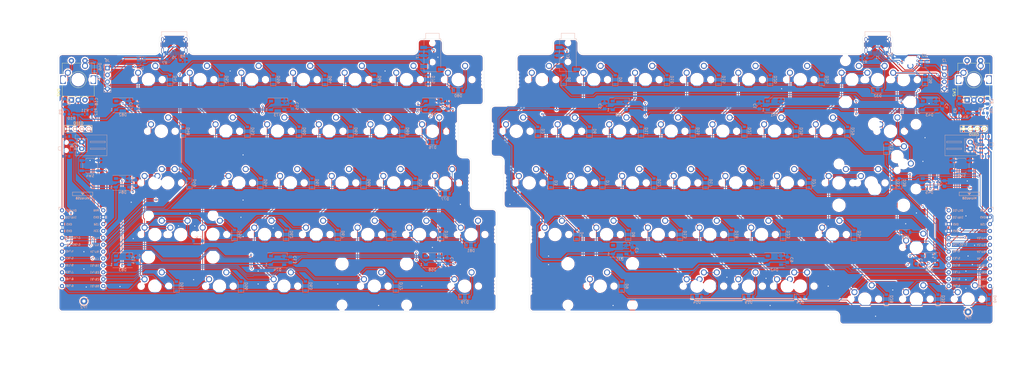
<source format=kicad_pcb>
(kicad_pcb (version 20171130) (host pcbnew "(5.1.9-0-10_14)")
  (layers (0 F.Cu signal) (31 B.Cu signal) (34 B.Paste user hide) (35 F.Paste user) (36 B.SilkS user) (37 F.SilkS user hide) (38 B.Mask user) (39 F.Mask user) (44 Edge.Cuts user))
  (net 0 "")
  (net 1 VCC)
  (net 2 GND)
  (net 3 ROT_A)
  (net 4 ROT_B)
  (net 5 "Net-(D1-Pad2)")
  (net 6 ROW0)
  (net 7 "Net-(D2-Pad2)")
  (net 8 ROW1)
  (net 9 "Net-(D3-Pad2)")
  (net 10 ROW2)
  (net 11 "Net-(D4-Pad2)")
  (net 12 ROW3)
  (net 13 "Net-(D5-Pad2)")
  (net 14 "Net-(D6-Pad2)")
  (net 15 "Net-(D7-Pad2)")
  (net 16 "Net-(D8-Pad2)")
  (net 17 "Net-(D9-Pad2)")
  (net 18 ROW4)
  (net 19 "Net-(D10-Pad2)")
  (net 20 "Net-(D11-Pad2)")
  (net 21 "Net-(D12-Pad2)")
  (net 22 "Net-(D13-Pad2)")
  (net 23 "Net-(D14-Pad2)")
  (net 24 "Net-(D15-Pad2)")
  (net 25 "Net-(D16-Pad2)")
  (net 26 "Net-(D17-Pad2)")
  (net 27 "Net-(D18-Pad2)")
  (net 28 "Net-(D19-Pad2)")
  (net 29 "Net-(D20-Pad2)")
  (net 30 "Net-(D21-Pad2)")
  (net 31 "Net-(D22-Pad2)")
  (net 32 "Net-(D23-Pad2)")
  (net 33 "Net-(D24-Pad2)")
  (net 34 "Net-(D25-Pad2)")
  (net 35 "Net-(D26-Pad2)")
  (net 36 "Net-(D27-Pad2)")
  (net 37 "Net-(D28-Pad2)")
  (net 38 "Net-(D29-Pad2)")
  (net 39 "Net-(D30-Pad2)")
  (net 40 LED_UNDERGLOW)
  (net 41 "Net-(D31-Pad2)")
  (net 42 "Net-(D31-Pad4)")
  (net 43 "Net-(D32-Pad2)")
  (net 44 "Net-(D33-Pad2)")
  (net 45 "Net-(D34-Pad2)")
  (net 46 "Net-(D35-Pad2)")
  (net 47 "Net-(D36-Pad2)")
  (net 48 "Net-(D37-Pad2)")
  (net 49 K_ENC_A)
  (net 50 "Net-(D39-Pad2)")
  (net 51 "Net-(D40-Pad2)")
  (net 52 "Net-(D41-Pad2)")
  (net 53 "Net-(D42-Pad4)")
  (net 54 "Net-(D43-Pad2)")
  (net 55 "Net-(D44-Pad4)")
  (net 56 COL7)
  (net 57 COL6)
  (net 58 VBUS)
  (net 59 "Net-(J1-PadB8)")
  (net 60 "Net-(J1-PadA5)")
  (net 61 connD-)
  (net 62 connD+)
  (net 63 "Net-(J1-PadA8)")
  (net 64 "Net-(J1-PadB5)")
  (net 65 D+)
  (net 66 D-)
  (net 67 DATA)
  (net 68 "Net-(J3-PadS)")
  (net 69 RAW_BAT)
  (net 70 COL2)
  (net 71 COL4)
  (net 72 COL3)
  (net 73 COL5)
  (net 74 COL0)
  (net 75 COL1)
  (net 76 SCL)
  (net 77 SDA)
  (net 78 RAW)
  (net 79 "Net-(SW1-Pad1)")
  (net 80 RESET)
  (net 81 "Net-(C6-Pad2)")
  (net 82 "Net-(C8-Pad2)")
  (net 83 "Net-(C16-Pad2)")
  (net 84 "Net-(C18-Pad2)")
  (net 85 L_ROW0)
  (net 86 "Net-(D47-Pad2)")
  (net 87 "Net-(D48-Pad2)")
  (net 88 L_ROW1)
  (net 89 "Net-(D49-Pad2)")
  (net 90 L_ROW2)
  (net 91 "Net-(D50-Pad2)")
  (net 92 L_ROW3)
  (net 93 "Net-(D51-Pad2)")
  (net 94 L_ROW4)
  (net 95 "Net-(D52-Pad2)")
  (net 96 "Net-(D53-Pad2)")
  (net 97 "Net-(D54-Pad2)")
  (net 98 "Net-(D55-Pad2)")
  (net 99 "Net-(D56-Pad2)")
  (net 100 "Net-(D57-Pad2)")
  (net 101 L_LED_UNDERGLOW)
  (net 102 "Net-(D58-Pad2)")
  (net 103 "Net-(D58-Pad4)")
  (net 104 "Net-(D59-Pad2)")
  (net 105 "Net-(D60-Pad2)")
  (net 106 "Net-(D61-Pad2)")
  (net 107 "Net-(D62-Pad2)")
  (net 108 "Net-(D63-Pad2)")
  (net 109 "Net-(D64-Pad2)")
  (net 110 "Net-(D65-Pad2)")
  (net 111 "Net-(D66-Pad2)")
  (net 112 "Net-(D67-Pad2)")
  (net 113 "Net-(D68-Pad2)")
  (net 114 "Net-(D69-Pad2)")
  (net 115 "Net-(D70-Pad2)")
  (net 116 "Net-(D71-Pad2)")
  (net 117 "Net-(D72-Pad2)")
  (net 118 "Net-(D73-Pad2)")
  (net 119 "Net-(D74-Pad4)")
  (net 120 "Net-(D75-Pad2)")
  (net 121 "Net-(D76-Pad2)")
  (net 122 "Net-(D77-Pad2)")
  (net 123 "Net-(D78-Pad2)")
  (net 124 "Net-(D79-Pad2)")
  (net 125 "Net-(D80-Pad2)")
  (net 126 "Net-(D81-Pad2)")
  (net 127 "Net-(D82-Pad2)")
  (net 128 "Net-(D83-Pad4)")
  (net 129 L_VBUS)
  (net 130 "Net-(J5-PadB8)")
  (net 131 "Net-(J5-PadA5)")
  (net 132 L_connD-)
  (net 133 L_connD+)
  (net 134 "Net-(J5-PadA8)")
  (net 135 "Net-(J5-PadB5)")
  (net 136 L_D+)
  (net 137 L_D-)
  (net 138 L_DATA)
  (net 139 "Net-(J7-PadS)")
  (net 140 L_RAW_BAT)
  (net 141 L_COL2)
  (net 142 L_COL3)
  (net 143 L_COL7)
  (net 144 L_COL5)
  (net 145 L_COL1)
  (net 146 L_COL4)
  (net 147 L_COL6)
  (net 148 L_SCL)
  (net 149 L_SDA)
  (net 150 L_ROT_A)
  (net 151 L_ROT_B)
  (net 152 L_RESET)
  (net 153 K_L_ENC_B)
  (net 154 K_L_ENC_A)
  (net 155 L_RAW)
  (net 156 "Net-(SW6-Pad1)")
  (module MX_Only:MXOnly-1U-NoLED (layer F.Cu) (at 115.50695 -90.067405)
    (fp_text reference K_T1)
    (fp_text value MX-NoLED)
    (pad "" np_thru_hole circle (at 5.08 0 48.0996) (size 1.75 1.75) (drill 1.75) (layers *.Cu *.Mask))
    (pad "" np_thru_hole circle (at -5.08 0 48.0996) (size 1.75 1.75) (drill 1.75) (layers *.Cu *.Mask))
    (pad 1 thru_hole circle (at -3.81 -2.54) (size 2.25 2.25) (drill 1.47) (layers *.Cu B.Mask) (net 147 L_COL6))
    (pad "" np_thru_hole circle (at 0 0) (size 3.9878 3.9878) (drill 3.9878) (layers *.Cu *.Mask))
    (pad 2 thru_hole circle (at 2.54 -5.08) (size 2.25 2.25) (drill 1.47) (layers *.Cu B.Mask) (net 121 "Net-(D76-Pad2)"))
  )
  (module MX_Only:MXOnly-ISO-ROTATED-ReversedStabilizers-NoLED (layer F.Cu) (at 286.956365 -80.704155)
    (fp_text reference ISO_ENTER1)
    (fp_text value MX-NoLED)
    (pad "" np_thru_hole circle (at -8.255 -11.938) (size 3.9878 3.9878) (drill 3.9878) (layers *.Cu *.Mask))
    (pad "" np_thru_hole circle (at -8.255 11.938) (size 3.9878 3.9878) (drill 3.9878) (layers *.Cu *.Mask))
    (pad "" np_thru_hole circle (at 6.985 -11.938) (size 3.048 3.048) (drill 3.048) (layers *.Cu *.Mask))
    (pad "" np_thru_hole circle (at 6.985 11.938) (size 3.048 3.048) (drill 3.048) (layers *.Cu *.Mask))
    (pad "" np_thru_hole circle (at 0 5.08 48.0996) (size 1.75 1.75) (drill 1.75) (layers *.Cu *.Mask))
    (pad "" np_thru_hole circle (at 0 -5.08 48.0996) (size 1.75 1.75) (drill 1.75) (layers *.Cu *.Mask))
    (pad 1 thru_hole circle (at 2.54 -3.81) (size 2.25 2.25) (drill 1.47) (layers *.Cu B.Mask) (net 56 COL7))
    (pad "" np_thru_hole circle (at 0 0) (size 3.9878 3.9878) (drill 3.9878) (layers *.Cu *.Mask))
    (pad 2 thru_hole circle (at 5.08 2.54) (size 2.25 2.25) (drill 1.47) (layers *.Cu B.Mask) (net 48 "Net-(D37-Pad2)"))
  )
  (module MX_Only:MXOnly-1U-NoLED (layer F.Cu) (at 160.7457 -51.960575)
    (fp_text reference K_N1)
    (fp_text value MX-NoLED)
    (pad 2 thru_hole circle (at 2.54 -5.08) (size 2.25 2.25) (drill 1.47) (layers *.Cu B.Mask) (net 11 "Net-(D4-Pad2)"))
    (pad "" np_thru_hole circle (at 0 0) (size 3.9878 3.9878) (drill 3.9878) (layers *.Cu *.Mask))
    (pad 1 thru_hole circle (at -3.81 -2.54) (size 2.25 2.25) (drill 1.47) (layers *.Cu B.Mask) (net 74 COL0))
    (pad "" np_thru_hole circle (at -5.08 0 48.0996) (size 1.75 1.75) (drill 1.75) (layers *.Cu *.Mask))
    (pad "" np_thru_hole circle (at 5.08 0 48.0996) (size 1.75 1.75) (drill 1.75) (layers *.Cu *.Mask))
  )
  (module MX_Only:MXOnly-2.25U-ReversedStabilizers-NoLED (layer F.Cu) (at 94.0757 -32.917405)
    (fp_text reference K_SPACE2)
    (fp_text value 2.25)
    (pad "" np_thru_hole circle (at 11.90625 -8.255) (size 3.9878 3.9878) (drill 3.9878) (layers *.Cu *.Mask))
    (pad "" np_thru_hole circle (at -11.90625 -8.255) (size 3.9878 3.9878) (drill 3.9878) (layers *.Cu *.Mask))
    (pad "" np_thru_hole circle (at 11.90625 6.985) (size 3.048 3.048) (drill 3.048) (layers *.Cu *.Mask))
    (pad "" np_thru_hole circle (at -11.90625 6.985) (size 3.048 3.048) (drill 3.048) (layers *.Cu *.Mask))
    (pad "" np_thru_hole circle (at 5.08 0 48.0996) (size 1.75 1.75) (drill 1.75) (layers *.Cu *.Mask))
    (pad "" np_thru_hole circle (at -5.08 0 48.0996) (size 1.75 1.75) (drill 1.75) (layers *.Cu *.Mask))
    (pad 1 thru_hole circle (at -3.81 -2.54) (size 2.25 2.25) (drill 1.47) (layers *.Cu B.Mask) (net 144 L_COL5))
    (pad "" np_thru_hole circle (at 0 0) (size 3.9878 3.9878) (drill 3.9878) (layers *.Cu *.Mask))
    (pad 2 thru_hole circle (at 2.54 -5.08) (size 2.25 2.25) (drill 1.47) (layers *.Cu B.Mask) (net 117 "Net-(D72-Pad2)"))
  )
  (module Button_Switch_SMD:SW_SPDT_PCM12 (layer B.Cu) (at -19.273635 -84.485405 90)
    (fp_text reference SW6 (at 0 3.2 90) (layer B.SilkS) (effects (justify mirror)))
    (fp_text value SW_DPDT_x2)
    (pad "" np_thru_hole circle (at -1.5 -0.33 90) (size 0.9 0.9) (drill 0.9) (layers *.Cu *.Mask))
    (pad "" np_thru_hole circle (at 1.5 -0.33 90) (size 0.9 0.9) (drill 0.9) (layers *.Cu *.Mask))
    (pad 1 smd rect (at -2.25 1.43 90) (size 0.7 1.5) (layers B.Cu B.Paste B.Mask) (net 156 "Net-(SW6-Pad1)"))
    (pad 2 smd rect (at 0.75 1.43 90) (size 0.7 1.5) (layers B.Cu B.Paste B.Mask) (net 155 L_RAW))
    (pad 3 smd rect (at 2.25 1.43 90) (size 0.7 1.5) (layers B.Cu B.Paste B.Mask) (net 140 L_RAW_BAT))
    (pad "" smd rect (at -3.65 -1.43 90) (size 1 0.8) (layers B.Cu B.Paste B.Mask))
    (pad "" smd rect (at 3.65 -1.43 90) (size 1 0.8) (layers B.Cu B.Paste B.Mask))
    (pad "" smd rect (at 3.65 0.78 90) (size 1 0.8) (layers B.Cu B.Paste B.Mask))
    (pad "" smd rect (at -3.65 0.78 90) (size 1 0.8) (layers B.Cu B.Paste B.Mask))
  )
  (module MX_Only:MXOnly-1.25U-NoLED (layer F.Cu) (at 127.4132 -32.917405)
    (fp_text reference K_FN2)
    (fp_text value MX-NoLED)
    (pad "" np_thru_hole circle (at 5.08 0 48.0996) (size 1.75 1.75) (drill 1.75) (layers *.Cu *.Mask))
    (pad "" np_thru_hole circle (at -5.08 0 48.0996) (size 1.75 1.75) (drill 1.75) (layers *.Cu *.Mask))
    (pad 1 thru_hole circle (at -3.81 -2.54) (size 2.25 2.25) (drill 1.47) (layers *.Cu B.Mask) (net 147 L_COL6))
    (pad "" np_thru_hole circle (at 0 0) (size 3.9878 3.9878) (drill 3.9878) (layers *.Cu *.Mask))
    (pad 2 thru_hole circle (at 2.54 -5.08) (size 2.25 2.25) (drill 1.47) (layers *.Cu B.Mask) (net 124 "Net-(D79-Pad2)"))
  )
  (module MX_Only:MXOnly-2.25U-NoLED (layer F.Cu) (at 22.6382 -51.967405)
    (fp_text reference K_LSHIFT1)
    (fp_text value 2.25)
    (pad "" np_thru_hole circle (at 11.90625 8.255) (size 3.9878 3.9878) (drill 3.9878) (layers *.Cu *.Mask))
    (pad "" np_thru_hole circle (at -11.90625 8.255) (size 3.9878 3.9878) (drill 3.9878) (layers *.Cu *.Mask))
    (pad "" np_thru_hole circle (at 11.90625 -6.985) (size 3.048 3.048) (drill 3.048) (layers *.Cu *.Mask))
    (pad "" np_thru_hole circle (at -11.90625 -6.985) (size 3.048 3.048) (drill 3.048) (layers *.Cu *.Mask))
    (pad "" np_thru_hole circle (at 5.08 0 48.0996) (size 1.75 1.75) (drill 1.75) (layers *.Cu *.Mask))
    (pad "" np_thru_hole circle (at -5.08 0 48.0996) (size 1.75 1.75) (drill 1.75) (layers *.Cu *.Mask))
    (pad 1 thru_hole circle (at -3.81 -2.54) (size 2.25 2.25) (drill 1.47) (layers *.Cu B.Mask) (net 145 L_COL1))
    (pad "" np_thru_hole circle (at 0 0) (size 3.9878 3.9878) (drill 3.9878) (layers *.Cu *.Mask))
    (pad 2 thru_hole circle (at 2.54 -5.08) (size 2.25 2.25) (drill 1.47) (layers *.Cu B.Mask) (net 91 "Net-(D50-Pad2)"))
  )
  (module Package_TO_SOT_SMD:SOT-23-6 (layer B.Cu) (at 8.09445 -116.042405)
    (fp_text reference U4 (at 0 2.9) (layer B.SilkS) (effects (justify mirror)))
    (fp_text value USBLC6-2SC6)
    (pad 1 smd rect (at -1.1 0.95) (size 1.06 0.65) (layers B.Cu B.Paste B.Mask) (net 136 L_D+))
    (pad 2 smd rect (at -1.1 0) (size 1.06 0.65) (layers B.Cu B.Paste B.Mask) (net 2 GND))
    (pad 3 smd rect (at -1.1 -0.95) (size 1.06 0.65) (layers B.Cu B.Paste B.Mask) (net 137 L_D-))
    (pad 4 smd rect (at 1.1 -0.95) (size 1.06 0.65) (layers B.Cu B.Paste B.Mask) (net 132 L_connD-))
    (pad 6 smd rect (at 1.1 0.95) (size 1.06 0.65) (layers B.Cu B.Paste B.Mask) (net 133 L_connD+))
    (pad 5 smd rect (at 1.1 0) (size 1.06 0.65) (layers B.Cu B.Paste B.Mask) (net 129 L_VBUS))
  )
  (module kbd:ProMicro_v3 (layer B.Cu) (at -13.542235 -46.407405 180)
    (fp_text reference U3 hide)
    (fp_text value ProMicro hide)
    (fp_text user MicroUSB (at -0.05 18.95) (layer B.SilkS) (effects (font (size 0.75 0.75) (thickness 0.12)) (justify mirror)))
    (fp_text user MicroUSB (at -0.05 18.95) (layer B.SilkS) (effects (font (size 0.75 0.75) (thickness 0.12)) (justify mirror)))
    (fp_text user B4/8 (at 4.705 -10.8 180 unlocked) (layer B.SilkS) (effects (font (size 0.75 0.67) (thickness 0.125)) (justify mirror)))
    (fp_text user D2/RX1 (at 4.155 11.9 180 unlocked) (layer B.SilkS) (effects (font (size 0.75 0.67) (thickness 0.125)) (justify mirror)))
    (fp_text user B5/9 (at 4.705 -13.3 180 unlocked) (layer B.SilkS) (effects (font (size 0.75 0.67) (thickness 0.125)) (justify mirror)))
    (fp_text user C6/5 (at 4.705 -3.15 180 unlocked) (layer B.SilkS) (effects (font (size 0.75 0.67) (thickness 0.125)) (justify mirror)))
    (fp_text user SCL/D0/3 (at 3.455 1.9 180 unlocked) (layer B.SilkS) (effects (font (size 0.75 0.67) (thickness 0.125)) (justify mirror)))
    (fp_text user SDA/D1/2 (at 3.455 4.4 180 unlocked) (layer B.SilkS) (effects (font (size 0.75 0.67) (thickness 0.125)) (justify mirror)))
    (fp_text user D4/4 (at 4.705 -0.6 180 unlocked) (layer B.SilkS) (effects (font (size 0.75 0.67) (thickness 0.125)) (justify mirror)))
    (fp_text user D3/TX0 (at 4.155 14.45 180 unlocked) (layer B.SilkS) (effects (font (size 0.75 0.67) (thickness 0.125)) (justify mirror)))
    (fp_text user GND (at 4.955 6.9 180 unlocked) (layer B.SilkS) (effects (font (size 0.75 0.67) (thickness 0.125)) (justify mirror)))
    (fp_text user GND (at 4.955 9.35 180 unlocked) (layer B.SilkS) (effects (font (size 0.75 0.67) (thickness 0.125)) (justify mirror)))
    (fp_text user D7/6 (at 4.705 -5.7 180 unlocked) (layer B.SilkS) (effects (font (size 0.75 0.67) (thickness 0.125)) (justify mirror)))
    (fp_text user E6/7 (at 4.705 -8.25 180 unlocked) (layer B.SilkS) (effects (font (size 0.75 0.67) (thickness 0.125)) (justify mirror)))
    (fp_text user 16/B2 (at -4.395 -10.95 180 unlocked) (layer B.SilkS) (effects (font (size 0.75 0.67) (thickness 0.125)) (justify mirror)))
    (fp_text user 10/B6 (at -4.395 -13.45 180 unlocked) (layer B.SilkS) (effects (font (size 0.75 0.67) (thickness 0.125)) (justify mirror)))
    (fp_text user 14/B3 (at -4.395 -8.4 180 unlocked) (layer B.SilkS) (effects (font (size 0.75 0.67) (thickness 0.125)) (justify mirror)))
    (fp_text user 15/B1 (at -4.395 -5.85 180 unlocked) (layer B.SilkS) (effects (font (size 0.75 0.67) (thickness 0.125)) (justify mirror)))
    (fp_text user A0/F7 (at -4.395 -3.3 180 unlocked) (layer B.SilkS) (effects (font (size 0.75 0.67) (thickness 0.125)) (justify mirror)))
    (fp_text user A1/F6 (at -4.395 -0.75 180 unlocked) (layer B.SilkS) (effects (font (size 0.75 0.67) (thickness 0.125)) (justify mirror)))
    (fp_text user A2/F5 (at -4.395 1.75 180 unlocked) (layer B.SilkS) (effects (font (size 0.75 0.67) (thickness 0.125)) (justify mirror)))
    (fp_text user A3/F4 (at -4.395 4.25 180 unlocked) (layer B.SilkS) (effects (font (size 0.75 0.67) (thickness 0.125)) (justify mirror)))
    (fp_text user VCC (at -4.995 6.95 180 unlocked) (layer B.SilkS) (effects (font (size 0.75 0.67) (thickness 0.125)) (justify mirror)))
    (fp_text user RST (at -4.995 9.4 180 unlocked) (layer B.SilkS) (effects (font (size 0.75 0.67) (thickness 0.125)) (justify mirror)))
    (fp_text user GND (at -4.995 11.95 180 unlocked) (layer B.SilkS) (effects (font (size 0.75 0.67) (thickness 0.125)) (justify mirror)))
    (fp_text user RAW (at -4.995 14.5 180 unlocked) (layer B.SilkS) (effects (font (size 0.75 0.67) (thickness 0.125)) (justify mirror)))
    (pad 1 thru_hole circle (at 7.6114 14.478 180) (size 1.524 1.524) (drill 0.8128) (layers *.Cu F.Mask) (net 153 K_L_ENC_B))
    (pad 2 thru_hole circle (at 7.6114 11.938 180) (size 1.524 1.524) (drill 0.8128) (layers *.Cu F.Mask) (net 138 L_DATA))
    (pad 3 thru_hole circle (at 7.6114 9.398 180) (size 1.524 1.524) (drill 0.8128) (layers *.Cu F.Mask) (net 2 GND))
    (pad 4 thru_hole circle (at 7.6114 6.858 180) (size 1.524 1.524) (drill 0.8128) (layers *.Cu F.Mask) (net 2 GND))
    (pad 5 thru_hole circle (at 7.6114 4.318 180) (size 1.524 1.524) (drill 0.8128) (layers *.Cu F.Mask) (net 149 L_SDA))
    (pad 6 thru_hole circle (at 7.6114 1.778 180) (size 1.524 1.524) (drill 0.8128) (layers *.Cu F.Mask) (net 148 L_SCL))
    (pad 7 thru_hole circle (at 7.6114 -0.762 180) (size 1.524 1.524) (drill 0.8128) (layers *.Cu F.Mask) (net 150 L_ROT_A))
    (pad 8 thru_hole circle (at 7.6114 -3.302 180) (size 1.524 1.524) (drill 0.8128) (layers *.Cu F.Mask) (net 151 L_ROT_B))
    (pad 9 thru_hole circle (at 7.6114 -5.842 180) (size 1.524 1.524) (drill 0.8128) (layers *.Cu F.Mask) (net 146 L_COL4))
    (pad 10 thru_hole circle (at 7.6114 -8.382 180) (size 1.524 1.524) (drill 0.8128) (layers *.Cu F.Mask) (net 144 L_COL5))
    (pad 11 thru_hole circle (at 7.6114 -10.922 180) (size 1.524 1.524) (drill 0.8128) (layers *.Cu F.Mask) (net 141 L_COL2))
    (pad 12 thru_hole circle (at 7.6114 -13.462 180) (size 1.524 1.524) (drill 0.8128) (layers *.Cu F.Mask) (net 94 L_ROW4))
    (pad 13 thru_hole circle (at -7.6086 -13.462 180) (size 1.524 1.524) (drill 0.8128) (layers *.Cu F.Mask) (net 145 L_COL1))
    (pad 14 thru_hole circle (at -7.6086 -10.922 180) (size 1.524 1.524) (drill 0.8128) (layers *.Cu F.Mask) (net 142 L_COL3))
    (pad 15 thru_hole circle (at -7.6086 -8.382 180) (size 1.524 1.524) (drill 0.8128) (layers *.Cu F.Mask) (net 147 L_COL6))
    (pad 16 thru_hole circle (at -7.6086 -5.842 180) (size 1.524 1.524) (drill 0.8128) (layers *.Cu F.Mask) (net 92 L_ROW3))
    (pad 17 thru_hole circle (at -7.6086 -3.302 180) (size 1.524 1.524) (drill 0.8128) (layers *.Cu F.Mask) (net 143 L_COL7))
    (pad 18 thru_hole circle (at -7.6086 -0.762 180) (size 1.524 1.524) (drill 0.8128) (layers *.Cu F.Mask) (net 90 L_ROW2))
    (pad 19 thru_hole circle (at -7.6086 1.778 180) (size 1.524 1.524) (drill 0.8128) (layers *.Cu F.Mask) (net 88 L_ROW1))
    (pad 20 thru_hole circle (at -7.6086 4.318 180) (size 1.524 1.524) (drill 0.8128) (layers *.Cu F.Mask) (net 85 L_ROW0))
    (pad 21 thru_hole circle (at -7.6086 6.858 180) (size 1.524 1.524) (drill 0.8128) (layers *.Cu F.Mask) (net 1 VCC))
    (pad 22 thru_hole circle (at -7.6086 9.398 180) (size 1.524 1.524) (drill 0.8128) (layers *.Cu F.Mask) (net 152 L_RESET))
    (pad 23 thru_hole circle (at -7.6086 11.938 180) (size 1.524 1.524) (drill 0.8128) (layers *.Cu F.Mask) (net 2 GND))
    (pad 24 thru_hole circle (at -7.6086 14.478 180) (size 1.524 1.524) (drill 0.8128) (layers *.Cu F.Mask) (net 155 L_RAW))
  )
  (module TestPoint:TestPoint_THTPad_D2.5mm_Drill1.2mm (layer B.Cu) (at -13.08055 -27.361155)
    (fp_text reference TP2 (at 0 2.148) (layer B.SilkS) (effects (justify mirror)))
    (fp_text value TestPoint)
    (pad 1 thru_hole circle (at 0 0) (size 2.5 2.5) (drill 1.2) (layers *.Cu *.Mask) (net 101 L_LED_UNDERGLOW))
  )
  (module Rotary_Encoder:RotaryEncoder_Alps_EC11E-Switch_Vertical_H20mm (layer F.Cu) (at -17.686561 -101.604566 90)
    (fp_text reference SW5 (at 2.8 -4.7 90) (layer F.SilkS))
    (fp_text value Rotary_Encoder_Switch)
    (pad S1 thru_hole circle (at 14.5 5 90) (size 2 2) (drill 1) (layers *.Cu *.Mask) (net 154 K_L_ENC_A))
    (pad S2 thru_hole circle (at 14.5 0 90) (size 2 2) (drill 1) (layers *.Cu *.Mask) (net 153 K_L_ENC_B))
    (pad MP thru_hole rect (at 7.5 8.1 90) (size 3.2 2) (drill oval 2.8 1.5) (layers *.Cu *.Mask))
    (pad MP thru_hole rect (at 7.5 -3.1 90) (size 3.2 2) (drill oval 2.8 1.5) (layers *.Cu *.Mask))
    (pad B thru_hole circle (at 0 5 90) (size 2 2) (drill 1) (layers *.Cu *.Mask) (net 84 "Net-(C18-Pad2)"))
    (pad C thru_hole circle (at 0 2.5 90) (size 2 2) (drill 1) (layers *.Cu *.Mask) (net 2 GND))
    (pad A thru_hole rect (at 0 0 90) (size 2 2) (drill 1) (layers *.Cu *.Mask) (net 83 "Net-(C16-Pad2)"))
  )
  (module Button_Switch_SMD:SW_SPST_TL3342 (layer B.Cu) (at -10.783635 -77.385405)
    (fp_text reference SW4 (at 0 3.75) (layer B.SilkS) (effects (justify mirror)))
    (fp_text value SW_PUSH)
    (pad 1 smd rect (at -3.15 1.9) (size 1.7 1) (layers B.Cu B.Paste B.Mask) (net 152 L_RESET))
    (pad 1 smd rect (at 3.15 1.9) (size 1.7 1) (layers B.Cu B.Paste B.Mask) (net 152 L_RESET))
    (pad 2 smd rect (at -3.15 -1.9) (size 1.7 1) (layers B.Cu B.Paste B.Mask) (net 2 GND))
    (pad 2 smd rect (at 3.15 -1.9) (size 1.7 1) (layers B.Cu B.Paste B.Mask) (net 2 GND))
  )
  (module Resistor_SMD:R_0603_1608Metric_Pad1.05x0.95mm_HandSolder (layer B.Cu) (at -10.1118 -97.211155 90)
    (fp_text reference R12 (at 0 1.43 90) (layer B.SilkS) (effects (justify mirror)))
    (fp_text value R_Small)
    (pad 1 smd roundrect (at -0.875 0 90) (size 1.05 0.95) (layers B.Cu B.Paste B.Mask) (net 151 L_ROT_B))
    (pad 2 smd roundrect (at 0.875 0 90) (size 1.05 0.95) (layers B.Cu B.Paste B.Mask) (net 84 "Net-(C18-Pad2)"))
  )
  (module Resistor_SMD:R_0603_1608Metric_Pad1.05x0.95mm_HandSolder (layer B.Cu) (at -12.73055 -96.293405 180)
    (fp_text reference R11 (at 0 1.43) (layer B.SilkS) (effects (justify mirror)))
    (fp_text value R_Small)
    (pad 1 smd roundrect (at -0.875 0 180) (size 1.05 0.95) (layers B.Cu B.Paste B.Mask) (net 84 "Net-(C18-Pad2)"))
    (pad 2 smd roundrect (at 0.875 0 180) (size 1.05 0.95) (layers B.Cu B.Paste B.Mask) (net 1 VCC))
  )
  (module Resistor_SMD:R_0603_1608Metric_Pad1.05x0.95mm_HandSolder (layer B.Cu) (at -17.68055 -96.293405)
    (fp_text reference R10 (at 0 1.43) (layer B.SilkS) (effects (justify mirror)))
    (fp_text value R_Small)
    (pad 1 smd roundrect (at -0.875 0) (size 1.05 0.95) (layers B.Cu B.Paste B.Mask) (net 83 "Net-(C16-Pad2)"))
    (pad 2 smd roundrect (at 0.875 0) (size 1.05 0.95) (layers B.Cu B.Paste B.Mask) (net 1 VCC))
  )
  (module Resistor_SMD:R_0603_1608Metric_Pad1.05x0.95mm_HandSolder (layer B.Cu) (at -20.2243 -97.211155 270)
    (fp_text reference R9 (at 0 1.43 90) (layer B.SilkS) (effects (justify mirror)))
    (fp_text value R_Small)
    (pad 1 smd roundrect (at -0.875 0 270) (size 1.05 0.95) (layers B.Cu B.Paste B.Mask) (net 83 "Net-(C16-Pad2)"))
    (pad 2 smd roundrect (at 0.875 0 270) (size 1.05 0.95) (layers B.Cu B.Paste B.Mask) (net 150 L_ROT_A))
  )
  (module Resistor_SMD:R_0603_1608Metric_Pad1.05x0.95mm_HandSolder (layer B.Cu) (at 23.3507 -116.261155 180)
    (fp_text reference R8 (at 0 1.43) (layer B.SilkS) (effects (justify mirror)))
    (fp_text value 5.1K)
    (pad 1 smd roundrect (at -0.875 0 180) (size 1.05 0.95) (layers B.Cu B.Paste B.Mask) (net 2 GND))
    (pad 2 smd roundrect (at 0.875 0 180) (size 1.05 0.95) (layers B.Cu B.Paste B.Mask) (net 135 "Net-(J5-PadB5)"))
  )
  (module Resistor_SMD:R_0603_1608Metric_Pad1.05x0.95mm_HandSolder (layer B.Cu) (at 16.71945 -116.642405)
    (fp_text reference R7 (at 0 1.43) (layer B.SilkS) (effects (justify mirror)))
    (fp_text value 5.1K)
    (pad 1 smd roundrect (at -0.875 0) (size 1.05 0.95) (layers B.Cu B.Paste B.Mask) (net 2 GND))
    (pad 2 smd roundrect (at 0.875 0) (size 1.05 0.95) (layers B.Cu B.Paste B.Mask) (net 131 "Net-(J5-PadA5)"))
  )
  (module kbd:OLED (layer B.Cu) (at -11.352257 -90.957748 180)
    (fp_text reference OL2)
    (fp_text value OLED hide)
    (fp_text user OLED (at 3.8 2.1) (layer B.SilkS) (effects (justify mirror)))
    (fp_text user OLED (at 3.75 2.1) (layer F.SilkS))
    (pad 1 thru_hole circle (at 0 0 180) (size 1.397 1.397) (drill 0.8128) (layers *.Cu *.Mask B.SilkS) (net 149 L_SDA))
    (pad 2 thru_hole circle (at 2.54 0 180) (size 1.397 1.397) (drill 0.8128) (layers *.Cu *.Mask B.SilkS) (net 148 L_SCL))
    (pad 3 thru_hole circle (at 5.08 0 180) (size 1.397 1.397) (drill 0.8128) (layers *.Cu *.Mask B.SilkS) (net 1 VCC))
    (pad 4 thru_hole circle (at 7.62 0 180) (size 1.397 1.397) (drill 0.8128) (layers *.Cu *.Mask B.SilkS) (net 2 GND))
  )
  (module MX_Only:MXOnly-1U-NoLED (layer F.Cu) (at -15.200243 -109.117305)
    (fp_text reference L_ENC1)
    (fp_text value MX-NoLED)
    (pad 2 thru_hole circle (at 2.54 -5.08) (size 2.25 2.25) (drill 1.47) (layers *.Cu B.Mask) (net 154 K_L_ENC_A))
    (pad "" np_thru_hole circle (at 0 0) (size 3.9878 3.9878) (drill 3.9878) (layers *.Cu *.Mask))
    (pad 1 thru_hole circle (at -3.81 -2.54) (size 2.25 2.25) (drill 1.47) (layers *.Cu B.Mask) (net 153 K_L_ENC_B))
    (pad "" np_thru_hole circle (at -5.08 0 48.0996) (size 1.75 1.75) (drill 1.75) (layers *.Cu *.Mask))
    (pad "" np_thru_hole circle (at 5.08 0 48.0996) (size 1.75 1.75) (drill 1.75) (layers *.Cu *.Mask))
  )
  (module MX_Only:MXOnly-1U-NoLED (layer F.Cu) (at 53.59445 -51.967405)
    (fp_text reference K_Z1)
    (fp_text value MX-NoLED)
    (pad "" np_thru_hole circle (at 5.08 0 48.0996) (size 1.75 1.75) (drill 1.75) (layers *.Cu *.Mask))
    (pad "" np_thru_hole circle (at -5.08 0 48.0996) (size 1.75 1.75) (drill 1.75) (layers *.Cu *.Mask))
    (pad 1 thru_hole circle (at -3.81 -2.54) (size 2.25 2.25) (drill 1.47) (layers *.Cu B.Mask) (net 142 L_COL3))
    (pad "" np_thru_hole circle (at 0 0) (size 3.9878 3.9878) (drill 3.9878) (layers *.Cu *.Mask))
    (pad 2 thru_hole circle (at 2.54 -5.08) (size 2.25 2.25) (drill 1.47) (layers *.Cu B.Mask) (net 107 "Net-(D62-Pad2)"))
  )
  (module MX_Only:MXOnly-1U-NoLED (layer F.Cu) (at 72.64445 -51.967405)
    (fp_text reference K_X1)
    (fp_text value MX-NoLED)
    (pad "" np_thru_hole circle (at 5.08 0 48.0996) (size 1.75 1.75) (drill 1.75) (layers *.Cu *.Mask))
    (pad "" np_thru_hole circle (at -5.08 0 48.0996) (size 1.75 1.75) (drill 1.75) (layers *.Cu *.Mask))
    (pad 1 thru_hole circle (at -3.81 -2.54) (size 2.25 2.25) (drill 1.47) (layers *.Cu B.Mask) (net 146 L_COL4))
    (pad "" np_thru_hole circle (at 0 0) (size 3.9878 3.9878) (drill 3.9878) (layers *.Cu *.Mask))
    (pad 2 thru_hole circle (at 2.54 -5.08) (size 2.25 2.25) (drill 1.47) (layers *.Cu B.Mask) (net 112 "Net-(D67-Pad2)"))
  )
  (module MX_Only:MXOnly-1.25U-NoLED (layer F.Cu) (at 36.9257 -32.917405)
    (fp_text reference K_WIN1)
    (fp_text value 1.25)
    (pad "" np_thru_hole circle (at 5.08 0 48.0996) (size 1.75 1.75) (drill 1.75) (layers *.Cu *.Mask))
    (pad "" np_thru_hole circle (at -5.08 0 48.0996) (size 1.75 1.75) (drill 1.75) (layers *.Cu *.Mask))
    (pad 1 thru_hole circle (at -3.81 -2.54) (size 2.25 2.25) (drill 1.47) (layers *.Cu B.Mask) (net 141 L_COL2))
    (pad "" np_thru_hole circle (at 0 0) (size 3.9878 3.9878) (drill 3.9878) (layers *.Cu *.Mask))
    (pad 2 thru_hole circle (at 2.54 -5.08) (size 2.25 2.25) (drill 1.47) (layers *.Cu B.Mask) (net 99 "Net-(D56-Pad2)"))
  )
  (module MX_Only:MXOnly-1U-NoLED (layer F.Cu) (at 58.35695 -90.067405)
    (fp_text reference K_W1)
    (fp_text value MX-NoLED)
    (pad "" np_thru_hole circle (at 5.08 0 48.0996) (size 1.75 1.75) (drill 1.75) (layers *.Cu *.Mask))
    (pad "" np_thru_hole circle (at -5.08 0 48.0996) (size 1.75 1.75) (drill 1.75) (layers *.Cu *.Mask))
    (pad 1 thru_hole circle (at -3.81 -2.54) (size 2.25 2.25) (drill 1.47) (layers *.Cu B.Mask) (net 142 L_COL3))
    (pad "" np_thru_hole circle (at 0 0) (size 3.9878 3.9878) (drill 3.9878) (layers *.Cu *.Mask))
    (pad 2 thru_hole circle (at 2.54 -5.08) (size 2.25 2.25) (drill 1.47) (layers *.Cu B.Mask) (net 105 "Net-(D60-Pad2)"))
  )
  (module MX_Only:MXOnly-1U-NoLED (layer F.Cu) (at 110.74445 -51.967405)
    (fp_text reference K_V1)
    (fp_text value MX-NoLED)
    (pad "" np_thru_hole circle (at 5.08 0 48.0996) (size 1.75 1.75) (drill 1.75) (layers *.Cu *.Mask))
    (pad "" np_thru_hole circle (at -5.08 0 48.0996) (size 1.75 1.75) (drill 1.75) (layers *.Cu *.Mask))
    (pad 1 thru_hole circle (at -3.81 -2.54) (size 2.25 2.25) (drill 1.47) (layers *.Cu B.Mask) (net 147 L_COL6))
    (pad "" np_thru_hole circle (at 0 0) (size 3.9878 3.9878) (drill 3.9878) (layers *.Cu *.Mask))
    (pad 2 thru_hole circle (at 2.54 -5.08) (size 2.25 2.25) (drill 1.47) (layers *.Cu B.Mask) (net 123 "Net-(D78-Pad2)"))
  )
  (module MX_Only:MXOnly-1.5U-NoLED (layer F.Cu) (at 15.49445 -90.067405)
    (fp_text reference K_TAB1)
    (fp_text value 1.5)
    (pad "" np_thru_hole circle (at 5.08 0 48.0996) (size 1.75 1.75) (drill 1.75) (layers *.Cu *.Mask))
    (pad "" np_thru_hole circle (at -5.08 0 48.0996) (size 1.75 1.75) (drill 1.75) (layers *.Cu *.Mask))
    (pad 1 thru_hole circle (at -3.81 -2.54) (size 2.25 2.25) (drill 1.47) (layers *.Cu B.Mask) (net 145 L_COL1))
    (pad "" np_thru_hole circle (at 0 0) (size 3.9878 3.9878) (drill 3.9878) (layers *.Cu *.Mask))
    (pad 2 thru_hole circle (at 2.54 -5.08) (size 2.25 2.25) (drill 1.47) (layers *.Cu B.Mask) (net 87 "Net-(D48-Pad2)"))
  )
  (module MX_Only:MXOnly-1.25U-NoLED (layer F.Cu) (at 13.1132 -51.967405)
    (fp_text reference K_SHIFT_ISO1)
    (fp_text value 1.25)
    (pad "" np_thru_hole circle (at 5.08 0 48.0996) (size 1.75 1.75) (drill 1.75) (layers *.Cu *.Mask))
    (pad "" np_thru_hole circle (at -5.08 0 48.0996) (size 1.75 1.75) (drill 1.75) (layers *.Cu *.Mask))
    (pad 1 thru_hole circle (at -3.81 -2.54) (size 2.25 2.25) (drill 1.47) (layers *.Cu B.Mask) (net 145 L_COL1))
    (pad "" np_thru_hole circle (at 0 0) (size 3.9878 3.9878) (drill 3.9878) (layers *.Cu *.Mask))
    (pad 2 thru_hole circle (at 2.54 -5.08) (size 2.25 2.25) (drill 1.47) (layers *.Cu B.Mask) (net 91 "Net-(D50-Pad2)"))
  )
  (module MX_Only:MXOnly-1U-NoLED (layer F.Cu) (at 63.11945 -71.017405)
    (fp_text reference K_S1)
    (fp_text value MX-NoLED)
    (pad "" np_thru_hole circle (at 5.08 0 48.0996) (size 1.75 1.75) (drill 1.75) (layers *.Cu *.Mask))
    (pad "" np_thru_hole circle (at -5.08 0 48.0996) (size 1.75 1.75) (drill 1.75) (layers *.Cu *.Mask))
    (pad 1 thru_hole circle (at -3.81 -2.54) (size 2.25 2.25) (drill 1.47) (layers *.Cu B.Mask) (net 142 L_COL3))
    (pad "" np_thru_hole circle (at 0 0) (size 3.9878 3.9878) (drill 3.9878) (layers *.Cu *.Mask))
    (pad 2 thru_hole circle (at 2.54 -5.08) (size 2.25 2.25) (drill 1.47) (layers *.Cu B.Mask) (net 106 "Net-(D61-Pad2)"))
  )
  (module MX_Only:MXOnly-1U-NoLED (layer F.Cu) (at 96.45695 -90.067405)
    (fp_text reference K_R1)
    (fp_text value MX-NoLED)
    (pad "" np_thru_hole circle (at 5.08 0 48.0996) (size 1.75 1.75) (drill 1.75) (layers *.Cu *.Mask))
    (pad "" np_thru_hole circle (at -5.08 0 48.0996) (size 1.75 1.75) (drill 1.75) (layers *.Cu *.Mask))
    (pad 1 thru_hole circle (at -3.81 -2.54) (size 2.25 2.25) (drill 1.47) (layers *.Cu B.Mask) (net 144 L_COL5))
    (pad "" np_thru_hole circle (at 0 0) (size 3.9878 3.9878) (drill 3.9878) (layers *.Cu *.Mask))
    (pad 2 thru_hole circle (at 2.54 -5.08) (size 2.25 2.25) (drill 1.47) (layers *.Cu B.Mask) (net 114 "Net-(D69-Pad2)"))
  )
  (module MX_Only:MXOnly-1U-NoLED (layer F.Cu) (at 39.30695 -90.067405)
    (fp_text reference K_Q1)
    (fp_text value MX-NoLED)
    (pad "" np_thru_hole circle (at 5.08 0 48.0996) (size 1.75 1.75) (drill 1.75) (layers *.Cu *.Mask))
    (pad "" np_thru_hole circle (at -5.08 0 48.0996) (size 1.75 1.75) (drill 1.75) (layers *.Cu *.Mask))
    (pad 1 thru_hole circle (at -3.81 -2.54) (size 2.25 2.25) (drill 1.47) (layers *.Cu B.Mask) (net 141 L_COL2))
    (pad "" np_thru_hole circle (at 0 0) (size 3.9878 3.9878) (drill 3.9878) (layers *.Cu *.Mask))
    (pad 2 thru_hole circle (at 2.54 -5.08) (size 2.25 2.25) (drill 1.47) (layers *.Cu B.Mask) (net 96 "Net-(D53-Pad2)"))
  )
  (module MX_Only:MXOnly-1U-NoLED (layer F.Cu) (at 125.03195 -109.117405)
    (fp_text reference K_NUM6)
    (fp_text value MX-NoLED)
    (pad "" np_thru_hole circle (at 5.08 0 48.0996) (size 1.75 1.75) (drill 1.75) (layers *.Cu *.Mask))
    (pad "" np_thru_hole circle (at -5.08 0 48.0996) (size 1.75 1.75) (drill 1.75) (layers *.Cu *.Mask))
    (pad 1 thru_hole circle (at -3.81 -2.54) (size 2.25 2.25) (drill 1.47) (layers *.Cu B.Mask) (net 143 L_COL7))
    (pad "" np_thru_hole circle (at 0 0) (size 3.9878 3.9878) (drill 3.9878) (layers *.Cu *.Mask))
    (pad 2 thru_hole circle (at 2.54 -5.08) (size 2.25 2.25) (drill 1.47) (layers *.Cu B.Mask) (net 125 "Net-(D80-Pad2)"))
  )
  (module MX_Only:MXOnly-1U-NoLED (layer F.Cu) (at 105.98195 -109.117405)
    (fp_text reference K_NUM5)
    (fp_text value MX-NoLED)
    (pad "" np_thru_hole circle (at 5.08 0 48.0996) (size 1.75 1.75) (drill 1.75) (layers *.Cu *.Mask))
    (pad "" np_thru_hole circle (at -5.08 0 48.0996) (size 1.75 1.75) (drill 1.75) (layers *.Cu *.Mask))
    (pad 1 thru_hole circle (at -3.81 -2.54) (size 2.25 2.25) (drill 1.47) (layers *.Cu B.Mask) (net 147 L_COL6))
    (pad "" np_thru_hole circle (at 0 0) (size 3.9878 3.9878) (drill 3.9878) (layers *.Cu *.Mask))
    (pad 2 thru_hole circle (at 2.54 -5.08) (size 2.25 2.25) (drill 1.47) (layers *.Cu B.Mask) (net 120 "Net-(D75-Pad2)"))
  )
  (module MX_Only:MXOnly-1U-NoLED (layer F.Cu) (at 86.93195 -109.117405)
    (fp_text reference K_NUM4)
    (fp_text value MX-NoLED)
    (pad "" np_thru_hole circle (at 5.08 0 48.0996) (size 1.75 1.75) (drill 1.75) (layers *.Cu *.Mask))
    (pad "" np_thru_hole circle (at -5.08 0 48.0996) (size 1.75 1.75) (drill 1.75) (layers *.Cu *.Mask))
    (pad 1 thru_hole circle (at -3.81 -2.54) (size 2.25 2.25) (drill 1.47) (layers *.Cu B.Mask) (net 144 L_COL5))
    (pad "" np_thru_hole circle (at 0 0) (size 3.9878 3.9878) (drill 3.9878) (layers *.Cu *.Mask))
    (pad 2 thru_hole circle (at 2.54 -5.08) (size 2.25 2.25) (drill 1.47) (layers *.Cu B.Mask) (net 113 "Net-(D68-Pad2)"))
  )
  (module MX_Only:MXOnly-1U-NoLED (layer F.Cu) (at 67.88195 -109.117405)
    (fp_text reference K_NUM3)
    (fp_text value MX-NoLED)
    (pad "" np_thru_hole circle (at 5.08 0 48.0996) (size 1.75 1.75) (drill 1.75) (layers *.Cu *.Mask))
    (pad "" np_thru_hole circle (at -5.08 0 48.0996) (size 1.75 1.75) (drill 1.75) (layers *.Cu *.Mask))
    (pad 1 thru_hole circle (at -3.81 -2.54) (size 2.25 2.25) (drill 1.47) (layers *.Cu B.Mask) (net 146 L_COL4))
    (pad "" np_thru_hole circle (at 0 0) (size 3.9878 3.9878) (drill 3.9878) (layers *.Cu *.Mask))
    (pad 2 thru_hole circle (at 2.54 -5.08) (size 2.25 2.25) (drill 1.47) (layers *.Cu B.Mask) (net 109 "Net-(D64-Pad2)"))
  )
  (module MX_Only:MXOnly-1U-NoLED (layer F.Cu) (at 48.83195 -109.117405)
    (fp_text reference K_NUM2)
    (fp_text value MX-NoLED)
    (pad "" np_thru_hole circle (at 5.08 0 48.0996) (size 1.75 1.75) (drill 1.75) (layers *.Cu *.Mask))
    (pad "" np_thru_hole circle (at -5.08 0 48.0996) (size 1.75 1.75) (drill 1.75) (layers *.Cu *.Mask))
    (pad 1 thru_hole circle (at -3.81 -2.54) (size 2.25 2.25) (drill 1.47) (layers *.Cu B.Mask) (net 142 L_COL3))
    (pad "" np_thru_hole circle (at 0 0) (size 3.9878 3.9878) (drill 3.9878) (layers *.Cu *.Mask))
    (pad 2 thru_hole circle (at 2.54 -5.08) (size 2.25 2.25) (drill 1.47) (layers *.Cu B.Mask) (net 104 "Net-(D59-Pad2)"))
  )
  (module MX_Only:MXOnly-1U-NoLED (layer F.Cu) (at 29.78195 -109.117405)
    (fp_text reference K_NUM1)
    (fp_text value MX-NoLED)
    (pad "" np_thru_hole circle (at 5.08 0 48.0996) (size 1.75 1.75) (drill 1.75) (layers *.Cu *.Mask))
    (pad "" np_thru_hole circle (at -5.08 0 48.0996) (size 1.75 1.75) (drill 1.75) (layers *.Cu *.Mask))
    (pad 1 thru_hole circle (at -3.81 -2.54) (size 2.25 2.25) (drill 1.47) (layers *.Cu B.Mask) (net 141 L_COL2))
    (pad "" np_thru_hole circle (at 0 0) (size 3.9878 3.9878) (drill 3.9878) (layers *.Cu *.Mask))
    (pad 2 thru_hole circle (at 2.54 -5.08) (size 2.25 2.25) (drill 1.47) (layers *.Cu B.Mask) (net 95 "Net-(D52-Pad2)"))
  )
  (module MX_Only:MXOnly-1U-NoLED (layer F.Cu) (at 34.54445 -51.967405)
    (fp_text reference K_ISO_K1)
    (fp_text value MX-NoLED)
    (pad "" np_thru_hole circle (at 5.08 0 48.0996) (size 1.75 1.75) (drill 1.75) (layers *.Cu *.Mask))
    (pad "" np_thru_hole circle (at -5.08 0 48.0996) (size 1.75 1.75) (drill 1.75) (layers *.Cu *.Mask))
    (pad 1 thru_hole circle (at -3.81 -2.54) (size 2.25 2.25) (drill 1.47) (layers *.Cu B.Mask) (net 141 L_COL2))
    (pad "" np_thru_hole circle (at 0 0) (size 3.9878 3.9878) (drill 3.9878) (layers *.Cu *.Mask))
    (pad 2 thru_hole circle (at 2.54 -5.08) (size 2.25 2.25) (drill 1.47) (layers *.Cu B.Mask) (net 98 "Net-(D55-Pad2)"))
  )
  (module MX_Only:MXOnly-1U-NoLED (layer F.Cu) (at 10.73195 -109.117405)
    (fp_text reference K_GRAVE1)
    (fp_text value MX-NoLED)
    (pad "" np_thru_hole circle (at 5.08 0 48.0996) (size 1.75 1.75) (drill 1.75) (layers *.Cu *.Mask))
    (pad "" np_thru_hole circle (at -5.08 0 48.0996) (size 1.75 1.75) (drill 1.75) (layers *.Cu *.Mask))
    (pad 1 thru_hole circle (at -3.81 -2.54) (size 2.25 2.25) (drill 1.47) (layers *.Cu B.Mask) (net 145 L_COL1))
    (pad "" np_thru_hole circle (at 0 0) (size 3.9878 3.9878) (drill 3.9878) (layers *.Cu *.Mask))
    (pad 2 thru_hole circle (at 2.54 -5.08) (size 2.25 2.25) (drill 1.47) (layers *.Cu B.Mask) (net 86 "Net-(D47-Pad2)"))
  )
  (module MX_Only:MXOnly-1U-NoLED (layer F.Cu) (at 120.26945 -71.017405)
    (fp_text reference K_G1)
    (fp_text value MX-NoLED)
    (pad "" np_thru_hole circle (at 5.08 0 48.0996) (size 1.75 1.75) (drill 1.75) (layers *.Cu *.Mask))
    (pad "" np_thru_hole circle (at -5.08 0 48.0996) (size 1.75 1.75) (drill 1.75) (layers *.Cu *.Mask))
    (pad 1 thru_hole circle (at -3.81 -2.54) (size 2.25 2.25) (drill 1.47) (layers *.Cu B.Mask) (net 147 L_COL6))
    (pad "" np_thru_hole circle (at 0 0) (size 3.9878 3.9878) (drill 3.9878) (layers *.Cu *.Mask))
    (pad 2 thru_hole circle (at 2.54 -5.08) (size 2.25 2.25) (drill 1.47) (layers *.Cu B.Mask) (net 122 "Net-(D77-Pad2)"))
  )
  (module MX_Only:MXOnly-1U-NoLED (layer F.Cu) (at 101.21945 -71.017405)
    (fp_text reference K_F1)
    (fp_text value MX-NoLED)
    (pad "" np_thru_hole circle (at 5.08 0 48.0996) (size 1.75 1.75) (drill 1.75) (layers *.Cu *.Mask))
    (pad "" np_thru_hole circle (at -5.08 0 48.0996) (size 1.75 1.75) (drill 1.75) (layers *.Cu *.Mask))
    (pad 1 thru_hole circle (at -3.81 -2.54) (size 2.25 2.25) (drill 1.47) (layers *.Cu B.Mask) (net 144 L_COL5))
    (pad "" np_thru_hole circle (at 0 0) (size 3.9878 3.9878) (drill 3.9878) (layers *.Cu *.Mask))
    (pad 2 thru_hole circle (at 2.54 -5.08) (size 2.25 2.25) (drill 1.47) (layers *.Cu B.Mask) (net 115 "Net-(D70-Pad2)"))
  )
  (module MX_Only:MXOnly-1U-NoLED (layer F.Cu) (at 77.40695 -90.067405)
    (fp_text reference K_E1)
    (fp_text value MX-NoLED)
    (pad "" np_thru_hole circle (at 5.08 0 48.0996) (size 1.75 1.75) (drill 1.75) (layers *.Cu *.Mask))
    (pad "" np_thru_hole circle (at -5.08 0 48.0996) (size 1.75 1.75) (drill 1.75) (layers *.Cu *.Mask))
    (pad 1 thru_hole circle (at -3.81 -2.54) (size 2.25 2.25) (drill 1.47) (layers *.Cu B.Mask) (net 146 L_COL4))
    (pad "" np_thru_hole circle (at 0 0) (size 3.9878 3.9878) (drill 3.9878) (layers *.Cu *.Mask))
    (pad 2 thru_hole circle (at 2.54 -5.08) (size 2.25 2.25) (drill 1.47) (layers *.Cu B.Mask) (net 110 "Net-(D65-Pad2)"))
  )
  (module MX_Only:MXOnly-1U-NoLED (layer F.Cu) (at 82.16945 -71.017405)
    (fp_text reference K_D1)
    (fp_text value MX-NoLED)
    (pad "" np_thru_hole circle (at 5.08 0 48.0996) (size 1.75 1.75) (drill 1.75) (layers *.Cu *.Mask))
    (pad "" np_thru_hole circle (at -5.08 0 48.0996) (size 1.75 1.75) (drill 1.75) (layers *.Cu *.Mask))
    (pad 1 thru_hole circle (at -3.81 -2.54) (size 2.25 2.25) (drill 1.47) (layers *.Cu B.Mask) (net 146 L_COL4))
    (pad "" np_thru_hole circle (at 0 0) (size 3.9878 3.9878) (drill 3.9878) (layers *.Cu *.Mask))
    (pad 2 thru_hole circle (at 2.54 -5.08) (size 2.25 2.25) (drill 1.47) (layers *.Cu B.Mask) (net 111 "Net-(D66-Pad2)"))
  )
  (module MX_Only:MXOnly-1.25U-NoLED (layer F.Cu) (at 13.1132 -32.917405)
    (fp_text reference K_CTRL3)
    (fp_text value 1.25)
    (pad "" np_thru_hole circle (at 5.08 0 48.0996) (size 1.75 1.75) (drill 1.75) (layers *.Cu *.Mask))
    (pad "" np_thru_hole circle (at -5.08 0 48.0996) (size 1.75 1.75) (drill 1.75) (layers *.Cu *.Mask))
    (pad 1 thru_hole circle (at -3.81 -2.54) (size 2.25 2.25) (drill 1.47) (layers *.Cu B.Mask) (net 145 L_COL1))
    (pad "" np_thru_hole circle (at 0 0) (size 3.9878 3.9878) (drill 3.9878) (layers *.Cu *.Mask))
    (pad 2 thru_hole circle (at 2.54 -5.08) (size 2.25 2.25) (drill 1.47) (layers *.Cu B.Mask) (net 93 "Net-(D51-Pad2)"))
  )
  (module MX_Only:MXOnly-1.25U-NoLED (layer F.Cu) (at 13.1132 -71.017405)
    (fp_text reference K_CAPS_STEP1)
    (fp_text value 1.25)
    (pad "" np_thru_hole circle (at 5.08 0 48.0996) (size 1.75 1.75) (drill 1.75) (layers *.Cu *.Mask))
    (pad "" np_thru_hole circle (at -5.08 0 48.0996) (size 1.75 1.75) (drill 1.75) (layers *.Cu *.Mask))
    (pad 1 thru_hole circle (at -3.81 -2.54) (size 2.25 2.25) (drill 1.47) (layers *.Cu B.Mask) (net 145 L_COL1))
    (pad "" np_thru_hole circle (at 0 0) (size 3.9878 3.9878) (drill 3.9878) (layers *.Cu *.Mask))
    (pad 2 thru_hole circle (at 2.54 -5.08) (size 2.25 2.25) (drill 1.47) (layers *.Cu B.Mask) (net 89 "Net-(D49-Pad2)"))
  )
  (module MX_Only:MXOnly-1.75U-NoLED (layer F.Cu) (at 17.8757 -71.017405)
    (fp_text reference K_CAPS1)
    (fp_text value 1.75)
    (pad "" np_thru_hole circle (at 5.08 0 48.0996) (size 1.75 1.75) (drill 1.75) (layers *.Cu *.Mask))
    (pad "" np_thru_hole circle (at -5.08 0 48.0996) (size 1.75 1.75) (drill 1.75) (layers *.Cu *.Mask))
    (pad 1 thru_hole circle (at -3.81 -2.54) (size 2.25 2.25) (drill 1.47) (layers *.Cu B.Mask) (net 145 L_COL1))
    (pad "" np_thru_hole circle (at 0 0) (size 3.9878 3.9878) (drill 3.9878) (layers *.Cu *.Mask))
    (pad 2 thru_hole circle (at 2.54 -5.08) (size 2.25 2.25) (drill 1.47) (layers *.Cu B.Mask) (net 89 "Net-(D49-Pad2)"))
  )
  (module MX_Only:MXOnly-1U-NoLED (layer F.Cu) (at 91.69445 -51.967405)
    (fp_text reference K_C1)
    (fp_text value MX-NoLED)
    (pad "" np_thru_hole circle (at 5.08 0 48.0996) (size 1.75 1.75) (drill 1.75) (layers *.Cu *.Mask))
    (pad "" np_thru_hole circle (at -5.08 0 48.0996) (size 1.75 1.75) (drill 1.75) (layers *.Cu *.Mask))
    (pad 1 thru_hole circle (at -3.81 -2.54) (size 2.25 2.25) (drill 1.47) (layers *.Cu B.Mask) (net 144 L_COL5))
    (pad "" np_thru_hole circle (at 0 0) (size 3.9878 3.9878) (drill 3.9878) (layers *.Cu *.Mask))
    (pad 2 thru_hole circle (at 2.54 -5.08) (size 2.25 2.25) (drill 1.47) (layers *.Cu B.Mask) (net 116 "Net-(D71-Pad2)"))
  )
  (module MX_Only:MXOnly-1U-NoLED (layer F.Cu) (at 129.79445 -51.967405)
    (fp_text reference K_B1)
    (fp_text value MX-NoLED)
    (pad "" np_thru_hole circle (at 5.08 0 48.0996) (size 1.75 1.75) (drill 1.75) (layers *.Cu *.Mask))
    (pad "" np_thru_hole circle (at -5.08 0 48.0996) (size 1.75 1.75) (drill 1.75) (layers *.Cu *.Mask))
    (pad 1 thru_hole circle (at -3.81 -2.54) (size 2.25 2.25) (drill 1.47) (layers *.Cu B.Mask) (net 143 L_COL7))
    (pad "" np_thru_hole circle (at 0 0) (size 3.9878 3.9878) (drill 3.9878) (layers *.Cu *.Mask))
    (pad 2 thru_hole circle (at 2.54 -5.08) (size 2.25 2.25) (drill 1.47) (layers *.Cu B.Mask) (net 126 "Net-(D81-Pad2)"))
  )
  (module MX_Only:MXOnly-1.25U-NoLED (layer F.Cu) (at 60.7382 -32.917405)
    (fp_text reference K_ALT3)
    (fp_text value 1.25)
    (pad "" np_thru_hole circle (at 5.08 0 48.0996) (size 1.75 1.75) (drill 1.75) (layers *.Cu *.Mask))
    (pad "" np_thru_hole circle (at -5.08 0 48.0996) (size 1.75 1.75) (drill 1.75) (layers *.Cu *.Mask))
    (pad 1 thru_hole circle (at -3.81 -2.54) (size 2.25 2.25) (drill 1.47) (layers *.Cu B.Mask) (net 142 L_COL3))
    (pad "" np_thru_hole circle (at 0 0) (size 3.9878 3.9878) (drill 3.9878) (layers *.Cu *.Mask))
    (pad 2 thru_hole circle (at 2.54 -5.08) (size 2.25 2.25) (drill 1.47) (layers *.Cu B.Mask) (net 108 "Net-(D63-Pad2)"))
  )
  (module MX_Only:MXOnly-1U-NoLED (layer F.Cu) (at 44.06945 -71.017405)
    (fp_text reference K_A1)
    (fp_text value MX-NoLED)
    (pad "" np_thru_hole circle (at 5.08 0 48.0996) (size 1.75 1.75) (drill 1.75) (layers *.Cu *.Mask))
    (pad "" np_thru_hole circle (at -5.08 0 48.0996) (size 1.75 1.75) (drill 1.75) (layers *.Cu *.Mask))
    (pad 1 thru_hole circle (at -3.81 -2.54) (size 2.25 2.25) (drill 1.47) (layers *.Cu B.Mask) (net 141 L_COL2))
    (pad "" np_thru_hole circle (at 0 0) (size 3.9878 3.9878) (drill 3.9878) (layers *.Cu *.Mask))
    (pad 2 thru_hole circle (at 2.54 -5.08) (size 2.25 2.25) (drill 1.47) (layers *.Cu B.Mask) (net 97 "Net-(D54-Pad2)"))
  )
  (module Connector_JST:JST_XH_S2B-XH-A_1x02_P2.50mm_Horizontal (layer B.Cu) (at -13.883635 -86.125405 270)
    (fp_text reference J8 (at 1.25 3.5 90) (layer B.SilkS) (effects (justify mirror)))
    (fp_text value Conn_01x02)
    (pad 1 thru_hole roundrect (at 0 0 270) (size 1.7 2) (drill 1) (layers *.Cu *.Mask) (roundrect_rratio 0.1470588235294118) (net 2 GND))
    (pad 2 thru_hole oval (at 2.5 0 270) (size 1.7 2) (drill 1) (layers *.Cu *.Mask) (net 140 L_RAW_BAT))
  )
  (module Connector_Audio:Jack_3.5mm_PJ320D_Horizontal (layer B.Cu) (at 115.50445 -117.802405 270)
    (fp_text reference J7 (at 0.05 5.35 270) (layer B.SilkS) (effects (justify mirror)))
    (fp_text value AudioJack4)
    (pad S smd rect (at 4.925 -3.25 270) (size 1.2 2.5) (layers B.Cu B.Paste B.Mask) (net 139 "Net-(J7-PadS)"))
    (pad T smd rect (at 3.825 3.25 270) (size 1.2 2.5) (layers B.Cu B.Paste B.Mask) (net 138 L_DATA))
    (pad R1 smd rect (at -0.175 3.25 270) (size 1.2 2.5) (layers B.Cu B.Paste B.Mask) (net 2 GND))
    (pad R2 smd rect (at -3.175 3.25 270) (size 1.2 2.5) (layers B.Cu B.Paste B.Mask) (net 1 VCC))
    (pad "" np_thru_hole circle (at -4.775 0 270) (size 1.5 1.5) (drill 1.5) (layers *.Cu *.Mask))
    (pad "" np_thru_hole circle (at 2.225 0 270) (size 1.5 1.5) (drill 1.5) (layers *.Cu *.Mask))
  )
  (module Connector_PinSocket_2.54mm:PinSocket_1x04_P2.54mm_Vertical (layer B.Cu) (at -4.403635 -113.385405 180)
    (fp_text reference J6 (at 0 2.77) (layer B.SilkS) (effects (justify mirror)))
    (fp_text value Conn_01x04)
    (pad 1 thru_hole rect (at 0 0 180) (size 1.7 1.7) (drill 1) (layers *.Cu *.Mask) (net 129 L_VBUS))
    (pad 2 thru_hole oval (at 0 -2.54 180) (size 1.7 1.7) (drill 1) (layers *.Cu *.Mask) (net 137 L_D-))
    (pad 3 thru_hole oval (at 0 -5.08 180) (size 1.7 1.7) (drill 1) (layers *.Cu *.Mask) (net 136 L_D+))
    (pad 4 thru_hole oval (at 0 -7.62 180) (size 1.7 1.7) (drill 1) (layers *.Cu *.Mask) (net 2 GND))
  )
  (module Connector_USB:USB_C_Receptacle_HRO_TYPE-C-31-M-12 (layer B.Cu) (at 20.25445 -122.917405)
    (fp_text reference J5 (at 0 5.645) (layer B.SilkS) (effects (justify mirror)))
    (fp_text value USB_C_Receptacle_USB2.0)
    (pad S1 thru_hole oval (at 4.32 -1.05) (size 1 1.6) (drill oval 0.6 1.2) (layers *.Cu *.Mask) (net 2 GND))
    (pad "" np_thru_hole circle (at 2.89 2.6) (size 0.65 0.65) (drill 0.65) (layers *.Cu *.Mask))
    (pad S1 thru_hole oval (at -4.32 -1.05) (size 1 1.6) (drill oval 0.6 1.2) (layers *.Cu *.Mask) (net 2 GND))
    (pad "" np_thru_hole circle (at -2.89 2.6) (size 0.65 0.65) (drill 0.65) (layers *.Cu *.Mask))
    (pad S1 thru_hole oval (at -4.32 3.13) (size 1 2.1) (drill oval 0.6 1.7) (layers *.Cu *.Mask) (net 2 GND))
    (pad S1 thru_hole oval (at 4.32 3.13) (size 1 2.1) (drill oval 0.6 1.7) (layers *.Cu *.Mask) (net 2 GND))
    (pad A6 smd rect (at -0.25 4.045) (size 0.3 1.45) (layers B.Cu B.Paste B.Mask) (net 133 L_connD+))
    (pad B5 smd rect (at 1.75 4.045) (size 0.3 1.45) (layers B.Cu B.Paste B.Mask) (net 135 "Net-(J5-PadB5)"))
    (pad A8 smd rect (at 1.25 4.045) (size 0.3 1.45) (layers B.Cu B.Paste B.Mask) (net 134 "Net-(J5-PadA8)"))
    (pad B6 smd rect (at 0.75 4.045) (size 0.3 1.45) (layers B.Cu B.Paste B.Mask) (net 133 L_connD+))
    (pad A7 smd rect (at 0.25 4.045) (size 0.3 1.45) (layers B.Cu B.Paste B.Mask) (net 132 L_connD-))
    (pad B7 smd rect (at -0.75 4.045) (size 0.3 1.45) (layers B.Cu B.Paste B.Mask) (net 132 L_connD-))
    (pad A5 smd rect (at -1.25 4.045) (size 0.3 1.45) (layers B.Cu B.Paste B.Mask) (net 131 "Net-(J5-PadA5)"))
    (pad B8 smd rect (at -1.75 4.045) (size 0.3 1.45) (layers B.Cu B.Paste B.Mask) (net 130 "Net-(J5-PadB8)"))
    (pad A12 smd rect (at 3.25 4.045) (size 0.6 1.45) (layers B.Cu B.Paste B.Mask) (net 2 GND))
    (pad B4 smd rect (at 2.45 4.045) (size 0.6 1.45) (layers B.Cu B.Paste B.Mask) (net 129 L_VBUS))
    (pad A4 smd rect (at -2.45 4.045) (size 0.6 1.45) (layers B.Cu B.Paste B.Mask) (net 129 L_VBUS))
    (pad A1 smd rect (at -3.25 4.045) (size 0.6 1.45) (layers B.Cu B.Paste B.Mask) (net 2 GND))
    (pad B12 smd rect (at -3.25 4.045) (size 0.6 1.45) (layers B.Cu B.Paste B.Mask) (net 2 GND))
    (pad B9 smd rect (at -2.45 4.045) (size 0.6 1.45) (layers B.Cu B.Paste B.Mask) (net 129 L_VBUS))
    (pad A9 smd rect (at 2.45 4.045) (size 0.6 1.45) (layers B.Cu B.Paste B.Mask) (net 129 L_VBUS))
    (pad B1 smd rect (at 3.25 4.045) (size 0.6 1.45) (layers B.Cu B.Paste B.Mask) (net 2 GND))
  )
  (module LED_SMD:LED_WS2812B_PLCC4_5.0x5.0mm_P3.2mm (layer B.Cu) (at 1.20695 -71.017405)
    (fp_text reference D84 (at 0 3.5) (layer B.SilkS) (effects (justify mirror)))
    (fp_text value WS2812B)
    (fp_text user 1 (at -4.15 1.6) (layer B.SilkS) (effects (justify mirror)))
    (pad 3 smd rect (at 2.45 -1.6) (size 1.5 1) (layers B.Cu B.Paste B.Mask) (net 2 GND))
    (pad 4 smd rect (at 2.45 1.6) (size 1.5 1) (layers B.Cu B.Paste B.Mask) (net 127 "Net-(D82-Pad2)"))
    (pad 2 smd rect (at -2.45 -1.6) (size 1.5 1) (layers B.Cu B.Paste B.Mask) (net 128 "Net-(D83-Pad4)"))
    (pad 1 smd rect (at -2.45 1.6) (size 1.5 1) (layers B.Cu B.Paste B.Mask) (net 1 VCC))
  )
  (module LED_SMD:LED_WS2812B_PLCC4_5.0x5.0mm_P3.2mm (layer B.Cu) (at 1.20695 -42.442405)
    (fp_text reference D83 (at 0 3.5) (layer B.SilkS) (effects (justify mirror)))
    (fp_text value WS2812B)
    (fp_text user 1 (at -4.15 1.6) (layer B.SilkS) (effects (justify mirror)))
    (pad 3 smd rect (at 2.45 -1.6) (size 1.5 1) (layers B.Cu B.Paste B.Mask) (net 2 GND))
    (pad 4 smd rect (at 2.45 1.6) (size 1.5 1) (layers B.Cu B.Paste B.Mask) (net 128 "Net-(D83-Pad4)"))
    (pad 2 smd rect (at -2.45 -1.6) (size 1.5 1) (layers B.Cu B.Paste B.Mask) (net 119 "Net-(D74-Pad4)"))
    (pad 1 smd rect (at -2.45 1.6) (size 1.5 1) (layers B.Cu B.Paste B.Mask) (net 1 VCC))
  )
  (module LED_SMD:LED_WS2812B_PLCC4_5.0x5.0mm_P3.2mm (layer B.Cu) (at 1.2757 -99.604905)
    (fp_text reference D82 (at 0 3.5) (layer B.SilkS) (effects (justify mirror)))
    (fp_text value WS2812B)
    (fp_text user 1 (at -4.15 1.6) (layer B.SilkS) (effects (justify mirror)))
    (pad 3 smd rect (at 2.45 -1.6) (size 1.5 1) (layers B.Cu B.Paste B.Mask) (net 2 GND))
    (pad 4 smd rect (at 2.45 1.6) (size 1.5 1) (layers B.Cu B.Paste B.Mask) (net 118 "Net-(D73-Pad2)"))
    (pad 2 smd rect (at -2.45 -1.6) (size 1.5 1) (layers B.Cu B.Paste B.Mask) (net 127 "Net-(D82-Pad2)"))
    (pad 1 smd rect (at -2.45 1.6) (size 1.5 1) (layers B.Cu B.Paste B.Mask) (net 1 VCC))
  )
  (module Diode_SMD:D_SOD-123 (layer B.Cu) (at 129.731365 -48.001655)
    (fp_text reference D81 (at 0 2) (layer B.SilkS) (effects (justify mirror)))
    (fp_text value D)
    (pad 1 smd rect (at -1.65 0) (size 0.9 1.2) (layers B.Cu B.Paste B.Mask) (net 92 L_ROW3))
    (pad 2 smd rect (at 1.65 0) (size 0.9 1.2) (layers B.Cu B.Paste B.Mask) (net 126 "Net-(D81-Pad2)"))
  )
  (module Diode_SMD:D_SOD-123 (layer B.Cu) (at 125.031365 -105.151655)
    (fp_text reference D80 (at 0 2) (layer B.SilkS) (effects (justify mirror)))
    (fp_text value D)
    (pad 1 smd rect (at -1.65 0) (size 0.9 1.2) (layers B.Cu B.Paste B.Mask) (net 85 L_ROW0))
    (pad 2 smd rect (at 1.65 0) (size 0.9 1.2) (layers B.Cu B.Paste B.Mask) (net 125 "Net-(D80-Pad2)"))
  )
  (module Diode_SMD:D_SOD-123 (layer B.Cu) (at 127.475115 -28.951655)
    (fp_text reference D79 (at 0 2) (layer B.SilkS) (effects (justify mirror)))
    (fp_text value D)
    (pad 1 smd rect (at -1.65 0) (size 0.9 1.2) (layers B.Cu B.Paste B.Mask) (net 94 L_ROW4))
    (pad 2 smd rect (at 1.65 0) (size 0.9 1.2) (layers B.Cu B.Paste B.Mask) (net 124 "Net-(D79-Pad2)"))
  )
  (module Diode_SMD:D_SOD-123 (layer B.Cu) (at 118.68195 -51.967405 90)
    (fp_text reference D78 (at 0 2 90) (layer B.SilkS) (effects (justify mirror)))
    (fp_text value D)
    (pad 1 smd rect (at -1.65 0 90) (size 0.9 1.2) (layers B.Cu B.Paste B.Mask) (net 92 L_ROW3))
    (pad 2 smd rect (at 1.65 0 90) (size 0.9 1.2) (layers B.Cu B.Paste B.Mask) (net 123 "Net-(D78-Pad2)"))
  )
  (module Diode_SMD:D_SOD-123 (layer B.Cu) (at 120.206365 -67.051655)
    (fp_text reference D77 (at 0 2) (layer B.SilkS) (effects (justify mirror)))
    (fp_text value D)
    (pad 1 smd rect (at -1.65 0) (size 0.9 1.2) (layers B.Cu B.Paste B.Mask) (net 90 L_ROW2))
    (pad 2 smd rect (at 1.65 0) (size 0.9 1.2) (layers B.Cu B.Paste B.Mask) (net 122 "Net-(D77-Pad2)"))
  )
  (module Diode_SMD:D_SOD-123 (layer B.Cu) (at 115.568865 -86.101655)
    (fp_text reference D76 (at 0 2) (layer B.SilkS) (effects (justify mirror)))
    (fp_text value D)
    (pad 1 smd rect (at -1.65 0) (size 0.9 1.2) (layers B.Cu B.Paste B.Mask) (net 88 L_ROW1))
    (pad 2 smd rect (at 1.65 0) (size 0.9 1.2) (layers B.Cu B.Paste B.Mask) (net 121 "Net-(D76-Pad2)"))
  )
  (module Diode_SMD:D_SOD-123 (layer B.Cu) (at 113.91945 -109.117405 90)
    (fp_text reference D75 (at 0 2 90) (layer B.SilkS) (effects (justify mirror)))
    (fp_text value D)
    (pad 1 smd rect (at -1.65 0 90) (size 0.9 1.2) (layers B.Cu B.Paste B.Mask) (net 85 L_ROW0))
    (pad 2 smd rect (at 1.65 0 90) (size 0.9 1.2) (layers B.Cu B.Paste B.Mask) (net 120 "Net-(D75-Pad2)"))
  )
  (module LED_SMD:LED_WS2812B_PLCC4_5.0x5.0mm_P3.2mm (layer B.Cu) (at 58.35695 -42.442405)
    (fp_text reference D74 (at 0 3.5) (layer B.SilkS) (effects (justify mirror)))
    (fp_text value WS2812B)
    (fp_text user 1 (at -4.15 1.6) (layer B.SilkS) (effects (justify mirror)))
    (pad 3 smd rect (at 2.45 -1.6) (size 1.5 1) (layers B.Cu B.Paste B.Mask) (net 2 GND))
    (pad 4 smd rect (at 2.45 1.6) (size 1.5 1) (layers B.Cu B.Paste B.Mask) (net 119 "Net-(D74-Pad4)"))
    (pad 2 smd rect (at -2.45 -1.6) (size 1.5 1) (layers B.Cu B.Paste B.Mask) (net 103 "Net-(D58-Pad4)"))
    (pad 1 smd rect (at -2.45 1.6) (size 1.5 1) (layers B.Cu B.Paste B.Mask) (net 1 VCC))
  )
  (module LED_SMD:LED_WS2812B_PLCC4_5.0x5.0mm_P3.2mm (layer B.Cu) (at 58.4257 -99.579905)
    (fp_text reference D73 (at 0 3.5) (layer B.SilkS) (effects (justify mirror)))
    (fp_text value WS2812B)
    (fp_text user 1 (at -4.15 1.6) (layer B.SilkS) (effects (justify mirror)))
    (pad 3 smd rect (at 2.45 -1.6) (size 1.5 1) (layers B.Cu B.Paste B.Mask) (net 2 GND))
    (pad 4 smd rect (at 2.45 1.6) (size 1.5 1) (layers B.Cu B.Paste B.Mask) (net 100 "Net-(D57-Pad2)"))
    (pad 2 smd rect (at -2.45 -1.6) (size 1.5 1) (layers B.Cu B.Paste B.Mask) (net 118 "Net-(D73-Pad2)"))
    (pad 1 smd rect (at -2.45 1.6) (size 1.5 1) (layers B.Cu B.Paste B.Mask) (net 1 VCC))
  )
  (module Diode_SMD:D_SOD-123 (layer B.Cu) (at 102.0132 -32.917405 90)
    (fp_text reference D72 (at 0 2 90) (layer B.SilkS) (effects (justify mirror)))
    (fp_text value D)
    (pad 1 smd rect (at -1.65 0 90) (size 0.9 1.2) (layers B.Cu B.Paste B.Mask) (net 94 L_ROW4))
    (pad 2 smd rect (at 1.65 0 90) (size 0.9 1.2) (layers B.Cu B.Paste B.Mask) (net 117 "Net-(D72-Pad2)"))
  )
  (module Diode_SMD:D_SOD-123 (layer B.Cu) (at 99.63195 -51.967405 90)
    (fp_text reference D71 (at 0 2 90) (layer B.SilkS) (effects (justify mirror)))
    (fp_text value D)
    (pad 1 smd rect (at -1.65 0 90) (size 0.9 1.2) (layers B.Cu B.Paste B.Mask) (net 92 L_ROW3))
    (pad 2 smd rect (at 1.65 0 90) (size 0.9 1.2) (layers B.Cu B.Paste B.Mask) (net 116 "Net-(D71-Pad2)"))
  )
  (module Diode_SMD:D_SOD-123 (layer B.Cu) (at 109.15695 -71.017405 90)
    (fp_text reference D70 (at 0 2 90) (layer B.SilkS) (effects (justify mirror)))
    (fp_text value D)
    (pad 1 smd rect (at -1.65 0 90) (size 0.9 1.2) (layers B.Cu B.Paste B.Mask) (net 90 L_ROW2))
    (pad 2 smd rect (at 1.65 0 90) (size 0.9 1.2) (layers B.Cu B.Paste B.Mask) (net 115 "Net-(D70-Pad2)"))
  )
  (module Diode_SMD:D_SOD-123 (layer B.Cu) (at 104.39445 -90.067405 90)
    (fp_text reference D69 (at 0 2 90) (layer B.SilkS) (effects (justify mirror)))
    (fp_text value D)
    (pad 1 smd rect (at -1.65 0 90) (size 0.9 1.2) (layers B.Cu B.Paste B.Mask) (net 88 L_ROW1))
    (pad 2 smd rect (at 1.65 0 90) (size 0.9 1.2) (layers B.Cu B.Paste B.Mask) (net 114 "Net-(D69-Pad2)"))
  )
  (module Diode_SMD:D_SOD-123 (layer B.Cu) (at 94.0757 -109.117405 90)
    (fp_text reference D68 (at 0 2 90) (layer B.SilkS) (effects (justify mirror)))
    (fp_text value D)
    (pad 1 smd rect (at -1.65 0 90) (size 0.9 1.2) (layers B.Cu B.Paste B.Mask) (net 85 L_ROW0))
    (pad 2 smd rect (at 1.65 0 90) (size 0.9 1.2) (layers B.Cu B.Paste B.Mask) (net 113 "Net-(D68-Pad2)"))
  )
  (module Diode_SMD:D_SOD-123 (layer B.Cu) (at 80.58195 -51.967405 90)
    (fp_text reference D67 (at 0 2 90) (layer B.SilkS) (effects (justify mirror)))
    (fp_text value D)
    (pad 1 smd rect (at -1.65 0 90) (size 0.9 1.2) (layers B.Cu B.Paste B.Mask) (net 92 L_ROW3))
    (pad 2 smd rect (at 1.65 0 90) (size 0.9 1.2) (layers B.Cu B.Paste B.Mask) (net 112 "Net-(D67-Pad2)"))
  )
  (module Diode_SMD:D_SOD-123 (layer B.Cu) (at 90.10695 -71.017405 90)
    (fp_text reference D66 (at 0 2 90) (layer B.SilkS) (effects (justify mirror)))
    (fp_text value D)
    (pad 1 smd rect (at -1.65 0 90) (size 0.9 1.2) (layers B.Cu B.Paste B.Mask) (net 90 L_ROW2))
    (pad 2 smd rect (at 1.65 0 90) (size 0.9 1.2) (layers B.Cu B.Paste B.Mask) (net 111 "Net-(D66-Pad2)"))
  )
  (module Diode_SMD:D_SOD-123 (layer B.Cu) (at 85.34445 -90.067405 90)
    (fp_text reference D65 (at 0 2 90) (layer B.SilkS) (effects (justify mirror)))
    (fp_text value D)
    (pad 1 smd rect (at -1.65 0 90) (size 0.9 1.2) (layers B.Cu B.Paste B.Mask) (net 88 L_ROW1))
    (pad 2 smd rect (at 1.65 0 90) (size 0.9 1.2) (layers B.Cu B.Paste B.Mask) (net 110 "Net-(D65-Pad2)"))
  )
  (module Diode_SMD:D_SOD-123 (layer B.Cu) (at 75.81945 -109.054905 90)
    (fp_text reference D64 (at 0 2 90) (layer B.SilkS) (effects (justify mirror)))
    (fp_text value D)
    (pad 1 smd rect (at -1.65 0 90) (size 0.9 1.2) (layers B.Cu B.Paste B.Mask) (net 85 L_ROW0))
    (pad 2 smd rect (at 1.65 0 90) (size 0.9 1.2) (layers B.Cu B.Paste B.Mask) (net 109 "Net-(D64-Pad2)"))
  )
  (module Diode_SMD:D_SOD-123 (layer B.Cu) (at 68.6757 -32.979905 90)
    (fp_text reference D63 (at 0 2 90) (layer B.SilkS) (effects (justify mirror)))
    (fp_text value D)
    (pad 1 smd rect (at -1.65 0 90) (size 0.9 1.2) (layers B.Cu B.Paste B.Mask) (net 94 L_ROW4))
    (pad 2 smd rect (at 1.65 0 90) (size 0.9 1.2) (layers B.Cu B.Paste B.Mask) (net 108 "Net-(D63-Pad2)"))
  )
  (module Diode_SMD:D_SOD-123 (layer B.Cu) (at 61.53195 -51.967405 90)
    (fp_text reference D62 (at 0 2 90) (layer B.SilkS) (effects (justify mirror)))
    (fp_text value D)
    (pad 1 smd rect (at -1.65 0 90) (size 0.9 1.2) (layers B.Cu B.Paste B.Mask) (net 92 L_ROW3))
    (pad 2 smd rect (at 1.65 0 90) (size 0.9 1.2) (layers B.Cu B.Paste B.Mask) (net 107 "Net-(D62-Pad2)"))
  )
  (module Diode_SMD:D_SOD-123 (layer B.Cu) (at 71.05695 -71.017405 90)
    (fp_text reference D61 (at 0 2 90) (layer B.SilkS) (effects (justify mirror)))
    (fp_text value D)
    (pad 1 smd rect (at -1.65 0 90) (size 0.9 1.2) (layers B.Cu B.Paste B.Mask) (net 90 L_ROW2))
    (pad 2 smd rect (at 1.65 0 90) (size 0.9 1.2) (layers B.Cu B.Paste B.Mask) (net 106 "Net-(D61-Pad2)"))
  )
  (module Diode_SMD:D_SOD-123 (layer B.Cu) (at 66.29445 -90.067405 90)
    (fp_text reference D60 (at 0 2 90) (layer B.SilkS) (effects (justify mirror)))
    (fp_text value D)
    (pad 1 smd rect (at -1.65 0 90) (size 0.9 1.2) (layers B.Cu B.Paste B.Mask) (net 88 L_ROW1))
    (pad 2 smd rect (at 1.65 0 90) (size 0.9 1.2) (layers B.Cu B.Paste B.Mask) (net 105 "Net-(D60-Pad2)"))
  )
  (module Diode_SMD:D_SOD-123 (layer B.Cu) (at 56.76945 -109.117405 90)
    (fp_text reference D59 (at 0 2 90) (layer B.SilkS) (effects (justify mirror)))
    (fp_text value D)
    (pad 1 smd rect (at -1.65 0 90) (size 0.9 1.2) (layers B.Cu B.Paste B.Mask) (net 85 L_ROW0))
    (pad 2 smd rect (at 1.65 0 90) (size 0.9 1.2) (layers B.Cu B.Paste B.Mask) (net 104 "Net-(D59-Pad2)"))
  )
  (module LED_SMD:LED_WS2812B_PLCC4_5.0x5.0mm_P3.2mm (layer B.Cu) (at 115.50695 -42.442405)
    (fp_text reference D58 (at 0 3.5) (layer B.SilkS) (effects (justify mirror)))
    (fp_text value WS2812B)
    (fp_text user 1 (at -4.15 1.6) (layer B.SilkS) (effects (justify mirror)))
    (pad 3 smd rect (at 2.45 -1.6) (size 1.5 1) (layers B.Cu B.Paste B.Mask) (net 2 GND))
    (pad 4 smd rect (at 2.45 1.6) (size 1.5 1) (layers B.Cu B.Paste B.Mask) (net 103 "Net-(D58-Pad4)"))
    (pad 2 smd rect (at -2.45 -1.6) (size 1.5 1) (layers B.Cu B.Paste B.Mask) (net 102 "Net-(D58-Pad2)"))
    (pad 1 smd rect (at -2.45 1.6) (size 1.5 1) (layers B.Cu B.Paste B.Mask) (net 1 VCC))
  )
  (module LED_SMD:LED_WS2812B_PLCC4_5.0x5.0mm_P3.2mm (layer B.Cu) (at 115.4382 -99.579905)
    (fp_text reference D57 (at 0 3.5) (layer B.SilkS) (effects (justify mirror)))
    (fp_text value WS2812B)
    (fp_text user 1 (at -4.15 1.6) (layer B.SilkS) (effects (justify mirror)))
    (pad 3 smd rect (at 2.45 -1.6) (size 1.5 1) (layers B.Cu B.Paste B.Mask) (net 2 GND))
    (pad 4 smd rect (at 2.45 1.6) (size 1.5 1) (layers B.Cu B.Paste B.Mask) (net 101 L_LED_UNDERGLOW))
    (pad 2 smd rect (at -2.45 -1.6) (size 1.5 1) (layers B.Cu B.Paste B.Mask) (net 100 "Net-(D57-Pad2)"))
    (pad 1 smd rect (at -2.45 1.6) (size 1.5 1) (layers B.Cu B.Paste B.Mask) (net 1 VCC))
  )
  (module Diode_SMD:D_SOD-123 (layer B.Cu) (at 44.8632 -32.917405 90)
    (fp_text reference D56 (at 0 2 90) (layer B.SilkS) (effects (justify mirror)))
    (fp_text value D)
    (pad 1 smd rect (at -1.65 0 90) (size 0.9 1.2) (layers B.Cu B.Paste B.Mask) (net 94 L_ROW4))
    (pad 2 smd rect (at 1.65 0 90) (size 0.9 1.2) (layers B.Cu B.Paste B.Mask) (net 99 "Net-(D56-Pad2)"))
  )
  (module Diode_SMD:D_SOD-123 (layer B.Cu) (at 42.48195 -51.967405 90)
    (fp_text reference D55 (at 0 2 90) (layer B.SilkS) (effects (justify mirror)))
    (fp_text value D)
    (pad 1 smd rect (at -1.65 0 90) (size 0.9 1.2) (layers B.Cu B.Paste B.Mask) (net 92 L_ROW3))
    (pad 2 smd rect (at 1.65 0 90) (size 0.9 1.2) (layers B.Cu B.Paste B.Mask) (net 98 "Net-(D55-Pad2)"))
  )
  (module Diode_SMD:D_SOD-123 (layer B.Cu) (at 52.00695 -71.017405 90)
    (fp_text reference D54 (at 0 2 90) (layer B.SilkS) (effects (justify mirror)))
    (fp_text value D)
    (pad 1 smd rect (at -1.65 0 90) (size 0.9 1.2) (layers B.Cu B.Paste B.Mask) (net 90 L_ROW2))
    (pad 2 smd rect (at 1.65 0 90) (size 0.9 1.2) (layers B.Cu B.Paste B.Mask) (net 97 "Net-(D54-Pad2)"))
  )
  (module Diode_SMD:D_SOD-123 (layer B.Cu) (at 47.24445 -90.067405 90)
    (fp_text reference D53 (at 0 2 90) (layer B.SilkS) (effects (justify mirror)))
    (fp_text value D)
    (pad 1 smd rect (at -1.65 0 90) (size 0.9 1.2) (layers B.Cu B.Paste B.Mask) (net 88 L_ROW1))
    (pad 2 smd rect (at 1.65 0 90) (size 0.9 1.2) (layers B.Cu B.Paste B.Mask) (net 96 "Net-(D53-Pad2)"))
  )
  (module Diode_SMD:D_SOD-123 (layer B.Cu) (at 37.71945 -109.117405 90)
    (fp_text reference D52 (at 0 2 90) (layer B.SilkS) (effects (justify mirror)))
    (fp_text value D)
    (pad 1 smd rect (at -1.65 0 90) (size 0.9 1.2) (layers B.Cu B.Paste B.Mask) (net 85 L_ROW0))
    (pad 2 smd rect (at 1.65 0 90) (size 0.9 1.2) (layers B.Cu B.Paste B.Mask) (net 95 "Net-(D52-Pad2)"))
  )
  (module Diode_SMD:D_SOD-123 (layer B.Cu) (at 21.0507 -32.917405 90)
    (fp_text reference D51 (at 0 2 90) (layer B.SilkS) (effects (justify mirror)))
    (fp_text value D)
    (pad 1 smd rect (at -1.65 0 90) (size 0.9 1.2) (layers B.Cu B.Paste B.Mask) (net 94 L_ROW4))
    (pad 2 smd rect (at 1.65 0 90) (size 0.9 1.2) (layers B.Cu B.Paste B.Mask) (net 93 "Net-(D51-Pad2)"))
  )
  (module Diode_SMD:D_SOD-123 (layer B.Cu) (at 28.9882 -49.586155 180)
    (fp_text reference D50 (at 0 2) (layer B.SilkS) (effects (justify mirror)))
    (fp_text value D)
    (pad 1 smd rect (at -1.65 0 180) (size 0.9 1.2) (layers B.Cu B.Paste B.Mask) (net 92 L_ROW3))
    (pad 2 smd rect (at 1.65 0 180) (size 0.9 1.2) (layers B.Cu B.Paste B.Mask) (net 91 "Net-(D50-Pad2)"))
  )
  (module Diode_SMD:D_SOD-123 (layer B.Cu) (at 25.8132 -71.017405 90)
    (fp_text reference D49 (at 0 2 90) (layer B.SilkS) (effects (justify mirror)))
    (fp_text value D)
    (pad 1 smd rect (at -1.65 0 90) (size 0.9 1.2) (layers B.Cu B.Paste B.Mask) (net 90 L_ROW2))
    (pad 2 smd rect (at 1.65 0 90) (size 0.9 1.2) (layers B.Cu B.Paste B.Mask) (net 89 "Net-(D49-Pad2)"))
  )
  (module Diode_SMD:D_SOD-123 (layer B.Cu) (at 23.43195 -90.067405 90)
    (fp_text reference D48 (at 0 2 90) (layer B.SilkS) (effects (justify mirror)))
    (fp_text value D)
    (pad 1 smd rect (at -1.65 0 90) (size 0.9 1.2) (layers B.Cu B.Paste B.Mask) (net 88 L_ROW1))
    (pad 2 smd rect (at 1.65 0 90) (size 0.9 1.2) (layers B.Cu B.Paste B.Mask) (net 87 "Net-(D48-Pad2)"))
  )
  (module Diode_SMD:D_SOD-123 (layer B.Cu) (at 18.66945 -109.117405 90)
    (fp_text reference D47 (at 0 2 90) (layer B.SilkS) (effects (justify mirror)))
    (fp_text value D)
    (pad 1 smd rect (at -1.65 0 90) (size 0.9 1.2) (layers B.Cu B.Paste B.Mask) (net 85 L_ROW0))
    (pad 2 smd rect (at 1.65 0 90) (size 0.9 1.2) (layers B.Cu B.Paste B.Mask) (net 86 "Net-(D47-Pad2)"))
  )
  (module Diode_SMD:D_SOD-123 (layer B.Cu) (at -9.1118 -113.879905 90)
    (fp_text reference D46 (at 0 2 90) (layer B.SilkS) (effects (justify mirror)))
    (fp_text value D)
    (pad 1 smd rect (at -1.65 0 90) (size 0.9 1.2) (layers B.Cu B.Paste B.Mask) (net 85 L_ROW0))
    (pad 2 smd rect (at 1.65 0 90) (size 0.9 1.2) (layers B.Cu B.Paste B.Mask) (net 154 K_L_ENC_A))
  )
  (module Capacitor_SMD:C_0805_2012Metric_Pad1.15x1.40mm_HandSolder (layer B.Cu) (at -10.1118 -101.017405 90)
    (fp_text reference C18 (at 0 1.65 90) (layer B.SilkS) (effects (justify mirror)))
    (fp_text value C_Small)
    (pad 1 smd roundrect (at -1.025 0 90) (size 1.15 1.4) (layers B.Cu B.Paste B.Mask) (roundrect_rratio 0.2173904347826087) (net 2 GND))
    (pad 2 smd roundrect (at 1.025 0 90) (size 1.15 1.4) (layers B.Cu B.Paste B.Mask) (roundrect_rratio 0.2173904347826087) (net 84 "Net-(C18-Pad2)"))
  )
  (module Capacitor_SMD:C_0805_2012Metric_Pad1.15x1.40mm_HandSolder (layer B.Cu) (at 121.0632 -42.211155 90)
    (fp_text reference C17 (at 0 1.65 90) (layer B.SilkS) (effects (justify mirror)))
    (fp_text value C_Small)
    (pad 1 smd roundrect (at -1.025 0 90) (size 1.15 1.4) (layers B.Cu B.Paste B.Mask) (roundrect_rratio 0.2173904347826087) (net 1 VCC))
    (pad 2 smd roundrect (at 1.025 0 90) (size 1.15 1.4) (layers B.Cu B.Paste B.Mask) (roundrect_rratio 0.2173904347826087) (net 2 GND))
  )
  (module Capacitor_SMD:C_0805_2012Metric_Pad1.15x1.40mm_HandSolder (layer B.Cu) (at -20.20555 -101.017405 90)
    (fp_text reference C16 (at 0 1.65 90) (layer B.SilkS) (effects (justify mirror)))
    (fp_text value C_Small)
    (pad 1 smd roundrect (at -1.025 0 90) (size 1.15 1.4) (layers B.Cu B.Paste B.Mask) (roundrect_rratio 0.2173904347826087) (net 2 GND))
    (pad 2 smd roundrect (at 1.025 0 90) (size 1.15 1.4) (layers B.Cu B.Paste B.Mask) (roundrect_rratio 0.2173904347826087) (net 83 "Net-(C16-Pad2)"))
  )
  (module Capacitor_SMD:C_0805_2012Metric_Pad1.15x1.40mm_HandSolder (layer B.Cu) (at 63.9132 -99.361155 90)
    (fp_text reference C15 (at 0 1.65 90) (layer B.SilkS) (effects (justify mirror)))
    (fp_text value C_Small)
    (pad 1 smd roundrect (at -1.025 0 90) (size 1.15 1.4) (layers B.Cu B.Paste B.Mask) (roundrect_rratio 0.2173904347826087) (net 1 VCC))
    (pad 2 smd roundrect (at 1.025 0 90) (size 1.15 1.4) (layers B.Cu B.Paste B.Mask) (roundrect_rratio 0.2173904347826087) (net 2 GND))
  )
  (module Capacitor_SMD:C_0805_2012Metric_Pad1.15x1.40mm_HandSolder (layer B.Cu) (at 6.7632 -42.442405 270)
    (fp_text reference C14 (at 0 1.65 90) (layer B.SilkS) (effects (justify mirror)))
    (fp_text value C_Small)
    (pad 1 smd roundrect (at -1.025 0 270) (size 1.15 1.4) (layers B.Cu B.Paste B.Mask) (roundrect_rratio 0.2173904347826087) (net 2 GND))
    (pad 2 smd roundrect (at 1.025 0 270) (size 1.15 1.4) (layers B.Cu B.Paste B.Mask) (roundrect_rratio 0.2173904347826087) (net 1 VCC))
  )
  (module Capacitor_SMD:C_0805_2012Metric_Pad1.15x1.40mm_HandSolder (layer B.Cu) (at 63.11945 -42.673655 90)
    (fp_text reference C13 (at 0 1.65 90) (layer B.SilkS) (effects (justify mirror)))
    (fp_text value C_Small)
    (pad 1 smd roundrect (at -1.025 0 90) (size 1.15 1.4) (layers B.Cu B.Paste B.Mask) (roundrect_rratio 0.2173904347826087) (net 1 VCC))
    (pad 2 smd roundrect (at 1.025 0 90) (size 1.15 1.4) (layers B.Cu B.Paste B.Mask) (roundrect_rratio 0.2173904347826087) (net 2 GND))
  )
  (module Capacitor_SMD:C_0805_2012Metric_Pad1.15x1.40mm_HandSolder (layer B.Cu) (at 5.96945 -99.361155 270)
    (fp_text reference C12 (at 0 1.65 90) (layer B.SilkS) (effects (justify mirror)))
    (fp_text value C_Small)
    (pad 1 smd roundrect (at -1.025 0 270) (size 1.15 1.4) (layers B.Cu B.Paste B.Mask) (roundrect_rratio 0.2173904347826087) (net 2 GND))
    (pad 2 smd roundrect (at 1.025 0 270) (size 1.15 1.4) (layers B.Cu B.Paste B.Mask) (roundrect_rratio 0.2173904347826087) (net 1 VCC))
  )
  (module Capacitor_SMD:C_0805_2012Metric_Pad1.15x1.40mm_HandSolder (layer B.Cu) (at 5.96945 -71.017405 90)
    (fp_text reference C11 (at 0 1.65 90) (layer B.SilkS) (effects (justify mirror)))
    (fp_text value C_Small)
    (pad 1 smd roundrect (at -1.025 0 90) (size 1.15 1.4) (layers B.Cu B.Paste B.Mask) (roundrect_rratio 0.2173904347826087) (net 1 VCC))
    (pad 2 smd roundrect (at 1.025 0 90) (size 1.15 1.4) (layers B.Cu B.Paste B.Mask) (roundrect_rratio 0.2173904347826087) (net 2 GND))
  )
  (module Capacitor_SMD:C_0805_2012Metric_Pad1.15x1.40mm_HandSolder (layer B.Cu) (at 121.0632 -99.361155 270)
    (fp_text reference C10 (at 0 1.65 90) (layer B.SilkS) (effects (justify mirror)))
    (fp_text value C_Small)
    (pad 1 smd roundrect (at -1.025 0 270) (size 1.15 1.4) (layers B.Cu B.Paste B.Mask) (roundrect_rratio 0.2173904347826087) (net 2 GND))
    (pad 2 smd roundrect (at 1.025 0 270) (size 1.15 1.4) (layers B.Cu B.Paste B.Mask) (roundrect_rratio 0.2173904347826087) (net 1 VCC))
  )
  (module TestPoint:TestPoint_THTPad_D2.5mm_Drill1.2mm (layer B.Cu) (at 313.1457 -23.385575)
    (fp_text reference TP1 (at 0 2.148) (layer B.SilkS) (effects (justify mirror)))
    (fp_text value TestPoint)
    (pad 1 thru_hole circle (at 0 0) (size 2.5 2.5) (drill 1.2) (layers *.Cu *.Mask) (net 40 LED_UNDERGLOW))
  )
  (module MX_Only:MXOnly-2.75U-ReversedStabilizers-NoLED (layer F.Cu) (at 177.41445 -32.910575)
    (fp_text reference K_SPACE1)
    (fp_text value 2.75)
    (pad 2 thru_hole circle (at 2.54 -5.08) (size 2.25 2.25) (drill 1.47) (layers *.Cu B.Mask) (net 17 "Net-(D9-Pad2)"))
    (pad "" np_thru_hole circle (at 0 0) (size 3.9878 3.9878) (drill 3.9878) (layers *.Cu *.Mask))
    (pad 1 thru_hole circle (at -3.81 -2.54) (size 2.25 2.25) (drill 1.47) (layers *.Cu B.Mask) (net 75 COL1))
    (pad "" np_thru_hole circle (at -5.08 0 48.0996) (size 1.75 1.75) (drill 1.75) (layers *.Cu *.Mask))
    (pad "" np_thru_hole circle (at 5.08 0 48.0996) (size 1.75 1.75) (drill 1.75) (layers *.Cu *.Mask))
    (pad "" np_thru_hole circle (at -11.90625 6.985) (size 3.048 3.048) (drill 3.048) (layers *.Cu *.Mask))
    (pad "" np_thru_hole circle (at 11.90625 6.985) (size 3.048 3.048) (drill 3.048) (layers *.Cu *.Mask))
    (pad "" np_thru_hole circle (at -11.90625 -8.255) (size 3.9878 3.9878) (drill 3.9878) (layers *.Cu *.Mask))
    (pad "" np_thru_hole circle (at 11.90625 -8.255) (size 3.9878 3.9878) (drill 3.9878) (layers *.Cu *.Mask))
  )
  (module kbd:ProMicro_v3 (layer B.Cu) (at 313.61335 -46.404325 180)
    (fp_text reference U1 hide)
    (fp_text value ProMicro hide)
    (fp_text user MicroUSB (at -0.05 18.95) (layer B.SilkS) (effects (font (size 0.75 0.75) (thickness 0.12)) (justify mirror)))
    (fp_text user MicroUSB (at -0.05 18.95) (layer B.SilkS) (effects (font (size 0.75 0.75) (thickness 0.12)) (justify mirror)))
    (fp_text user B4/8 (at 4.705 -10.8 180 unlocked) (layer B.SilkS) (effects (font (size 0.75 0.67) (thickness 0.125)) (justify mirror)))
    (fp_text user D2/RX1 (at 4.155 11.9 180 unlocked) (layer B.SilkS) (effects (font (size 0.75 0.67) (thickness 0.125)) (justify mirror)))
    (fp_text user B5/9 (at 4.705 -13.3 180 unlocked) (layer B.SilkS) (effects (font (size 0.75 0.67) (thickness 0.125)) (justify mirror)))
    (fp_text user C6/5 (at 4.705 -3.15 180 unlocked) (layer B.SilkS) (effects (font (size 0.75 0.67) (thickness 0.125)) (justify mirror)))
    (fp_text user SCL/D0/3 (at 3.455 1.9 180 unlocked) (layer B.SilkS) (effects (font (size 0.75 0.67) (thickness 0.125)) (justify mirror)))
    (fp_text user SDA/D1/2 (at 3.455 4.4 180 unlocked) (layer B.SilkS) (effects (font (size 0.75 0.67) (thickness 0.125)) (justify mirror)))
    (fp_text user D4/4 (at 4.705 -0.6 180 unlocked) (layer B.SilkS) (effects (font (size 0.75 0.67) (thickness 0.125)) (justify mirror)))
    (fp_text user D3/TX0 (at 4.155 14.45 180 unlocked) (layer B.SilkS) (effects (font (size 0.75 0.67) (thickness 0.125)) (justify mirror)))
    (fp_text user GND (at 4.955 6.9 180 unlocked) (layer B.SilkS) (effects (font (size 0.75 0.67) (thickness 0.125)) (justify mirror)))
    (fp_text user GND (at 4.955 9.35 180 unlocked) (layer B.SilkS) (effects (font (size 0.75 0.67) (thickness 0.125)) (justify mirror)))
    (fp_text user D7/6 (at 4.705 -5.7 180 unlocked) (layer B.SilkS) (effects (font (size 0.75 0.67) (thickness 0.125)) (justify mirror)))
    (fp_text user E6/7 (at 4.705 -8.25 180 unlocked) (layer B.SilkS) (effects (font (size 0.75 0.67) (thickness 0.125)) (justify mirror)))
    (fp_text user 16/B2 (at -4.395 -10.95 180 unlocked) (layer B.SilkS) (effects (font (size 0.75 0.67) (thickness 0.125)) (justify mirror)))
    (fp_text user 10/B6 (at -4.395 -13.45 180 unlocked) (layer B.SilkS) (effects (font (size 0.75 0.67) (thickness 0.125)) (justify mirror)))
    (fp_text user 14/B3 (at -4.395 -8.4 180 unlocked) (layer B.SilkS) (effects (font (size 0.75 0.67) (thickness 0.125)) (justify mirror)))
    (fp_text user 15/B1 (at -4.395 -5.85 180 unlocked) (layer B.SilkS) (effects (font (size 0.75 0.67) (thickness 0.125)) (justify mirror)))
    (fp_text user A0/F7 (at -4.395 -3.3 180 unlocked) (layer B.SilkS) (effects (font (size 0.75 0.67) (thickness 0.125)) (justify mirror)))
    (fp_text user A1/F6 (at -4.395 -0.75 180 unlocked) (layer B.SilkS) (effects (font (size 0.75 0.67) (thickness 0.125)) (justify mirror)))
    (fp_text user A2/F5 (at -4.395 1.75 180 unlocked) (layer B.SilkS) (effects (font (size 0.75 0.67) (thickness 0.125)) (justify mirror)))
    (fp_text user A3/F4 (at -4.395 4.25 180 unlocked) (layer B.SilkS) (effects (font (size 0.75 0.67) (thickness 0.125)) (justify mirror)))
    (fp_text user VCC (at -4.995 6.95 180 unlocked) (layer B.SilkS) (effects (font (size 0.75 0.67) (thickness 0.125)) (justify mirror)))
    (fp_text user RST (at -4.995 9.4 180 unlocked) (layer B.SilkS) (effects (font (size 0.75 0.67) (thickness 0.125)) (justify mirror)))
    (fp_text user GND (at -4.995 11.95 180 unlocked) (layer B.SilkS) (effects (font (size 0.75 0.67) (thickness 0.125)) (justify mirror)))
    (fp_text user RAW (at -4.995 14.5 180 unlocked) (layer B.SilkS) (effects (font (size 0.75 0.67) (thickness 0.125)) (justify mirror)))
    (pad 1 thru_hole circle (at 7.6114 14.478 180) (size 1.524 1.524) (drill 0.8128) (layers *.Cu F.Mask) (net 6 ROW0))
    (pad 2 thru_hole circle (at 7.6114 11.938 180) (size 1.524 1.524) (drill 0.8128) (layers *.Cu F.Mask) (net 67 DATA))
    (pad 3 thru_hole circle (at 7.6114 9.398 180) (size 1.524 1.524) (drill 0.8128) (layers *.Cu F.Mask) (net 2 GND))
    (pad 4 thru_hole circle (at 7.6114 6.858 180) (size 1.524 1.524) (drill 0.8128) (layers *.Cu F.Mask) (net 2 GND))
    (pad 5 thru_hole circle (at 7.6114 4.318 180) (size 1.524 1.524) (drill 0.8128) (layers *.Cu F.Mask) (net 77 SDA))
    (pad 6 thru_hole circle (at 7.6114 1.778 180) (size 1.524 1.524) (drill 0.8128) (layers *.Cu F.Mask) (net 76 SCL))
    (pad 7 thru_hole circle (at 7.6114 -0.762 180) (size 1.524 1.524) (drill 0.8128) (layers *.Cu F.Mask) (net 3 ROT_A))
    (pad 8 thru_hole circle (at 7.6114 -3.302 180) (size 1.524 1.524) (drill 0.8128) (layers *.Cu F.Mask) (net 4 ROT_B))
    (pad 9 thru_hole circle (at 7.6114 -5.842 180) (size 1.524 1.524) (drill 0.8128) (layers *.Cu F.Mask) (net 12 ROW3))
    (pad 10 thru_hole circle (at 7.6114 -8.382 180) (size 1.524 1.524) (drill 0.8128) (layers *.Cu F.Mask) (net 72 COL3))
    (pad 11 thru_hole circle (at 7.6114 -10.922 180) (size 1.524 1.524) (drill 0.8128) (layers *.Cu F.Mask) (net 73 COL5))
    (pad 12 thru_hole circle (at 7.6114 -13.462 180) (size 1.524 1.524) (drill 0.8128) (layers *.Cu F.Mask) (net 56 COL7))
    (pad 13 thru_hole circle (at -7.6086 -13.462 180) (size 1.524 1.524) (drill 0.8128) (layers *.Cu F.Mask) (net 18 ROW4))
    (pad 14 thru_hole circle (at -7.6086 -10.922 180) (size 1.524 1.524) (drill 0.8128) (layers *.Cu F.Mask) (net 57 COL6))
    (pad 15 thru_hole circle (at -7.6086 -8.382 180) (size 1.524 1.524) (drill 0.8128) (layers *.Cu F.Mask) (net 71 COL4))
    (pad 16 thru_hole circle (at -7.6086 -5.842 180) (size 1.524 1.524) (drill 0.8128) (layers *.Cu F.Mask) (net 70 COL2))
    (pad 17 thru_hole circle (at -7.6086 -3.302 180) (size 1.524 1.524) (drill 0.8128) (layers *.Cu F.Mask) (net 75 COL1))
    (pad 18 thru_hole circle (at -7.6086 -0.762 180) (size 1.524 1.524) (drill 0.8128) (layers *.Cu F.Mask) (net 74 COL0))
    (pad 19 thru_hole circle (at -7.6086 1.778 180) (size 1.524 1.524) (drill 0.8128) (layers *.Cu F.Mask) (net 10 ROW2))
    (pad 20 thru_hole circle (at -7.6086 4.318 180) (size 1.524 1.524) (drill 0.8128) (layers *.Cu F.Mask) (net 8 ROW1))
    (pad 21 thru_hole circle (at -7.6086 6.858 180) (size 1.524 1.524) (drill 0.8128) (layers *.Cu F.Mask) (net 1 VCC))
    (pad 22 thru_hole circle (at -7.6086 9.398 180) (size 1.524 1.524) (drill 0.8128) (layers *.Cu F.Mask) (net 80 RESET))
    (pad 23 thru_hole circle (at -7.6086 11.938 180) (size 1.524 1.524) (drill 0.8128) (layers *.Cu F.Mask) (net 2 GND))
    (pad 24 thru_hole circle (at -7.6086 14.478 180) (size 1.524 1.524) (drill 0.8128) (layers *.Cu F.Mask) (net 78 RAW))
  )
  (module Package_TO_SOT_SMD:SOT-23-6 (layer B.Cu) (at 297.00695 -115.158075 180)
    (fp_text reference U2 (at 0 2.9) (layer B.SilkS) (effects (justify mirror)))
    (fp_text value USBLC6-2SC6)
    (pad 5 smd rect (at 1.1 0 180) (size 1.06 0.65) (layers B.Cu B.Paste B.Mask) (net 58 VBUS))
    (pad 6 smd rect (at 1.1 0.95 180) (size 1.06 0.65) (layers B.Cu B.Paste B.Mask) (net 62 connD+))
    (pad 4 smd rect (at 1.1 -0.95 180) (size 1.06 0.65) (layers B.Cu B.Paste B.Mask) (net 61 connD-))
    (pad 3 smd rect (at -1.1 -0.95 180) (size 1.06 0.65) (layers B.Cu B.Paste B.Mask) (net 66 D-))
    (pad 2 smd rect (at -1.1 0 180) (size 1.06 0.65) (layers B.Cu B.Paste B.Mask) (net 2 GND))
    (pad 1 smd rect (at -1.1 0.95 180) (size 1.06 0.65) (layers B.Cu B.Paste B.Mask) (net 65 D+))
  )
  (module Rotary_Encoder:RotaryEncoder_Alps_EC11E-Switch_Vertical_H20mm (layer F.Cu) (at 312.782082 -101.594687 90)
    (fp_text reference SW3 (at 2.8 -4.7 90) (layer F.SilkS))
    (fp_text value Rotary_Encoder_Switch)
    (pad A thru_hole rect (at 0 0 90) (size 2 2) (drill 1) (layers *.Cu *.Mask) (net 81 "Net-(C6-Pad2)"))
    (pad C thru_hole circle (at 0 2.5 90) (size 2 2) (drill 1) (layers *.Cu *.Mask) (net 2 GND))
    (pad B thru_hole circle (at 0 5 90) (size 2 2) (drill 1) (layers *.Cu *.Mask) (net 82 "Net-(C8-Pad2)"))
    (pad MP thru_hole rect (at 7.5 -3.1 90) (size 3.2 2) (drill oval 2.8 1.5) (layers *.Cu *.Mask))
    (pad MP thru_hole rect (at 7.5 8.1 90) (size 3.2 2) (drill oval 2.8 1.5) (layers *.Cu *.Mask))
    (pad S2 thru_hole circle (at 14.5 0 90) (size 2 2) (drill 1) (layers *.Cu *.Mask) (net 56 COL7))
    (pad S1 thru_hole circle (at 14.5 5 90) (size 2 2) (drill 1) (layers *.Cu *.Mask) (net 49 K_ENC_A))
  )
  (module Button_Switch_SMD:SW_SPST_TL3342 (layer B.Cu) (at 310.76445 -77.360575)
    (fp_text reference SW2 (at 0 3.75) (layer B.SilkS) (effects (justify mirror)))
    (fp_text value SW_PUSH)
    (pad 2 smd rect (at 3.15 -1.9) (size 1.7 1) (layers B.Cu B.Paste B.Mask) (net 2 GND))
    (pad 2 smd rect (at -3.15 -1.9) (size 1.7 1) (layers B.Cu B.Paste B.Mask) (net 2 GND))
    (pad 1 smd rect (at 3.15 1.9) (size 1.7 1) (layers B.Cu B.Paste B.Mask) (net 80 RESET))
    (pad 1 smd rect (at -3.15 1.9) (size 1.7 1) (layers B.Cu B.Paste B.Mask) (net 80 RESET))
  )
  (module Button_Switch_SMD:SW_SPDT_PCM12 (layer B.Cu) (at 319.3382 -84.460575 270)
    (fp_text reference SW1 (at 0 3.2 90) (layer B.SilkS) (effects (justify mirror)))
    (fp_text value SW_DPDT_x2)
    (pad "" smd rect (at -3.65 0.78 270) (size 1 0.8) (layers B.Cu B.Paste B.Mask))
    (pad "" smd rect (at 3.65 0.78 270) (size 1 0.8) (layers B.Cu B.Paste B.Mask))
    (pad "" smd rect (at 3.65 -1.43 270) (size 1 0.8) (layers B.Cu B.Paste B.Mask))
    (pad "" smd rect (at -3.65 -1.43 270) (size 1 0.8) (layers B.Cu B.Paste B.Mask))
    (pad 3 smd rect (at 2.25 1.43 270) (size 0.7 1.5) (layers B.Cu B.Paste B.Mask) (net 69 RAW_BAT))
    (pad 2 smd rect (at 0.75 1.43 270) (size 0.7 1.5) (layers B.Cu B.Paste B.Mask) (net 78 RAW))
    (pad 1 smd rect (at -2.25 1.43 270) (size 0.7 1.5) (layers B.Cu B.Paste B.Mask) (net 79 "Net-(SW1-Pad1)"))
    (pad "" np_thru_hole circle (at 1.5 -0.33 270) (size 0.9 0.9) (drill 0.9) (layers *.Cu *.Mask))
    (pad "" np_thru_hole circle (at -1.5 -0.33 270) (size 0.9 0.9) (drill 0.9) (layers *.Cu *.Mask))
  )
  (module Resistor_SMD:R_0603_1608Metric_Pad1.05x0.95mm_HandSolder (layer B.Cu) (at 320.28945 -97.635575 90)
    (fp_text reference R6 (at 0 1.43 90) (layer B.SilkS) (effects (justify mirror)))
    (fp_text value R_Small)
    (pad 2 smd roundrect (at 0.875 0 90) (size 1.05 0.95) (layers B.Cu B.Paste B.Mask) (net 82 "Net-(C8-Pad2)"))
    (pad 1 smd roundrect (at -0.875 0 90) (size 1.05 0.95) (layers B.Cu B.Paste B.Mask) (net 4 ROT_B))
  )
  (module Resistor_SMD:R_0603_1608Metric_Pad1.05x0.95mm_HandSolder (layer B.Cu) (at 317.9082 -96.735575 180)
    (fp_text reference R5 (at 0 1.43) (layer B.SilkS) (effects (justify mirror)))
    (fp_text value R_Small)
    (pad 2 smd roundrect (at 0.875 0 180) (size 1.05 0.95) (layers B.Cu B.Paste B.Mask) (net 1 VCC))
    (pad 1 smd roundrect (at -0.875 0 180) (size 1.05 0.95) (layers B.Cu B.Paste B.Mask) (net 82 "Net-(C8-Pad2)"))
  )
  (module Resistor_SMD:R_0603_1608Metric_Pad1.05x0.95mm_HandSolder (layer B.Cu) (at 312.2332 -96.735575)
    (fp_text reference R4 (at 0 1.43) (layer B.SilkS) (effects (justify mirror)))
    (fp_text value R_Small)
    (pad 2 smd roundrect (at 0.875 0) (size 1.05 0.95) (layers B.Cu B.Paste B.Mask) (net 1 VCC))
    (pad 1 smd roundrect (at -0.875 0) (size 1.05 0.95) (layers B.Cu B.Paste B.Mask) (net 81 "Net-(C6-Pad2)"))
  )
  (module Resistor_SMD:R_0603_1608Metric_Pad1.05x0.95mm_HandSolder (layer B.Cu) (at 309.8582 -97.660575 270)
    (fp_text reference R3 (at 0 1.43 90) (layer B.SilkS) (effects (justify mirror)))
    (fp_text value R_Small)
    (pad 2 smd roundrect (at 0.875 0 270) (size 1.05 0.95) (layers B.Cu B.Paste B.Mask) (net 3 ROT_A))
    (pad 1 smd roundrect (at -0.875 0 270) (size 1.05 0.95) (layers B.Cu B.Paste B.Mask) (net 81 "Net-(C6-Pad2)"))
  )
  (module Resistor_SMD:R_0603_1608Metric_Pad1.05x0.95mm_HandSolder (layer B.Cu) (at 284.5707 -117.048075 180)
    (fp_text reference R2 (at 0 1.43) (layer B.SilkS) (effects (justify mirror)))
    (fp_text value 5.1K)
    (pad 2 smd roundrect (at 0.875 0 180) (size 1.05 0.95) (layers B.Cu B.Paste B.Mask) (net 64 "Net-(J1-PadB5)"))
    (pad 1 smd roundrect (at -0.875 0 180) (size 1.05 0.95) (layers B.Cu B.Paste B.Mask) (net 2 GND))
  )
  (module Resistor_SMD:R_0603_1608Metric_Pad1.05x0.95mm_HandSolder (layer B.Cu) (at 274.96445 -117.048075)
    (fp_text reference R1 (at 0 1.43) (layer B.SilkS) (effects (justify mirror)))
    (fp_text value 5.1K)
    (pad 2 smd roundrect (at 0.875 0) (size 1.05 0.95) (layers B.Cu B.Paste B.Mask) (net 60 "Net-(J1-PadA5)"))
    (pad 1 smd roundrect (at -0.875 0) (size 1.05 0.95) (layers B.Cu B.Paste B.Mask) (net 2 GND))
  )
  (module kbd:OLED (layer F.Cu) (at 319.116385 -90.947868 180)
    (fp_text reference OL1)
    (fp_text value OLED hide)
    (fp_text user OLED (at 3.75 -2.1) (layer B.SilkS) (effects (justify mirror)))
    (fp_text user OLED (at 3.8 -2.1) (layer F.SilkS))
    (pad 4 thru_hole circle (at 7.62 0 180) (size 1.397 1.397) (drill 0.8128) (layers *.Cu *.Mask F.SilkS) (net 2 GND))
    (pad 3 thru_hole circle (at 5.08 0 180) (size 1.397 1.397) (drill 0.8128) (layers *.Cu *.Mask F.SilkS) (net 1 VCC))
    (pad 2 thru_hole circle (at 2.54 0 180) (size 1.397 1.397) (drill 0.8128) (layers *.Cu *.Mask F.SilkS) (net 76 SCL))
    (pad 1 thru_hole circle (at 0 0 180) (size 1.397 1.397) (drill 0.8128) (layers *.Cu *.Mask F.SilkS) (net 77 SDA))
  )
  (module MX_Only:MXOnly-1U-NoLED (layer F.Cu) (at 146.4582 -90.060575)
    (fp_text reference K_Y1)
    (fp_text value MX-NoLED)
    (pad 2 thru_hole circle (at 2.54 -5.08) (size 2.25 2.25) (drill 1.47) (layers *.Cu B.Mask) (net 7 "Net-(D2-Pad2)"))
    (pad "" np_thru_hole circle (at 0 0) (size 3.9878 3.9878) (drill 3.9878) (layers *.Cu *.Mask))
    (pad 1 thru_hole circle (at -3.81 -2.54) (size 2.25 2.25) (drill 1.47) (layers *.Cu B.Mask) (net 74 COL0))
    (pad "" np_thru_hole circle (at -5.08 0 48.0996) (size 1.75 1.75) (drill 1.75) (layers *.Cu *.Mask))
    (pad "" np_thru_hole circle (at 5.08 0 48.0996) (size 1.75 1.75) (drill 1.75) (layers *.Cu *.Mask))
  )
  (module MX_Only:MXOnly-1U-NoLED (layer F.Cu) (at 294.0957 -47.198075)
    (fp_text reference K_UP1)
    (fp_text value MX-NoLED)
    (pad 2 thru_hole circle (at 2.54 -5.08) (size 2.25 2.25) (drill 1.47) (layers *.Cu B.Mask) (net 50 "Net-(D39-Pad2)"))
    (pad "" np_thru_hole circle (at 0 0) (size 3.9878 3.9878) (drill 3.9878) (layers *.Cu *.Mask))
    (pad 1 thru_hole circle (at -3.81 -2.54) (size 2.25 2.25) (drill 1.47) (layers *.Cu B.Mask) (net 56 COL7))
    (pad "" np_thru_hole circle (at -5.08 0 48.0996) (size 1.75 1.75) (drill 1.75) (layers *.Cu *.Mask))
    (pad "" np_thru_hole circle (at 5.08 0 48.0996) (size 1.75 1.75) (drill 1.75) (layers *.Cu *.Mask))
  )
  (module MX_Only:MXOnly-1U-NoLED (layer F.Cu) (at 165.5082 -90.060575)
    (fp_text reference K_U1)
    (fp_text value MX-NoLED)
    (pad 2 thru_hole circle (at 2.54 -5.08) (size 2.25 2.25) (drill 1.47) (layers *.Cu B.Mask) (net 14 "Net-(D6-Pad2)"))
    (pad "" np_thru_hole circle (at 0 0) (size 3.9878 3.9878) (drill 3.9878) (layers *.Cu *.Mask))
    (pad 1 thru_hole circle (at -3.81 -2.54) (size 2.25 2.25) (drill 1.47) (layers *.Cu B.Mask) (net 75 COL1))
    (pad "" np_thru_hole circle (at -5.08 0 48.0996) (size 1.75 1.75) (drill 1.75) (layers *.Cu *.Mask))
    (pad "" np_thru_hole circle (at 5.08 0 48.0996) (size 1.75 1.75) (drill 1.75) (layers *.Cu *.Mask))
  )
  (module MX_Only:MXOnly-1U-NoLED (layer F.Cu) (at 236.9457 -51.960575)
    (fp_text reference K_SLASH1)
    (fp_text value MX-NoLED)
    (pad 2 thru_hole circle (at 2.54 -5.08) (size 2.25 2.25) (drill 1.47) (layers *.Cu B.Mask) (net 32 "Net-(D23-Pad2)"))
    (pad "" np_thru_hole circle (at 0 0) (size 3.9878 3.9878) (drill 3.9878) (layers *.Cu *.Mask))
    (pad 1 thru_hole circle (at -3.81 -2.54) (size 2.25 2.25) (drill 1.47) (layers *.Cu B.Mask) (net 71 COL4))
    (pad "" np_thru_hole circle (at -5.08 0 48.0996) (size 1.75 1.75) (drill 1.75) (layers *.Cu *.Mask))
    (pad "" np_thru_hole circle (at 5.08 0 48.0996) (size 1.75 1.75) (drill 1.75) (layers *.Cu *.Mask))
  )
  (module MX_Only:MXOnly-1.75U-NoLED (layer F.Cu) (at 263.13945 -51.960575)
    (fp_text reference K_RSHIFT1)
    (fp_text value 1.75)
    (pad 2 thru_hole circle (at 2.54 -5.08) (size 2.25 2.25) (drill 1.47) (layers *.Cu B.Mask) (net 45 "Net-(D34-Pad2)"))
    (pad "" np_thru_hole circle (at 0 0) (size 3.9878 3.9878) (drill 3.9878) (layers *.Cu *.Mask))
    (pad 1 thru_hole circle (at -3.81 -2.54) (size 2.25 2.25) (drill 1.47) (layers *.Cu B.Mask) (net 57 COL6))
    (pad "" np_thru_hole circle (at -5.08 0 48.0996) (size 1.75 1.75) (drill 1.75) (layers *.Cu *.Mask))
    (pad "" np_thru_hole circle (at 5.08 0 48.0996) (size 1.75 1.75) (drill 1.75) (layers *.Cu *.Mask))
  )
  (module MX_Only:MXOnly-1U-NoLED (layer F.Cu) (at 313.1457 -28.148075)
    (fp_text reference K_RIGHT1)
    (fp_text value MX-NoLED)
    (pad 2 thru_hole circle (at 2.54 -5.08) (size 2.25 2.25) (drill 1.47) (layers *.Cu B.Mask) (net 51 "Net-(D40-Pad2)"))
    (pad "" np_thru_hole circle (at 0 0) (size 3.9878 3.9878) (drill 3.9878) (layers *.Cu *.Mask))
    (pad 1 thru_hole circle (at -3.81 -2.54) (size 2.25 2.25) (drill 1.47) (layers *.Cu B.Mask) (net 56 COL7))
    (pad "" np_thru_hole circle (at -5.08 0 48.0996) (size 1.75 1.75) (drill 1.75) (layers *.Cu *.Mask))
    (pad "" np_thru_hole circle (at 5.08 0 48.0996) (size 1.75 1.75) (drill 1.75) (layers *.Cu *.Mask))
  )
  (module MX_Only:MXOnly-1U-NoLED (layer F.Cu) (at 260.7582 -90.060575)
    (fp_text reference K_R_PAR1)
    (fp_text value MX-NoLED)
    (pad 2 thru_hole circle (at 2.54 -5.08) (size 2.25 2.25) (drill 1.47) (layers *.Cu B.Mask) (net 38 "Net-(D29-Pad2)"))
    (pad "" np_thru_hole circle (at 0 0) (size 3.9878 3.9878) (drill 3.9878) (layers *.Cu *.Mask))
    (pad 1 thru_hole circle (at -3.81 -2.54) (size 2.25 2.25) (drill 1.47) (layers *.Cu B.Mask) (net 57 COL6))
    (pad "" np_thru_hole circle (at -5.08 0 48.0996) (size 1.75 1.75) (drill 1.75) (layers *.Cu *.Mask))
    (pad "" np_thru_hole circle (at 5.08 0 48.0996) (size 1.75 1.75) (drill 1.75) (layers *.Cu *.Mask))
  )
  (module MX_Only:MXOnly-1U-NoLED (layer F.Cu) (at 246.4707 -71.010575)
    (fp_text reference K_QUOTE1)
    (fp_text value MX-NoLED)
    (pad 2 thru_hole circle (at 2.54 -5.08) (size 2.25 2.25) (drill 1.47) (layers *.Cu B.Mask) (net 36 "Net-(D27-Pad2)"))
    (pad "" np_thru_hole circle (at 0 0) (size 3.9878 3.9878) (drill 3.9878) (layers *.Cu *.Mask))
    (pad 1 thru_hole circle (at -3.81 -2.54) (size 2.25 2.25) (drill 1.47) (layers *.Cu B.Mask) (net 73 COL5))
    (pad "" np_thru_hole circle (at -5.08 0 48.0996) (size 1.75 1.75) (drill 1.75) (layers *.Cu *.Mask))
    (pad "" np_thru_hole circle (at 5.08 0 48.0996) (size 1.75 1.75) (drill 1.75) (layers *.Cu *.Mask))
  )
  (module MX_Only:MXOnly-1U-NoLED (layer F.Cu) (at 222.6582 -90.060575)
    (fp_text reference K_P1)
    (fp_text value MX-NoLED)
    (pad 2 thru_hole circle (at 2.54 -5.08) (size 2.25 2.25) (drill 1.47) (layers *.Cu B.Mask) (net 30 "Net-(D21-Pad2)"))
    (pad "" np_thru_hole circle (at 0 0) (size 3.9878 3.9878) (drill 3.9878) (layers *.Cu *.Mask))
    (pad 1 thru_hole circle (at -3.81 -2.54) (size 2.25 2.25) (drill 1.47) (layers *.Cu B.Mask) (net 71 COL4))
    (pad "" np_thru_hole circle (at -5.08 0 48.0996) (size 1.75 1.75) (drill 1.75) (layers *.Cu *.Mask))
    (pad "" np_thru_hole circle (at 5.08 0 48.0996) (size 1.75 1.75) (drill 1.75) (layers *.Cu *.Mask))
  )
  (module MX_Only:MXOnly-1U-NoLED (layer F.Cu) (at 203.6082 -90.060575)
    (fp_text reference K_O1)
    (fp_text value MX-NoLED)
    (pad 2 thru_hole circle (at 2.54 -5.08) (size 2.25 2.25) (drill 1.47) (layers *.Cu B.Mask) (net 25 "Net-(D16-Pad2)"))
    (pad "" np_thru_hole circle (at 0 0) (size 3.9878 3.9878) (drill 3.9878) (layers *.Cu *.Mask))
    (pad 1 thru_hole circle (at -3.81 -2.54) (size 2.25 2.25) (drill 1.47) (layers *.Cu B.Mask) (net 72 COL3))
    (pad "" np_thru_hole circle (at -5.08 0 48.0996) (size 1.75 1.75) (drill 1.75) (layers *.Cu *.Mask))
    (pad "" np_thru_hole circle (at 5.08 0 48.0996) (size 1.75 1.75) (drill 1.75) (layers *.Cu *.Mask))
  )
  (module MX_Only:MXOnly-1U-NoLED (layer F.Cu) (at 194.0832 -109.110575)
    (fp_text reference K_NUM9)
    (fp_text value MX-NoLED)
    (pad 2 thru_hole circle (at 2.54 -5.08) (size 2.25 2.25) (drill 1.47) (layers *.Cu B.Mask) (net 19 "Net-(D10-Pad2)"))
    (pad "" np_thru_hole circle (at 0 0) (size 3.9878 3.9878) (drill 3.9878) (layers *.Cu *.Mask))
    (pad 1 thru_hole circle (at -3.81 -2.54) (size 2.25 2.25) (drill 1.47) (layers *.Cu B.Mask) (net 70 COL2))
    (pad "" np_thru_hole circle (at -5.08 0 48.0996) (size 1.75 1.75) (drill 1.75) (layers *.Cu *.Mask))
    (pad "" np_thru_hole circle (at 5.08 0 48.0996) (size 1.75 1.75) (drill 1.75) (layers *.Cu *.Mask))
  )
  (module MX_Only:MXOnly-1U-NoLED (layer F.Cu) (at 175.0332 -109.110575)
    (fp_text reference K_NUM8)
    (fp_text value MX-NoLED)
    (pad 2 thru_hole circle (at 2.54 -5.08) (size 2.25 2.25) (drill 1.47) (layers *.Cu B.Mask) (net 13 "Net-(D5-Pad2)"))
    (pad "" np_thru_hole circle (at 0 0) (size 3.9878 3.9878) (drill 3.9878) (layers *.Cu *.Mask))
    (pad 1 thru_hole circle (at -3.81 -2.54) (size 2.25 2.25) (drill 1.47) (layers *.Cu B.Mask) (net 75 COL1))
    (pad "" np_thru_hole circle (at -5.08 0 48.0996) (size 1.75 1.75) (drill 1.75) (layers *.Cu *.Mask))
    (pad "" np_thru_hole circle (at 5.08 0 48.0996) (size 1.75 1.75) (drill 1.75) (layers *.Cu *.Mask))
  )
  (module MX_Only:MXOnly-1U-NoLED (layer F.Cu) (at 155.9832 -109.110575)
    (fp_text reference K_NUM7)
    (fp_text value MX-NoLED)
    (pad 2 thru_hole circle (at 2.54 -5.08) (size 2.25 2.25) (drill 1.47) (layers *.Cu B.Mask) (net 5 "Net-(D1-Pad2)"))
    (pad "" np_thru_hole circle (at 0 0) (size 3.9878 3.9878) (drill 3.9878) (layers *.Cu *.Mask))
    (pad 1 thru_hole circle (at -3.81 -2.54) (size 2.25 2.25) (drill 1.47) (layers *.Cu B.Mask) (net 74 COL0))
    (pad "" np_thru_hole circle (at -5.08 0 48.0996) (size 1.75 1.75) (drill 1.75) (layers *.Cu *.Mask))
    (pad "" np_thru_hole circle (at 5.08 0 48.0996) (size 1.75 1.75) (drill 1.75) (layers *.Cu *.Mask))
  )
  (module MX_Only:MXOnly-1U-NoLED (layer F.Cu) (at 213.1332 -109.110575)
    (fp_text reference K_NUM0)
    (fp_text value MX-NoLED)
    (pad 2 thru_hole circle (at 2.54 -5.08) (size 2.25 2.25) (drill 1.47) (layers *.Cu B.Mask) (net 24 "Net-(D15-Pad2)"))
    (pad "" np_thru_hole circle (at 0 0) (size 3.9878 3.9878) (drill 3.9878) (layers *.Cu *.Mask))
    (pad 1 thru_hole circle (at -3.81 -2.54) (size 2.25 2.25) (drill 1.47) (layers *.Cu B.Mask) (net 72 COL3))
    (pad "" np_thru_hole circle (at -5.08 0 48.0996) (size 1.75 1.75) (drill 1.75) (layers *.Cu *.Mask))
    (pad "" np_thru_hole circle (at 5.08 0 48.0996) (size 1.75 1.75) (drill 1.75) (layers *.Cu *.Mask))
  )
  (module MX_Only:MXOnly-1U-NoLED (layer F.Cu) (at 232.1832 -109.110575)
    (fp_text reference K_MINUS1)
    (fp_text value MX-NoLED)
    (pad 2 thru_hole circle (at 2.54 -5.08) (size 2.25 2.25) (drill 1.47) (layers *.Cu B.Mask) (net 29 "Net-(D20-Pad2)"))
    (pad "" np_thru_hole circle (at 0 0) (size 3.9878 3.9878) (drill 3.9878) (layers *.Cu *.Mask))
    (pad 1 thru_hole circle (at -3.81 -2.54) (size 2.25 2.25) (drill 1.47) (layers *.Cu B.Mask) (net 71 COL4))
    (pad "" np_thru_hole circle (at -5.08 0 48.0996) (size 1.75 1.75) (drill 1.75) (layers *.Cu *.Mask))
    (pad "" np_thru_hole circle (at 5.08 0 48.0996) (size 1.75 1.75) (drill 1.75) (layers *.Cu *.Mask))
  )
  (module MX_Only:MXOnly-1U-NoLED (layer F.Cu) (at 179.7957 -51.960575)
    (fp_text reference K_M1)
    (fp_text value MX-NoLED)
    (pad 2 thru_hole circle (at 2.54 -5.08) (size 2.25 2.25) (drill 1.47) (layers *.Cu B.Mask) (net 16 "Net-(D8-Pad2)"))
    (pad "" np_thru_hole circle (at 0 0) (size 3.9878 3.9878) (drill 3.9878) (layers *.Cu *.Mask))
    (pad 1 thru_hole circle (at -3.81 -2.54) (size 2.25 2.25) (drill 1.47) (layers *.Cu B.Mask) (net 75 COL1))
    (pad "" np_thru_hole circle (at -5.08 0 48.0996) (size 1.75 1.75) (drill 1.75) (layers *.Cu *.Mask))
    (pad "" np_thru_hole circle (at 5.08 0 48.0996) (size 1.75 1.75) (drill 1.75) (layers *.Cu *.Mask))
  )
  (module MX_Only:MXOnly-1U-NoLED (layer F.Cu) (at 275.0457 -28.148075)
    (fp_text reference K_LEFT1)
    (fp_text value MX-NoLED)
    (pad 2 thru_hole circle (at 2.54 -5.08) (size 2.25 2.25) (drill 1.47) (layers *.Cu B.Mask) (net 37 "Net-(D28-Pad2)"))
    (pad "" np_thru_hole circle (at 0 0) (size 3.9878 3.9878) (drill 3.9878) (layers *.Cu *.Mask))
    (pad 1 thru_hole circle (at -3.81 -2.54) (size 2.25 2.25) (drill 1.47) (layers *.Cu B.Mask) (net 73 COL5))
    (pad "" np_thru_hole circle (at -5.08 0 48.0996) (size 1.75 1.75) (drill 1.75) (layers *.Cu *.Mask))
    (pad "" np_thru_hole circle (at 5.08 0 48.0996) (size 1.75 1.75) (drill 1.75) (layers *.Cu *.Mask))
  )
  (module MX_Only:MXOnly-1U-NoLED (layer F.Cu) (at 241.7082 -90.060575)
    (fp_text reference K_L_PAR1)
    (fp_text value MX-NoLED)
    (pad 2 thru_hole circle (at 2.54 -5.08) (size 2.25 2.25) (drill 1.47) (layers *.Cu B.Mask) (net 35 "Net-(D26-Pad2)"))
    (pad "" np_thru_hole circle (at 0 0) (size 3.9878 3.9878) (drill 3.9878) (layers *.Cu *.Mask))
    (pad 1 thru_hole circle (at -3.81 -2.54) (size 2.25 2.25) (drill 1.47) (layers *.Cu B.Mask) (net 73 COL5))
    (pad "" np_thru_hole circle (at -5.08 0 48.0996) (size 1.75 1.75) (drill 1.75) (layers *.Cu *.Mask))
    (pad "" np_thru_hole circle (at 5.08 0 48.0996) (size 1.75 1.75) (drill 1.75) (layers *.Cu *.Mask))
  )
  (module MX_Only:MXOnly-1U-NoLED (layer F.Cu) (at 208.3707 -71.010575)
    (fp_text reference K_L1)
    (fp_text value MX-NoLED)
    (pad 2 thru_hole circle (at 2.54 -5.08) (size 2.25 2.25) (drill 1.47) (layers *.Cu B.Mask) (net 26 "Net-(D17-Pad2)"))
    (pad "" np_thru_hole circle (at 0 0) (size 3.9878 3.9878) (drill 3.9878) (layers *.Cu *.Mask))
    (pad 1 thru_hole circle (at -3.81 -2.54) (size 2.25 2.25) (drill 1.47) (layers *.Cu B.Mask) (net 72 COL3))
    (pad "" np_thru_hole circle (at -5.08 0 48.0996) (size 1.75 1.75) (drill 1.75) (layers *.Cu *.Mask))
    (pad "" np_thru_hole circle (at 5.08 0 48.0996) (size 1.75 1.75) (drill 1.75) (layers *.Cu *.Mask))
  )
  (module MX_Only:MXOnly-1U-NoLED (layer F.Cu) (at 189.3207 -71.010575)
    (fp_text reference K_K1)
    (fp_text value MX-NoLED)
    (pad 2 thru_hole circle (at 2.54 -5.08) (size 2.25 2.25) (drill 1.47) (layers *.Cu B.Mask) (net 21 "Net-(D12-Pad2)"))
    (pad "" np_thru_hole circle (at 0 0) (size 3.9878 3.9878) (drill 3.9878) (layers *.Cu *.Mask))
    (pad 1 thru_hole circle (at -3.81 -2.54) (size 2.25 2.25) (drill 1.47) (layers *.Cu B.Mask) (net 70 COL2))
    (pad "" np_thru_hole circle (at -5.08 0 48.0996) (size 1.75 1.75) (drill 1.75) (layers *.Cu *.Mask))
    (pad "" np_thru_hole circle (at 5.08 0 48.0996) (size 1.75 1.75) (drill 1.75) (layers *.Cu *.Mask))
  )
  (module MX_Only:MXOnly-1U-NoLED (layer F.Cu) (at 170.2707 -71.010575)
    (fp_text reference K_J1)
    (fp_text value MX-NoLED)
    (pad 2 thru_hole circle (at 2.54 -5.08) (size 2.25 2.25) (drill 1.47) (layers *.Cu B.Mask) (net 15 "Net-(D7-Pad2)"))
    (pad "" np_thru_hole circle (at 0 0) (size 3.9878 3.9878) (drill 3.9878) (layers *.Cu *.Mask))
    (pad 1 thru_hole circle (at -3.81 -2.54) (size 2.25 2.25) (drill 1.47) (layers *.Cu B.Mask) (net 75 COL1))
    (pad "" np_thru_hole circle (at -5.08 0 48.0996) (size 1.75 1.75) (drill 1.75) (layers *.Cu *.Mask))
    (pad "" np_thru_hole circle (at 5.08 0 48.0996) (size 1.75 1.75) (drill 1.75) (layers *.Cu *.Mask))
  )
  (module MX_Only:MXOnly-1U-NoLED (layer F.Cu) (at 184.5582 -90.060575)
    (fp_text reference K_I1)
    (fp_text value MX-NoLED)
    (pad 2 thru_hole circle (at 2.54 -5.08) (size 2.25 2.25) (drill 1.47) (layers *.Cu B.Mask) (net 20 "Net-(D11-Pad2)"))
    (pad "" np_thru_hole circle (at 0 0) (size 3.9878 3.9878) (drill 3.9878) (layers *.Cu *.Mask))
    (pad 1 thru_hole circle (at -3.81 -2.54) (size 2.25 2.25) (drill 1.47) (layers *.Cu B.Mask) (net 70 COL2))
    (pad "" np_thru_hole circle (at -5.08 0 48.0996) (size 1.75 1.75) (drill 1.75) (layers *.Cu *.Mask))
    (pad "" np_thru_hole circle (at 5.08 0 48.0996) (size 1.75 1.75) (drill 1.75) (layers *.Cu *.Mask))
  )
  (module MX_Only:MXOnly-1U-NoLED (layer F.Cu) (at 151.2207 -71.010575)
    (fp_text reference K_H1)
    (fp_text value MX-NoLED)
    (pad 2 thru_hole circle (at 2.54 -5.08) (size 2.25 2.25) (drill 1.47) (layers *.Cu B.Mask) (net 9 "Net-(D3-Pad2)"))
    (pad "" np_thru_hole circle (at 0 0) (size 3.9878 3.9878) (drill 3.9878) (layers *.Cu *.Mask))
    (pad 1 thru_hole circle (at -3.81 -2.54) (size 2.25 2.25) (drill 1.47) (layers *.Cu B.Mask) (net 74 COL0))
    (pad "" np_thru_hole circle (at -5.08 0 48.0996) (size 1.75 1.75) (drill 1.75) (layers *.Cu *.Mask))
    (pad "" np_thru_hole circle (at 5.08 0 48.0996) (size 1.75 1.75) (drill 1.75) (layers *.Cu *.Mask))
  )
  (module MX_Only:MXOnly-1U-NoLED (layer F.Cu) (at 232.1832 -32.910575)
    (fp_text reference K_FN1)
    (fp_text value MX-NoLED)
    (pad 2 thru_hole circle (at 2.54 -5.08) (size 2.25 2.25) (drill 1.47) (layers *.Cu B.Mask) (net 28 "Net-(D19-Pad2)"))
    (pad "" np_thru_hole circle (at 0 0) (size 3.9878 3.9878) (drill 3.9878) (layers *.Cu *.Mask))
    (pad 1 thru_hole circle (at -3.81 -2.54) (size 2.25 2.25) (drill 1.47) (layers *.Cu B.Mask) (net 72 COL3))
    (pad "" np_thru_hole circle (at -5.08 0 48.0996) (size 1.75 1.75) (drill 1.75) (layers *.Cu *.Mask))
    (pad "" np_thru_hole circle (at 5.08 0 48.0996) (size 1.75 1.75) (drill 1.75) (layers *.Cu *.Mask))
  )
  (module MX_Only:MXOnly-1U-NoLED (layer F.Cu) (at 251.2332 -109.110575)
    (fp_text reference K_EQUAL1)
    (fp_text value MX-NoLED)
    (pad 2 thru_hole circle (at 2.54 -5.08) (size 2.25 2.25) (drill 1.47) (layers *.Cu B.Mask) (net 34 "Net-(D25-Pad2)"))
    (pad "" np_thru_hole circle (at 0 0) (size 3.9878 3.9878) (drill 3.9878) (layers *.Cu *.Mask))
    (pad 1 thru_hole circle (at -3.81 -2.54) (size 2.25 2.25) (drill 1.47) (layers *.Cu B.Mask) (net 73 COL5))
    (pad "" np_thru_hole circle (at -5.08 0 48.0996) (size 1.75 1.75) (drill 1.75) (layers *.Cu *.Mask))
    (pad "" np_thru_hole circle (at 5.08 0 48.0996) (size 1.75 1.75) (drill 1.75) (layers *.Cu *.Mask))
  )
  (module MX_Only:MXOnly-2.25U-NoLED (layer F.Cu) (at 277.42695 -71.010575)
    (fp_text reference K_ENTER1)
    (fp_text value 2.25)
    (pad 2 thru_hole circle (at 2.54 -5.08) (size 2.25 2.25) (drill 1.47) (layers *.Cu B.Mask) (net 44 "Net-(D33-Pad2)"))
    (pad "" np_thru_hole circle (at 0 0) (size 3.9878 3.9878) (drill 3.9878) (layers *.Cu *.Mask))
    (pad 1 thru_hole circle (at -3.81 -2.54) (size 2.25 2.25) (drill 1.47) (layers *.Cu B.Mask) (net 57 COL6))
    (pad "" np_thru_hole circle (at -5.08 0 48.0996) (size 1.75 1.75) (drill 1.75) (layers *.Cu *.Mask))
    (pad "" np_thru_hole circle (at 5.08 0 48.0996) (size 1.75 1.75) (drill 1.75) (layers *.Cu *.Mask))
    (pad "" np_thru_hole circle (at -11.90625 -6.985) (size 3.048 3.048) (drill 3.048) (layers *.Cu *.Mask))
    (pad "" np_thru_hole circle (at 11.90625 -6.985) (size 3.048 3.048) (drill 3.048) (layers *.Cu *.Mask))
    (pad "" np_thru_hole circle (at -11.90625 8.255) (size 3.9878 3.9878) (drill 3.9878) (layers *.Cu *.Mask))
    (pad "" np_thru_hole circle (at 11.90625 8.255) (size 3.9878 3.9878) (drill 3.9878) (layers *.Cu *.Mask))
  )
  (module MX_Only:MXOnly-1U-NoLED (layer F.Cu) (at 315.2684 -109.107425)
    (fp_text reference K_ENC1)
    (fp_text value MX-NoLED)
    (pad 2 thru_hole circle (at 2.54 -5.08) (size 2.25 2.25) (drill 1.47) (layers *.Cu B.Mask) (net 49 K_ENC_A))
    (pad "" np_thru_hole circle (at 0 0) (size 3.9878 3.9878) (drill 3.9878) (layers *.Cu *.Mask))
    (pad 1 thru_hole circle (at -3.81 -2.54) (size 2.25 2.25) (drill 1.47) (layers *.Cu B.Mask) (net 56 COL7))
    (pad "" np_thru_hole circle (at -5.08 0 48.0996) (size 1.75 1.75) (drill 1.75) (layers *.Cu *.Mask))
    (pad "" np_thru_hole circle (at 5.08 0 48.0996) (size 1.75 1.75) (drill 1.75) (layers *.Cu *.Mask))
  )
  (module MX_Only:MXOnly-1U-NoLED (layer F.Cu) (at 294.0957 -28.148075)
    (fp_text reference K_DOWN1)
    (fp_text value MX-NoLED)
    (pad 2 thru_hole circle (at 2.54 -5.08) (size 2.25 2.25) (drill 1.47) (layers *.Cu B.Mask) (net 46 "Net-(D35-Pad2)"))
    (pad "" np_thru_hole circle (at 0 0) (size 3.9878 3.9878) (drill 3.9878) (layers *.Cu *.Mask))
    (pad 1 thru_hole circle (at -3.81 -2.54) (size 2.25 2.25) (drill 1.47) (layers *.Cu B.Mask) (net 57 COL6))
    (pad "" np_thru_hole circle (at -5.08 0 48.0996) (size 1.75 1.75) (drill 1.75) (layers *.Cu *.Mask))
    (pad "" np_thru_hole circle (at 5.08 0 48.0996) (size 1.75 1.75) (drill 1.75) (layers *.Cu *.Mask))
  )
  (module MX_Only:MXOnly-1U-NoLED (layer F.Cu) (at 217.8957 -51.960575)
    (fp_text reference K_DOT1)
    (fp_text value MX-NoLED)
    (pad 2 thru_hole circle (at 2.54 -5.08) (size 2.25 2.25) (drill 1.47) (layers *.Cu B.Mask) (net 27 "Net-(D18-Pad2)"))
    (pad "" np_thru_hole circle (at 0 0) (size 3.9878 3.9878) (drill 3.9878) (layers *.Cu *.Mask))
    (pad 1 thru_hole circle (at -3.81 -2.54) (size 2.25 2.25) (drill 1.47) (layers *.Cu B.Mask) (net 72 COL3))
    (pad "" np_thru_hole circle (at -5.08 0 48.0996) (size 1.75 1.75) (drill 1.75) (layers *.Cu *.Mask))
    (pad "" np_thru_hole circle (at 5.08 0 48.0996) (size 1.75 1.75) (drill 1.75) (layers *.Cu *.Mask))
  )
  (module MX_Only:MXOnly-1U-NoLED (layer F.Cu) (at 289.3332 -109.110575)
    (fp_text reference K_DEL1)
    (fp_text value MX-NoLED)
    (pad 2 thru_hole circle (at 2.54 -5.08) (size 2.25 2.25) (drill 1.47) (layers *.Cu B.Mask) (net 47 "Net-(D36-Pad2)"))
    (pad "" np_thru_hole circle (at 0 0) (size 3.9878 3.9878) (drill 3.9878) (layers *.Cu *.Mask))
    (pad 1 thru_hole circle (at -3.81 -2.54) (size 2.25 2.25) (drill 1.47) (layers *.Cu B.Mask) (net 56 COL7))
    (pad "" np_thru_hole circle (at -5.08 0 48.0996) (size 1.75 1.75) (drill 1.75) (layers *.Cu *.Mask))
    (pad "" np_thru_hole circle (at 5.08 0 48.0996) (size 1.75 1.75) (drill 1.75) (layers *.Cu *.Mask))
  )
  (module MX_Only:MXOnly-1U-NoLED (layer F.Cu) (at 251.2332 -32.910575)
    (fp_text reference K_CTRL2)
    (fp_text value MX-NoLED)
    (pad 2 thru_hole circle (at 2.54 -5.08) (size 2.25 2.25) (drill 1.47) (layers *.Cu B.Mask) (net 33 "Net-(D24-Pad2)"))
    (pad "" np_thru_hole circle (at 0 0) (size 3.9878 3.9878) (drill 3.9878) (layers *.Cu *.Mask))
    (pad 1 thru_hole circle (at -3.81 -2.54) (size 2.25 2.25) (drill 1.47) (layers *.Cu B.Mask) (net 71 COL4))
    (pad "" np_thru_hole circle (at -5.08 0 48.0996) (size 1.75 1.75) (drill 1.75) (layers *.Cu *.Mask))
    (pad "" np_thru_hole circle (at 5.08 0 48.0996) (size 1.75 1.75) (drill 1.75) (layers *.Cu *.Mask))
  )
  (module MX_Only:MXOnly-1.5U-NoLED (layer F.Cu) (at 246.4707 -32.910575)
    (fp_text reference K_CTRL1)
    (fp_text value 1.5)
    (pad 2 thru_hole circle (at 2.54 -5.08) (size 2.25 2.25) (drill 1.47) (layers *.Cu B.Mask) (net 33 "Net-(D24-Pad2)"))
    (pad "" np_thru_hole circle (at 0 0) (size 3.9878 3.9878) (drill 3.9878) (layers *.Cu *.Mask))
    (pad 1 thru_hole circle (at -3.81 -2.54) (size 2.25 2.25) (drill 1.47) (layers *.Cu B.Mask) (net 71 COL4))
    (pad "" np_thru_hole circle (at -5.08 0 48.0996) (size 1.75 1.75) (drill 1.75) (layers *.Cu *.Mask))
    (pad "" np_thru_hole circle (at 5.08 0 48.0996) (size 1.75 1.75) (drill 1.75) (layers *.Cu *.Mask))
  )
  (module MX_Only:MXOnly-1U-NoLED (layer F.Cu) (at 198.8457 -51.960575)
    (fp_text reference K_COMMA1)
    (fp_text value MX-NoLED)
    (pad 2 thru_hole circle (at 2.54 -5.08) (size 2.25 2.25) (drill 1.47) (layers *.Cu B.Mask) (net 22 "Net-(D13-Pad2)"))
    (pad "" np_thru_hole circle (at 0 0) (size 3.9878 3.9878) (drill 3.9878) (layers *.Cu *.Mask))
    (pad 1 thru_hole circle (at -3.81 -2.54) (size 2.25 2.25) (drill 1.47) (layers *.Cu B.Mask) (net 70 COL2))
    (pad "" np_thru_hole circle (at -5.08 0 48.0996) (size 1.75 1.75) (drill 1.75) (layers *.Cu *.Mask))
    (pad "" np_thru_hole circle (at 5.08 0 48.0996) (size 1.75 1.75) (drill 1.75) (layers *.Cu *.Mask))
  )
  (module MX_Only:MXOnly-1U-NoLED (layer F.Cu) (at 227.4207 -71.010575)
    (fp_text reference K_COLON1)
    (fp_text value MX-NoLED)
    (pad 2 thru_hole circle (at 2.54 -5.08) (size 2.25 2.25) (drill 1.47) (layers *.Cu B.Mask) (net 31 "Net-(D22-Pad2)"))
    (pad "" np_thru_hole circle (at 0 0) (size 3.9878 3.9878) (drill 3.9878) (layers *.Cu *.Mask))
    (pad 1 thru_hole circle (at -3.81 -2.54) (size 2.25 2.25) (drill 1.47) (layers *.Cu B.Mask) (net 71 COL4))
    (pad "" np_thru_hole circle (at -5.08 0 48.0996) (size 1.75 1.75) (drill 1.75) (layers *.Cu *.Mask))
    (pad "" np_thru_hole circle (at 5.08 0 48.0996) (size 1.75 1.75) (drill 1.75) (layers *.Cu *.Mask))
  )
  (module MX_Only:MXOnly-1U-NoLED (layer F.Cu) (at 270.2832 -109.110575)
    (fp_text reference K_BSPC2)
    (fp_text value MX-NoLED)
    (pad 2 thru_hole circle (at 2.54 -5.08) (size 2.25 2.25) (drill 1.47) (layers *.Cu B.Mask) (net 43 "Net-(D32-Pad2)"))
    (pad "" np_thru_hole circle (at 0 0) (size 3.9878 3.9878) (drill 3.9878) (layers *.Cu *.Mask))
    (pad 1 thru_hole circle (at -3.81 -2.54) (size 2.25 2.25) (drill 1.47) (layers *.Cu B.Mask) (net 57 COL6))
    (pad "" np_thru_hole circle (at -5.08 0 48.0996) (size 1.75 1.75) (drill 1.75) (layers *.Cu *.Mask))
    (pad "" np_thru_hole circle (at 5.08 0 48.0996) (size 1.75 1.75) (drill 1.75) (layers *.Cu *.Mask))
  )
  (module MX_Only:MXOnly-2U-NoLED (layer F.Cu) (at 279.8082 -109.110575)
    (fp_text reference K_BSPC1)
    (fp_text value 2)
    (pad 2 thru_hole circle (at 2.54 -5.08) (size 2.25 2.25) (drill 1.47) (layers *.Cu B.Mask) (net 43 "Net-(D32-Pad2)"))
    (pad "" np_thru_hole circle (at 0 0) (size 3.9878 3.9878) (drill 3.9878) (layers *.Cu *.Mask))
    (pad 1 thru_hole circle (at -3.81 -2.54) (size 2.25 2.25) (drill 1.47) (layers *.Cu B.Mask) (net 57 COL6))
    (pad "" np_thru_hole circle (at -5.08 0 48.0996) (size 1.75 1.75) (drill 1.75) (layers *.Cu *.Mask))
    (pad "" np_thru_hole circle (at 5.08 0 48.0996) (size 1.75 1.75) (drill 1.75) (layers *.Cu *.Mask))
    (pad "" np_thru_hole circle (at -11.90625 -6.985) (size 3.048 3.048) (drill 3.048) (layers *.Cu *.Mask))
    (pad "" np_thru_hole circle (at 11.90625 -6.985) (size 3.048 3.048) (drill 3.048) (layers *.Cu *.Mask))
    (pad "" np_thru_hole circle (at -11.90625 8.255) (size 3.9878 3.9878) (drill 3.9878) (layers *.Cu *.Mask))
    (pad "" np_thru_hole circle (at 11.90625 8.255) (size 3.9878 3.9878) (drill 3.9878) (layers *.Cu *.Mask))
  )
  (module MX_Only:MXOnly-1.5U-NoLED (layer F.Cu) (at 284.5707 -90.060575)
    (fp_text reference K_BACKSLASH1)
    (fp_text value 1.5)
    (pad 2 thru_hole circle (at 2.54 -5.08) (size 2.25 2.25) (drill 1.47) (layers *.Cu B.Mask) (net 48 "Net-(D37-Pad2)"))
    (pad "" np_thru_hole circle (at 0 0) (size 3.9878 3.9878) (drill 3.9878) (layers *.Cu *.Mask))
    (pad 1 thru_hole circle (at -3.81 -2.54) (size 2.25 2.25) (drill 1.47) (layers *.Cu B.Mask) (net 56 COL7))
    (pad "" np_thru_hole circle (at -5.08 0 48.0996) (size 1.75 1.75) (drill 1.75) (layers *.Cu *.Mask))
    (pad "" np_thru_hole circle (at 5.08 0 48.0996) (size 1.75 1.75) (drill 1.75) (layers *.Cu *.Mask))
  )
  (module MX_Only:MXOnly-1U-NoLED (layer F.Cu) (at 213.1332 -32.910575)
    (fp_text reference K_ALT2)
    (fp_text value MX-NoLED)
    (pad 2 thru_hole circle (at 2.54 -5.08) (size 2.25 2.25) (drill 1.47) (layers *.Cu B.Mask) (net 23 "Net-(D14-Pad2)"))
    (pad "" np_thru_hole circle (at 0 0) (size 3.9878 3.9878) (drill 3.9878) (layers *.Cu *.Mask))
    (pad 1 thru_hole circle (at -3.81 -2.54) (size 2.25 2.25) (drill 1.47) (layers *.Cu B.Mask) (net 70 COL2))
    (pad "" np_thru_hole circle (at -5.08 0 48.0996) (size 1.75 1.75) (drill 1.75) (layers *.Cu *.Mask))
    (pad "" np_thru_hole circle (at 5.08 0 48.0996) (size 1.75 1.75) (drill 1.75) (layers *.Cu *.Mask))
  )
  (module MX_Only:MXOnly-1.5U-NoLED (layer F.Cu) (at 217.8957 -32.910575)
    (fp_text reference K_ALT1)
    (fp_text value 1.5)
    (pad 2 thru_hole circle (at 2.54 -5.08) (size 2.25 2.25) (drill 1.47) (layers *.Cu B.Mask) (net 23 "Net-(D14-Pad2)"))
    (pad "" np_thru_hole circle (at 0 0) (size 3.9878 3.9878) (drill 3.9878) (layers *.Cu *.Mask))
    (pad 1 thru_hole circle (at -3.81 -2.54) (size 2.25 2.25) (drill 1.47) (layers *.Cu B.Mask) (net 70 COL2))
    (pad "" np_thru_hole circle (at -5.08 0 48.0996) (size 1.75 1.75) (drill 1.75) (layers *.Cu *.Mask))
    (pad "" np_thru_hole circle (at 5.08 0 48.0996) (size 1.75 1.75) (drill 1.75) (layers *.Cu *.Mask))
  )
  (module Connector_JST:JST_XH_S2B-XH-A_1x02_P2.50mm_Horizontal (layer B.Cu) (at 313.93945 -83.591825 90)
    (fp_text reference J4 (at 1.25 3.5 90) (layer B.SilkS) (effects (justify mirror)))
    (fp_text value Conn_01x02)
    (pad 2 thru_hole oval (at 2.5 0 90) (size 1.7 2) (drill 1) (layers *.Cu *.Mask) (net 69 RAW_BAT))
    (pad 1 thru_hole roundrect (at 0 0 90) (size 1.7 2) (drill 1) (layers *.Cu *.Mask) (roundrect_rratio 0.1470588235294118) (net 2 GND))
  )
  (module Connector_Audio:Jack_3.5mm_PJ320D_Horizontal (layer B.Cu) (at 165.512615 -117.851655 270)
    (fp_text reference J3 (at 0.05 -0.004415 90) (layer B.SilkS) (effects (justify mirror)))
    (fp_text value AudioJack4)
    (pad "" np_thru_hole circle (at 2.225 0 270) (size 1.5 1.5) (drill 1.5) (layers *.Cu *.Mask))
    (pad "" np_thru_hole circle (at -4.775 0 270) (size 1.5 1.5) (drill 1.5) (layers *.Cu *.Mask))
    (pad R2 smd rect (at -3.175 3.25 270) (size 1.2 2.5) (layers B.Cu B.Paste B.Mask) (net 1 VCC))
    (pad R1 smd rect (at -0.175 3.25 270) (size 1.2 2.5) (layers B.Cu B.Paste B.Mask) (net 2 GND))
    (pad T smd rect (at 3.825 3.25 270) (size 1.2 2.5) (layers B.Cu B.Paste B.Mask) (net 67 DATA))
    (pad S smd rect (at 4.925 -3.25 270) (size 1.2 2.5) (layers B.Cu B.Paste B.Mask) (net 68 "Net-(J3-PadS)"))
  )
  (module Connector_PinSocket_2.54mm:PinSocket_1x04_P2.54mm_Vertical (layer B.Cu) (at 304.41445 -113.396825 180)
    (fp_text reference J2 (at 0 2.77) (layer B.SilkS) (effects (justify mirror)))
    (fp_text value Conn_01x04)
    (pad 4 thru_hole oval (at 0 -7.62 180) (size 1.7 1.7) (drill 1) (layers *.Cu *.Mask) (net 2 GND))
    (pad 3 thru_hole oval (at 0 -5.08 180) (size 1.7 1.7) (drill 1) (layers *.Cu *.Mask) (net 65 D+))
    (pad 2 thru_hole oval (at 0 -2.54 180) (size 1.7 1.7) (drill 1) (layers *.Cu *.Mask) (net 66 D-))
    (pad 1 thru_hole rect (at 0 0 180) (size 1.7 1.7) (drill 1) (layers *.Cu *.Mask) (net 58 VBUS))
  )
  (module Connector_USB:USB_C_Receptacle_HRO_TYPE-C-31-M-12 (layer B.Cu) (at 279.8082 -122.930575)
    (fp_text reference J1 (at 0 5.645) (layer B.SilkS) (effects (justify mirror)))
    (fp_text value USB_C_Receptacle_USB2.0)
    (pad B1 smd rect (at 3.25 4.045) (size 0.6 1.45) (layers B.Cu B.Paste B.Mask) (net 2 GND))
    (pad A9 smd rect (at 2.45 4.045) (size 0.6 1.45) (layers B.Cu B.Paste B.Mask) (net 58 VBUS))
    (pad B9 smd rect (at -2.45 4.045) (size 0.6 1.45) (layers B.Cu B.Paste B.Mask) (net 58 VBUS))
    (pad B12 smd rect (at -3.25 4.045) (size 0.6 1.45) (layers B.Cu B.Paste B.Mask) (net 2 GND))
    (pad A1 smd rect (at -3.25 4.045) (size 0.6 1.45) (layers B.Cu B.Paste B.Mask) (net 2 GND))
    (pad A4 smd rect (at -2.45 4.045) (size 0.6 1.45) (layers B.Cu B.Paste B.Mask) (net 58 VBUS))
    (pad B4 smd rect (at 2.45 4.045) (size 0.6 1.45) (layers B.Cu B.Paste B.Mask) (net 58 VBUS))
    (pad A12 smd rect (at 3.25 4.045) (size 0.6 1.45) (layers B.Cu B.Paste B.Mask) (net 2 GND))
    (pad B8 smd rect (at -1.75 4.045) (size 0.3 1.45) (layers B.Cu B.Paste B.Mask) (net 59 "Net-(J1-PadB8)"))
    (pad A5 smd rect (at -1.25 4.045) (size 0.3 1.45) (layers B.Cu B.Paste B.Mask) (net 60 "Net-(J1-PadA5)"))
    (pad B7 smd rect (at -0.75 4.045) (size 0.3 1.45) (layers B.Cu B.Paste B.Mask) (net 61 connD-))
    (pad A7 smd rect (at 0.25 4.045) (size 0.3 1.45) (layers B.Cu B.Paste B.Mask) (net 61 connD-))
    (pad B6 smd rect (at 0.75 4.045) (size 0.3 1.45) (layers B.Cu B.Paste B.Mask) (net 62 connD+))
    (pad A8 smd rect (at 1.25 4.045) (size 0.3 1.45) (layers B.Cu B.Paste B.Mask) (net 63 "Net-(J1-PadA8)"))
    (pad B5 smd rect (at 1.75 4.045) (size 0.3 1.45) (layers B.Cu B.Paste B.Mask) (net 64 "Net-(J1-PadB5)"))
    (pad A6 smd rect (at -0.25 4.045) (size 0.3 1.45) (layers B.Cu B.Paste B.Mask) (net 62 connD+))
    (pad S1 thru_hole oval (at 4.32 3.13) (size 1 2.1) (drill oval 0.6 1.7) (layers *.Cu *.Mask) (net 2 GND))
    (pad S1 thru_hole oval (at -4.32 3.13) (size 1 2.1) (drill oval 0.6 1.7) (layers *.Cu *.Mask) (net 2 GND))
    (pad "" np_thru_hole circle (at -2.89 2.6) (size 0.65 0.65) (drill 0.65) (layers *.Cu *.Mask))
    (pad S1 thru_hole oval (at -4.32 -1.05) (size 1 1.6) (drill oval 0.6 1.2) (layers *.Cu *.Mask) (net 2 GND))
    (pad "" np_thru_hole circle (at 2.89 2.6) (size 0.65 0.65) (drill 0.65) (layers *.Cu *.Mask))
    (pad S1 thru_hole oval (at 4.32 -1.05) (size 1 1.6) (drill oval 0.6 1.2) (layers *.Cu *.Mask) (net 2 GND))
  )
  (module MX_Only:MXOnly-1U-NoLED (layer F.Cu) (at 265.5207 -71.010575)
    (fp_text reference ISO_KEY1)
    (fp_text value MX-NoLED)
    (pad 2 thru_hole circle (at 2.54 -5.08) (size 2.25 2.25) (drill 1.47) (layers *.Cu B.Mask) (net 44 "Net-(D33-Pad2)"))
    (pad "" np_thru_hole circle (at 0 0) (size 3.9878 3.9878) (drill 3.9878) (layers *.Cu *.Mask))
    (pad 1 thru_hole circle (at -3.81 -2.54) (size 2.25 2.25) (drill 1.47) (layers *.Cu B.Mask) (net 57 COL6))
    (pad "" np_thru_hole circle (at -5.08 0 48.0996) (size 1.75 1.75) (drill 1.75) (layers *.Cu *.Mask))
    (pad "" np_thru_hole circle (at 5.08 0 48.0996) (size 1.75 1.75) (drill 1.75) (layers *.Cu *.Mask))
  )
  (module LED_SMD:LED_WS2812B_PLCC4_5.0x5.0mm_P3.2mm (layer B.Cu) (at 298.8582 -71.010575)
    (fp_text reference D45 (at 0 3.5) (layer B.SilkS) (effects (justify mirror)))
    (fp_text value WS2812B)
    (fp_text user 1 (at -4.15 1.6) (layer B.SilkS) (effects (justify mirror)))
    (pad 1 smd rect (at -2.45 1.6) (size 1.5 1) (layers B.Cu B.Paste B.Mask) (net 1 VCC))
    (pad 2 smd rect (at -2.45 -1.6) (size 1.5 1) (layers B.Cu B.Paste B.Mask) (net 55 "Net-(D44-Pad4)"))
    (pad 4 smd rect (at 2.45 1.6) (size 1.5 1) (layers B.Cu B.Paste B.Mask) (net 54 "Net-(D43-Pad2)"))
    (pad 3 smd rect (at 2.45 -1.6) (size 1.5 1) (layers B.Cu B.Paste B.Mask) (net 2 GND))
  )
  (module LED_SMD:LED_WS2812B_PLCC4_5.0x5.0mm_P3.2mm (layer B.Cu) (at 298.862615 -42.445405)
    (fp_text reference D44 (at 0 3.5) (layer B.SilkS) (effects (justify mirror)))
    (fp_text value WS2812B)
    (fp_text user 1 (at -4.15 1.6) (layer B.SilkS) (effects (justify mirror)))
    (pad 1 smd rect (at -2.45 1.6) (size 1.5 1) (layers B.Cu B.Paste B.Mask) (net 1 VCC))
    (pad 2 smd rect (at -2.45 -1.6) (size 1.5 1) (layers B.Cu B.Paste B.Mask) (net 53 "Net-(D42-Pad4)"))
    (pad 4 smd rect (at 2.45 1.6) (size 1.5 1) (layers B.Cu B.Paste B.Mask) (net 55 "Net-(D44-Pad4)"))
    (pad 3 smd rect (at 2.45 -1.6) (size 1.5 1) (layers B.Cu B.Paste B.Mask) (net 2 GND))
  )
  (module LED_SMD:LED_WS2812B_PLCC4_5.0x5.0mm_P3.2mm (layer B.Cu) (at 298.931365 -99.585575)
    (fp_text reference D43 (at 0 3.5) (layer B.SilkS) (effects (justify mirror)))
    (fp_text value WS2812B)
    (fp_text user 1 (at -4.15 1.6) (layer B.SilkS) (effects (justify mirror)))
    (pad 1 smd rect (at -2.45 1.6) (size 1.5 1) (layers B.Cu B.Paste B.Mask) (net 1 VCC))
    (pad 2 smd rect (at -2.45 -1.6) (size 1.5 1) (layers B.Cu B.Paste B.Mask) (net 54 "Net-(D43-Pad2)"))
    (pad 4 smd rect (at 2.45 1.6) (size 1.5 1) (layers B.Cu B.Paste B.Mask) (net 52 "Net-(D41-Pad2)"))
    (pad 3 smd rect (at 2.45 -1.6) (size 1.5 1) (layers B.Cu B.Paste B.Mask) (net 2 GND))
  )
  (module LED_SMD:LED_WS2812B_PLCC4_5.0x5.0mm_P3.2mm (layer B.Cu) (at 241.7082 -42.435575)
    (fp_text reference D42 (at 0 3.5) (layer B.SilkS) (effects (justify mirror)))
    (fp_text value WS2812B)
    (fp_text user 1 (at -4.15 1.6) (layer B.SilkS) (effects (justify mirror)))
    (pad 1 smd rect (at -2.45 1.6) (size 1.5 1) (layers B.Cu B.Paste B.Mask) (net 1 VCC))
    (pad 2 smd rect (at -2.45 -1.6) (size 1.5 1) (layers B.Cu B.Paste B.Mask) (net 42 "Net-(D31-Pad4)"))
    (pad 4 smd rect (at 2.45 1.6) (size 1.5 1) (layers B.Cu B.Paste B.Mask) (net 53 "Net-(D42-Pad4)"))
    (pad 3 smd rect (at 2.45 -1.6) (size 1.5 1) (layers B.Cu B.Paste B.Mask) (net 2 GND))
  )
  (module LED_SMD:LED_WS2812B_PLCC4_5.0x5.0mm_P3.2mm (layer B.Cu) (at 241.7082 -99.585575)
    (fp_text reference D41 (at 0 3.5) (layer B.SilkS) (effects (justify mirror)))
    (fp_text value WS2812B)
    (fp_text user 1 (at -4.15 1.6) (layer B.SilkS) (effects (justify mirror)))
    (pad 1 smd rect (at -2.45 1.6) (size 1.5 1) (layers B.Cu B.Paste B.Mask) (net 1 VCC))
    (pad 2 smd rect (at -2.45 -1.6) (size 1.5 1) (layers B.Cu B.Paste B.Mask) (net 52 "Net-(D41-Pad2)"))
    (pad 4 smd rect (at 2.45 1.6) (size 1.5 1) (layers B.Cu B.Paste B.Mask) (net 39 "Net-(D30-Pad2)"))
    (pad 3 smd rect (at 2.45 -1.6) (size 1.5 1) (layers B.Cu B.Paste B.Mask) (net 2 GND))
  )
  (module Diode_SMD:D_SOD-123 (layer B.Cu) (at 321.0832 -28.148075 90)
    (fp_text reference D40 (at 0 2 90) (layer B.SilkS) (effects (justify mirror)))
    (fp_text value D)
    (pad 2 smd rect (at 1.65 0 90) (size 0.9 1.2) (layers B.Cu B.Paste B.Mask) (net 51 "Net-(D40-Pad2)"))
    (pad 1 smd rect (at -1.65 0 90) (size 0.9 1.2) (layers B.Cu B.Paste B.Mask) (net 18 ROW4))
  )
  (module Diode_SMD:D_SOD-123 (layer B.Cu) (at 290.068865 -52.764155)
    (fp_text reference D39 (at 0 2) (layer B.SilkS) (effects (justify mirror)))
    (fp_text value D)
    (pad 2 smd rect (at 1.65 0) (size 0.9 1.2) (layers B.Cu B.Paste B.Mask) (net 50 "Net-(D39-Pad2)"))
    (pad 1 smd rect (at -1.65 0) (size 0.9 1.2) (layers B.Cu B.Paste B.Mask) (net 12 ROW3))
  )
  (module Diode_SMD:D_SOD-123 (layer B.Cu) (at 287.7457 -71.010575 90)
    (fp_text reference D38 (at 0 2 90) (layer B.SilkS) (effects (justify mirror)))
    (fp_text value D)
    (pad 2 smd rect (at 1.65 0 90) (size 0.9 1.2) (layers B.Cu B.Paste B.Mask) (net 49 K_ENC_A))
    (pad 1 smd rect (at -1.65 0 90) (size 0.9 1.2) (layers B.Cu B.Paste B.Mask) (net 10 ROW2))
  )
  (module Diode_SMD:D_SOD-123 (layer B.Cu) (at 282.987615 -83.720405 90)
    (fp_text reference D37 (at 0 2 90) (layer B.SilkS) (effects (justify mirror)))
    (fp_text value D)
    (pad 2 smd rect (at 1.65 0 90) (size 0.9 1.2) (layers B.Cu B.Paste B.Mask) (net 48 "Net-(D37-Pad2)"))
    (pad 1 smd rect (at -1.65 0 90) (size 0.9 1.2) (layers B.Cu B.Paste B.Mask) (net 8 ROW1))
  )
  (module Diode_SMD:D_SOD-123 (layer B.Cu) (at 297.2707 -109.110575 90)
    (fp_text reference D36 (at 0 2 90) (layer B.SilkS) (effects (justify mirror)))
    (fp_text value D)
    (pad 2 smd rect (at 1.65 0 90) (size 0.9 1.2) (layers B.Cu B.Paste B.Mask) (net 47 "Net-(D36-Pad2)"))
    (pad 1 smd rect (at -1.65 0 90) (size 0.9 1.2) (layers B.Cu B.Paste B.Mask) (net 6 ROW0))
  )
  (module Diode_SMD:D_SOD-123 (layer B.Cu) (at 302.0332 -28.148075 90)
    (fp_text reference D35 (at 0 2 90) (layer B.SilkS) (effects (justify mirror)))
    (fp_text value D)
    (pad 2 smd rect (at 1.65 0 90) (size 0.9 1.2) (layers B.Cu B.Paste B.Mask) (net 46 "Net-(D35-Pad2)"))
    (pad 1 smd rect (at -1.65 0 90) (size 0.9 1.2) (layers B.Cu B.Paste B.Mask) (net 18 ROW4))
  )
  (module Diode_SMD:D_SOD-123 (layer B.Cu) (at 271.07695 -51.960575 90)
    (fp_text reference D34 (at 0 2 90) (layer B.SilkS) (effects (justify mirror)))
    (fp_text value D)
    (pad 2 smd rect (at 1.65 0 90) (size 0.9 1.2) (layers B.Cu B.Paste B.Mask) (net 45 "Net-(D34-Pad2)"))
    (pad 1 smd rect (at -1.65 0 90) (size 0.9 1.2) (layers B.Cu B.Paste B.Mask) (net 12 ROW3))
  )
  (module Diode_SMD:D_SOD-123 (layer B.Cu) (at 285.36445 -71.010575 90)
    (fp_text reference D33 (at 0 2 90) (layer B.SilkS) (effects (justify mirror)))
    (fp_text value D)
    (pad 2 smd rect (at 1.65 0 90) (size 0.9 1.2) (layers B.Cu B.Paste B.Mask) (net 44 "Net-(D33-Pad2)"))
    (pad 1 smd rect (at -1.65 0 90) (size 0.9 1.2) (layers B.Cu B.Paste B.Mask) (net 10 ROW2))
  )
  (module Diode_SMD:D_SOD-123 (layer B.Cu) (at 279.8082 -105.141825)
    (fp_text reference D32 (at 0 2) (layer B.SilkS) (effects (justify mirror)))
    (fp_text value D)
    (pad 2 smd rect (at 1.65 0) (size 0.9 1.2) (layers B.Cu B.Paste B.Mask) (net 43 "Net-(D32-Pad2)"))
    (pad 1 smd rect (at -1.65 0) (size 0.9 1.2) (layers B.Cu B.Paste B.Mask) (net 6 ROW0))
  )
  (module LED_SMD:LED_WS2812B_PLCC4_5.0x5.0mm_P3.2mm (layer B.Cu) (at 184.62695 -46.391825)
    (fp_text reference D31 (at 0 3.5) (layer B.SilkS) (effects (justify mirror)))
    (fp_text value WS2812B)
    (fp_text user 1 (at -4.15 1.6) (layer B.SilkS) (effects (justify mirror)))
    (pad 1 smd rect (at -2.45 1.6) (size 1.5 1) (layers B.Cu B.Paste B.Mask) (net 1 VCC))
    (pad 2 smd rect (at -2.45 -1.6) (size 1.5 1) (layers B.Cu B.Paste B.Mask) (net 41 "Net-(D31-Pad2)"))
    (pad 4 smd rect (at 2.45 1.6) (size 1.5 1) (layers B.Cu B.Paste B.Mask) (net 42 "Net-(D31-Pad4)"))
    (pad 3 smd rect (at 2.45 -1.6) (size 1.5 1) (layers B.Cu B.Paste B.Mask) (net 2 GND))
  )
  (module LED_SMD:LED_WS2812B_PLCC4_5.0x5.0mm_P3.2mm (layer B.Cu) (at 184.5082 -99.585575)
    (fp_text reference D30 (at 0 3.5) (layer B.SilkS) (effects (justify mirror)))
    (fp_text value WS2812B)
    (fp_text user 1 (at -4.15 1.6) (layer B.SilkS) (effects (justify mirror)))
    (pad 1 smd rect (at -2.45 1.6) (size 1.5 1) (layers B.Cu B.Paste B.Mask) (net 1 VCC))
    (pad 2 smd rect (at -2.45 -1.6) (size 1.5 1) (layers B.Cu B.Paste B.Mask) (net 39 "Net-(D30-Pad2)"))
    (pad 4 smd rect (at 2.45 1.6) (size 1.5 1) (layers B.Cu B.Paste B.Mask) (net 40 LED_UNDERGLOW))
    (pad 3 smd rect (at 2.45 -1.6) (size 1.5 1) (layers B.Cu B.Paste B.Mask) (net 2 GND))
  )
  (module Diode_SMD:D_SOD-123 (layer B.Cu) (at 268.6957 -90.060575 90)
    (fp_text reference D29 (at 0 2 90) (layer B.SilkS) (effects (justify mirror)))
    (fp_text value D)
    (pad 2 smd rect (at 1.65 0 90) (size 0.9 1.2) (layers B.Cu B.Paste B.Mask) (net 38 "Net-(D29-Pad2)"))
    (pad 1 smd rect (at -1.65 0 90) (size 0.9 1.2) (layers B.Cu B.Paste B.Mask) (net 8 ROW1))
  )
  (module Diode_SMD:D_SOD-123 (layer B.Cu) (at 282.9832 -28.148075 90)
    (fp_text reference D28 (at 0 2 90) (layer B.SilkS) (effects (justify mirror)))
    (fp_text value D)
    (pad 2 smd rect (at 1.65 0 90) (size 0.9 1.2) (layers B.Cu B.Paste B.Mask) (net 37 "Net-(D28-Pad2)"))
    (pad 1 smd rect (at -1.65 0 90) (size 0.9 1.2) (layers B.Cu B.Paste B.Mask) (net 18 ROW4))
  )
  (module Diode_SMD:D_SOD-123 (layer B.Cu) (at 254.4082 -71.010575 90)
    (fp_text reference D27 (at 0 2 90) (layer B.SilkS) (effects (justify mirror)))
    (fp_text value D)
    (pad 2 smd rect (at 1.65 0 90) (size 0.9 1.2) (layers B.Cu B.Paste B.Mask) (net 36 "Net-(D27-Pad2)"))
    (pad 1 smd rect (at -1.65 0 90) (size 0.9 1.2) (layers B.Cu B.Paste B.Mask) (net 10 ROW2))
  )
  (module Diode_SMD:D_SOD-123 (layer B.Cu) (at 249.6457 -90.060575 90)
    (fp_text reference D26 (at 0 2 90) (layer B.SilkS) (effects (justify mirror)))
    (fp_text value D)
    (pad 2 smd rect (at 1.65 0 90) (size 0.9 1.2) (layers B.Cu B.Paste B.Mask) (net 35 "Net-(D26-Pad2)"))
    (pad 1 smd rect (at -1.65 0 90) (size 0.9 1.2) (layers B.Cu B.Paste B.Mask) (net 8 ROW1))
  )
  (module Diode_SMD:D_SOD-123 (layer B.Cu) (at 259.1707 -109.110575 90)
    (fp_text reference D25 (at 0 2 90) (layer B.SilkS) (effects (justify mirror)))
    (fp_text value D)
    (pad 2 smd rect (at 1.65 0 90) (size 0.9 1.2) (layers B.Cu B.Paste B.Mask) (net 34 "Net-(D25-Pad2)"))
    (pad 1 smd rect (at -1.65 0 90) (size 0.9 1.2) (layers B.Cu B.Paste B.Mask) (net 6 ROW0))
  )
  (module Diode_SMD:D_SOD-123 (layer B.Cu) (at 251.2332 -28.941825)
    (fp_text reference D24 (at 0 2) (layer B.SilkS) (effects (justify mirror)))
    (fp_text value D)
    (pad 2 smd rect (at 1.65 0) (size 0.9 1.2) (layers B.Cu B.Paste B.Mask) (net 33 "Net-(D24-Pad2)"))
    (pad 1 smd rect (at -1.65 0) (size 0.9 1.2) (layers B.Cu B.Paste B.Mask) (net 18 ROW4))
  )
  (module Diode_SMD:D_SOD-123 (layer B.Cu) (at 244.8832 -51.960575 90)
    (fp_text reference D23 (at 0 2 90) (layer B.SilkS) (effects (justify mirror)))
    (fp_text value D)
    (pad 2 smd rect (at 1.65 0 90) (size 0.9 1.2) (layers B.Cu B.Paste B.Mask) (net 32 "Net-(D23-Pad2)"))
    (pad 1 smd rect (at -1.65 0 90) (size 0.9 1.2) (layers B.Cu B.Paste B.Mask) (net 12 ROW3))
  )
  (module Diode_SMD:D_SOD-123 (layer B.Cu) (at 235.3582 -71.010575 90)
    (fp_text reference D22 (at 0 2 90) (layer B.SilkS) (effects (justify mirror)))
    (fp_text value D)
    (pad 2 smd rect (at 1.65 0 90) (size 0.9 1.2) (layers B.Cu B.Paste B.Mask) (net 31 "Net-(D22-Pad2)"))
    (pad 1 smd rect (at -1.65 0 90) (size 0.9 1.2) (layers B.Cu B.Paste B.Mask) (net 10 ROW2))
  )
  (module Diode_SMD:D_SOD-123 (layer B.Cu) (at 230.5957 -90.060575 90)
    (fp_text reference D21 (at 0 2 90) (layer B.SilkS) (effects (justify mirror)))
    (fp_text value D)
    (pad 2 smd rect (at 1.65 0 90) (size 0.9 1.2) (layers B.Cu B.Paste B.Mask) (net 30 "Net-(D21-Pad2)"))
    (pad 1 smd rect (at -1.65 0 90) (size 0.9 1.2) (layers B.Cu B.Paste B.Mask) (net 8 ROW1))
  )
  (module Diode_SMD:D_SOD-123 (layer B.Cu) (at 240.1207 -109.110575 90)
    (fp_text reference D20 (at 0 2 90) (layer B.SilkS) (effects (justify mirror)))
    (fp_text value D)
    (pad 2 smd rect (at 1.65 0 90) (size 0.9 1.2) (layers B.Cu B.Paste B.Mask) (net 29 "Net-(D20-Pad2)"))
    (pad 1 smd rect (at -1.65 0 90) (size 0.9 1.2) (layers B.Cu B.Paste B.Mask) (net 6 ROW0))
  )
  (module Diode_SMD:D_SOD-123 (layer B.Cu) (at 232.1832 -28.941825)
    (fp_text reference D19 (at 0 2) (layer B.SilkS) (effects (justify mirror)))
    (fp_text value D)
    (pad 2 smd rect (at 1.65 0) (size 0.9 1.2) (layers B.Cu B.Paste B.Mask) (net 28 "Net-(D19-Pad2)"))
    (pad 1 smd rect (at -1.65 0) (size 0.9 1.2) (layers B.Cu B.Paste B.Mask) (net 18 ROW4))
  )
  (module Diode_SMD:D_SOD-123 (layer B.Cu) (at 225.8332 -51.960575 90)
    (fp_text reference D18 (at 0 2 90) (layer B.SilkS) (effects (justify mirror)))
    (fp_text value D)
    (pad 2 smd rect (at 1.65 0 90) (size 0.9 1.2) (layers B.Cu B.Paste B.Mask) (net 27 "Net-(D18-Pad2)"))
    (pad 1 smd rect (at -1.65 0 90) (size 0.9 1.2) (layers B.Cu B.Paste B.Mask) (net 12 ROW3))
  )
  (module Diode_SMD:D_SOD-123 (layer B.Cu) (at 216.3082 -71.010575 90)
    (fp_text reference D17 (at 0 2 90) (layer B.SilkS) (effects (justify mirror)))
    (fp_text value D)
    (pad 2 smd rect (at 1.65 0 90) (size 0.9 1.2) (layers B.Cu B.Paste B.Mask) (net 26 "Net-(D17-Pad2)"))
    (pad 1 smd rect (at -1.65 0 90) (size 0.9 1.2) (layers B.Cu B.Paste B.Mask) (net 10 ROW2))
  )
  (module Diode_SMD:D_SOD-123 (layer B.Cu) (at 211.5457 -90.060575 90)
    (fp_text reference D16 (at 0 2 90) (layer B.SilkS) (effects (justify mirror)))
    (fp_text value D)
    (pad 2 smd rect (at 1.65 0 90) (size 0.9 1.2) (layers B.Cu B.Paste B.Mask) (net 25 "Net-(D16-Pad2)"))
    (pad 1 smd rect (at -1.65 0 90) (size 0.9 1.2) (layers B.Cu B.Paste B.Mask) (net 8 ROW1))
  )
  (module Diode_SMD:D_SOD-123 (layer B.Cu) (at 221.0707 -109.110575 90)
    (fp_text reference D15 (at 0 2 90) (layer B.SilkS) (effects (justify mirror)))
    (fp_text value D)
    (pad 2 smd rect (at 1.65 0 90) (size 0.9 1.2) (layers B.Cu B.Paste B.Mask) (net 24 "Net-(D15-Pad2)"))
    (pad 1 smd rect (at -1.65 0 90) (size 0.9 1.2) (layers B.Cu B.Paste B.Mask) (net 6 ROW0))
  )
  (module Diode_SMD:D_SOD-123 (layer B.Cu) (at 213.1332 -28.941825)
    (fp_text reference D14 (at 0 2) (layer B.SilkS) (effects (justify mirror)))
    (fp_text value D)
    (pad 2 smd rect (at 1.65 0) (size 0.9 1.2) (layers B.Cu B.Paste B.Mask) (net 23 "Net-(D14-Pad2)"))
    (pad 1 smd rect (at -1.65 0) (size 0.9 1.2) (layers B.Cu B.Paste B.Mask) (net 18 ROW4))
  )
  (module Diode_SMD:D_SOD-123 (layer B.Cu) (at 206.7832 -51.960575 90)
    (fp_text reference D13 (at 0 2 90) (layer B.SilkS) (effects (justify mirror)))
    (fp_text value D)
    (pad 2 smd rect (at 1.65 0 90) (size 0.9 1.2) (layers B.Cu B.Paste B.Mask) (net 22 "Net-(D13-Pad2)"))
    (pad 1 smd rect (at -1.65 0 90) (size 0.9 1.2) (layers B.Cu B.Paste B.Mask) (net 12 ROW3))
  )
  (module Diode_SMD:D_SOD-123 (layer B.Cu) (at 197.2582 -71.010575 90)
    (fp_text reference D12 (at 0 2 90) (layer B.SilkS) (effects (justify mirror)))
    (fp_text value D)
    (pad 2 smd rect (at 1.65 0 90) (size 0.9 1.2) (layers B.Cu B.Paste B.Mask) (net 21 "Net-(D12-Pad2)"))
    (pad 1 smd rect (at -1.65 0 90) (size 0.9 1.2) (layers B.Cu B.Paste B.Mask) (net 10 ROW2))
  )
  (module Diode_SMD:D_SOD-123 (layer B.Cu) (at 192.4957 -90.060575 90)
    (fp_text reference D11 (at 0 2 90) (layer B.SilkS) (effects (justify mirror)))
    (fp_text value D)
    (pad 2 smd rect (at 1.65 0 90) (size 0.9 1.2) (layers B.Cu B.Paste B.Mask) (net 20 "Net-(D11-Pad2)"))
    (pad 1 smd rect (at -1.65 0 90) (size 0.9 1.2) (layers B.Cu B.Paste B.Mask) (net 8 ROW1))
  )
  (module Diode_SMD:D_SOD-123 (layer B.Cu) (at 202.0207 -109.110575 90)
    (fp_text reference D10 (at 0 2 90) (layer B.SilkS) (effects (justify mirror)))
    (fp_text value D)
    (pad 2 smd rect (at 1.65 0 90) (size 0.9 1.2) (layers B.Cu B.Paste B.Mask) (net 19 "Net-(D10-Pad2)"))
    (pad 1 smd rect (at -1.65 0 90) (size 0.9 1.2) (layers B.Cu B.Paste B.Mask) (net 6 ROW0))
  )
  (module Diode_SMD:D_SOD-123 (layer B.Cu) (at 185.35195 -32.910575 90)
    (fp_text reference D9 (at 0 2 90) (layer B.SilkS) (effects (justify mirror)))
    (fp_text value D)
    (pad 2 smd rect (at 1.65 0 90) (size 0.9 1.2) (layers B.Cu B.Paste B.Mask) (net 17 "Net-(D9-Pad2)"))
    (pad 1 smd rect (at -1.65 0 90) (size 0.9 1.2) (layers B.Cu B.Paste B.Mask) (net 18 ROW4))
  )
  (module Diode_SMD:D_SOD-123 (layer B.Cu) (at 187.7332 -51.960575 90)
    (fp_text reference D8 (at 0 2 90) (layer B.SilkS) (effects (justify mirror)))
    (fp_text value D)
    (pad 2 smd rect (at 1.65 0 90) (size 0.9 1.2) (layers B.Cu B.Paste B.Mask) (net 16 "Net-(D8-Pad2)"))
    (pad 1 smd rect (at -1.65 0 90) (size 0.9 1.2) (layers B.Cu B.Paste B.Mask) (net 12 ROW3))
  )
  (module Diode_SMD:D_SOD-123 (layer B.Cu) (at 178.2082 -71.010575 90)
    (fp_text reference D7 (at 0 2 90) (layer B.SilkS) (effects (justify mirror)))
    (fp_text value D)
    (pad 2 smd rect (at 1.65 0 90) (size 0.9 1.2) (layers B.Cu B.Paste B.Mask) (net 15 "Net-(D7-Pad2)"))
    (pad 1 smd rect (at -1.65 0 90) (size 0.9 1.2) (layers B.Cu B.Paste B.Mask) (net 10 ROW2))
  )
  (module Diode_SMD:D_SOD-123 (layer B.Cu) (at 173.4457 -90.060575 90)
    (fp_text reference D6 (at 0 2 90) (layer B.SilkS) (effects (justify mirror)))
    (fp_text value D)
    (pad 2 smd rect (at 1.65 0 90) (size 0.9 1.2) (layers B.Cu B.Paste B.Mask) (net 14 "Net-(D6-Pad2)"))
    (pad 1 smd rect (at -1.65 0 90) (size 0.9 1.2) (layers B.Cu B.Paste B.Mask) (net 8 ROW1))
  )
  (module Diode_SMD:D_SOD-123 (layer B.Cu) (at 182.9707 -109.110575 90)
    (fp_text reference D5 (at 0 2 90) (layer B.SilkS) (effects (justify mirror)))
    (fp_text value D)
    (pad 2 smd rect (at 1.65 0 90) (size 0.9 1.2) (layers B.Cu B.Paste B.Mask) (net 13 "Net-(D5-Pad2)"))
    (pad 1 smd rect (at -1.65 0 90) (size 0.9 1.2) (layers B.Cu B.Paste B.Mask) (net 6 ROW0))
  )
  (module Diode_SMD:D_SOD-123 (layer B.Cu) (at 168.6832 -51.960575 90)
    (fp_text reference D4 (at 0 2 90) (layer B.SilkS) (effects (justify mirror)))
    (fp_text value D)
    (pad 2 smd rect (at 1.65 0 90) (size 0.9 1.2) (layers B.Cu B.Paste B.Mask) (net 11 "Net-(D4-Pad2)"))
    (pad 1 smd rect (at -1.65 0 90) (size 0.9 1.2) (layers B.Cu B.Paste B.Mask) (net 12 ROW3))
  )
  (module Diode_SMD:D_SOD-123 (layer B.Cu) (at 159.1582 -71.010575 90)
    (fp_text reference D3 (at 0 2 90) (layer B.SilkS) (effects (justify mirror)))
    (fp_text value D)
    (pad 2 smd rect (at 1.65 0 90) (size 0.9 1.2) (layers B.Cu B.Paste B.Mask) (net 9 "Net-(D3-Pad2)"))
    (pad 1 smd rect (at -1.65 0 90) (size 0.9 1.2) (layers B.Cu B.Paste B.Mask) (net 10 ROW2))
  )
  (module Diode_SMD:D_SOD-123 (layer B.Cu) (at 154.3957 -90.060575 90)
    (fp_text reference D2 (at 0 2 90) (layer B.SilkS) (effects (justify mirror)))
    (fp_text value D)
    (pad 2 smd rect (at 1.65 0 90) (size 0.9 1.2) (layers B.Cu B.Paste B.Mask) (net 7 "Net-(D2-Pad2)"))
    (pad 1 smd rect (at -1.65 0 90) (size 0.9 1.2) (layers B.Cu B.Paste B.Mask) (net 8 ROW1))
  )
  (module Diode_SMD:D_SOD-123 (layer B.Cu) (at 163.9207 -109.110575 90)
    (fp_text reference D1 (at 0 2 90) (layer B.SilkS) (effects (justify mirror)))
    (fp_text value D)
    (pad 2 smd rect (at 1.65 0 90) (size 0.9 1.2) (layers B.Cu B.Paste B.Mask) (net 5 "Net-(D1-Pad2)"))
    (pad 1 smd rect (at -1.65 0 90) (size 0.9 1.2) (layers B.Cu B.Paste B.Mask) (net 6 ROW0))
  )
  (module Capacitor_SMD:C_0805_2012Metric_Pad1.15x1.40mm_HandSolder (layer B.Cu) (at 246.4707 -42.666825 90)
    (fp_text reference C9 (at 0 1.65 90) (layer B.SilkS) (effects (justify mirror)))
    (fp_text value C_Small)
    (pad 2 smd roundrect (at 1.025 0 90) (size 1.15 1.4) (layers B.Cu B.Paste B.Mask) (roundrect_rratio 0.2173904347826087) (net 2 GND))
    (pad 1 smd roundrect (at -1.025 0 90) (size 1.15 1.4) (layers B.Cu B.Paste B.Mask) (roundrect_rratio 0.2173904347826087) (net 1 VCC))
  )
  (module Capacitor_SMD:C_0805_2012Metric_Pad1.15x1.40mm_HandSolder (layer B.Cu) (at 320.28945 -101.173075 90)
    (fp_text reference C8 (at 0 1.65 90) (layer B.SilkS) (effects (justify mirror)))
    (fp_text value C_Small)
    (pad 2 smd roundrect (at 1.025 0 90) (size 1.15 1.4) (layers B.Cu B.Paste B.Mask) (roundrect_rratio 0.2173904347826087) (net 82 "Net-(C8-Pad2)"))
    (pad 1 smd roundrect (at -1.025 0 90) (size 1.15 1.4) (layers B.Cu B.Paste B.Mask) (roundrect_rratio 0.2173904347826087) (net 2 GND))
  )
  (module Capacitor_SMD:C_0805_2012Metric_Pad1.15x1.40mm_HandSolder (layer B.Cu) (at 189.3207 -46.173075 90)
    (fp_text reference C7 (at 0 1.65 90) (layer B.SilkS) (effects (justify mirror)))
    (fp_text value C_Small)
    (pad 2 smd roundrect (at 1.025 0 90) (size 1.15 1.4) (layers B.Cu B.Paste B.Mask) (roundrect_rratio 0.2173904347826087) (net 2 GND))
    (pad 1 smd roundrect (at -1.025 0 90) (size 1.15 1.4) (layers B.Cu B.Paste B.Mask) (roundrect_rratio 0.2173904347826087) (net 1 VCC))
  )
  (module Capacitor_SMD:C_0805_2012Metric_Pad1.15x1.40mm_HandSolder (layer B.Cu) (at 309.8782 -101.215575 90)
    (fp_text reference C6 (at 0 1.65 90) (layer B.SilkS) (effects (justify mirror)))
    (fp_text value C_Small)
    (pad 2 smd roundrect (at 1.025 0 90) (size 1.15 1.4) (layers B.Cu B.Paste B.Mask) (roundrect_rratio 0.2173904347826087) (net 81 "Net-(C6-Pad2)"))
    (pad 1 smd roundrect (at -1.025 0 90) (size 1.15 1.4) (layers B.Cu B.Paste B.Mask) (roundrect_rratio 0.2173904347826087) (net 2 GND))
  )
  (module Capacitor_SMD:C_0805_2012Metric_Pad1.15x1.40mm_HandSolder (layer B.Cu) (at 304.41445 -70.779325 270)
    (fp_text reference C5 (at 0 1.65 90) (layer B.SilkS) (effects (justify mirror)))
    (fp_text value C_Small)
    (pad 2 smd roundrect (at 1.025 0 270) (size 1.15 1.4) (layers B.Cu B.Paste B.Mask) (roundrect_rratio 0.2173904347826087) (net 1 VCC))
    (pad 1 smd roundrect (at -1.025 0 270) (size 1.15 1.4) (layers B.Cu B.Paste B.Mask) (roundrect_rratio 0.2173904347826087) (net 2 GND))
  )
  (module Capacitor_SMD:C_0805_2012Metric_Pad1.15x1.40mm_HandSolder (layer B.Cu) (at 303.625115 -99.364155 90)
    (fp_text reference C4 (at 0 1.65 90) (layer B.SilkS) (effects (justify mirror)))
    (fp_text value C_Small)
    (pad 2 smd roundrect (at 1.025 0 90) (size 1.15 1.4) (layers B.Cu B.Paste B.Mask) (roundrect_rratio 0.2173904347826087) (net 2 GND))
    (pad 1 smd roundrect (at -1.025 0 90) (size 1.15 1.4) (layers B.Cu B.Paste B.Mask) (roundrect_rratio 0.2173904347826087) (net 1 VCC))
  )
  (module Capacitor_SMD:C_0805_2012Metric_Pad1.15x1.40mm_HandSolder (layer B.Cu) (at 179.00195 -99.354325 270)
    (fp_text reference C3 (at 0 1.65 90) (layer B.SilkS) (effects (justify mirror)))
    (fp_text value C_Small)
    (pad 2 smd roundrect (at 1.025 0 270) (size 1.15 1.4) (layers B.Cu B.Paste B.Mask) (roundrect_rratio 0.2173904347826087) (net 1 VCC))
    (pad 1 smd roundrect (at -1.025 0 270) (size 1.15 1.4) (layers B.Cu B.Paste B.Mask) (roundrect_rratio 0.2173904347826087) (net 2 GND))
  )
  (module Capacitor_SMD:C_0805_2012Metric_Pad1.15x1.40mm_HandSolder (layer B.Cu) (at 294.100115 -42.214155 90)
    (fp_text reference C2 (at 0 1.65 90) (layer B.SilkS) (effects (justify mirror)))
    (fp_text value C_Small)
    (pad 2 smd roundrect (at 1.025 0 90) (size 1.15 1.4) (layers B.Cu B.Paste B.Mask) (roundrect_rratio 0.2173904347826087) (net 2 GND))
    (pad 1 smd roundrect (at -1.025 0 90) (size 1.15 1.4) (layers B.Cu B.Paste B.Mask) (roundrect_rratio 0.2173904347826087) (net 1 VCC))
  )
  (module Capacitor_SMD:C_0805_2012Metric_Pad1.15x1.40mm_HandSolder (layer B.Cu) (at 236.15195 -99.354325 270)
    (fp_text reference C1 (at 0 1.65 90) (layer B.SilkS) (effects (justify mirror)))
    (fp_text value C_Small)
    (pad 2 smd roundrect (at 1.025 0 270) (size 1.15 1.4) (layers B.Cu B.Paste B.Mask) (roundrect_rratio 0.2173904347826087) (net 1 VCC))
    (pad 1 smd roundrect (at -1.025 0 270) (size 1.15 1.4) (layers B.Cu B.Paste B.Mask) (roundrect_rratio 0.2173904347826087) (net 2 GND))
  )
  (gr_line (start 139.318865 -36.095405) (end 139.318865 -29.745405) (layer Edge.Cuts) (width 0.05))
  (gr_line (start 151.225115 -36.095405) (end 151.225115 -29.745405) (layer Edge.Cuts) (width 0.05))
  (gr_line (start 139.318865 -55.145405) (end 139.318865 -48.795405) (layer Edge.Cuts) (width 0.05))
  (gr_line (start 151.225115 -55.145405) (end 151.225115 -48.795405) (layer Edge.Cuts) (width 0.05))
  (gr_line (start 141.700115 -74.195405) (end 141.700115 -67.845405) (layer Edge.Cuts) (width 0.05))
  (gr_line (start 129.793865 -74.195405) (end 129.793865 -67.845405) (layer Edge.Cuts) (width 0.05))
  (gr_line (start 125.031365 -93.245405) (end 125.031365 -86.895405) (layer Edge.Cuts) (width 0.05))
  (gr_line (start 136.937615 -93.245405) (end 136.937615 -86.895405) (layer Edge.Cuts) (width 0.05))
  (gr_line (start 134.556365 -112.295405) (end 134.556365 -105.945405) (layer Edge.Cuts) (width 0.05))
  (gr_line (start 146.462615 -112.295405) (end 146.462615 -105.945405) (layer Edge.Cuts) (width 0.05))
  (gr_line (start 151.225115 -55.145405) (end 151.2207 -59.898075) (layer Edge.Cuts) (width 0.05))
  (gr_line (start 139.31945 -59.904905) (end 139.318865 -55.145405) (layer Edge.Cuts) (width 0.05))
  (gr_line (start 139.318865 -36.095405) (end 139.318865 -48.795405) (layer Edge.Cuts) (width 0.05))
  (gr_line (start 151.225115 -48.795405) (end 151.225115 -36.095405) (layer Edge.Cuts) (width 0.05))
  (gr_line (start 151.225115 -29.745405) (end 151.2207 -24.973075) (layer Edge.Cuts) (width 0.05))
  (gr_line (start 139.31945 -24.979905) (end 139.318865 -29.745405) (layer Edge.Cuts) (width 0.05))
  (gr_line (start 141.700115 -67.845405) (end 141.6957 -63.073075) (layer Edge.Cuts) (width 0.05))
  (gr_line (start 129.79445 -63.079905) (end 129.793865 -67.845405) (layer Edge.Cuts) (width 0.05))
  (gr_line (start 141.700115 -74.195405) (end 141.6957 -78.948075) (layer Edge.Cuts) (width 0.05))
  (gr_line (start 129.79445 -78.954905) (end 129.793865 -74.195405) (layer Edge.Cuts) (width 0.05))
  (gr_line (start 136.937615 -86.895405) (end 136.9332 -82.123075) (layer Edge.Cuts) (width 0.05))
  (gr_line (start 125.03195 -82.129905) (end 125.031365 -86.895405) (layer Edge.Cuts) (width 0.05))
  (gr_line (start 125.031365 -93.245405) (end 125.03195 -98.004905) (layer Edge.Cuts) (width 0.05))
  (gr_line (start 136.9332 -97.998075) (end 136.937615 -93.245405) (layer Edge.Cuts) (width 0.05))
  (gr_line (start 146.462615 -105.945405) (end 146.4582 -101.173075) (layer Edge.Cuts) (width 0.05))
  (gr_line (start 134.55695 -101.179905) (end 134.556365 -105.945405) (layer Edge.Cuts) (width 0.05))
  (gr_line (start 146.462615 -112.295405) (end 146.4582 -117.048075) (layer Edge.Cuts) (width 0.05))
  (gr_line (start 134.55695 -117.054905) (end 134.556365 -112.295405) (layer Edge.Cuts) (width 0.05))
  (gr_line (start -22.60555 -117.054905) (end -22.60555 -24.979905) (layer Edge.Cuts) (width 0.05))
  (gr_line (start 322.6757 -24.979905) (end 322.6707 -117.048075) (layer Edge.Cuts) (width 0.05))
  (gr_arc (start 108.362615 -120.232905) (end 108.362615 -118.645405) (angle -90) (layer Edge.Cuts) (width 0.05))
  (gr_arc (start 111.537615 -122.617155) (end 111.537615 -124.204655) (angle -90) (layer Edge.Cuts) (width 0.05))
  (gr_line (start 109.950115 -120.232905) (end 109.950115 -122.614155) (layer Edge.Cuts) (width 0.05))
  (gr_line (start 107.56945 -118.642405) (end 108.362615 -118.645405) (layer Edge.Cuts) (width 0.05))
  (gr_line (start 322.6757 -24.979905) (end 322.6707 -20.210575) (layer Edge.Cuts) (width 0.05))
  (gr_arc (start 13.112615 -120.229905) (end 13.112615 -118.642405) (angle -90) (layer Edge.Cuts) (width 0.05))
  (gr_arc (start 16.287615 -124.201655) (end 16.287615 -125.789155) (angle -90) (layer Edge.Cuts) (width 0.05))
  (gr_arc (start 24.2257 -124.198655) (end 25.8132 -124.198655) (angle -90) (layer Edge.Cuts) (width 0.05))
  (gr_arc (start 27.4007 -120.229905) (end 25.8132 -120.229905) (angle -90) (layer Edge.Cuts) (width 0.05))
  (gr_arc (start 117.8882 -122.614155) (end 119.4757 -122.614155) (angle -90) (layer Edge.Cuts) (width 0.05))
  (gr_arc (start 121.0632 -120.229905) (end 119.4757 -120.229905) (angle -90) (layer Edge.Cuts) (width 0.05))
  (gr_arc (start 132.96945 -117.054905) (end 134.55695 -117.054905) (angle -90) (layer Edge.Cuts) (width 0.05))
  (gr_arc (start 132.96945 -101.179905) (end 132.96945 -99.592405) (angle -90) (layer Edge.Cuts) (width 0.05))
  (gr_arc (start 126.61945 -98.004905) (end 126.61945 -99.592405) (angle -90) (layer Edge.Cuts) (width 0.05))
  (gr_arc (start 126.61945 -82.129905) (end 125.03195 -82.129905) (angle -90) (layer Edge.Cuts) (width 0.05))
  (gr_arc (start 128.20695 -78.954905) (end 129.79445 -78.954905) (angle -90) (layer Edge.Cuts) (width 0.05))
  (gr_arc (start 131.38195 -63.079905) (end 129.79445 -63.079905) (angle -90) (layer Edge.Cuts) (width 0.05))
  (gr_arc (start 137.73195 -59.904905) (end 139.31945 -59.904905) (angle -90) (layer Edge.Cuts) (width 0.05))
  (gr_arc (start 137.73195 -24.979905) (end 137.73195 -23.392405) (angle -90) (layer Edge.Cuts) (width 0.05))
  (gr_arc (start -21.01805 -24.979905) (end -22.60555 -24.979905) (angle -90) (layer Edge.Cuts) (width 0.05))
  (gr_arc (start -21.01805 -117.054905) (end -21.01805 -118.642405) (angle -90) (layer Edge.Cuts) (width 0.05))
  (gr_line (start 13.112615 -118.642405) (end -21.01805 -118.642405) (layer Edge.Cuts) (width 0.05))
  (gr_line (start 14.700115 -124.201655) (end 14.700115 -120.232905) (layer Edge.Cuts) (width 0.05))
  (gr_line (start 24.2257 -125.786155) (end 16.287615 -125.786155) (layer Edge.Cuts) (width 0.05))
  (gr_line (start 25.8132 -120.229905) (end 25.8132 -124.198655) (layer Edge.Cuts) (width 0.05))
  (gr_line (start 107.56945 -118.642405) (end 27.4007 -118.642405) (layer Edge.Cuts) (width 0.05))
  (gr_line (start 117.8882 -124.201655) (end 111.537615 -124.204655) (layer Edge.Cuts) (width 0.05))
  (gr_line (start 119.4757 -120.229905) (end 119.4757 -122.614155) (layer Edge.Cuts) (width 0.05))
  (gr_line (start 132.96945 -118.642405) (end 121.0632 -118.642405) (layer Edge.Cuts) (width 0.05))
  (gr_line (start 126.61945 -99.592405) (end 132.96945 -99.592405) (layer Edge.Cuts) (width 0.05))
  (gr_line (start 128.20695 -80.542405) (end 126.61945 -80.542405) (layer Edge.Cuts) (width 0.05))
  (gr_line (start 137.73195 -61.492405) (end 131.38195 -61.492405) (layer Edge.Cuts) (width 0.05))
  (gr_line (start -21.01805 -23.392405) (end 137.73195 -23.392405) (layer Edge.Cuts) (width 0.05))
  (gr_line (start 286.95195 -118.635575) (end 321.0832 -118.635575) (layer Edge.Cuts) (width 0.05))
  (gr_arc (start 286.95195 -120.223075) (end 285.36445 -120.223075) (angle -90) (layer Edge.Cuts) (width 0.05))
  (gr_arc (start 283.77695 -124.191825) (end 285.36445 -124.191825) (angle -90) (layer Edge.Cuts) (width 0.05))
  (gr_arc (start 275.83945 -124.191825) (end 275.83945 -125.779325) (angle -90) (layer Edge.Cuts) (width 0.05))
  (gr_arc (start 272.66445 -120.223075) (end 272.66445 -118.635575) (angle -90) (layer Edge.Cuts) (width 0.05))
  (gr_arc (start 152.8082 -24.973075) (end 151.2207 -24.973075) (angle -90) (layer Edge.Cuts) (width 0.05))
  (gr_arc (start 149.6332 -59.898075) (end 151.2207 -59.898075) (angle -90) (layer Edge.Cuts) (width 0.05))
  (gr_arc (start 143.2832 -63.073075) (end 141.6957 -63.073075) (angle -90) (layer Edge.Cuts) (width 0.05))
  (gr_arc (start 140.1082 -78.948075) (end 141.6957 -78.948075) (angle -90) (layer Edge.Cuts) (width 0.05))
  (gr_arc (start 138.5207 -82.123075) (end 136.9332 -82.123075) (angle -90) (layer Edge.Cuts) (width 0.05))
  (gr_arc (start 138.5207 -97.998075) (end 138.5207 -99.585575) (angle -90) (layer Edge.Cuts) (width 0.05))
  (gr_arc (start 144.8707 -101.173075) (end 144.8707 -99.585575) (angle -90) (layer Edge.Cuts) (width 0.05))
  (gr_arc (start 148.0457 -117.048075) (end 148.0457 -118.635575) (angle -90) (layer Edge.Cuts) (width 0.05))
  (gr_arc (start 167.88945 -122.604325) (end 169.47695 -122.604325) (angle -90) (layer Edge.Cuts) (width 0.05))
  (gr_arc (start 161.53945 -122.604325) (end 161.53945 -124.191825) (angle -90) (layer Edge.Cuts) (width 0.05))
  (gr_arc (start 158.36445 -120.223075) (end 158.36445 -118.635575) (angle -90) (layer Edge.Cuts) (width 0.05))
  (gr_arc (start 171.06445 -120.223075) (end 169.47695 -120.223075) (angle -90) (layer Edge.Cuts) (width 0.05))
  (gr_arc (start 321.0832 -117.048075) (end 322.6707 -117.048075) (angle -90) (layer Edge.Cuts) (width 0.05))
  (gr_arc (start 321.0832 -20.210575) (end 321.0832 -18.623075) (angle -90) (layer Edge.Cuts) (width 0.05))
  (gr_arc (start 267.1082 -20.210575) (end 265.5207 -20.210575) (angle -90) (layer Edge.Cuts) (width 0.05))
  (gr_arc (start 263.9332 -21.798075) (end 265.5207 -21.798075) (angle -90) (layer Edge.Cuts) (width 0.05))
  (gr_line (start 171.06445 -118.635575) (end 272.66445 -118.635575) (layer Edge.Cuts) (width 0.05))
  (gr_line (start 148.0457 -118.635575) (end 158.36445 -118.635575) (layer Edge.Cuts) (width 0.05))
  (gr_line (start 159.95195 -122.604325) (end 159.95195 -120.223075) (layer Edge.Cuts) (width 0.05))
  (gr_line (start 167.88945 -124.191825) (end 161.53945 -124.191825) (layer Edge.Cuts) (width 0.05))
  (gr_line (start 169.47695 -120.223075) (end 169.47695 -122.604325) (layer Edge.Cuts) (width 0.05))
  (gr_line (start 285.36445 -124.191825) (end 285.36445 -120.223075) (layer Edge.Cuts) (width 0.05))
  (gr_line (start 275.83945 -125.779325) (end 283.77695 -125.779325) (layer Edge.Cuts) (width 0.05))
  (gr_line (start 274.25195 -120.223075) (end 274.25195 -124.191825) (layer Edge.Cuts) (width 0.05))
  (gr_line (start 138.5207 -99.585575) (end 144.8707 -99.585575) (layer Edge.Cuts) (width 0.05))
  (gr_line (start 140.1082 -80.535575) (end 138.5207 -80.535575) (layer Edge.Cuts) (width 0.05))
  (gr_line (start 149.6332 -61.485575) (end 143.2832 -61.485575) (layer Edge.Cuts) (width 0.05))
  (gr_line (start 263.9332 -23.385575) (end 152.8082 -23.385575) (layer Edge.Cuts) (width 0.05))
  (gr_line (start 265.5207 -20.210575) (end 265.5207 -21.798075) (layer Edge.Cuts) (width 0.05))
  (gr_line (start 321.0832 -18.623075) (end 267.1082 -18.623075) (layer Edge.Cuts) (width 0.05))
  (segment (start 297.233201 -70.235576) (end 296.4082 -69.410575) (width 0.25) (layer B.Cu) (net 1))
  (segment (start 303.933199 -70.235576) (end 298.024451 -70.235576) (width 0.25) (layer B.Cu) (net 1))
  (segment (start 304.41445 -69.754325) (end 303.933199 -70.235576) (width 0.25) (layer B.Cu) (net 1))
  (segment (start 317.0332 -96.735575) (end 315.01445 -96.735575) (width 0.5) (layer B.Cu) (net 1))
  (segment (start 315.01445 -96.735575) (end 313.1082 -96.735575) (width 0.5) (layer B.Cu) (net 1))
  (via (at 315.01445 -96.735575) (size 0.8) (drill 0.4) (layers F.Cu B.Cu) (net 1))
  (segment (start 315.01445 -91.925933) (end 314.036385 -90.947868) (width 0.5) (layer F.Cu) (net 1))
  (segment (start 315.01445 -96.735575) (end 315.01445 -91.925933) (width 0.5) (layer F.Cu) (net 1))
  (segment (start 298.024451 -70.235576) (end 297.233201 -70.235576) (width 0.25) (layer B.Cu) (net 1))
  (via (at 298.024451 -70.235576) (size 0.8) (drill 0.4) (layers F.Cu B.Cu) (net 1))
  (segment (start 298.110701 -70.149326) (end 298.110701 -50.541826) (width 0.3) (layer F.Cu) (net 1))
  (segment (start 298.024451 -70.235576) (end 298.110701 -70.149326) (width 0.3) (layer F.Cu) (net 1))
  (segment (start 298.110701 -50.541826) (end 297.60695 -50.038075) (width 0.3) (layer F.Cu) (net 1))
  (via (at 298.61695 -41.308075) (size 0.8) (drill 0.4) (layers F.Cu B.Cu) (net 1))
  (segment (start 310.09695 -53.748075) (end 310.09695 -53.748075) (width 0.3) (layer F.Cu) (net 1))
  (via (at 310.09695 -53.748075) (size 0.8) (drill 0.4) (layers F.Cu B.Cu) (net 1))
  (segment (start 310.5827 -53.262325) (end 310.09695 -53.748075) (width 0.3) (layer B.Cu) (net 1))
  (segment (start 321.22195 -53.262325) (end 310.5827 -53.262325) (width 0.3) (layer B.Cu) (net 1))
  (segment (start 314.036385 -90.947868) (end 315.28946 -89.694793) (width 0.3) (layer F.Cu) (net 1))
  (segment (start 311.17695 -54.828075) (end 310.09695 -53.748075) (width 0.3) (layer F.Cu) (net 1))
  (segment (start 315.28946 -69.660585) (end 315.28946 -69.600585) (width 0.3) (layer F.Cu) (net 1))
  (segment (start 315.28946 -89.694793) (end 315.28946 -69.660585) (width 0.3) (layer F.Cu) (net 1))
  (segment (start 315.28946 -59.700585) (end 311.17695 -55.588075) (width 0.3) (layer F.Cu) (net 1))
  (segment (start 311.17695 -55.588075) (end 311.17695 -54.828075) (width 0.3) (layer F.Cu) (net 1))
  (segment (start 315.28946 -69.145565) (end 313.78946 -69.145565) (width 0.3) (layer F.Cu) (net 1))
  (segment (start 315.28946 -69.660585) (end 315.28946 -69.145565) (width 0.3) (layer F.Cu) (net 1))
  (segment (start 315.28946 -69.145565) (end 315.28946 -59.700585) (width 0.3) (layer F.Cu) (net 1))
  (segment (start 313.78946 -69.145565) (end 313.78946 -69.145565) (width 0.3) (layer F.Cu) (net 1))
  (via (at 313.78946 -69.145565) (size 0.8) (drill 0.4) (layers F.Cu B.Cu) (net 1))
  (segment (start 313.1807 -69.754325) (end 313.78946 -69.145565) (width 0.3) (layer B.Cu) (net 1))
  (segment (start 304.41445 -69.754325) (end 313.1807 -69.754325) (width 0.3) (layer B.Cu) (net 1))
  (segment (start 160.2957 -97.985575) (end 159.95195 -98.329325) (width 0.381) (layer B.Cu) (net 1))
  (segment (start 161.32445 -97.985575) (end 160.2957 -97.985575) (width 0.381) (layer B.Cu) (net 1))
  (via (at 161.32445 -97.985575) (size 0.8) (drill 0.4) (layers F.Cu B.Cu) (net 1))
  (segment (start 161.32445 -97.985575) (end 161.32445 -102.735575) (width 0.381) (layer F.Cu) (net 1))
  (segment (start 158.367601 -111.792034) (end 165.14695 -118.571383) (width 0.381) (layer F.Cu) (net 1))
  (segment (start 158.367601 -105.692424) (end 158.367601 -111.792034) (width 0.381) (layer F.Cu) (net 1))
  (segment (start 161.32445 -102.735575) (end 158.367601 -105.692424) (width 0.381) (layer F.Cu) (net 1))
  (segment (start 165.14695 -118.571383) (end 165.14695 -119.788075) (width 0.381) (layer F.Cu) (net 1))
  (segment (start 165.14695 -119.788075) (end 165.14695 -119.788075) (width 0.381) (layer F.Cu) (net 1))
  (via (at 165.14695 -119.788075) (size 0.8) (drill 0.4) (layers F.Cu B.Cu) (net 1))
  (segment (start 163.9182 -121.016825) (end 165.14695 -119.788075) (width 0.381) (layer B.Cu) (net 1))
  (segment (start 162.2582 -121.016825) (end 163.9182 -121.016825) (width 0.381) (layer B.Cu) (net 1))
  (segment (start 297.60695 -50.038075) (end 297.60695 -42.318075) (width 0.3) (layer F.Cu) (net 1))
  (segment (start 298.61695 -41.308075) (end 298.69695 -41.228075) (width 0.3) (layer F.Cu) (net 1))
  (segment (start 297.60695 -42.318075) (end 298.61695 -41.308075) (width 0.3) (layer F.Cu) (net 1))
  (segment (start 113.947451 -41.732906) (end 113.05695 -40.842405) (width 0.381) (layer B.Cu) (net 1))
  (segment (start 120.516449 -41.732906) (end 113.947451 -41.732906) (width 0.381) (layer B.Cu) (net 1))
  (segment (start 121.0632 -41.186155) (end 120.516449 -41.732906) (width 0.381) (layer B.Cu) (net 1))
  (segment (start 63.287701 -41.816906) (end 63.11945 -41.648655) (width 0.381) (layer B.Cu) (net 1))
  (segment (start 56.797451 -41.732906) (end 55.90695 -40.842405) (width 0.381) (layer B.Cu) (net 1))
  (segment (start 63.035199 -41.732906) (end 56.797451 -41.732906) (width 0.381) (layer B.Cu) (net 1))
  (segment (start 63.11945 -41.648655) (end 63.035199 -41.732906) (width 0.381) (layer B.Cu) (net 1))
  (segment (start -0.352549 -70.307906) (end -1.24305 -69.417405) (width 0.381) (layer B.Cu) (net 1))
  (segment (start 5.653949 -70.307906) (end -0.352549 -70.307906) (width 0.381) (layer B.Cu) (net 1))
  (segment (start 5.96945 -69.992405) (end 5.653949 -70.307906) (width 0.381) (layer B.Cu) (net 1))
  (segment (start 113.813201 -98.804906) (end 112.9882 -97.979905) (width 0.25) (layer B.Cu) (net 1))
  (segment (start 120.594449 -98.804906) (end 119.541866 -98.804906) (width 0.25) (layer B.Cu) (net 1))
  (segment (start 121.0632 -98.336155) (end 120.594449 -98.804906) (width 0.25) (layer B.Cu) (net 1))
  (segment (start 64.26945 -97.979905) (end 63.9132 -98.336155) (width 0.25) (layer B.Cu) (net 1))
  (segment (start 112.9882 -97.979905) (end 64.26945 -97.979905) (width 0.25) (layer B.Cu) (net 1))
  (segment (start 56.800701 -98.804906) (end 55.9757 -97.979905) (width 0.25) (layer B.Cu) (net 1))
  (segment (start 63.444449 -98.804906) (end 56.800701 -98.804906) (width 0.25) (layer B.Cu) (net 1))
  (segment (start 63.9132 -98.336155) (end 63.444449 -98.804906) (width 0.25) (layer B.Cu) (net 1))
  (segment (start 65.387698 -41.648655) (end 63.11945 -41.648655) (width 0.381) (layer B.Cu) (net 1))
  (segment (start 67.295849 -43.556806) (end 65.387698 -41.648655) (width 0.381) (layer B.Cu) (net 1))
  (segment (start 110.342549 -43.556806) (end 67.295849 -43.556806) (width 0.381) (layer B.Cu) (net 1))
  (segment (start 113.05695 -40.842405) (end 110.342549 -43.556806) (width 0.381) (layer B.Cu) (net 1))
  (segment (start 5.410199 -98.895406) (end -0.283799 -98.895406) (width 0.381) (layer B.Cu) (net 1))
  (segment (start -0.283799 -98.895406) (end -1.1743 -98.004905) (width 0.381) (layer B.Cu) (net 1))
  (segment (start 5.96945 -98.336155) (end 5.410199 -98.895406) (width 0.381) (layer B.Cu) (net 1))
  (segment (start 55.9102 -97.914405) (end 55.9757 -97.979905) (width 0.381) (layer B.Cu) (net 1))
  (segment (start 7.712159 -97.914405) (end 55.9102 -97.914405) (width 0.381) (layer B.Cu) (net 1))
  (segment (start 7.29041 -98.336155) (end 7.712159 -97.914405) (width 0.381) (layer B.Cu) (net 1))
  (segment (start 5.96945 -98.336155) (end 7.29041 -98.336155) (width 0.381) (layer B.Cu) (net 1))
  (segment (start 178.6582 -97.985575) (end 179.00195 -98.329325) (width 0.381) (layer B.Cu) (net 1))
  (segment (start 162.315285 -97.985575) (end 178.6582 -97.985575) (width 0.381) (layer B.Cu) (net 1))
  (segment (start 163.0082 -97.985575) (end 162.315285 -97.985575) (width 0.381) (layer B.Cu) (net 1))
  (segment (start 162.315285 -97.985575) (end 161.32445 -97.985575) (width 0.381) (layer B.Cu) (net 1))
  (segment (start 181.71445 -98.329325) (end 182.0582 -97.985575) (width 0.381) (layer B.Cu) (net 1))
  (segment (start 179.00195 -98.329325) (end 181.71445 -98.329325) (width 0.381) (layer B.Cu) (net 1))
  (segment (start 182.948701 -98.876076) (end 192.425694 -98.876076) (width 0.381) (layer B.Cu) (net 1))
  (segment (start 182.0582 -97.985575) (end 182.948701 -98.876076) (width 0.381) (layer B.Cu) (net 1))
  (segment (start 192.972445 -98.329325) (end 236.15195 -98.329325) (width 0.381) (layer B.Cu) (net 1))
  (segment (start 192.425694 -98.876076) (end 192.972445 -98.329325) (width 0.381) (layer B.Cu) (net 1))
  (segment (start 238.91445 -98.329325) (end 239.2582 -97.985575) (width 0.381) (layer B.Cu) (net 1))
  (segment (start 236.15195 -98.329325) (end 238.91445 -98.329325) (width 0.381) (layer B.Cu) (net 1))
  (segment (start 239.2582 -97.985575) (end 240.148701 -98.876076) (width 0.381) (layer B.Cu) (net 1))
  (segment (start 297.371866 -98.876076) (end 303.088194 -98.876076) (width 0.381) (layer B.Cu) (net 1))
  (segment (start 303.088194 -98.876076) (end 303.625115 -98.339155) (width 0.381) (layer B.Cu) (net 1))
  (segment (start 296.481365 -97.985575) (end 297.371866 -98.876076) (width 0.381) (layer B.Cu) (net 1))
  (segment (start 296.385954 -97.890164) (end 296.481365 -97.985575) (width 0.381) (layer B.Cu) (net 1))
  (segment (start 266.408684 -97.890164) (end 296.385954 -97.890164) (width 0.381) (layer B.Cu) (net 1))
  (segment (start 265.422772 -98.876076) (end 266.408684 -97.890164) (width 0.381) (layer B.Cu) (net 1))
  (segment (start 240.148701 -98.876076) (end 265.422772 -98.876076) (width 0.381) (layer B.Cu) (net 1))
  (segment (start 159.95195 -98.329325) (end 143.61445 -98.329325) (width 0.5) (layer B.Cu) (net 1))
  (segment (start 188.726949 -45.741826) (end 189.3207 -45.148075) (width 0.5) (layer B.Cu) (net 1))
  (segment (start 183.126951 -45.741826) (end 188.726949 -45.741826) (width 0.5) (layer B.Cu) (net 1))
  (segment (start 182.17695 -44.791825) (end 183.126951 -45.741826) (width 0.5) (layer B.Cu) (net 1))
  (segment (start 211.781113 -38.721674) (end 213.895014 -40.835575) (width 0.5) (layer B.Cu) (net 1))
  (segment (start 213.895014 -40.835575) (end 239.2582 -40.835575) (width 0.5) (layer B.Cu) (net 1))
  (segment (start 187.247101 -38.721674) (end 211.781113 -38.721674) (width 0.5) (layer B.Cu) (net 1))
  (segment (start 182.17695 -43.791825) (end 187.247101 -38.721674) (width 0.5) (layer B.Cu) (net 1))
  (segment (start 182.17695 -44.791825) (end 182.17695 -43.791825) (width 0.5) (layer B.Cu) (net 1))
  (segment (start 240.208201 -41.785576) (end 246.326949 -41.785576) (width 0.5) (layer B.Cu) (net 1))
  (segment (start 246.326949 -41.785576) (end 246.4707 -41.641825) (width 0.5) (layer B.Cu) (net 1))
  (segment (start 239.2582 -40.835575) (end 240.208201 -41.785576) (width 0.5) (layer B.Cu) (net 1))
  (segment (start 296.068865 -41.189155) (end 296.412615 -40.845405) (width 0.3) (layer B.Cu) (net 1))
  (segment (start 294.100115 -41.189155) (end 296.068865 -41.189155) (width 0.3) (layer B.Cu) (net 1))
  (segment (start 298.15428 -40.845405) (end 298.61695 -41.308075) (width 0.25) (layer B.Cu) (net 1))
  (segment (start 296.412615 -40.845405) (end 298.15428 -40.845405) (width 0.25) (layer B.Cu) (net 1))
  (segment (start 313.087699 -94.808824) (end 315.01445 -96.735575) (width 0.381) (layer B.Cu) (net 1))
  (segment (start 306.426259 -94.808824) (end 313.087699 -94.808824) (width 0.381) (layer B.Cu) (net 1))
  (segment (start 303.625115 -97.609968) (end 306.426259 -94.808824) (width 0.381) (layer B.Cu) (net 1))
  (segment (start 303.625115 -98.339155) (end 303.625115 -97.609968) (width 0.381) (layer B.Cu) (net 1))
  (segment (start -15.303635 -92.08637) (end -16.432257 -90.957748) (width 0.381) (layer B.Cu) (net 1))
  (segment (start 119.541866 -98.804906) (end 113.813201 -98.804906) (width 0.25) (layer B.Cu) (net 1))
  (via (at 119.541866 -98.804906) (size 0.8) (drill 0.4) (layers F.Cu B.Cu) (net 1))
  (segment (start 112.25445 -120.977405) (end 114.952365 -120.977405) (width 0.381) (layer B.Cu) (net 1))
  (segment (start 114.952365 -120.977405) (end 116.014365 -119.915405) (width 0.381) (layer B.Cu) (net 1))
  (segment (start 116.014365 -119.915405) (end 116.014365 -119.915405) (width 0.381) (layer B.Cu) (net 1))
  (via (at 116.014365 -119.915405) (size 0.8) (drill 0.4) (layers F.Cu B.Cu) (net 1))
  (segment (start 116.014365 -119.915405) (end 116.014365 -118.391405) (width 0.381) (layer F.Cu) (net 1))
  (segment (start 114.363949 -103.982823) (end 119.541866 -98.804906) (width 0.381) (layer F.Cu) (net 1))
  (segment (start 114.363949 -116.740989) (end 114.363949 -103.982823) (width 0.381) (layer F.Cu) (net 1))
  (segment (start 116.014365 -118.391405) (end 114.363949 -116.740989) (width 0.381) (layer F.Cu) (net 1))
  (segment (start 55.886419 -40.862936) (end 7.317669 -40.862936) (width 0.381) (layer B.Cu) (net 1))
  (segment (start 7.317669 -40.862936) (end 6.7632 -41.417405) (width 0.381) (layer B.Cu) (net 1))
  (segment (start 55.90695 -40.842405) (end 55.886419 -40.862936) (width 0.381) (layer B.Cu) (net 1))
  (segment (start -14.430875 -95.420645) (end -15.303635 -96.293405) (width 0.381) (layer B.Cu) (net 1))
  (segment (start -15.695635 -96.097405) (end -15.303635 -95.705405) (width 0.381) (layer B.Cu) (net 1))
  (segment (start -15.695635 -96.293405) (end -15.695635 -96.097405) (width 0.381) (layer B.Cu) (net 1))
  (segment (start -15.303635 -96.293405) (end -15.303635 -95.705405) (width 0.381) (layer B.Cu) (net 1))
  (segment (start -15.695635 -96.293405) (end -15.303635 -96.293405) (width 0.381) (layer B.Cu) (net 1))
  (segment (start -14.715635 -96.293405) (end -15.303635 -95.705405) (width 0.381) (layer B.Cu) (net 1))
  (segment (start -14.595635 -96.293405) (end -14.715635 -96.293405) (width 0.381) (layer B.Cu) (net 1))
  (segment (start -15.303635 -96.293405) (end -14.595635 -96.293405) (width 0.381) (layer B.Cu) (net 1))
  (segment (start -14.595635 -96.293405) (end -13.60555 -96.293405) (width 0.381) (layer B.Cu) (net 1))
  (segment (start -15.961635 -96.293405) (end -15.303635 -95.635405) (width 0.381) (layer B.Cu) (net 1))
  (segment (start -15.995635 -96.293405) (end -15.961635 -96.293405) (width 0.381) (layer B.Cu) (net 1))
  (segment (start -15.303635 -95.635405) (end -15.303635 -92.08637) (width 0.381) (layer B.Cu) (net 1))
  (segment (start -15.995635 -96.293405) (end -15.695635 -96.293405) (width 0.381) (layer B.Cu) (net 1))
  (segment (start -15.303635 -95.705405) (end -15.303635 -95.635405) (width 0.381) (layer B.Cu) (net 1))
  (segment (start -16.80555 -96.293405) (end -15.995635 -96.293405) (width 0.381) (layer B.Cu) (net 1))
  (segment (start -13.496969 -94.486739) (end -15.303635 -96.293405) (width 0.381) (layer B.Cu) (net 1))
  (segment (start -4.692466 -94.486739) (end -13.496969 -94.486739) (width 0.381) (layer B.Cu) (net 1))
  (segment (start -1.1743 -98.004905) (end -4.692466 -94.486739) (width 0.381) (layer B.Cu) (net 1))
  (segment (start -1.24305 -57.95599) (end -5.933635 -53.265405) (width 0.381) (layer B.Cu) (net 1))
  (segment (start -1.24305 -69.417405) (end -1.24305 -57.95599) (width 0.381) (layer B.Cu) (net 1))
  (segment (start 121.0632 -98.336155) (end 122.865615 -98.336155) (width 0.381) (layer B.Cu) (net 1))
  (segment (start 122.865615 -98.336155) (end 123.081365 -98.120405) (width 0.381) (layer B.Cu) (net 1))
  (segment (start 123.081365 -98.120405) (end 123.106365 -98.095405) (width 0.381) (layer B.Cu) (net 1))
  (via (at 123.081365 -98.120405) (size 0.8) (drill 0.4) (layers F.Cu B.Cu) (net 1))
  (segment (start 125.979951 -51.68182) (end 125.979951 -43.618991) (width 0.381) (layer F.Cu) (net 1))
  (segment (start 125.979951 -43.618991) (end 123.556365 -41.195405) (width 0.381) (layer F.Cu) (net 1))
  (segment (start 123.556365 -41.195405) (end 123.556365 -41.195405) (width 0.381) (layer F.Cu) (net 1))
  (via (at 123.556365 -41.195405) (size 0.8) (drill 0.4) (layers F.Cu B.Cu) (net 1))
  (segment (start 123.547115 -41.186155) (end 123.556365 -41.195405) (width 0.381) (layer B.Cu) (net 1))
  (segment (start 121.0632 -41.186155) (end 123.547115 -41.186155) (width 0.381) (layer B.Cu) (net 1))
  (segment (start -0.352549 -41.732906) (end -1.24305 -40.842405) (width 0.381) (layer B.Cu) (net 1))
  (segment (start 6.447699 -41.732906) (end -0.352549 -41.732906) (width 0.381) (layer B.Cu) (net 1))
  (segment (start 6.7632 -41.417405) (end 6.447699 -41.732906) (width 0.381) (layer B.Cu) (net 1))
  (segment (start -9.918537 -69.417405) (end -1.24305 -69.417405) (width 0.381) (layer B.Cu) (net 1))
  (segment (start -15.174136 -74.673004) (end -9.918537 -69.417405) (width 0.381) (layer B.Cu) (net 1))
  (segment (start -15.174136 -80.097806) (end -15.174136 -74.673004) (width 0.381) (layer B.Cu) (net 1))
  (segment (start -12.493125 -82.778817) (end -15.174136 -80.097806) (width 0.381) (layer B.Cu) (net 1))
  (segment (start -12.493125 -87.018616) (end -12.493125 -82.778817) (width 0.381) (layer B.Cu) (net 1))
  (segment (start -16.432257 -90.957748) (end -12.493125 -87.018616) (width 0.381) (layer B.Cu) (net 1))
  (segment (start 124.324951 -76.824846) (end 124.324951 -73.914846) (width 0.381) (layer F.Cu) (net 1))
  (segment (start 123.081365 -78.068432) (end 124.324951 -76.824846) (width 0.381) (layer F.Cu) (net 1))
  (segment (start 123.081365 -98.120405) (end 123.081365 -78.068432) (width 0.381) (layer F.Cu) (net 1))
  (segment (start 124.324951 -73.914846) (end 126.618865 -71.620932) (width 0.381) (layer F.Cu) (net 1))
  (segment (start 126.618865 -71.620932) (end 126.618865 -57.526655) (width 0.381) (layer F.Cu) (net 1))
  (segment (start 127.499951 -56.645569) (end 127.499951 -53.201819) (width 0.381) (layer F.Cu) (net 1))
  (segment (start 127.237451 -52.939319) (end 125.979951 -51.68182) (width 0.381) (layer F.Cu) (net 1))
  (segment (start 127.499951 -53.201819) (end 127.237451 -52.939319) (width 0.381) (layer F.Cu) (net 1))
  (segment (start 126.618865 -57.526655) (end 127.499951 -56.645569) (width 0.381) (layer F.Cu) (net 1))
  (segment (start 140.053199 -94.768074) (end 140.053199 -89.424574) (width 0.5) (layer B.Cu) (net 1))
  (segment (start 143.61445 -98.329325) (end 140.053199 -94.768074) (width 0.5) (layer B.Cu) (net 1))
  (segment (start 165.517476 -44.791825) (end 182.17695 -44.791825) (width 0.5) (layer B.Cu) (net 1))
  (segment (start 163.161226 -42.435575) (end 165.517476 -44.791825) (width 0.5) (layer B.Cu) (net 1))
  (segment (start 154.340699 -55.085989) (end 154.340699 -44.078076) (width 0.5) (layer B.Cu) (net 1))
  (segment (start 155.987615 -58.784657) (end 155.987615 -56.732905) (width 0.5) (layer B.Cu) (net 1))
  (segment (start 155.9832 -42.435575) (end 163.161226 -42.435575) (width 0.5) (layer B.Cu) (net 1))
  (segment (start 144.815699 -69.956573) (end 155.987615 -58.784657) (width 0.5) (layer B.Cu) (net 1))
  (segment (start 154.340699 -44.078076) (end 155.9832 -42.435575) (width 0.5) (layer B.Cu) (net 1))
  (segment (start 155.987615 -56.732905) (end 154.340699 -55.085989) (width 0.5) (layer B.Cu) (net 1))
  (segment (start 144.815699 -69.956573) (end 144.815699 -84.662073) (width 0.5) (layer B.Cu) (net 1))
  (segment (start 144.815699 -84.662073) (end 144.125616 -85.352156) (width 0.5) (layer B.Cu) (net 1))
  (segment (start 140.053199 -89.424574) (end 144.125616 -85.352156) (width 0.5) (layer B.Cu) (net 1))
  (segment (start 302.11445 -71.804325) (end 301.3082 -72.610575) (width 0.25) (layer B.Cu) (net 2))
  (segment (start 304.41445 -71.804325) (end 302.7132 -71.804325) (width 0.25) (layer B.Cu) (net 2))
  (segment (start 320.167839 -100.269686) (end 320.28945 -100.148075) (width 0.25) (layer B.Cu) (net 2))
  (segment (start 316.607083 -100.269686) (end 320.167839 -100.269686) (width 0.25) (layer B.Cu) (net 2))
  (segment (start 315.282082 -101.594687) (end 316.607083 -100.269686) (width 0.25) (layer B.Cu) (net 2))
  (segment (start 309.957311 -100.269686) (end 309.8782 -100.190575) (width 0.25) (layer B.Cu) (net 2))
  (segment (start 313.957081 -100.269686) (end 309.957311 -100.269686) (width 0.25) (layer B.Cu) (net 2))
  (segment (start 315.282082 -101.594687) (end 313.957081 -100.269686) (width 0.25) (layer B.Cu) (net 2))
  (segment (start 311.496385 -86.03489) (end 313.93945 -83.591825) (width 0.5) (layer F.Cu) (net 2))
  (segment (start 311.496385 -90.947868) (end 311.496385 -86.03489) (width 0.5) (layer F.Cu) (net 2))
  (segment (start 283.9732 -119.800575) (end 283.0582 -118.885575) (width 0.381) (layer B.Cu) (net 2))
  (segment (start 284.1282 -119.800575) (end 283.9732 -119.800575) (width 0.381) (layer B.Cu) (net 2))
  (segment (start 275.6432 -119.800575) (end 276.5582 -118.885575) (width 0.381) (layer B.Cu) (net 2))
  (segment (start 275.4882 -119.800575) (end 275.6432 -119.800575) (width 0.381) (layer B.Cu) (net 2))
  (segment (start 276.5582 -118.060979) (end 276.370306 -117.873085) (width 0.3) (layer B.Cu) (net 2))
  (segment (start 276.5582 -118.885575) (end 276.5582 -118.060979) (width 0.3) (layer B.Cu) (net 2))
  (segment (start 274.91446 -117.873085) (end 274.08945 -117.048075) (width 0.3) (layer B.Cu) (net 2))
  (segment (start 276.370306 -117.873085) (end 274.91446 -117.873085) (width 0.3) (layer B.Cu) (net 2))
  (segment (start 275.6782 -121.909325) (end 275.4882 -121.719325) (width 0.3) (layer B.Cu) (net 2))
  (segment (start 284.1282 -121.909325) (end 275.6782 -121.909325) (width 0.3) (layer B.Cu) (net 2))
  (segment (start 284.1282 -121.909325) (end 284.1282 -119.800575) (width 0.381) (layer B.Cu) (net 2))
  (segment (start 275.4882 -121.719325) (end 275.4882 -119.800575) (width 0.381) (layer B.Cu) (net 2))
  (segment (start 275.4882 -123.980575) (end 275.4882 -121.719325) (width 0.381) (layer B.Cu) (net 2))
  (segment (start 284.1282 -123.980575) (end 284.1282 -121.909325) (width 0.381) (layer B.Cu) (net 2))
  (segment (start 283.0582 -118.885575) (end 283.0582 -118.606825) (width 0.3) (layer B.Cu) (net 2))
  (segment (start 283.0582 -118.606825) (end 283.78695 -117.878075) (width 0.3) (layer B.Cu) (net 2))
  (segment (start 284.6157 -117.878075) (end 285.4457 -117.048075) (width 0.3) (layer B.Cu) (net 2))
  (segment (start 283.78695 -117.878075) (end 284.6157 -117.878075) (width 0.3) (layer B.Cu) (net 2))
  (segment (start 299.25695 -115.478075) (end 298.93695 -115.158075) (width 0.3) (layer B.Cu) (net 2))
  (segment (start 299.25695 -116.443077) (end 299.25695 -115.478075) (width 0.3) (layer B.Cu) (net 2))
  (segment (start 297.456951 -118.243076) (end 298.104451 -117.595576) (width 0.3) (layer B.Cu) (net 2))
  (segment (start 298.93695 -115.158075) (end 298.10695 -115.158075) (width 0.3) (layer B.Cu) (net 2))
  (segment (start 285.4457 -117.048075) (end 289.893428 -117.048075) (width 0.3) (layer B.Cu) (net 2))
  (segment (start 291.088429 -118.243076) (end 297.456951 -118.243076) (width 0.3) (layer B.Cu) (net 2))
  (segment (start 289.893428 -117.048075) (end 291.088429 -118.243076) (width 0.3) (layer B.Cu) (net 2))
  (segment (start 298.104451 -117.595576) (end 299.25695 -116.443077) (width 0.3) (layer B.Cu) (net 2))
  (via (at 298.104451 -117.595576) (size 0.8) (drill 0.4) (layers F.Cu B.Cu) (net 2))
  (segment (start 305.614451 -106.976826) (end 304.41445 -105.776825) (width 0.3) (layer F.Cu) (net 2))
  (segment (start 305.614451 -114.526826) (end 305.614451 -106.976826) (width 0.3) (layer F.Cu) (net 2))
  (segment (start 302.545701 -117.595576) (end 305.614451 -114.526826) (width 0.3) (layer F.Cu) (net 2))
  (segment (start 298.104451 -117.595576) (end 302.545701 -117.595576) (width 0.3) (layer F.Cu) (net 2))
  (segment (start 314.264449 -100.577054) (end 314.264449 -93.715932) (width 0.3) (layer F.Cu) (net 2))
  (segment (start 314.264449 -93.715932) (end 311.496385 -90.947868) (width 0.3) (layer F.Cu) (net 2))
  (segment (start 315.282082 -101.594687) (end 314.264449 -100.577054) (width 0.3) (layer F.Cu) (net 2))
  (segment (start 311.099944 -105.776825) (end 304.41445 -105.776825) (width 0.3) (layer B.Cu) (net 2))
  (segment (start 315.282082 -101.594687) (end 311.099944 -105.776825) (width 0.3) (layer B.Cu) (net 2))
  (segment (start 313.93945 -83.591825) (end 313.93945 -72.790575) (width 0.3) (layer F.Cu) (net 2))
  (segment (start 313.93945 -72.790575) (end 312.86695 -71.718075) (width 0.3) (layer F.Cu) (net 2))
  (segment (start 312.86695 -71.718075) (end 312.86695 -71.718075) (width 0.3) (layer F.Cu) (net 2))
  (via (at 312.86695 -71.718075) (size 0.8) (drill 0.4) (layers F.Cu B.Cu) (net 2))
  (segment (start 312.7807 -71.804325) (end 312.86695 -71.718075) (width 0.3) (layer B.Cu) (net 2))
  (segment (start 304.41445 -71.804325) (end 312.7807 -71.804325) (width 0.3) (layer B.Cu) (net 2))
  (segment (start 312.86695 -71.718075) (end 312.86695 -59.318075) (width 0.3) (layer F.Cu) (net 2))
  (segment (start 312.86695 -59.318075) (end 312.37695 -58.828075) (width 0.3) (layer F.Cu) (net 2))
  (segment (start 312.37695 -58.828075) (end 312.37695 -58.828075) (width 0.3) (layer F.Cu) (net 2))
  (via (at 312.37695 -58.828075) (size 0.8) (drill 0.4) (layers F.Cu B.Cu) (net 2))
  (segment (start 309.0277 -58.828075) (end 306.00195 -55.802325) (width 0.3) (layer B.Cu) (net 2))
  (segment (start 312.37695 -58.828075) (end 309.0277 -58.828075) (width 0.3) (layer B.Cu) (net 2))
  (segment (start 320.7362 -58.828075) (end 321.22195 -58.342325) (width 0.3) (layer B.Cu) (net 2))
  (segment (start 312.37695 -58.828075) (end 320.7362 -58.828075) (width 0.3) (layer B.Cu) (net 2))
  (segment (start 302.7132 -71.804325) (end 302.11445 -71.804325) (width 0.25) (layer B.Cu) (net 2))
  (via (at 302.7132 -71.804325) (size 0.8) (drill 0.4) (layers F.Cu B.Cu) (net 2))
  (segment (start 302.7132 -87.551825) (end 302.7132 -71.804325) (width 0.3) (layer F.Cu) (net 2))
  (segment (start 313.93945 -79.285575) (end 313.91445 -79.260575) (width 0.25) (layer B.Cu) (net 2))
  (segment (start 313.93945 -83.591825) (end 313.93945 -79.285575) (width 0.25) (layer B.Cu) (net 2))
  (segment (start 313.91445 -79.260575) (end 307.1082 -79.260575) (width 0.25) (layer B.Cu) (net 2))
  (segment (start 307.1082 -79.260575) (end 307.61445 -79.260575) (width 0.25) (layer B.Cu) (net 2))
  (segment (start 118.7632 -43.236155) (end 117.95695 -44.042405) (width 0.381) (layer B.Cu) (net 2))
  (segment (start 121.0632 -43.236155) (end 118.7632 -43.236155) (width 0.381) (layer B.Cu) (net 2))
  (segment (start 61.1507 -43.698655) (end 60.80695 -44.042405) (width 0.381) (layer B.Cu) (net 2))
  (segment (start 63.11945 -43.698655) (end 61.1507 -43.698655) (width 0.381) (layer B.Cu) (net 2))
  (segment (start 35.688963 -46.096806) (end 33.399937 -46.096806) (width 0.381) (layer B.Cu) (net 2))
  (segment (start 38.633865 -43.151904) (end 35.688963 -46.096806) (width 0.381) (layer B.Cu) (net 2))
  (segment (start 60.80695 -43.161405) (end 60.797449 -43.151904) (width 0.381) (layer B.Cu) (net 2))
  (segment (start 60.797449 -43.151904) (end 38.633865 -43.151904) (width 0.381) (layer B.Cu) (net 2))
  (segment (start 60.80695 -44.042405) (end 60.80695 -43.161405) (width 0.381) (layer B.Cu) (net 2))
  (segment (start 33.399937 -46.096806) (end 29.545536 -42.242405) (width 0.381) (layer B.Cu) (net 2))
  (segment (start 11.876463 -46.096806) (end 9.392601 -46.096806) (width 0.381) (layer B.Cu) (net 2))
  (segment (start 15.730864 -42.242405) (end 11.876463 -46.096806) (width 0.381) (layer B.Cu) (net 2))
  (segment (start 9.392601 -46.096806) (end 6.7632 -43.467405) (width 0.381) (layer B.Cu) (net 2))
  (segment (start 29.545536 -42.242405) (end 15.730864 -42.242405) (width 0.381) (layer B.Cu) (net 2))
  (segment (start 4.23195 -43.467405) (end 3.65695 -44.042405) (width 0.381) (layer B.Cu) (net 2))
  (segment (start 6.7632 -43.467405) (end 4.23195 -43.467405) (width 0.381) (layer B.Cu) (net 2))
  (segment (start 4.23195 -72.042405) (end 3.65695 -72.617405) (width 0.381) (layer B.Cu) (net 2))
  (segment (start 5.96945 -72.042405) (end 4.23195 -72.042405) (width 0.381) (layer B.Cu) (net 2))
  (segment (start 118.68195 -100.386155) (end 117.8882 -101.179905) (width 0.25) (layer B.Cu) (net 2))
  (segment (start 121.0632 -100.386155) (end 119.472115 -100.386155) (width 0.25) (layer B.Cu) (net 2))
  (segment (start 117.8882 -101.179905) (end 117.8882 -100.736155) (width 0.25) (layer B.Cu) (net 2))
  (segment (start 117.8882 -100.736155) (end 116.406961 -99.254916) (width 0.25) (layer B.Cu) (net 2))
  (segment (start 107.606961 -99.254916) (end 106.79445 -98.442405) (width 0.25) (layer B.Cu) (net 2))
  (segment (start 116.406961 -99.254916) (end 107.606961 -99.254916) (width 0.25) (layer B.Cu) (net 2))
  (segment (start 65.85695 -98.442405) (end 63.9132 -100.386155) (width 0.25) (layer B.Cu) (net 2))
  (segment (start 106.79445 -98.442405) (end 65.85695 -98.442405) (width 0.25) (layer B.Cu) (net 2))
  (segment (start 61.66945 -100.386155) (end 60.8757 -101.179905) (width 0.25) (layer B.Cu) (net 2))
  (segment (start 63.9132 -100.386155) (end 61.66945 -100.386155) (width 0.25) (layer B.Cu) (net 2))
  (segment (start 60.8757 -100.429905) (end 59.700711 -99.254916) (width 0.25) (layer B.Cu) (net 2))
  (segment (start 60.8757 -101.179905) (end 60.8757 -100.429905) (width 0.25) (layer B.Cu) (net 2))
  (segment (start 55.415709 -99.254916) (end 54.900699 -98.739906) (width 0.25) (layer B.Cu) (net 2))
  (segment (start 59.700711 -99.254916) (end 55.415709 -99.254916) (width 0.25) (layer B.Cu) (net 2))
  (segment (start 54.891951 -98.739906) (end 54.58196 -98.429915) (width 0.25) (layer B.Cu) (net 2))
  (segment (start 54.900699 -98.739906) (end 54.891951 -98.739906) (width 0.25) (layer B.Cu) (net 2))
  (segment (start 7.92569 -98.429915) (end 5.96945 -100.386155) (width 0.25) (layer B.Cu) (net 2))
  (segment (start 54.58196 -98.429915) (end 7.92569 -98.429915) (width 0.25) (layer B.Cu) (net 2))
  (segment (start 113.790789 -42.397916) (end 114.597778 -43.204905) (width 0.381) (layer B.Cu) (net 2))
  (segment (start 110.583212 -44.137815) (end 112.323111 -42.397916) (width 0.381) (layer B.Cu) (net 2))
  (segment (start 114.597778 -43.204905) (end 117.95695 -43.204905) (width 0.381) (layer B.Cu) (net 2))
  (segment (start 67.055187 -44.137816) (end 110.583212 -44.137815) (width 0.381) (layer B.Cu) (net 2))
  (segment (start 65.359776 -42.442405) (end 67.055187 -44.137816) (width 0.381) (layer B.Cu) (net 2))
  (segment (start 65.0757 -42.442405) (end 65.359776 -42.442405) (width 0.381) (layer B.Cu) (net 2))
  (segment (start 63.81945 -43.698655) (end 65.0757 -42.442405) (width 0.381) (layer B.Cu) (net 2))
  (segment (start 117.95695 -43.204905) (end 117.95695 -44.042405) (width 0.381) (layer B.Cu) (net 2))
  (segment (start 112.323111 -42.397916) (end 113.790789 -42.397916) (width 0.381) (layer B.Cu) (net 2))
  (segment (start 63.11945 -43.698655) (end 63.81945 -43.698655) (width 0.381) (layer B.Cu) (net 2))
  (segment (start 4.54445 -100.386155) (end 3.7257 -101.204905) (width 0.381) (layer B.Cu) (net 2))
  (segment (start 5.96945 -100.386155) (end 4.54445 -100.386155) (width 0.381) (layer B.Cu) (net 2))
  (segment (start 16.84945 -118.872405) (end 15.93445 -119.787405) (width 0.381) (layer B.Cu) (net 2))
  (segment (start 17.00445 -118.872405) (end 16.84945 -118.872405) (width 0.381) (layer B.Cu) (net 2))
  (segment (start 24.41945 -119.787405) (end 23.50445 -118.872405) (width 0.381) (layer B.Cu) (net 2))
  (segment (start 24.57445 -119.787405) (end 24.41945 -119.787405) (width 0.381) (layer B.Cu) (net 2))
  (segment (start 24.45445 -122.382405) (end 24.57445 -122.262405) (width 0.381) (layer F.Cu) (net 2))
  (segment (start 24.57445 -121.862405) (end 24.05445 -122.382405) (width 0.381) (layer F.Cu) (net 2))
  (segment (start 24.05445 -122.382405) (end 24.45445 -122.382405) (width 0.381) (layer F.Cu) (net 2))
  (segment (start 24.57445 -122.262405) (end 24.57445 -121.862405) (width 0.381) (layer F.Cu) (net 2))
  (segment (start 24.57445 -121.862405) (end 24.57445 -119.787405) (width 0.381) (layer F.Cu) (net 2))
  (segment (start 16.41445 -122.382405) (end 15.93445 -121.902405) (width 0.381) (layer F.Cu) (net 2))
  (segment (start 15.93445 -121.902405) (end 15.93445 -119.787405) (width 0.381) (layer F.Cu) (net 2))
  (segment (start 15.93445 -122.382405) (end 16.45445 -122.382405) (width 0.381) (layer F.Cu) (net 2))
  (segment (start 16.45445 -122.382405) (end 16.41445 -122.382405) (width 0.381) (layer F.Cu) (net 2))
  (segment (start 15.93445 -122.382405) (end 15.93445 -121.902405) (width 0.381) (layer F.Cu) (net 2))
  (segment (start 16.45445 -122.382405) (end 24.05445 -122.382405) (width 0.381) (layer F.Cu) (net 2))
  (segment (start 15.93445 -122.902405) (end 16.45445 -122.382405) (width 0.381) (layer F.Cu) (net 2))
  (segment (start 15.93445 -122.982405) (end 15.93445 -122.902405) (width 0.381) (layer F.Cu) (net 2))
  (segment (start 15.93445 -123.967405) (end 15.93445 -122.982405) (width 0.381) (layer F.Cu) (net 2))
  (segment (start 15.93445 -122.982405) (end 15.93445 -122.382405) (width 0.381) (layer F.Cu) (net 2))
  (segment (start 24.57445 -122.902405) (end 24.05445 -122.382405) (width 0.381) (layer F.Cu) (net 2))
  (segment (start 24.57445 -123.022405) (end 24.57445 -122.902405) (width 0.381) (layer F.Cu) (net 2))
  (segment (start 24.57445 -123.967405) (end 24.57445 -123.022405) (width 0.381) (layer F.Cu) (net 2))
  (segment (start 24.57445 -123.022405) (end 24.57445 -122.262405) (width 0.381) (layer F.Cu) (net 2))
  (segment (start 23.50445 -116.982405) (end 24.2257 -116.261155) (width 0.25) (layer B.Cu) (net 2))
  (segment (start 23.50445 -118.872405) (end 23.50445 -116.982405) (width 0.25) (layer B.Cu) (net 2))
  (segment (start 17.00445 -117.802405) (end 15.84445 -116.642405) (width 0.3) (layer B.Cu) (net 2))
  (segment (start 17.00445 -118.872405) (end 17.00445 -117.802405) (width 0.3) (layer B.Cu) (net 2))
  (segment (start 15.84445 -117.117405) (end 15.294449 -117.667406) (width 0.3) (layer B.Cu) (net 2))
  (segment (start 8.384449 -117.667406) (end 8.19445 -117.477407) (width 0.3) (layer B.Cu) (net 2))
  (segment (start 15.84445 -116.642405) (end 15.84445 -117.117405) (width 0.3) (layer B.Cu) (net 2))
  (segment (start 7.82445 -116.042405) (end 6.99445 -116.042405) (width 0.3) (layer B.Cu) (net 2))
  (segment (start 8.19445 -116.412405) (end 7.82445 -116.042405) (width 0.3) (layer B.Cu) (net 2))
  (segment (start 8.19445 -117.477407) (end 8.19445 -116.412405) (width 0.3) (layer B.Cu) (net 2))
  (segment (start 8.619451 -117.667406) (end -4.380549 -117.667406) (width 0.25) (layer B.Cu) (net 2))
  (segment (start 15.294449 -117.667406) (end 8.619451 -117.667406) (width 0.3) (layer B.Cu) (net 2))
  (segment (start 8.619451 -117.667406) (end 8.384449 -117.667406) (width 0.3) (layer B.Cu) (net 2))
  (segment (start -4.380549 -117.667406) (end -5.20555 -116.842405) (width 0.25) (layer B.Cu) (net 2))
  (segment (start -5.20555 -116.842405) (end -5.20555 -116.842405) (width 0.25) (layer B.Cu) (net 2))
  (via (at -5.20555 -116.842405) (size 0.8) (drill 0.4) (layers F.Cu B.Cu) (net 2))
  (segment (start -16.798722 -99.992405) (end -20.20555 -99.992405) (width 0.25) (layer B.Cu) (net 2))
  (segment (start -15.186561 -101.604566) (end -16.798722 -99.992405) (width 0.25) (layer B.Cu) (net 2))
  (segment (start -13.5744 -99.992405) (end -10.1118 -99.992405) (width 0.25) (layer B.Cu) (net 2))
  (segment (start -15.186561 -101.604566) (end -13.5744 -99.992405) (width 0.25) (layer B.Cu) (net 2))
  (segment (start 3.08695 -101.204905) (end 3.7257 -101.204905) (width 0.25) (layer B.Cu) (net 2))
  (segment (start 178.215323 -99.592698) (end 179.00195 -100.379325) (width 0.381) (layer B.Cu) (net 2))
  (segment (start 186.067699 -100.295074) (end 186.9582 -101.185575) (width 0.381) (layer B.Cu) (net 2))
  (segment (start 179.086201 -100.295074) (end 186.067699 -100.295074) (width 0.381) (layer B.Cu) (net 2))
  (segment (start 179.00195 -100.379325) (end 179.086201 -100.295074) (width 0.381) (layer B.Cu) (net 2))
  (segment (start 157.007699 -111.61499) (end 159.165322 -109.457367) (width 0.381) (layer B.Cu) (net 2))
  (segment (start 160.106508 -118.016825) (end 157.007699 -114.918016) (width 0.381) (layer B.Cu) (net 2))
  (segment (start 157.007699 -114.918016) (end 157.007699 -111.61499) (width 0.381) (layer B.Cu) (net 2))
  (segment (start 162.2582 -118.016825) (end 160.106508 -118.016825) (width 0.381) (layer B.Cu) (net 2))
  (segment (start 159.165322 -100.386448) (end 159.165322 -100.381034) (width 0.381) (layer B.Cu) (net 2))
  (segment (start 159.165322 -100.386448) (end 159.165322 -99.592698) (width 0.381) (layer B.Cu) (net 2))
  (segment (start 159.953658 -99.592698) (end 178.215323 -99.592698) (width 0.381) (layer B.Cu) (net 2))
  (segment (start 159.165322 -99.592698) (end 159.953658 -99.592698) (width 0.381) (layer B.Cu) (net 2))
  (segment (start 159.165322 -109.457367) (end 159.165322 -100.386448) (width 0.381) (layer B.Cu) (net 2))
  (segment (start 159.165322 -99.592698) (end 159.165322 -99.598112) (width 0.381) (layer B.Cu) (net 2))
  (segment (start 159.556783 -99.989573) (end 159.953658 -99.592698) (width 0.381) (layer B.Cu) (net 2))
  (segment (start 159.165322 -99.598112) (end 159.556783 -99.989573) (width 0.381) (layer B.Cu) (net 2))
  (segment (start 159.165322 -100.381034) (end 159.556783 -99.989573) (width 0.381) (layer B.Cu) (net 2))
  (segment (start 186.9582 -101.185575) (end 191.032586 -101.185575) (width 0.381) (layer B.Cu) (net 2))
  (segment (start 191.032586 -101.185575) (end 193.307826 -98.910335) (width 0.381) (layer B.Cu) (net 2))
  (segment (start 234.68296 -98.910335) (end 236.15195 -100.379325) (width 0.381) (layer B.Cu) (net 2))
  (segment (start 193.307826 -98.910335) (end 234.68296 -98.910335) (width 0.381) (layer B.Cu) (net 2))
  (segment (start 243.267699 -100.295074) (end 244.1582 -101.185575) (width 0.381) (layer B.Cu) (net 2))
  (segment (start 236.236201 -100.295074) (end 243.267699 -100.295074) (width 0.381) (layer B.Cu) (net 2))
  (segment (start 236.15195 -100.379325) (end 236.236201 -100.295074) (width 0.381) (layer B.Cu) (net 2))
  (segment (start 302.828695 -101.185575) (end 303.625115 -100.389155) (width 0.381) (layer B.Cu) (net 2))
  (segment (start 301.381365 -101.185575) (end 302.828695 -101.185575) (width 0.381) (layer B.Cu) (net 2))
  (segment (start 244.1582 -101.185575) (end 263.934945 -101.185575) (width 0.381) (layer B.Cu) (net 2))
  (segment (start 266.649346 -98.471174) (end 269.163384 -98.471174) (width 0.381) (layer B.Cu) (net 2))
  (segment (start 263.934945 -101.185575) (end 266.649346 -98.471174) (width 0.381) (layer B.Cu) (net 2))
  (segment (start 269.163384 -98.471174) (end 269.493865 -98.801655) (width 0.381) (layer B.Cu) (net 2))
  (segment (start 300.490864 -100.295074) (end 301.381365 -101.185575) (width 0.381) (layer B.Cu) (net 2))
  (segment (start 295.593534 -100.295074) (end 298.768534 -100.295074) (width 0.381) (layer B.Cu) (net 2))
  (segment (start 293.769634 -98.471174) (end 295.593534 -100.295074) (width 0.381) (layer B.Cu) (net 2))
  (segment (start 290.569937 -98.471174) (end 293.769634 -98.471174) (width 0.381) (layer B.Cu) (net 2))
  (segment (start 290.239456 -98.801655) (end 290.569937 -98.471174) (width 0.381) (layer B.Cu) (net 2))
  (segment (start 269.493865 -98.801655) (end 290.239456 -98.801655) (width 0.381) (layer B.Cu) (net 2))
  (segment (start 298.768534 -100.295074) (end 300.490864 -100.295074) (width 0.381) (layer B.Cu) (net 2))
  (via (at 298.768534 -100.295074) (size 0.8) (drill 0.4) (layers F.Cu B.Cu) (net 2))
  (segment (start 302.7132 -96.350408) (end 298.768534 -100.295074) (width 0.25) (layer F.Cu) (net 2))
  (segment (start 302.7132 -87.551825) (end 302.7132 -96.350408) (width 0.25) (layer F.Cu) (net 2))
  (segment (start 158.36445 -44.023075) (end 158.36445 -40.848075) (width 0.5) (layer F.Cu) (net 2))
  (via (at 158.36445 -44.023075) (size 0.8) (drill 0.4) (layers F.Cu B.Cu) (net 2))
  (segment (start 158.36445 -44.023075) (end 158.36445 -44.023075) (width 0.5) (layer B.Cu) (net 2))
  (via (at 158.36445 -40.848075) (size 0.8) (drill 0.4) (layers F.Cu B.Cu) (net 2))
  (segment (start 158.36445 -40.848075) (end 158.36445 -40.848075) (width 0.5) (layer B.Cu) (net 2))
  (segment (start 158.36445 -44.023075) (end 159.96178 -45.620405) (width 0.5) (layer B.Cu) (net 2))
  (segment (start 159.96178 -45.620405) (end 178.212615 -45.620405) (width 0.5) (layer B.Cu) (net 2))
  (segment (start 185.526961 -46.441836) (end 187.07695 -47.991825) (width 0.5) (layer B.Cu) (net 2))
  (segment (start 179.034046 -46.441836) (end 185.526961 -46.441836) (width 0.5) (layer B.Cu) (net 2))
  (segment (start 178.212615 -45.620405) (end 179.034046 -46.441836) (width 0.5) (layer B.Cu) (net 2))
  (segment (start 188.52695 -47.991825) (end 189.3207 -47.198075) (width 0.5) (layer B.Cu) (net 2))
  (segment (start 187.07695 -47.991825) (end 188.52695 -47.991825) (width 0.5) (layer B.Cu) (net 2))
  (segment (start 246.12695 -44.035575) (end 246.4707 -43.691825) (width 0.5) (layer B.Cu) (net 2))
  (segment (start 244.1582 -44.035575) (end 246.12695 -44.035575) (width 0.5) (layer B.Cu) (net 2))
  (segment (start 240.9957 -47.198075) (end 244.1582 -44.035575) (width 0.5) (layer B.Cu) (net 2))
  (segment (start 189.3207 -47.198075) (end 240.9957 -47.198075) (width 0.5) (layer B.Cu) (net 2))
  (segment (start 294.143866 -43.195404) (end 298.818864 -43.195404) (width 0.3) (layer B.Cu) (net 2))
  (segment (start 294.100115 -43.239155) (end 294.143866 -43.195404) (width 0.3) (layer B.Cu) (net 2))
  (segment (start 298.818864 -43.195404) (end 300.462614 -43.195404) (width 0.3) (layer B.Cu) (net 2))
  (via (at 301.956365 -42.445405) (size 0.8) (drill 0.4) (layers F.Cu B.Cu) (net 2))
  (segment (start 300.462614 -43.195404) (end 301.312615 -44.045405) (width 0.3) (layer B.Cu) (net 2))
  (segment (start 301.243865 -50.113002) (end 305.486933 -54.35607) (width 0.25) (layer F.Cu) (net 2))
  (segment (start 306.00195 -54.35607) (end 306.00195 -55.802325) (width 0.3) (layer F.Cu) (net 2))
  (segment (start 305.486933 -54.35607) (end 306.00195 -54.35607) (width 0.25) (layer F.Cu) (net 2))
  (segment (start 306.00195 -53.262325) (end 306.00195 -54.35607) (width 0.3) (layer F.Cu) (net 2))
  (segment (start -13.933635 -79.285405) (end -10.803635 -79.285405) (width 0.381) (layer B.Cu) (net 2))
  (segment (start 119.472115 -100.386155) (end 118.68195 -100.386155) (width 0.25) (layer B.Cu) (net 2))
  (via (at 119.472115 -100.386155) (size 0.8) (drill 0.4) (layers F.Cu B.Cu) (net 2))
  (segment (start 112.25445 -117.977405) (end 116.936365 -117.977405) (width 0.381) (layer B.Cu) (net 2))
  (segment (start 116.936365 -117.977405) (end 117.538365 -117.375405) (width 0.381) (layer B.Cu) (net 2))
  (segment (start 117.538365 -117.375405) (end 117.538365 -117.375405) (width 0.381) (layer B.Cu) (net 2))
  (via (at 117.538365 -117.375405) (size 0.8) (drill 0.4) (layers F.Cu B.Cu) (net 2))
  (segment (start 117.538365 -102.319905) (end 119.472115 -100.386155) (width 0.381) (layer F.Cu) (net 2))
  (segment (start 117.538365 -117.375405) (end 117.538365 -102.319905) (width 0.381) (layer F.Cu) (net 2))
  (segment (start -15.186561 -94.743444) (end -18.972257 -90.957748) (width 0.381) (layer F.Cu) (net 2))
  (segment (start -15.186561 -101.604566) (end -15.186561 -94.743444) (width 0.381) (layer F.Cu) (net 2))
  (segment (start -14.139914 -86.125405) (end -13.883635 -86.125405) (width 0.381) (layer F.Cu) (net 2))
  (segment (start -18.972257 -90.957748) (end -14.139914 -86.125405) (width 0.381) (layer F.Cu) (net 2))
  (segment (start 3.7257 -101.204905) (end 3.7257 -103.47607) (width 0.381) (layer B.Cu) (net 2))
  (segment (start 1.436365 -105.765405) (end -4.403635 -105.765405) (width 0.381) (layer B.Cu) (net 2))
  (segment (start 3.7257 -103.47607) (end 1.436365 -105.765405) (width 0.381) (layer B.Cu) (net 2))
  (segment (start -11.025722 -105.765405) (end -15.186561 -101.604566) (width 0.381) (layer B.Cu) (net 2))
  (segment (start -4.403635 -105.765405) (end -11.025722 -105.765405) (width 0.381) (layer B.Cu) (net 2))
  (segment (start -5.644136 -116.403819) (end -5.644136 -107.005906) (width 0.381) (layer F.Cu) (net 2))
  (segment (start -5.644136 -107.005906) (end -4.403635 -105.765405) (width 0.381) (layer F.Cu) (net 2))
  (segment (start -5.20555 -116.842405) (end -5.644136 -116.403819) (width 0.381) (layer F.Cu) (net 2))
  (segment (start -10.803635 -79.285405) (end -7.633635 -79.285405) (width 0.381) (layer B.Cu) (net 2))
  (via (at -10.803635 -79.285405) (size 0.8) (drill 0.4) (layers F.Cu B.Cu) (net 2))
  (segment (start -13.883635 -85.529751) (end -10.803635 -82.449751) (width 0.381) (layer F.Cu) (net 2))
  (segment (start -10.803635 -82.449751) (end -10.803635 -79.285405) (width 0.381) (layer F.Cu) (net 2))
  (segment (start -13.883635 -86.125405) (end -13.883635 -85.529751) (width 0.381) (layer F.Cu) (net 2))
  (segment (start 3.65695 -72.617405) (end 3.65695 -77.79482) (width 0.381) (layer B.Cu) (net 2))
  (segment (start 2.166365 -79.285405) (end -7.633635 -79.285405) (width 0.381) (layer B.Cu) (net 2))
  (segment (start 3.65695 -77.79482) (end 2.166365 -79.285405) (width 0.381) (layer B.Cu) (net 2))
  (segment (start -18.613635 -58.345405) (end -21.153635 -55.805405) (width 0.381) (layer B.Cu) (net 2))
  (segment (start -5.933635 -58.345405) (end -18.613635 -58.345405) (width 0.381) (layer B.Cu) (net 2))
  (segment (start -21.153635 -55.805405) (end -21.153635 -53.265405) (width 0.25) (layer B.Cu) (net 2))
  (segment (start 119.472115 -100.386155) (end 120.70644 -99.15183) (width 0.381) (layer F.Cu) (net 2))
  (segment (start 119.321449 -75.49432) (end 122.653851 -72.161918) (width 0.381) (layer F.Cu) (net 2))
  (segment (start 119.321449 -90.674846) (end 119.321449 -75.49432) (width 0.381) (layer F.Cu) (net 2))
  (segment (start 120.70644 -92.059837) (end 119.321449 -90.674846) (width 0.381) (layer F.Cu) (net 2))
  (segment (start 122.653851 -72.161918) (end 122.653851 -46.392891) (width 0.381) (layer F.Cu) (net 2))
  (segment (start 120.70644 -99.15183) (end 120.70644 -92.059837) (width 0.381) (layer F.Cu) (net 2))
  (segment (start 122.653851 -46.392891) (end 119.581365 -43.320405) (width 0.381) (layer F.Cu) (net 2))
  (segment (start 119.581365 -43.320405) (end 119.556365 -43.295405) (width 0.381) (layer F.Cu) (net 2))
  (via (at 119.581365 -43.320405) (size 0.8) (drill 0.4) (layers F.Cu B.Cu) (net 2))
  (segment (start 301.312615 -43.089155) (end 301.956365 -42.445405) (width 0.25) (layer B.Cu) (net 2))
  (segment (start 301.312615 -44.045405) (end 301.312615 -43.089155) (width 0.25) (layer B.Cu) (net 2))
  (segment (start 301.243865 -45.257905) (end 301.243865 -43.157905) (width 0.25) (layer F.Cu) (net 2))
  (segment (start 301.243865 -44.032905) (end 301.243865 -45.257905) (width 0.25) (layer F.Cu) (net 2))
  (segment (start 301.243865 -43.157905) (end 301.956365 -42.445405) (width 0.25) (layer F.Cu) (net 2))
  (segment (start 301.243865 -45.257905) (end 301.243865 -50.113002) (width 0.25) (layer F.Cu) (net 2))
  (via (at 296.481365 -78.957905) (size 0.8) (drill 0.4) (layers F.Cu B.Cu) (net 2))
  (via (at 279.018865 -21.807905) (size 0.8) (drill 0.4) (layers F.Cu B.Cu) (net 2))
  (via (at 240.125115 -25.776655) (size 0.8) (drill 0.4) (layers F.Cu B.Cu) (net 2))
  (via (at 95.662615 -25.776655) (size 0.8) (drill 0.4) (layers F.Cu B.Cu) (net 2))
  (via (at 115.506365 -47.207905) (size 0.8) (drill 0.4) (layers F.Cu B.Cu) (net 2))
  (via (at 297.275115 -87.689155) (size 0.8) (drill 0.4) (layers F.Cu B.Cu) (net 2))
  (via (at 182.181365 -25.776655) (size 0.8) (drill 0.4) (layers F.Cu B.Cu) (net 2))
  (via (at 144.081365 -63.082905) (size 0.8) (drill 0.4) (layers F.Cu B.Cu) (net 2))
  (via (at 145.668865 -67.845405) (size 0.8) (drill 0.4) (layers F.Cu B.Cu) (net 2))
  (via (at 294.100115 -59.907905) (size 0.8) (drill 0.4) (layers F.Cu B.Cu) (net 2))
  (via (at 290.131365 -55.939155) (size 0.8) (drill 0.4) (layers F.Cu B.Cu) (net 2))
  (via (at 45.656365 -81.339155) (size 0.8) (drill 0.4) (layers F.Cu B.Cu) (net 2))
  (via (at 45.656365 -64.670405) (size 0.8) (drill 0.4) (layers F.Cu B.Cu) (net 2))
  (via (at 44.862615 -58.320405) (size 0.8) (drill 0.4) (layers F.Cu B.Cu) (net 2))
  (via (at 27.400115 -35.301655) (size 0.8) (drill 0.4) (layers F.Cu B.Cu) (net 2))
  (via (at 51.212615 -33.714155) (size 0.8) (drill 0.4) (layers F.Cu B.Cu) (net 2))
  (via (at 80.581365 -33.714155) (size 0.8) (drill 0.4) (layers F.Cu B.Cu) (net 2))
  (via (at 111.537615 -32.920405) (size 0.8) (drill 0.4) (layers F.Cu B.Cu) (net 2))
  (via (at 313.150115 -44.032905) (size 0.8) (drill 0.4) (layers F.Cu B.Cu) (net 2))
  (via (at -13.081135 -39.270405) (size 0.8) (drill 0.4) (layers F.Cu B.Cu) (net 2))
  (via (at 261.556365 -32.920405) (size 0.8) (drill 0.4) (layers F.Cu B.Cu) (net 2))
  (via (at 40.893865 -112.295405) (size 0.8) (drill 0.4) (layers F.Cu B.Cu) (net 2))
  (via (at 98.043865 -112.295405) (size 0.8) (drill 0.4) (layers F.Cu B.Cu) (net 2))
  (via (at 4.381365 -63.876655) (size 0.8) (drill 0.4) (layers F.Cu B.Cu) (net 2))
  (via (at 56.768865 -54.351655) (size 0.8) (drill 0.4) (layers F.Cu B.Cu) (net 2))
  (via (at 26.087615 -59.745405) (size 0.8) (drill 0.4) (layers F.Cu B.Cu) (net 2))
  (via (at 27.837615 -55.095405) (size 0.8) (drill 0.4) (layers F.Cu B.Cu) (net 2))
  (via (at 244.356365 -105.745405) (size 0.8) (drill 0.4) (layers F.Cu B.Cu) (net 2))
  (via (at 224.156365 -36.195405) (size 0.8) (drill 0.4) (layers F.Cu B.Cu) (net 2))
  (via (at 238.606365 -35.795405) (size 0.8) (drill 0.4) (layers F.Cu B.Cu) (net 2))
  (via (at 285.356365 -31.495405) (size 0.8) (drill 0.4) (layers F.Cu B.Cu) (net 2))
  (via (at 297.056365 -30.495405) (size 0.8) (drill 0.4) (layers F.Cu B.Cu) (net 2))
  (via (at -12.212385 -32.595405) (size 0.8) (drill 0.4) (layers F.Cu B.Cu) (net 2))
  (via (at 0.237615 -32.795405) (size 0.8) (drill 0.4) (layers F.Cu B.Cu) (net 2))
  (via (at 5.137615 -50.445405) (size 0.8) (drill 0.4) (layers F.Cu B.Cu) (net 2))
  (via (at -15.462385 -82.132905) (size 0.8) (drill 0.4) (layers F.Cu B.Cu) (net 2))
  (via (at -13.081135 -45.620405) (size 0.8) (drill 0.4) (layers F.Cu B.Cu) (net 2))
  (via (at 315.531365 -48.001655) (size 0.8) (drill 0.4) (layers F.Cu B.Cu) (net 2))
  (via (at 312.356365 -32.126655) (size 0.8) (drill 0.4) (layers F.Cu B.Cu) (net 2))
  (via (at 312.356365 -35.301655) (size 0.8) (drill 0.4) (layers F.Cu B.Cu) (net 2))
  (via (at 312.356365 -38.476655) (size 0.8) (drill 0.4) (layers F.Cu B.Cu) (net 2))
  (via (at 314.737615 -40.857905) (size 0.8) (drill 0.4) (layers F.Cu B.Cu) (net 2))
  (via (at 51.212615 -38.476655) (size 0.8) (drill 0.4) (layers F.Cu B.Cu) (net 2))
  (via (at 21.843865 -55.145405) (size 0.8) (drill 0.4) (layers F.Cu B.Cu) (net 2))
  (via (at 45.656365 -51.176655) (size 0.8) (drill 0.4) (layers F.Cu B.Cu) (net 2))
  (via (at 185.356365 -43.239155) (size 0.8) (drill 0.4) (layers F.Cu B.Cu) (net 2))
  (via (at 125.825115 -63.082905) (size 0.8) (drill 0.4) (layers F.Cu B.Cu) (net 2))
  (segment (start 139.353189 -89.134621) (end 144.115689 -84.372122) (width 0.5) (layer B.Cu) (net 2))
  (segment (start 144.115689 -84.372122) (end 144.115689 -69.398581) (width 0.5) (layer B.Cu) (net 2))
  (segment (start 143.324497 -99.029335) (end 139.353189 -95.058027) (width 0.5) (layer B.Cu) (net 2))
  (segment (start 156.580737 -40.848075) (end 158.36445 -40.848075) (width 0.5) (layer B.Cu) (net 2))
  (segment (start 153.640689 -43.788123) (end 156.580737 -40.848075) (width 0.5) (layer B.Cu) (net 2))
  (segment (start 139.353189 -95.058027) (end 139.353189 -89.134621) (width 0.5) (layer B.Cu) (net 2))
  (segment (start 153.640689 -59.873581) (end 153.640689 -43.788123) (width 0.5) (layer B.Cu) (net 2))
  (segment (start 158.60196 -99.029335) (end 143.324497 -99.029335) (width 0.5) (layer B.Cu) (net 2))
  (segment (start 144.115689 -69.398581) (end 153.640689 -59.873581) (width 0.5) (layer B.Cu) (net 2))
  (segment (start 159.165322 -99.592698) (end 158.60196 -99.029335) (width 0.5) (layer B.Cu) (net 2))
  (segment (start 309.8582 -96.785575) (end 309.8582 -95.599325) (width 0.3) (layer B.Cu) (net 3))
  (segment (start 309.86695 -95.608075) (end 309.8582 -95.599325) (width 0.3) (layer B.Cu) (net 3))
  (segment (start 309.8582 -95.599325) (end 309.8582 -95.599325) (width 0.3) (layer B.Cu) (net 3))
  (via (at 309.8582 -95.599325) (size 0.8) (drill 0.4) (layers F.Cu B.Cu) (net 3))
  (segment (start 304.889949 -46.754326) (end 306.00195 -45.642325) (width 0.3) (layer F.Cu) (net 3))
  (segment (start 304.889949 -51.256086) (end 304.889949 -46.754326) (width 0.3) (layer F.Cu) (net 3))
  (segment (start 309.8582 -55.472813) (end 306.219713 -51.834326) (width 0.3) (layer F.Cu) (net 3))
  (segment (start 305.468189 -51.834326) (end 304.889949 -51.256086) (width 0.3) (layer F.Cu) (net 3))
  (segment (start 306.219713 -51.834326) (end 305.468189 -51.834326) (width 0.3) (layer F.Cu) (net 3))
  (segment (start 309.8582 -95.599325) (end 309.8582 -55.472813) (width 0.3) (layer F.Cu) (net 3))
  (segment (start 320.28945 -96.760575) (end 320.28945 -95.255575) (width 0.3) (layer B.Cu) (net 4))
  (segment (start 320.28945 -95.255575) (end 320.28945 -95.255575) (width 0.3) (layer B.Cu) (net 4))
  (via (at 320.28945 -95.255575) (size 0.8) (drill 0.4) (layers F.Cu B.Cu) (net 4))
  (segment (start 320.689449 -94.855576) (end 320.689449 -61.994326) (width 0.3) (layer F.Cu) (net 4))
  (segment (start 320.28945 -95.255575) (end 320.689449 -94.855576) (width 0.3) (layer F.Cu) (net 4))
  (segment (start 318.917896 -56.018271) (end 306.00195 -43.102325) (width 0.3) (layer F.Cu) (net 4))
  (segment (start 318.917896 -60.224033) (end 318.917896 -56.018271) (width 0.3) (layer F.Cu) (net 4))
  (segment (start 320.688189 -61.994326) (end 318.917896 -60.224033) (width 0.3) (layer F.Cu) (net 4))
  (segment (start 320.689449 -61.994326) (end 320.688189 -61.994326) (width 0.3) (layer F.Cu) (net 4))
  (segment (start 161.9532 -110.760575) (end 163.9207 -110.760575) (width 0.25) (layer B.Cu) (net 5))
  (segment (start 158.5232 -114.190575) (end 161.9532 -110.760575) (width 0.25) (layer B.Cu) (net 5))
  (segment (start 279.083201 -104.216824) (end 278.1582 -105.141825) (width 0.25) (layer B.Cu) (net 6))
  (segment (start 278.1582 -105.141825) (end 278.1582 -105.204325) (width 0.25) (layer B.Cu) (net 6))
  (segment (start 278.1582 -105.204325) (end 276.6332 -106.729325) (width 0.25) (layer B.Cu) (net 6))
  (segment (start 259.90195 -106.729325) (end 259.1707 -107.460575) (width 0.25) (layer B.Cu) (net 6))
  (segment (start 276.6332 -106.729325) (end 259.90195 -106.729325) (width 0.25) (layer B.Cu) (net 6))
  (segment (start 252.346273 -106.791674) (end 250.120127 -106.791674) (width 0.25) (layer B.Cu) (net 6))
  (segment (start 253.015174 -107.460575) (end 252.346273 -106.791674) (width 0.25) (layer B.Cu) (net 6))
  (segment (start 259.1707 -107.460575) (end 253.015174 -107.460575) (width 0.25) (layer B.Cu) (net 6))
  (segment (start 250.120127 -106.791674) (end 249.388726 -107.523075) (width 0.25) (layer B.Cu) (net 6))
  (segment (start 240.1832 -107.523075) (end 240.1207 -107.460575) (width 0.25) (layer B.Cu) (net 6))
  (segment (start 249.388726 -107.523075) (end 240.1832 -107.523075) (width 0.25) (layer B.Cu) (net 6))
  (segment (start 240.1207 -107.460575) (end 233.965174 -107.460575) (width 0.25) (layer B.Cu) (net 6))
  (segment (start 233.296273 -106.791674) (end 231.070127 -106.791674) (width 0.25) (layer B.Cu) (net 6))
  (segment (start 233.965174 -107.460575) (end 233.296273 -106.791674) (width 0.25) (layer B.Cu) (net 6))
  (segment (start 230.401226 -107.460575) (end 221.0707 -107.460575) (width 0.25) (layer B.Cu) (net 6))
  (segment (start 231.070127 -106.791674) (end 230.401226 -107.460575) (width 0.25) (layer B.Cu) (net 6))
  (segment (start 221.0707 -107.460575) (end 214.915174 -107.460575) (width 0.25) (layer B.Cu) (net 6))
  (segment (start 214.246273 -106.791674) (end 212.020127 -106.791674) (width 0.25) (layer B.Cu) (net 6))
  (segment (start 214.915174 -107.460575) (end 214.246273 -106.791674) (width 0.25) (layer B.Cu) (net 6))
  (segment (start 211.351226 -107.460575) (end 202.0207 -107.460575) (width 0.25) (layer B.Cu) (net 6))
  (segment (start 212.020127 -106.791674) (end 211.351226 -107.460575) (width 0.25) (layer B.Cu) (net 6))
  (segment (start 202.0207 -107.460575) (end 195.865174 -107.460575) (width 0.25) (layer B.Cu) (net 6))
  (segment (start 195.196273 -106.791674) (end 192.970127 -106.791674) (width 0.25) (layer B.Cu) (net 6))
  (segment (start 195.865174 -107.460575) (end 195.196273 -106.791674) (width 0.25) (layer B.Cu) (net 6))
  (segment (start 192.301226 -107.460575) (end 182.9707 -107.460575) (width 0.25) (layer B.Cu) (net 6))
  (segment (start 192.970127 -106.791674) (end 192.301226 -107.460575) (width 0.25) (layer B.Cu) (net 6))
  (segment (start 182.9707 -107.460575) (end 177.35195 -107.460575) (width 0.25) (layer B.Cu) (net 6))
  (segment (start 176.683049 -106.791674) (end 173.920127 -106.791674) (width 0.25) (layer B.Cu) (net 6))
  (segment (start 177.35195 -107.460575) (end 176.683049 -106.791674) (width 0.25) (layer B.Cu) (net 6))
  (segment (start 173.251226 -107.460575) (end 163.9207 -107.460575) (width 0.25) (layer B.Cu) (net 6))
  (segment (start 173.920127 -106.791674) (end 173.251226 -107.460575) (width 0.25) (layer B.Cu) (net 6))
  (segment (start 301.988199 -64.896076) (end 306.00195 -60.882325) (width 0.25) (layer F.Cu) (net 6))
  (segment (start 294.026949 -104.216824) (end 294.927822 -105.117698) (width 0.25) (layer B.Cu) (net 6))
  (segment (start 279.083201 -104.216824) (end 294.026949 -104.216824) (width 0.25) (layer B.Cu) (net 6))
  (segment (start 294.927822 -105.117698) (end 297.2707 -107.460575) (width 0.25) (layer B.Cu) (net 6))
  (via (at 294.927822 -105.117698) (size 0.8) (drill 0.4) (layers F.Cu B.Cu) (net 6))
  (segment (start 294.12695 -104.316826) (end 294.927822 -105.117698) (width 0.25) (layer F.Cu) (net 6))
  (segment (start 294.12695 -96.811077) (end 294.12695 -104.316826) (width 0.25) (layer F.Cu) (net 6))
  (segment (start 301.988199 -88.949828) (end 301.988199 -86.845989) (width 0.3) (layer F.Cu) (net 6))
  (segment (start 294.12695 -96.811077) (end 301.988199 -88.949828) (width 0.3) (layer F.Cu) (net 6))
  (segment (start 301.988199 -86.845989) (end 301.988199 -64.896076) (width 0.25) (layer F.Cu) (net 6))
  (segment (start 301.988199 -87.203824) (end 301.988199 -86.845989) (width 0.25) (layer F.Cu) (net 6))
  (segment (start 150.9657 -95.140575) (end 154.3957 -91.710575) (width 0.25) (layer B.Cu) (net 7))
  (segment (start 148.9982 -95.140575) (end 150.9657 -95.140575) (width 0.25) (layer B.Cu) (net 7))
  (segment (start 268.6957 -88.410575) (end 263.20195 -88.410575) (width 0.25) (layer B.Cu) (net 8))
  (segment (start 262.533049 -87.741674) (end 259.108351 -87.741674) (width 0.25) (layer B.Cu) (net 8))
  (segment (start 263.20195 -88.410575) (end 262.533049 -87.741674) (width 0.25) (layer B.Cu) (net 8))
  (segment (start 258.43945 -88.410575) (end 249.6457 -88.410575) (width 0.25) (layer B.Cu) (net 8))
  (segment (start 259.108351 -87.741674) (end 258.43945 -88.410575) (width 0.25) (layer B.Cu) (net 8))
  (segment (start 249.6457 -88.410575) (end 243.490174 -88.410575) (width 0.25) (layer B.Cu) (net 8))
  (segment (start 242.821273 -87.741674) (end 240.595127 -87.741674) (width 0.25) (layer B.Cu) (net 8))
  (segment (start 243.490174 -88.410575) (end 242.821273 -87.741674) (width 0.25) (layer B.Cu) (net 8))
  (segment (start 239.926226 -88.410575) (end 230.5957 -88.410575) (width 0.25) (layer B.Cu) (net 8))
  (segment (start 240.595127 -87.741674) (end 239.926226 -88.410575) (width 0.25) (layer B.Cu) (net 8))
  (segment (start 230.5957 -88.410575) (end 224.440174 -88.410575) (width 0.25) (layer B.Cu) (net 8))
  (segment (start 223.771273 -87.741674) (end 221.545127 -87.741674) (width 0.25) (layer B.Cu) (net 8))
  (segment (start 224.440174 -88.410575) (end 223.771273 -87.741674) (width 0.25) (layer B.Cu) (net 8))
  (segment (start 220.876226 -88.410575) (end 211.5457 -88.410575) (width 0.25) (layer B.Cu) (net 8))
  (segment (start 221.545127 -87.741674) (end 220.876226 -88.410575) (width 0.25) (layer B.Cu) (net 8))
  (segment (start 211.5457 -88.410575) (end 205.390174 -88.410575) (width 0.25) (layer B.Cu) (net 8))
  (segment (start 204.721273 -87.741674) (end 202.495127 -87.741674) (width 0.25) (layer B.Cu) (net 8))
  (segment (start 205.390174 -88.410575) (end 204.721273 -87.741674) (width 0.25) (layer B.Cu) (net 8))
  (segment (start 201.826226 -88.410575) (end 192.4957 -88.410575) (width 0.25) (layer B.Cu) (net 8))
  (segment (start 202.495127 -87.741674) (end 201.826226 -88.410575) (width 0.25) (layer B.Cu) (net 8))
  (segment (start 192.4957 -88.410575) (end 186.340174 -88.410575) (width 0.25) (layer B.Cu) (net 8))
  (segment (start 185.671273 -87.741674) (end 183.445127 -87.741674) (width 0.25) (layer B.Cu) (net 8))
  (segment (start 186.340174 -88.410575) (end 185.671273 -87.741674) (width 0.25) (layer B.Cu) (net 8))
  (segment (start 182.776226 -88.410575) (end 173.4457 -88.410575) (width 0.25) (layer B.Cu) (net 8))
  (segment (start 183.445127 -87.741674) (end 182.776226 -88.410575) (width 0.25) (layer B.Cu) (net 8))
  (segment (start 173.4457 -88.410575) (end 167.290174 -88.410575) (width 0.25) (layer B.Cu) (net 8))
  (segment (start 166.621273 -87.741674) (end 164.395127 -87.741674) (width 0.25) (layer B.Cu) (net 8))
  (segment (start 167.290174 -88.410575) (end 166.621273 -87.741674) (width 0.25) (layer B.Cu) (net 8))
  (segment (start 163.726226 -88.410575) (end 154.3957 -88.410575) (width 0.25) (layer B.Cu) (net 8))
  (segment (start 164.395127 -87.741674) (end 163.726226 -88.410575) (width 0.25) (layer B.Cu) (net 8))
  (segment (start 291.698825 -67.05745) (end 296.47695 -62.279325) (width 0.25) (layer F.Cu) (net 8))
  (segment (start 296.47695 -62.279325) (end 296.47695 -62.279325) (width 0.25) (layer F.Cu) (net 8))
  (via (at 296.47695 -62.279325) (size 0.8) (drill 0.4) (layers F.Cu B.Cu) (net 8))
  (segment (start 320.134949 -49.635324) (end 321.22195 -50.722325) (width 0.25) (layer B.Cu) (net 8))
  (segment (start 305.480189 -49.635324) (end 320.134949 -49.635324) (width 0.25) (layer B.Cu) (net 8))
  (segment (start 301.68946 -53.426053) (end 305.480189 -49.635324) (width 0.25) (layer B.Cu) (net 8))
  (segment (start 301.68946 -57.066815) (end 301.68946 -53.426053) (width 0.25) (layer B.Cu) (net 8))
  (segment (start 296.47695 -62.279325) (end 301.68946 -57.066815) (width 0.25) (layer B.Cu) (net 8))
  (segment (start 275.035871 -82.070405) (end 275.011743 -82.094533) (width 0.25) (layer B.Cu) (net 8))
  (segment (start 282.987615 -82.070405) (end 275.035871 -82.070405) (width 0.25) (layer B.Cu) (net 8))
  (segment (start 268.6957 -88.410575) (end 275.011743 -82.094533) (width 0.25) (layer B.Cu) (net 8))
  (segment (start 282.987615 -77.816903) (end 286.609113 -74.195405) (width 0.25) (layer B.Cu) (net 8))
  (segment (start 282.987615 -82.070405) (end 282.987615 -77.816903) (width 0.25) (layer B.Cu) (net 8))
  (segment (start 286.609113 -74.195405) (end 291.718865 -74.195405) (width 0.25) (layer B.Cu) (net 8))
  (segment (start 291.718865 -74.195405) (end 291.718865 -74.195405) (width 0.25) (layer B.Cu) (net 8))
  (via (at 291.718865 -74.195405) (size 0.8) (drill 0.4) (layers F.Cu B.Cu) (net 8))
  (segment (start 291.718865 -68.639155) (end 291.718865 -74.195405) (width 0.3) (layer F.Cu) (net 8))
  (segment (start 291.698825 -68.619115) (end 291.718865 -68.639155) (width 0.3) (layer F.Cu) (net 8))
  (segment (start 291.698825 -67.05745) (end 291.698825 -68.619115) (width 0.3) (layer F.Cu) (net 8))
  (segment (start 155.7282 -76.090575) (end 159.1582 -72.660575) (width 0.25) (layer B.Cu) (net 9))
  (segment (start 153.7607 -76.090575) (end 155.7282 -76.090575) (width 0.25) (layer B.Cu) (net 9))
  (segment (start 287.7457 -69.360575) (end 285.36445 -69.360575) (width 0.25) (layer B.Cu) (net 10))
  (segment (start 255.077101 -68.691674) (end 254.4082 -69.360575) (width 0.25) (layer B.Cu) (net 10))
  (segment (start 285.36445 -69.360575) (end 284.695549 -68.691674) (width 0.25) (layer B.Cu) (net 10))
  (segment (start 247.583773 -68.691674) (end 245.357627 -68.691674) (width 0.25) (layer B.Cu) (net 10))
  (segment (start 248.252674 -69.360575) (end 247.583773 -68.691674) (width 0.25) (layer B.Cu) (net 10))
  (segment (start 254.4082 -69.360575) (end 248.252674 -69.360575) (width 0.25) (layer B.Cu) (net 10))
  (segment (start 244.688726 -69.360575) (end 235.3582 -69.360575) (width 0.25) (layer B.Cu) (net 10))
  (segment (start 245.357627 -68.691674) (end 244.688726 -69.360575) (width 0.25) (layer B.Cu) (net 10))
  (segment (start 235.3582 -69.360575) (end 229.202674 -69.360575) (width 0.25) (layer B.Cu) (net 10))
  (segment (start 228.533773 -68.691674) (end 226.307627 -68.691674) (width 0.25) (layer B.Cu) (net 10))
  (segment (start 229.202674 -69.360575) (end 228.533773 -68.691674) (width 0.25) (layer B.Cu) (net 10))
  (segment (start 225.638726 -69.360575) (end 216.3082 -69.360575) (width 0.25) (layer B.Cu) (net 10))
  (segment (start 226.307627 -68.691674) (end 225.638726 -69.360575) (width 0.25) (layer B.Cu) (net 10))
  (segment (start 210.152674 -69.360575) (end 209.483773 -68.691674) (width 0.25) (layer B.Cu) (net 10))
  (segment (start 209.483773 -68.691674) (end 207.257627 -68.691674) (width 0.25) (layer B.Cu) (net 10))
  (segment (start 216.3082 -69.360575) (end 210.152674 -69.360575) (width 0.25) (layer B.Cu) (net 10))
  (segment (start 206.588726 -69.360575) (end 197.2582 -69.360575) (width 0.25) (layer B.Cu) (net 10))
  (segment (start 207.257627 -68.691674) (end 206.588726 -69.360575) (width 0.25) (layer B.Cu) (net 10))
  (segment (start 190.433773 -68.691674) (end 188.207627 -68.691674) (width 0.25) (layer B.Cu) (net 10))
  (segment (start 191.102674 -69.360575) (end 190.433773 -68.691674) (width 0.25) (layer B.Cu) (net 10))
  (segment (start 197.2582 -69.360575) (end 191.102674 -69.360575) (width 0.25) (layer B.Cu) (net 10))
  (segment (start 188.207627 -68.691674) (end 187.476226 -69.423075) (width 0.25) (layer B.Cu) (net 10))
  (segment (start 178.2707 -69.423075) (end 178.2082 -69.360575) (width 0.25) (layer B.Cu) (net 10))
  (segment (start 187.476226 -69.423075) (end 178.2707 -69.423075) (width 0.25) (layer B.Cu) (net 10))
  (segment (start 171.383773 -68.691674) (end 169.157627 -68.691674) (width 0.25) (layer B.Cu) (net 10))
  (segment (start 172.052674 -69.360575) (end 171.383773 -68.691674) (width 0.25) (layer B.Cu) (net 10))
  (segment (start 178.2082 -69.360575) (end 172.052674 -69.360575) (width 0.25) (layer B.Cu) (net 10))
  (segment (start 168.488726 -69.360575) (end 159.1582 -69.360575) (width 0.25) (layer B.Cu) (net 10))
  (segment (start 169.157627 -68.691674) (end 168.488726 -69.360575) (width 0.25) (layer B.Cu) (net 10))
  (segment (start 287.7457 -69.360575) (end 301.23945 -55.866825) (width 0.25) (layer B.Cu) (net 10))
  (segment (start 319.768951 -46.729326) (end 321.22195 -48.182325) (width 0.25) (layer B.Cu) (net 10))
  (segment (start 305.676949 -46.729326) (end 319.768951 -46.729326) (width 0.25) (layer B.Cu) (net 10))
  (segment (start 301.23945 -51.166825) (end 305.676949 -46.729326) (width 0.25) (layer B.Cu) (net 10))
  (segment (start 301.23945 -55.866825) (end 301.23945 -51.166825) (width 0.25) (layer B.Cu) (net 10))
  (segment (start 282.451129 -66.447254) (end 285.36445 -69.360575) (width 0.25) (layer B.Cu) (net 10))
  (segment (start 257.321521 -66.447254) (end 282.451129 -66.447254) (width 0.25) (layer B.Cu) (net 10))
  (segment (start 254.4082 -69.360575) (end 257.321521 -66.447254) (width 0.25) (layer B.Cu) (net 10))
  (segment (start 165.2532 -57.040575) (end 168.6832 -53.610575) (width 0.25) (layer B.Cu) (net 11))
  (segment (start 163.2857 -57.040575) (end 165.2532 -57.040575) (width 0.25) (layer B.Cu) (net 11))
  (segment (start 271.07695 -50.310575) (end 264.921424 -50.310575) (width 0.25) (layer B.Cu) (net 12))
  (segment (start 264.252523 -49.641674) (end 262.026377 -49.641674) (width 0.25) (layer B.Cu) (net 12))
  (segment (start 264.921424 -50.310575) (end 264.252523 -49.641674) (width 0.25) (layer B.Cu) (net 12))
  (segment (start 261.357476 -50.310575) (end 244.8832 -50.310575) (width 0.25) (layer B.Cu) (net 12))
  (segment (start 262.026377 -49.641674) (end 261.357476 -50.310575) (width 0.25) (layer B.Cu) (net 12))
  (segment (start 244.8832 -50.310575) (end 238.727674 -50.310575) (width 0.25) (layer B.Cu) (net 12))
  (segment (start 238.058773 -49.641674) (end 235.832627 -49.641674) (width 0.25) (layer B.Cu) (net 12))
  (segment (start 238.727674 -50.310575) (end 238.058773 -49.641674) (width 0.25) (layer B.Cu) (net 12))
  (segment (start 235.163726 -50.310575) (end 225.8332 -50.310575) (width 0.25) (layer B.Cu) (net 12))
  (segment (start 235.832627 -49.641674) (end 235.163726 -50.310575) (width 0.25) (layer B.Cu) (net 12))
  (segment (start 225.8332 -50.310575) (end 219.677674 -50.310575) (width 0.25) (layer B.Cu) (net 12))
  (segment (start 219.008773 -49.641674) (end 216.782627 -49.641674) (width 0.25) (layer B.Cu) (net 12))
  (segment (start 219.677674 -50.310575) (end 219.008773 -49.641674) (width 0.25) (layer B.Cu) (net 12))
  (segment (start 216.113726 -50.310575) (end 206.7832 -50.310575) (width 0.25) (layer B.Cu) (net 12))
  (segment (start 216.782627 -49.641674) (end 216.113726 -50.310575) (width 0.25) (layer B.Cu) (net 12))
  (segment (start 206.7832 -50.310575) (end 201.28945 -50.310575) (width 0.25) (layer B.Cu) (net 12))
  (segment (start 201.22695 -50.373075) (end 200.690174 -50.373075) (width 0.25) (layer B.Cu) (net 12))
  (segment (start 199.958773 -49.641674) (end 197.732627 -49.641674) (width 0.25) (layer B.Cu) (net 12))
  (segment (start 200.690174 -50.373075) (end 199.958773 -49.641674) (width 0.25) (layer B.Cu) (net 12))
  (segment (start 201.28945 -50.310575) (end 201.22695 -50.373075) (width 0.25) (layer B.Cu) (net 12))
  (segment (start 197.063726 -50.310575) (end 187.7332 -50.310575) (width 0.25) (layer B.Cu) (net 12))
  (segment (start 197.732627 -49.641674) (end 197.063726 -50.310575) (width 0.25) (layer B.Cu) (net 12))
  (segment (start 180.908773 -49.641674) (end 178.682627 -49.641674) (width 0.25) (layer B.Cu) (net 12))
  (segment (start 181.577674 -50.310575) (end 180.908773 -49.641674) (width 0.25) (layer B.Cu) (net 12))
  (segment (start 187.7332 -50.310575) (end 181.577674 -50.310575) (width 0.25) (layer B.Cu) (net 12))
  (segment (start 178.013726 -50.310575) (end 168.6832 -50.310575) (width 0.25) (layer B.Cu) (net 12))
  (segment (start 178.682627 -49.641674) (end 178.013726 -50.310575) (width 0.25) (layer B.Cu) (net 12))
  (segment (start 304.531199 -42.033076) (end 306.00195 -40.562325) (width 0.25) (layer B.Cu) (net 12))
  (segment (start 286.162615 -52.764155) (end 283.709035 -50.310575) (width 0.25) (layer B.Cu) (net 12))
  (segment (start 288.418865 -52.764155) (end 286.162615 -52.764155) (width 0.25) (layer B.Cu) (net 12))
  (segment (start 271.07695 -50.310575) (end 283.709035 -50.310575) (width 0.25) (layer B.Cu) (net 12))
  (segment (start 292.60163 -49.516976) (end 298.632801 -49.516976) (width 0.25) (layer B.Cu) (net 12))
  (segment (start 289.354451 -52.764155) (end 292.60163 -49.516976) (width 0.25) (layer B.Cu) (net 12))
  (segment (start 298.632801 -49.516976) (end 302.831365 -45.318412) (width 0.25) (layer B.Cu) (net 12))
  (segment (start 288.418865 -52.764155) (end 289.354451 -52.764155) (width 0.25) (layer B.Cu) (net 12))
  (segment (start 302.831365 -43.73291) (end 306.00195 -40.562325) (width 0.25) (layer B.Cu) (net 12))
  (segment (start 302.831365 -45.318412) (end 302.831365 -43.73291) (width 0.25) (layer B.Cu) (net 12))
  (segment (start 179.5407 -114.190575) (end 182.9707 -110.760575) (width 0.25) (layer B.Cu) (net 13))
  (segment (start 177.5732 -114.190575) (end 179.5407 -114.190575) (width 0.25) (layer B.Cu) (net 13))
  (segment (start 170.0157 -95.140575) (end 173.4457 -91.710575) (width 0.25) (layer B.Cu) (net 14))
  (segment (start 168.0482 -95.140575) (end 170.0157 -95.140575) (width 0.25) (layer B.Cu) (net 14))
  (segment (start 174.7782 -76.090575) (end 178.2082 -72.660575) (width 0.25) (layer B.Cu) (net 15))
  (segment (start 172.8107 -76.090575) (end 174.7782 -76.090575) (width 0.25) (layer B.Cu) (net 15))
  (segment (start 184.3032 -57.040575) (end 187.7332 -53.610575) (width 0.25) (layer B.Cu) (net 16))
  (segment (start 182.3357 -57.040575) (end 184.3032 -57.040575) (width 0.25) (layer B.Cu) (net 16))
  (segment (start 181.92195 -37.990575) (end 185.35195 -34.560575) (width 0.25) (layer B.Cu) (net 17))
  (segment (start 179.95445 -37.990575) (end 181.92195 -37.990575) (width 0.25) (layer B.Cu) (net 17))
  (segment (start 321.0832 -26.498075) (end 315.46445 -26.498075) (width 0.25) (layer B.Cu) (net 18))
  (segment (start 314.795549 -25.829174) (end 312.032627 -25.829174) (width 0.25) (layer B.Cu) (net 18))
  (segment (start 315.46445 -26.498075) (end 314.795549 -25.829174) (width 0.25) (layer B.Cu) (net 18))
  (segment (start 311.363726 -26.498075) (end 302.0332 -26.498075) (width 0.25) (layer B.Cu) (net 18))
  (segment (start 312.032627 -25.829174) (end 311.363726 -26.498075) (width 0.25) (layer B.Cu) (net 18))
  (segment (start 302.0332 -26.498075) (end 296.53945 -26.498075) (width 0.25) (layer B.Cu) (net 18))
  (segment (start 295.870549 -25.829174) (end 292.445851 -25.829174) (width 0.25) (layer B.Cu) (net 18))
  (segment (start 296.53945 -26.498075) (end 295.870549 -25.829174) (width 0.25) (layer B.Cu) (net 18))
  (segment (start 291.77695 -26.498075) (end 282.9832 -26.498075) (width 0.25) (layer B.Cu) (net 18))
  (segment (start 292.445851 -25.829174) (end 291.77695 -26.498075) (width 0.25) (layer B.Cu) (net 18))
  (segment (start 282.9832 -26.498075) (end 277.36445 -26.498075) (width 0.25) (layer B.Cu) (net 18))
  (segment (start 276.695549 -25.829174) (end 273.932627 -25.829174) (width 0.25) (layer B.Cu) (net 18))
  (segment (start 277.36445 -26.498075) (end 276.695549 -25.829174) (width 0.25) (layer B.Cu) (net 18))
  (segment (start 273.932627 -25.829174) (end 273.201226 -26.560575) (width 0.25) (layer B.Cu) (net 18))
  (segment (start 251.96445 -26.560575) (end 249.5832 -28.941825) (width 0.25) (layer B.Cu) (net 18))
  (segment (start 273.201226 -26.560575) (end 251.96445 -26.560575) (width 0.25) (layer B.Cu) (net 18))
  (segment (start 248.658199 -28.016824) (end 231.458201 -28.016824) (width 0.25) (layer B.Cu) (net 18))
  (segment (start 231.458201 -28.016824) (end 230.5332 -28.941825) (width 0.25) (layer B.Cu) (net 18))
  (segment (start 249.5832 -28.941825) (end 248.658199 -28.016824) (width 0.25) (layer B.Cu) (net 18))
  (segment (start 212.408201 -28.016824) (end 211.4832 -28.941825) (width 0.25) (layer B.Cu) (net 18))
  (segment (start 229.608199 -28.016824) (end 212.408201 -28.016824) (width 0.25) (layer B.Cu) (net 18))
  (segment (start 230.5332 -28.941825) (end 229.608199 -28.016824) (width 0.25) (layer B.Cu) (net 18))
  (segment (start 187.6707 -28.941825) (end 185.35195 -31.260575) (width 0.25) (layer B.Cu) (net 18))
  (segment (start 211.4832 -28.941825) (end 187.6707 -28.941825) (width 0.25) (layer B.Cu) (net 18))
  (segment (start 322.008201 -32.156074) (end 321.22195 -32.942325) (width 0.25) (layer B.Cu) (net 18))
  (segment (start 322.008201 -27.423076) (end 322.008201 -32.156074) (width 0.25) (layer B.Cu) (net 18))
  (segment (start 321.0832 -26.498075) (end 322.008201 -27.423076) (width 0.25) (layer B.Cu) (net 18))
  (segment (start 198.5907 -114.190575) (end 202.0207 -110.760575) (width 0.25) (layer B.Cu) (net 19))
  (segment (start 196.6232 -114.190575) (end 198.5907 -114.190575) (width 0.25) (layer B.Cu) (net 19))
  (segment (start 189.0657 -95.140575) (end 192.4957 -91.710575) (width 0.25) (layer B.Cu) (net 20))
  (segment (start 187.0982 -95.140575) (end 189.0657 -95.140575) (width 0.25) (layer B.Cu) (net 20))
  (segment (start 193.8282 -76.090575) (end 197.2582 -72.660575) (width 0.25) (layer B.Cu) (net 21))
  (segment (start 191.8607 -76.090575) (end 193.8282 -76.090575) (width 0.25) (layer B.Cu) (net 21))
  (segment (start 203.3532 -57.040575) (end 206.7832 -53.610575) (width 0.25) (layer B.Cu) (net 22))
  (segment (start 201.3857 -57.040575) (end 203.3532 -57.040575) (width 0.25) (layer B.Cu) (net 22))
  (segment (start 220.4357 -37.990575) (end 215.6732 -37.990575) (width 0.25) (layer B.Cu) (net 23))
  (segment (start 215.6732 -37.990575) (end 215.6732 -37.831825) (width 0.25) (layer B.Cu) (net 23))
  (segment (start 215.6732 -37.831825) (end 216.9432 -37.831825) (width 0.25) (layer B.Cu) (net 23))
  (segment (start 217.358924 -28.941825) (end 214.7832 -28.941825) (width 0.25) (layer B.Cu) (net 23))
  (segment (start 220.214601 -31.797502) (end 217.358924 -28.941825) (width 0.25) (layer B.Cu) (net 23))
  (segment (start 220.214601 -34.560424) (end 220.214601 -31.797502) (width 0.25) (layer B.Cu) (net 23))
  (segment (start 216.9432 -37.831825) (end 220.214601 -34.560424) (width 0.25) (layer B.Cu) (net 23))
  (segment (start 217.6407 -114.190575) (end 221.0707 -110.760575) (width 0.25) (layer B.Cu) (net 24))
  (segment (start 215.6732 -114.190575) (end 217.6407 -114.190575) (width 0.25) (layer B.Cu) (net 24))
  (segment (start 208.1157 -95.140575) (end 211.5457 -91.710575) (width 0.25) (layer B.Cu) (net 25))
  (segment (start 206.1482 -95.140575) (end 208.1157 -95.140575) (width 0.25) (layer B.Cu) (net 25))
  (segment (start 212.8782 -76.090575) (end 216.3082 -72.660575) (width 0.25) (layer B.Cu) (net 26))
  (segment (start 210.9107 -76.090575) (end 212.8782 -76.090575) (width 0.25) (layer B.Cu) (net 26))
  (segment (start 222.4032 -57.040575) (end 225.8332 -53.610575) (width 0.25) (layer B.Cu) (net 27))
  (segment (start 220.4357 -57.040575) (end 222.4032 -57.040575) (width 0.25) (layer B.Cu) (net 27))
  (segment (start 234.7232 -29.831825) (end 233.8332 -28.941825) (width 0.25) (layer B.Cu) (net 28))
  (segment (start 234.7232 -37.990575) (end 234.7232 -29.831825) (width 0.25) (layer B.Cu) (net 28))
  (segment (start 236.6907 -114.190575) (end 240.1207 -110.760575) (width 0.25) (layer B.Cu) (net 29))
  (segment (start 234.7232 -114.190575) (end 236.6907 -114.190575) (width 0.25) (layer B.Cu) (net 29))
  (segment (start 227.1657 -95.140575) (end 230.5957 -91.710575) (width 0.25) (layer B.Cu) (net 30))
  (segment (start 225.1982 -95.140575) (end 227.1657 -95.140575) (width 0.25) (layer B.Cu) (net 30))
  (segment (start 231.9282 -76.090575) (end 235.3582 -72.660575) (width 0.25) (layer B.Cu) (net 31))
  (segment (start 229.9607 -76.090575) (end 231.9282 -76.090575) (width 0.25) (layer B.Cu) (net 31))
  (segment (start 241.4532 -57.040575) (end 244.8832 -53.610575) (width 0.25) (layer B.Cu) (net 32))
  (segment (start 239.4857 -57.040575) (end 241.4532 -57.040575) (width 0.25) (layer B.Cu) (net 32))
  (segment (start 253.7732 -37.990575) (end 249.0107 -37.990575) (width 0.25) (layer B.Cu) (net 33))
  (segment (start 253.7732 -29.831825) (end 252.8832 -28.941825) (width 0.25) (layer B.Cu) (net 33))
  (segment (start 253.7732 -37.990575) (end 253.7732 -29.831825) (width 0.25) (layer B.Cu) (net 33))
  (segment (start 255.7407 -114.190575) (end 259.1707 -110.760575) (width 0.25) (layer B.Cu) (net 34))
  (segment (start 253.7732 -114.190575) (end 255.7407 -114.190575) (width 0.25) (layer B.Cu) (net 34))
  (segment (start 246.2157 -95.140575) (end 249.6457 -91.710575) (width 0.25) (layer B.Cu) (net 35))
  (segment (start 244.2482 -95.140575) (end 246.2157 -95.140575) (width 0.25) (layer B.Cu) (net 35))
  (segment (start 250.9782 -76.090575) (end 254.4082 -72.660575) (width 0.25) (layer B.Cu) (net 36))
  (segment (start 249.0107 -76.090575) (end 250.9782 -76.090575) (width 0.25) (layer B.Cu) (net 36))
  (segment (start 279.5532 -33.228075) (end 282.9832 -29.798075) (width 0.25) (layer B.Cu) (net 37))
  (segment (start 277.5857 -33.228075) (end 279.5532 -33.228075) (width 0.25) (layer B.Cu) (net 37))
  (segment (start 265.2657 -95.140575) (end 268.6957 -91.710575) (width 0.25) (layer B.Cu) (net 38))
  (segment (start 263.2982 -95.140575) (end 265.2657 -95.140575) (width 0.25) (layer B.Cu) (net 38))
  (segment (start 182.883201 -102.010576) (end 192.466194 -102.010576) (width 0.25) (layer B.Cu) (net 39))
  (segment (start 182.0582 -101.185575) (end 182.883201 -102.010576) (width 0.25) (layer B.Cu) (net 39))
  (segment (start 192.466194 -102.010576) (end 194.087615 -100.389155) (width 0.25) (layer B.Cu) (net 39))
  (segment (start 243.333199 -97.160574) (end 195.728696 -97.160574) (width 0.25) (layer B.Cu) (net 39))
  (segment (start 244.1582 -97.985575) (end 243.333199 -97.160574) (width 0.25) (layer B.Cu) (net 39))
  (segment (start 195.728696 -97.160574) (end 194.194777 -95.626655) (width 0.25) (layer B.Cu) (net 39))
  (segment (start 194.087615 -100.389155) (end 194.087615 -100.389155) (width 0.25) (layer B.Cu) (net 39))
  (via (at 194.087615 -100.389155) (size 0.8) (drill 0.4) (layers F.Cu B.Cu) (net 39))
  (segment (start 194.194777 -95.626655) (end 194.194777 -95.626655) (width 0.25) (layer B.Cu) (net 39))
  (via (at 194.194777 -95.626655) (size 0.8) (drill 0.4) (layers F.Cu B.Cu) (net 39))
  (segment (start 194.087615 -95.733817) (end 194.194777 -95.626655) (width 0.25) (layer F.Cu) (net 39))
  (segment (start 194.087615 -100.389155) (end 194.087615 -95.733817) (width 0.25) (layer F.Cu) (net 39))
  (segment (start 155.9832 -96.410575) (end 155.9832 -96.410575) (width 0.25) (layer B.Cu) (net 40))
  (via (at 155.9832 -96.410575) (size 0.8) (drill 0.4) (layers F.Cu B.Cu) (net 40))
  (segment (start 313.1457 -23.385575) (end 313.1457 -23.385575) (width 0.25) (layer F.Cu) (net 40))
  (segment (start 312.454701 -24.076574) (end 313.1457 -23.385575) (width 0.25) (layer F.Cu) (net 40))
  (segment (start 157.500701 -94.893074) (end 157.500701 -64.971576) (width 0.25) (layer F.Cu) (net 40))
  (segment (start 171.134449 -51.337828) (end 171.134449 -32.334574) (width 0.25) (layer F.Cu) (net 40))
  (segment (start 179.392449 -24.076574) (end 312.454701 -24.076574) (width 0.25) (layer F.Cu) (net 40))
  (segment (start 157.500701 -64.971576) (end 171.134449 -51.337828) (width 0.25) (layer F.Cu) (net 40))
  (segment (start 171.134449 -32.334574) (end 179.392449 -24.076574) (width 0.25) (layer F.Cu) (net 40))
  (segment (start 155.9832 -96.410575) (end 157.500701 -94.893074) (width 0.25) (layer F.Cu) (net 40))
  (segment (start 185.563201 -96.590576) (end 186.9582 -97.985575) (width 0.25) (layer B.Cu) (net 40))
  (segment (start 167.352199 -96.590576) (end 185.563201 -96.590576) (width 0.25) (layer B.Cu) (net 40))
  (segment (start 167.172198 -96.410575) (end 167.352199 -96.590576) (width 0.25) (layer B.Cu) (net 40))
  (segment (start 155.9832 -96.410575) (end 167.172198 -96.410575) (width 0.25) (layer B.Cu) (net 40))
  (segment (start 239.04571 -44.248065) (end 239.2582 -44.035575) (width 0.25) (layer B.Cu) (net 42))
  (segment (start 187.62071 -44.248065) (end 239.04571 -44.248065) (width 0.25) (layer B.Cu) (net 42))
  (segment (start 187.07695 -44.791825) (end 187.62071 -44.248065) (width 0.25) (layer B.Cu) (net 42))
  (segment (start 282.3482 -106.031825) (end 281.4582 -105.141825) (width 0.25) (layer B.Cu) (net 43))
  (segment (start 282.3482 -114.190575) (end 282.3482 -106.031825) (width 0.25) (layer B.Cu) (net 43))
  (segment (start 272.8232 -114.190575) (end 282.3482 -114.190575) (width 0.25) (layer B.Cu) (net 43))
  (segment (start 281.93445 -76.090575) (end 285.36445 -72.660575) (width 0.25) (layer B.Cu) (net 44))
  (segment (start 279.96695 -76.090575) (end 281.93445 -76.090575) (width 0.25) (layer B.Cu) (net 44))
  (segment (start 279.96695 -76.090575) (end 268.0607 -76.090575) (width 0.25) (layer B.Cu) (net 44))
  (segment (start 267.64695 -57.040575) (end 271.07695 -53.610575) (width 0.25) (layer B.Cu) (net 45))
  (segment (start 265.67945 -57.040575) (end 267.64695 -57.040575) (width 0.25) (layer B.Cu) (net 45))
  (segment (start 298.6032 -33.228075) (end 302.0332 -29.798075) (width 0.25) (layer B.Cu) (net 46))
  (segment (start 296.6357 -33.228075) (end 298.6032 -33.228075) (width 0.25) (layer B.Cu) (net 46))
  (segment (start 291.8732 -114.190575) (end 295.3657 -110.698075) (width 0.25) (layer B.Cu) (net 47))
  (segment (start 297.2082 -110.698075) (end 297.2707 -110.760575) (width 0.25) (layer B.Cu) (net 47))
  (segment (start 295.3657 -110.698075) (end 297.2082 -110.698075) (width 0.25) (layer B.Cu) (net 47))
  (segment (start 284.637615 -85.370405) (end 287.1107 -87.84349) (width 0.25) (layer B.Cu) (net 48))
  (segment (start 282.987615 -85.370405) (end 284.637615 -85.370405) (width 0.25) (layer B.Cu) (net 48))
  (segment (start 287.1107 -87.84349) (end 287.1107 -87.788217) (width 0.25) (layer B.Cu) (net 48))
  (segment (start 287.1107 -95.140575) (end 287.1107 -87.84349) (width 0.25) (layer B.Cu) (net 48))
  (segment (start 292.036365 -84.120157) (end 292.036365 -78.164155) (width 0.25) (layer B.Cu) (net 48))
  (segment (start 288.313032 -87.84349) (end 292.036365 -84.120157) (width 0.25) (layer B.Cu) (net 48))
  (segment (start 287.1107 -87.84349) (end 288.313032 -87.84349) (width 0.25) (layer B.Cu) (net 48))
  (segment (start 317.782082 -114.213743) (end 317.8084 -114.187425) (width 0.25) (layer F.Cu) (net 49))
  (segment (start 317.782082 -116.094687) (end 317.782082 -114.213743) (width 0.25) (layer F.Cu) (net 49))
  (segment (start 287.7457 -72.660575) (end 293.62945 -72.660575) (width 0.3) (layer B.Cu) (net 49))
  (segment (start 294.429451 -73.460576) (end 316.774449 -73.460576) (width 0.3) (layer B.Cu) (net 49))
  (segment (start 293.62945 -72.660575) (end 294.429451 -73.460576) (width 0.3) (layer B.Cu) (net 49))
  (segment (start 316.92695 -73.308075) (end 316.88695 -73.348075) (width 0.3) (layer B.Cu) (net 49))
  (segment (start 316.88695 -73.348075) (end 316.774449 -73.460576) (width 0.3) (layer B.Cu) (net 49))
  (via (at 316.88695 -73.348075) (size 0.8) (drill 0.4) (layers F.Cu B.Cu) (net 49))
  (segment (start 319.132083 -100.946686) (end 319.132083 -108.51074) (width 0.3) (layer F.Cu) (net 49))
  (segment (start 317.8084 -109.834423) (end 317.8084 -114.187425) (width 0.3) (layer F.Cu) (net 49))
  (segment (start 317.624886 -99.439489) (end 319.132083 -100.946686) (width 0.3) (layer F.Cu) (net 49))
  (segment (start 317.624886 -74.086011) (end 317.624886 -99.439489) (width 0.3) (layer F.Cu) (net 49))
  (segment (start 319.132083 -108.51074) (end 317.8084 -109.834423) (width 0.3) (layer F.Cu) (net 49))
  (segment (start 316.88695 -73.348075) (end 317.624886 -74.086011) (width 0.3) (layer F.Cu) (net 49))
  (segment (start 296.14962 -52.764155) (end 296.6357 -52.278075) (width 0.25) (layer B.Cu) (net 50))
  (segment (start 291.718865 -52.764155) (end 296.14962 -52.764155) (width 0.25) (layer B.Cu) (net 50))
  (segment (start 317.6532 -33.228075) (end 321.0832 -29.798075) (width 0.25) (layer B.Cu) (net 51))
  (segment (start 315.6857 -33.228075) (end 317.6532 -33.228075) (width 0.25) (layer B.Cu) (net 51))
  (segment (start 241.247101 -103.174476) (end 269.883544 -103.174476) (width 0.25) (layer B.Cu) (net 52))
  (segment (start 239.2582 -101.185575) (end 241.247101 -103.174476) (width 0.25) (layer B.Cu) (net 52))
  (segment (start 269.883544 -103.174476) (end 271.875115 -101.182905) (width 0.25) (layer B.Cu) (net 52))
  (segment (start 300.556364 -97.160574) (end 272.722446 -97.160574) (width 0.25) (layer B.Cu) (net 52))
  (segment (start 301.381365 -97.985575) (end 300.556364 -97.160574) (width 0.25) (layer B.Cu) (net 52))
  (segment (start 272.722446 -97.160574) (end 271.982277 -96.420405) (width 0.25) (layer B.Cu) (net 52))
  (segment (start 271.982277 -96.420405) (end 271.875115 -96.420405) (width 0.25) (layer B.Cu) (net 52))
  (segment (start 271.875115 -96.420405) (end 271.875115 -96.420405) (width 0.25) (layer B.Cu) (net 52))
  (via (at 271.875115 -96.420405) (size 0.8) (drill 0.4) (layers F.Cu B.Cu) (net 52))
  (segment (start 271.875115 -101.182905) (end 271.875115 -101.182905) (width 0.25) (layer B.Cu) (net 52))
  (via (at 271.875115 -101.182905) (size 0.8) (drill 0.4) (layers F.Cu B.Cu) (net 52))
  (segment (start 271.875115 -101.182905) (end 271.875115 -96.420405) (width 0.25) (layer F.Cu) (net 52))
  (segment (start 246.198675 -40.340595) (end 290.407805 -40.340595) (width 0.25) (layer B.Cu) (net 53))
  (segment (start 245.703695 -40.835575) (end 246.198675 -40.340595) (width 0.25) (layer B.Cu) (net 53))
  (segment (start 244.1582 -40.835575) (end 245.703695 -40.835575) (width 0.25) (layer B.Cu) (net 53))
  (segment (start 290.407805 -40.340595) (end 290.925115 -40.857905) (width 0.25) (layer B.Cu) (net 53))
  (segment (start 296.412615 -44.045405) (end 295.932615 -44.525405) (width 0.25) (layer B.Cu) (net 53))
  (segment (start 295.932615 -44.525405) (end 292.076365 -44.525405) (width 0.25) (layer B.Cu) (net 53))
  (segment (start 292.076365 -44.525405) (end 291.716365 -44.165405) (width 0.25) (layer B.Cu) (net 53))
  (segment (start 291.716365 -44.165405) (end 291.716365 -44.165405) (width 0.25) (layer B.Cu) (net 53))
  (via (at 291.716365 -44.165405) (size 0.8) (drill 0.4) (layers F.Cu B.Cu) (net 53))
  (segment (start 290.925115 -40.857905) (end 290.925115 -40.857905) (width 0.25) (layer B.Cu) (net 53))
  (via (at 290.925115 -40.857905) (size 0.8) (drill 0.4) (layers F.Cu B.Cu) (net 53))
  (segment (start 291.716365 -41.649155) (end 290.925115 -40.857905) (width 0.25) (layer F.Cu) (net 53))
  (segment (start 291.716365 -44.165405) (end 291.716365 -41.649155) (width 0.25) (layer F.Cu) (net 53))
  (segment (start 288.3582 -100.935575) (end 288.3582 -100.935575) (width 0.25) (layer B.Cu) (net 54))
  (via (at 288.3582 -100.935575) (size 0.8) (drill 0.4) (layers F.Cu B.Cu) (net 54))
  (segment (start 301.3082 -69.410575) (end 299.7332 -69.410575) (width 0.25) (layer B.Cu) (net 54))
  (segment (start 299.7332 -69.410575) (end 299.1582 -68.835575) (width 0.25) (layer B.Cu) (net 54))
  (segment (start 299.1582 -68.835575) (end 299.1582 -68.835575) (width 0.25) (layer B.Cu) (net 54))
  (via (at 299.1582 -68.835575) (size 0.8) (drill 0.4) (layers F.Cu B.Cu) (net 54))
  (segment (start 299.1582 -82.329077) (end 299.1582 -68.835575) (width 0.25) (layer F.Cu) (net 54))
  (segment (start 288.758199 -92.729078) (end 299.1582 -82.329077) (width 0.25) (layer F.Cu) (net 54))
  (segment (start 288.758199 -100.535576) (end 288.758199 -92.729078) (width 0.25) (layer F.Cu) (net 54))
  (segment (start 288.3582 -100.935575) (end 288.758199 -100.535576) (width 0.25) (layer F.Cu) (net 54))
  (segment (start 294.492464 -103.174476) (end 290.597101 -103.174476) (width 0.25) (layer B.Cu) (net 54))
  (segment (start 290.597101 -103.174476) (end 288.3582 -100.935575) (width 0.25) (layer B.Cu) (net 54))
  (segment (start 296.481365 -101.185575) (end 294.492464 -103.174476) (width 0.25) (layer B.Cu) (net 54))
  (segment (start 296.4082 -72.610575) (end 299.15445 -72.610575) (width 0.3) (layer B.Cu) (net 55))
  (segment (start 299.15445 -72.610575) (end 300.53695 -71.228075) (width 0.3) (layer B.Cu) (net 55))
  (segment (start 300.53695 -71.228075) (end 300.59695 -71.168075) (width 0.3) (layer B.Cu) (net 55))
  (via (at 300.53695 -71.228075) (size 0.8) (drill 0.4) (layers F.Cu B.Cu) (net 55))
  (segment (start 300.53695 -71.228075) (end 300.53695 -41.468075) (width 0.3) (layer F.Cu) (net 55))
  (segment (start 300.53695 -41.468075) (end 299.02695 -39.958075) (width 0.3) (layer F.Cu) (net 55))
  (segment (start 299.02695 -39.958075) (end 299.02695 -39.958075) (width 0.3) (layer F.Cu) (net 55))
  (via (at 299.02695 -39.958075) (size 0.8) (drill 0.4) (layers F.Cu B.Cu) (net 55))
  (segment (start 299.91428 -40.845405) (end 299.02695 -39.958075) (width 0.25) (layer B.Cu) (net 55))
  (segment (start 301.312615 -40.845405) (end 299.91428 -40.845405) (width 0.25) (layer B.Cu) (net 55))
  (segment (start 287.014299 -63.868648) (end 287.014299 -53.009476) (width 0.25) (layer F.Cu) (net 56))
  (segment (start 287.014299 -53.009476) (end 290.2857 -49.738075) (width 0.25) (layer F.Cu) (net 56))
  (segment (start 290.2857 -47.049813) (end 306.647438 -30.688075) (width 0.25) (layer F.Cu) (net 56))
  (segment (start 306.647438 -30.688075) (end 309.3357 -30.688075) (width 0.25) (layer F.Cu) (net 56))
  (segment (start 290.2857 -49.738075) (end 290.2857 -47.049813) (width 0.25) (layer F.Cu) (net 56))
  (segment (start 312.782082 -112.971107) (end 311.4584 -111.647425) (width 0.25) (layer F.Cu) (net 56))
  (segment (start 312.782082 -116.094687) (end 312.782082 -112.971107) (width 0.25) (layer F.Cu) (net 56))
  (segment (start 309.049818 -111.647425) (end 311.4584 -111.647425) (width 0.25) (layer B.Cu) (net 56))
  (segment (start 293.77679 -111.650575) (end 295.745541 -109.681824) (width 0.25) (layer B.Cu) (net 56))
  (segment (start 307.084217 -109.681824) (end 309.049818 -111.647425) (width 0.25) (layer B.Cu) (net 56))
  (segment (start 285.5232 -111.650575) (end 293.77679 -111.650575) (width 0.25) (layer B.Cu) (net 56))
  (segment (start 304.860699 -109.681824) (end 304.74695 -109.568075) (width 0.3) (layer B.Cu) (net 56))
  (segment (start 307.084217 -109.681824) (end 304.860699 -109.681824) (width 0.3) (layer B.Cu) (net 56))
  (segment (start 304.74695 -109.568075) (end 303.36695 -109.568075) (width 0.3) (layer B.Cu) (net 56))
  (segment (start 303.36695 -109.568075) (end 301.83695 -111.098075) (width 0.3) (layer B.Cu) (net 56))
  (segment (start 301.83695 -111.098075) (end 301.83695 -111.098075) (width 0.3) (layer B.Cu) (net 56))
  (via (at 301.83695 -111.098075) (size 0.8) (drill 0.4) (layers F.Cu B.Cu) (net 56))
  (segment (start 301.436951 -111.498074) (end 285.675701 -111.498074) (width 0.3) (layer F.Cu) (net 56))
  (segment (start 285.675701 -111.498074) (end 285.5232 -111.650575) (width 0.3) (layer F.Cu) (net 56))
  (segment (start 301.83695 -111.098075) (end 301.436951 -111.498074) (width 0.3) (layer F.Cu) (net 56))
  (segment (start 307.08145 -32.942325) (end 306.00195 -32.942325) (width 0.25) (layer B.Cu) (net 56))
  (segment (start 309.3357 -30.688075) (end 307.08145 -32.942325) (width 0.25) (layer B.Cu) (net 56))
  (segment (start 286.471285 -84.514155) (end 289.496365 -84.514155) (width 0.25) (layer F.Cu) (net 56))
  (segment (start 284.637464 -82.680334) (end 284.637464 -66.195556) (width 0.25) (layer F.Cu) (net 56))
  (segment (start 286.471285 -84.514155) (end 284.637464 -82.680334) (width 0.25) (layer F.Cu) (net 56))
  (segment (start 284.637464 -66.195556) (end 286.964372 -63.868648) (width 0.25) (layer F.Cu) (net 56))
  (segment (start 287.014299 -98.854174) (end 287.014299 -110.159476) (width 0.25) (layer F.Cu) (net 56))
  (segment (start 281.020266 -92.860141) (end 287.014299 -98.854174) (width 0.25) (layer F.Cu) (net 56))
  (segment (start 287.014299 -110.159476) (end 285.5232 -111.650575) (width 0.25) (layer F.Cu) (net 56))
  (segment (start 281.020266 -92.341009) (end 281.020266 -92.860141) (width 0.25) (layer F.Cu) (net 56))
  (segment (start 281.55445 -89.43099) (end 286.471285 -84.514155) (width 0.25) (layer F.Cu) (net 56))
  (segment (start 281.55445 -91.806825) (end 281.020266 -92.341009) (width 0.25) (layer F.Cu) (net 56))
  (segment (start 281.55445 -89.43099) (end 281.55445 -91.806825) (width 0.25) (layer F.Cu) (net 56))
  (segment (start 275.9982 -111.650575) (end 266.4732 -111.650575) (width 0.25) (layer B.Cu) (net 57))
  (segment (start 273.61695 -73.550575) (end 261.7107 -73.550575) (width 0.25) (layer B.Cu) (net 57))
  (segment (start 266.4732 -102.858799) (end 256.9482 -93.333799) (width 0.25) (layer F.Cu) (net 57))
  (segment (start 256.9482 -93.333799) (end 256.9482 -92.600575) (width 0.25) (layer F.Cu) (net 57))
  (segment (start 266.4732 -111.650575) (end 266.4732 -102.858799) (width 0.25) (layer F.Cu) (net 57))
  (segment (start 256.9482 -78.313075) (end 261.7107 -73.550575) (width 0.25) (layer F.Cu) (net 57))
  (segment (start 256.9482 -92.600575) (end 256.9482 -78.313075) (width 0.25) (layer F.Cu) (net 57))
  (segment (start 261.7107 -56.881825) (end 259.32945 -54.500575) (width 0.25) (layer F.Cu) (net 57))
  (segment (start 261.7107 -73.550575) (end 261.7107 -56.881825) (width 0.25) (layer F.Cu) (net 57))
  (segment (start 286.295699 -34.678076) (end 290.2857 -30.688075) (width 0.25) (layer F.Cu) (net 57))
  (segment (start 276.989975 -34.678076) (end 286.295699 -34.678076) (width 0.25) (layer F.Cu) (net 57))
  (segment (start 259.32945 -52.338601) (end 276.989975 -34.678076) (width 0.25) (layer F.Cu) (net 57))
  (segment (start 259.32945 -54.500575) (end 259.32945 -52.338601) (width 0.25) (layer F.Cu) (net 57))
  (segment (start 290.2857 -30.688075) (end 294.275701 -34.678076) (width 0.25) (layer B.Cu) (net 57))
  (segment (start 294.275701 -34.678076) (end 301.059449 -34.678076) (width 0.25) (layer B.Cu) (net 57))
  (segment (start 315.793948 -35.482325) (end 321.22195 -35.482325) (width 0.25) (layer B.Cu) (net 57))
  (segment (start 301.708199 -34.029326) (end 314.340949 -34.029326) (width 0.25) (layer B.Cu) (net 57))
  (segment (start 314.340949 -34.029326) (end 315.793948 -35.482325) (width 0.25) (layer B.Cu) (net 57))
  (segment (start 301.059449 -34.678076) (end 301.708199 -34.029326) (width 0.25) (layer B.Cu) (net 57))
  (segment (start 282.098701 -119.045074) (end 282.2582 -118.885575) (width 0.381) (layer B.Cu) (net 58))
  (segment (start 282.098701 -119.922976) (end 282.098701 -119.045074) (width 0.381) (layer B.Cu) (net 58))
  (segment (start 277.3582 -118.885575) (end 277.3582 -119.711633) (width 0.381) (layer B.Cu) (net 58))
  (segment (start 278.804642 -121.158075) (end 279.92695 -121.158075) (width 0.381) (layer B.Cu) (net 58))
  (segment (start 277.3582 -119.711633) (end 278.804642 -121.158075) (width 0.381) (layer B.Cu) (net 58))
  (segment (start 280.863602 -121.158075) (end 282.098701 -119.922976) (width 0.381) (layer B.Cu) (net 58))
  (segment (start 279.92695 -121.158075) (end 280.863602 -121.158075) (width 0.381) (layer B.Cu) (net 58))
  (via (at 279.92695 -121.158075) (size 0.8) (drill 0.4) (layers F.Cu B.Cu) (net 58))
  (segment (start 295.371948 -115.158075) (end 294.45695 -116.073073) (width 0.3) (layer B.Cu) (net 58))
  (segment (start 295.90695 -115.158075) (end 295.371948 -115.158075) (width 0.3) (layer B.Cu) (net 58))
  (segment (start 294.45695 -116.073073) (end 294.45695 -116.073073) (width 0.3) (layer B.Cu) (net 58))
  (via (at 294.45695 -116.073073) (size 0.8) (drill 0.4) (layers F.Cu B.Cu) (net 58))
  (segment (start 295.147451 -115.382572) (end 294.45695 -116.073073) (width 0.381) (layer F.Cu) (net 58))
  (segment (start 295.147451 -114.438634) (end 295.147451 -115.382572) (width 0.381) (layer F.Cu) (net 58))
  (segment (start 288.909961 -112.175064) (end 292.883881 -112.175064) (width 0.381) (layer F.Cu) (net 58))
  (segment (start 292.883881 -112.175064) (end 295.147451 -114.438634) (width 0.381) (layer F.Cu) (net 58))
  (segment (start 279.92695 -121.158075) (end 288.909961 -112.175064) (width 0.381) (layer F.Cu) (net 58))
  (segment (start 301.738202 -116.073073) (end 304.41445 -113.396825) (width 0.381) (layer F.Cu) (net 58))
  (segment (start 294.45695 -116.073073) (end 301.738202 -116.073073) (width 0.381) (layer F.Cu) (net 58))
  (segment (start 278.558199 -118.153944) (end 278.558192 -118.153937) (width 0.3) (layer B.Cu) (net 60))
  (segment (start 278.558192 -118.153937) (end 278.558192 -117.929317) (width 0.3) (layer B.Cu) (net 60))
  (segment (start 278.5582 -118.885575) (end 278.558199 -118.153944) (width 0.3) (layer B.Cu) (net 60))
  (segment (start 277.67695 -117.048075) (end 275.83945 -117.048075) (width 0.3) (layer B.Cu) (net 60))
  (segment (start 278.558192 -117.929317) (end 277.67695 -117.048075) (width 0.3) (layer B.Cu) (net 60))
  (segment (start 279.0582 -117.946825) (end 279.0582 -118.885575) (width 0.3) (layer B.Cu) (net 61))
  (segment (start 279.194451 -117.810574) (end 279.0582 -117.946825) (width 0.3) (layer B.Cu) (net 61))
  (segment (start 280.0582 -117.860575) (end 280.008199 -117.810574) (width 0.3) (layer B.Cu) (net 61))
  (segment (start 280.0582 -118.885575) (end 280.0582 -117.860575) (width 0.3) (layer B.Cu) (net 61))
  (segment (start 279.709449 -117.810574) (end 281.796968 -115.723055) (width 0.3) (layer B.Cu) (net 61))
  (segment (start 280.008199 -117.810574) (end 279.709449 -117.810574) (width 0.3) (layer B.Cu) (net 61))
  (segment (start 279.709449 -117.810574) (end 279.194451 -117.810574) (width 0.3) (layer B.Cu) (net 61))
  (segment (start 281.796968 -115.723055) (end 286.62905 -115.723055) (width 0.3) (layer B.Cu) (net 61))
  (segment (start 295.90695 -114.208075) (end 294.96695 -114.208075) (width 0.3) (layer B.Cu) (net 61))
  (segment (start 294.96695 -114.208075) (end 294.35695 -114.818075) (width 0.3) (layer B.Cu) (net 61))
  (segment (start 294.35695 -114.818075) (end 294.35695 -114.818075) (width 0.3) (layer B.Cu) (net 61))
  (via (at 294.35695 -114.818075) (size 0.8) (drill 0.4) (layers F.Cu B.Cu) (net 61))
  (segment (start 286.62905 -115.723055) (end 286.78197 -115.723055) (width 0.3) (layer B.Cu) (net 61))
  (segment (start 286.78197 -115.723055) (end 287.40695 -115.098075) (width 0.3) (layer B.Cu) (net 61))
  (segment (start 287.40695 -115.098075) (end 287.42695 -115.078075) (width 0.3) (layer B.Cu) (net 61))
  (via (at 287.40695 -115.098075) (size 0.8) (drill 0.4) (layers F.Cu B.Cu) (net 61))
  (segment (start 292.581201 -112.715574) (end 294.35695 -114.491323) (width 0.3) (layer F.Cu) (net 61))
  (segment (start 289.789451 -112.715574) (end 292.581201 -112.715574) (width 0.3) (layer F.Cu) (net 61))
  (segment (start 294.35695 -114.491323) (end 294.35695 -114.818075) (width 0.3) (layer F.Cu) (net 61))
  (segment (start 287.40695 -115.098075) (end 289.789451 -112.715574) (width 0.3) (layer F.Cu) (net 61))
  (segment (start 279.5582 -119.910575) (end 279.7957 -120.148075) (width 0.3) (layer B.Cu) (net 62))
  (segment (start 279.5582 -118.885575) (end 279.5582 -119.910575) (width 0.3) (layer B.Cu) (net 62))
  (segment (start 280.5582 -119.890577) (end 280.5582 -118.885575) (width 0.3) (layer B.Cu) (net 62))
  (segment (start 280.300702 -120.148075) (end 280.5582 -119.890577) (width 0.3) (layer B.Cu) (net 62))
  (segment (start 279.7957 -120.148075) (end 280.300702 -120.148075) (width 0.3) (layer B.Cu) (net 62))
  (segment (start 280.5582 -118.885575) (end 280.5582 -117.976825) (width 0.3) (layer B.Cu) (net 62))
  (segment (start 282.31196 -116.223065) (end 286.42194 -116.223065) (width 0.3) (layer B.Cu) (net 62))
  (segment (start 280.5582 -117.976825) (end 282.31196 -116.223065) (width 0.3) (layer B.Cu) (net 62))
  (segment (start 294.52195 -117.493075) (end 295.90695 -116.108075) (width 0.3) (layer B.Cu) (net 62))
  (via (at 294.52195 -117.493075) (size 0.8) (drill 0.4) (layers F.Cu B.Cu) (net 62))
  (segment (start 286.42194 -116.223065) (end 287.82196 -116.223065) (width 0.3) (layer B.Cu) (net 62))
  (segment (start 287.82196 -116.223065) (end 288.77695 -115.268075) (width 0.3) (layer B.Cu) (net 62))
  (segment (start 288.77695 -115.268075) (end 288.77695 -115.268075) (width 0.3) (layer B.Cu) (net 62))
  (via (at 288.77695 -115.268075) (size 0.8) (drill 0.4) (layers F.Cu B.Cu) (net 62))
  (segment (start 290.638451 -117.969576) (end 294.045449 -117.969576) (width 0.3) (layer F.Cu) (net 62))
  (segment (start 288.77695 -116.108075) (end 290.638451 -117.969576) (width 0.3) (layer F.Cu) (net 62))
  (segment (start 294.045449 -117.969576) (end 294.52195 -117.493075) (width 0.3) (layer F.Cu) (net 62))
  (segment (start 288.77695 -115.268075) (end 288.77695 -116.108075) (width 0.3) (layer F.Cu) (net 62))
  (segment (start 282.3707 -117.048075) (end 283.6957 -117.048075) (width 0.3) (layer B.Cu) (net 64))
  (segment (start 281.5582 -117.860575) (end 282.3707 -117.048075) (width 0.3) (layer B.Cu) (net 64))
  (segment (start 281.5582 -118.885575) (end 281.5582 -117.860575) (width 0.3) (layer B.Cu) (net 64))
  (segment (start 302.513198 -108.316825) (end 304.41445 -108.316825) (width 0.3) (layer B.Cu) (net 65))
  (segment (start 297.226949 -113.603074) (end 302.513198 -108.316825) (width 0.3) (layer B.Cu) (net 65))
  (segment (start 297.226949 -116.058074) (end 297.226949 -113.603074) (width 0.3) (layer B.Cu) (net 65))
  (segment (start 297.27695 -116.108075) (end 297.226949 -116.058074) (width 0.3) (layer B.Cu) (net 65))
  (segment (start 298.10695 -116.108075) (end 297.27695 -116.108075) (width 0.3) (layer B.Cu) (net 65))
  (segment (start 301.0632 -114.208075) (end 304.41445 -110.856825) (width 0.381) (layer B.Cu) (net 66))
  (segment (start 298.10695 -114.208075) (end 301.0632 -114.208075) (width 0.381) (layer B.Cu) (net 66))
  (segment (start 162.2582 -114.016825) (end 163.2082 -114.016825) (width 0.3) (layer B.Cu) (net 67))
  (segment (start 162.970699 -106.730574) (end 166.715677 -102.985596) (width 0.3) (layer B.Cu) (net 67))
  (segment (start 162.970699 -108.190576) (end 162.970699 -106.730574) (width 0.3) (layer B.Cu) (net 67))
  (segment (start 164.870701 -110.090578) (end 162.970699 -108.190576) (width 0.3) (layer B.Cu) (net 67))
  (segment (start 164.870701 -112.354324) (end 164.870701 -110.090578) (width 0.3) (layer B.Cu) (net 67))
  (segment (start 163.2082 -114.016825) (end 164.870701 -112.354324) (width 0.3) (layer B.Cu) (net 67))
  (segment (start 166.715677 -102.985596) (end 174.959429 -102.985596) (width 0.3) (layer B.Cu) (net 67))
  (segment (start 174.959429 -102.985596) (end 175.921908 -103.948075) (width 0.3) (layer B.Cu) (net 67))
  (segment (start 175.921908 -103.948075) (end 271.817465 -103.948075) (width 0.3) (layer B.Cu) (net 67))
  (segment (start 306.42695 -95.978075) (end 306.42695 -95.978075) (width 0.3) (layer B.Cu) (net 67))
  (via (at 306.42695 -95.978075) (size 0.8) (drill 0.4) (layers F.Cu B.Cu) (net 67))
  (segment (start 306.42695 -95.978075) (end 308.24695 -94.158075) (width 0.3) (layer F.Cu) (net 67))
  (segment (start 308.24695 -60.587325) (end 306.00195 -58.342325) (width 0.3) (layer F.Cu) (net 67))
  (segment (start 308.24695 -94.158075) (end 308.24695 -60.587325) (width 0.3) (layer F.Cu) (net 67))
  (segment (start 271.817465 -103.948075) (end 273.788885 -101.976655) (width 0.25) (layer B.Cu) (net 67))
  (segment (start 288.76287 -101.976655) (end 290.410701 -103.624486) (width 0.25) (layer B.Cu) (net 67))
  (segment (start 273.788885 -101.976655) (end 288.76287 -101.976655) (width 0.25) (layer B.Cu) (net 67))
  (segment (start 301.977974 -103.624486) (end 306.42695 -99.17551) (width 0.25) (layer B.Cu) (net 67))
  (segment (start 306.42695 -99.17551) (end 306.42695 -95.978075) (width 0.25) (layer B.Cu) (net 67))
  (segment (start 290.410701 -103.624486) (end 301.977974 -103.624486) (width 0.25) (layer B.Cu) (net 67))
  (segment (start 315.38946 -84.641815) (end 313.93945 -86.091825) (width 0.5) (layer B.Cu) (net 69))
  (segment (start 315.38946 -83.479315) (end 315.38946 -84.641815) (width 0.5) (layer B.Cu) (net 69))
  (segment (start 316.6582 -82.210575) (end 315.38946 -83.479315) (width 0.5) (layer B.Cu) (net 69))
  (segment (start 317.9082 -82.210575) (end 316.6582 -82.210575) (width 0.5) (layer B.Cu) (net 69))
  (segment (start 214.0857 -35.450575) (end 209.3232 -35.450575) (width 0.25) (layer B.Cu) (net 70))
  (segment (start 190.2732 -102.125575) (end 180.7482 -92.600575) (width 0.25) (layer F.Cu) (net 70))
  (segment (start 190.2732 -111.650575) (end 190.2732 -102.125575) (width 0.25) (layer F.Cu) (net 70))
  (segment (start 180.7482 -78.313075) (end 185.5107 -73.550575) (width 0.25) (layer F.Cu) (net 70))
  (segment (start 180.7482 -92.600575) (end 180.7482 -78.313075) (width 0.25) (layer F.Cu) (net 70))
  (segment (start 185.5107 -64.025575) (end 195.0357 -54.500575) (width 0.25) (layer F.Cu) (net 70))
  (segment (start 185.5107 -73.550575) (end 185.5107 -64.025575) (width 0.25) (layer F.Cu) (net 70))
  (segment (start 195.0357 -49.738075) (end 209.3232 -35.450575) (width 0.25) (layer F.Cu) (net 70))
  (segment (start 195.0357 -54.500575) (end 195.0357 -49.738075) (width 0.25) (layer F.Cu) (net 70))
  (segment (start 268.85944 -39.890585) (end 270.27769 -38.472335) (width 0.25) (layer B.Cu) (net 70))
  (segment (start 209.3232 -35.450575) (end 213.76321 -39.890585) (width 0.25) (layer B.Cu) (net 70))
  (segment (start 320.134949 -39.475324) (end 321.22195 -40.562325) (width 0.25) (layer B.Cu) (net 70))
  (segment (start 305.480189 -39.475324) (end 320.134949 -39.475324) (width 0.25) (layer B.Cu) (net 70))
  (segment (start 304.4772 -38.472335) (end 305.480189 -39.475324) (width 0.25) (layer B.Cu) (net 70))
  (segment (start 270.27769 -38.472335) (end 304.4772 -38.472335) (width 0.25) (layer B.Cu) (net 70))
  (segment (start 213.76321 -39.890585) (end 268.85944 -39.890585) (width 0.25) (layer B.Cu) (net 70))
  (segment (start 247.4232 -35.450575) (end 242.6607 -35.450575) (width 0.25) (layer B.Cu) (net 71))
  (segment (start 228.3732 -102.125575) (end 218.8482 -92.600575) (width 0.25) (layer F.Cu) (net 71))
  (segment (start 228.3732 -111.650575) (end 228.3732 -102.125575) (width 0.25) (layer F.Cu) (net 71))
  (segment (start 218.8482 -78.313075) (end 223.6107 -73.550575) (width 0.25) (layer F.Cu) (net 71))
  (segment (start 218.8482 -92.600575) (end 218.8482 -78.313075) (width 0.25) (layer F.Cu) (net 71))
  (segment (start 223.6107 -64.025575) (end 233.1357 -54.500575) (width 0.25) (layer F.Cu) (net 71))
  (segment (start 223.6107 -73.550575) (end 223.6107 -64.025575) (width 0.25) (layer F.Cu) (net 71))
  (segment (start 233.1357 -44.975575) (end 242.6607 -35.450575) (width 0.25) (layer F.Cu) (net 71))
  (segment (start 233.1357 -54.500575) (end 233.1357 -44.975575) (width 0.25) (layer F.Cu) (net 71))
  (segment (start 320.134949 -36.935324) (end 321.22195 -38.022325) (width 0.25) (layer B.Cu) (net 71))
  (segment (start 275.101699 -36.935324) (end 320.134949 -36.935324) (width 0.25) (layer B.Cu) (net 71))
  (segment (start 265.5207 -27.354325) (end 275.101699 -36.935324) (width 0.25) (layer B.Cu) (net 71))
  (segment (start 242.6607 -35.450575) (end 242.6607 -31.958075) (width 0.25) (layer B.Cu) (net 71))
  (segment (start 249.630702 -30.529325) (end 252.805702 -27.354325) (width 0.25) (layer B.Cu) (net 71))
  (segment (start 252.805702 -27.354325) (end 265.5207 -27.354325) (width 0.25) (layer B.Cu) (net 71))
  (segment (start 242.6607 -31.958075) (end 244.08945 -30.529325) (width 0.25) (layer B.Cu) (net 71))
  (segment (start 244.08945 -30.529325) (end 249.630702 -30.529325) (width 0.25) (layer B.Cu) (net 71))
  (segment (start 214.0857 -54.500575) (end 214.0857 -49.738075) (width 0.25) (layer F.Cu) (net 72))
  (segment (start 204.5607 -64.025575) (end 214.0857 -54.500575) (width 0.25) (layer F.Cu) (net 72))
  (segment (start 204.5607 -73.550575) (end 204.5607 -64.025575) (width 0.25) (layer F.Cu) (net 72))
  (segment (start 199.7982 -78.313075) (end 204.5607 -73.550575) (width 0.25) (layer F.Cu) (net 72))
  (segment (start 199.7982 -92.600575) (end 199.7982 -78.313075) (width 0.25) (layer F.Cu) (net 72))
  (segment (start 209.3232 -102.125575) (end 199.7982 -92.600575) (width 0.25) (layer F.Cu) (net 72))
  (segment (start 209.3232 -111.650575) (end 209.3232 -102.125575) (width 0.25) (layer F.Cu) (net 72))
  (segment (start 232.363201 -39.440576) (end 267.721949 -39.440576) (width 0.25) (layer B.Cu) (net 72))
  (segment (start 228.3732 -35.450575) (end 232.363201 -39.440576) (width 0.25) (layer B.Cu) (net 72))
  (segment (start 269.1402 -38.022325) (end 306.00195 -38.022325) (width 0.25) (layer B.Cu) (net 72))
  (segment (start 267.721949 -39.440576) (end 269.1402 -38.022325) (width 0.25) (layer B.Cu) (net 72))
  (segment (start 214.0857 -49.738075) (end 228.3732 -35.450575) (width 0.25) (layer F.Cu) (net 72))
  (segment (start 247.4232 -102.125575) (end 237.8982 -92.600575) (width 0.25) (layer F.Cu) (net 73))
  (segment (start 247.4232 -111.650575) (end 247.4232 -102.125575) (width 0.25) (layer F.Cu) (net 73))
  (segment (start 237.8982 -78.313075) (end 242.6607 -73.550575) (width 0.25) (layer F.Cu) (net 73))
  (segment (start 237.8982 -92.600575) (end 237.8982 -78.313075) (width 0.25) (layer F.Cu) (net 73))
  (segment (start 242.6607 -59.263075) (end 271.2357 -30.688075) (width 0.25) (layer F.Cu) (net 73))
  (segment (start 242.6607 -73.550575) (end 242.6607 -59.263075) (width 0.25) (layer F.Cu) (net 73))
  (segment (start 271.2357 -30.688075) (end 275.83945 -35.291825) (width 0.25) (layer B.Cu) (net 73))
  (segment (start 305.81145 -35.291825) (end 306.00195 -35.482325) (width 0.25) (layer B.Cu) (net 73))
  (segment (start 275.83945 -35.291825) (end 305.81145 -35.291825) (width 0.25) (layer B.Cu) (net 73))
  (segment (start 152.1732 -102.125575) (end 142.6482 -92.600575) (width 0.25) (layer F.Cu) (net 74))
  (segment (start 152.1732 -111.650575) (end 152.1732 -102.125575) (width 0.25) (layer F.Cu) (net 74))
  (segment (start 142.6482 -78.313075) (end 147.4107 -73.550575) (width 0.25) (layer F.Cu) (net 74))
  (segment (start 142.6482 -92.600575) (end 142.6482 -78.313075) (width 0.25) (layer F.Cu) (net 74))
  (segment (start 147.4107 -65.790563) (end 156.9357 -56.265563) (width 0.25) (layer F.Cu) (net 74))
  (segment (start 156.9357 -56.265563) (end 156.9357 -54.500575) (width 0.25) (layer F.Cu) (net 74))
  (segment (start 147.4107 -73.550575) (end 147.4107 -65.790563) (width 0.25) (layer F.Cu) (net 74))
  (segment (start 317.228951 -41.649326) (end 321.22195 -45.642325) (width 0.25) (layer B.Cu) (net 74))
  (segment (start 305.846187 -41.649326) (end 317.228951 -41.649326) (width 0.25) (layer B.Cu) (net 74))
  (segment (start 162.409698 -58.310575) (end 162.589699 -58.490576) (width 0.25) (layer B.Cu) (net 74))
  (segment (start 162.589699 -58.490576) (end 292.569201 -58.490576) (width 0.25) (layer B.Cu) (net 74))
  (segment (start 160.7457 -58.310575) (end 162.409698 -58.310575) (width 0.25) (layer B.Cu) (net 74))
  (segment (start 292.569201 -58.490576) (end 298.085701 -52.974076) (width 0.25) (layer B.Cu) (net 74))
  (segment (start 156.9357 -54.500575) (end 160.7457 -58.310575) (width 0.25) (layer B.Cu) (net 74))
  (segment (start 298.085701 -52.974076) (end 298.085701 -51.159819) (width 0.25) (layer B.Cu) (net 74))
  (segment (start 304.914949 -42.580565) (end 305.131362 -42.364152) (width 0.25) (layer B.Cu) (net 74))
  (segment (start 304.914949 -44.330571) (end 304.914949 -42.580565) (width 0.25) (layer B.Cu) (net 74))
  (segment (start 298.085701 -51.159819) (end 304.914949 -44.330571) (width 0.25) (layer B.Cu) (net 74))
  (segment (start 305.131362 -42.364152) (end 305.846187 -41.649326) (width 0.25) (layer B.Cu) (net 74))
  (segment (start 305.012427 -42.483086) (end 305.131362 -42.364152) (width 0.25) (layer B.Cu) (net 74))
  (segment (start 171.2232 -102.125575) (end 161.6982 -92.600575) (width 0.25) (layer F.Cu) (net 75))
  (segment (start 171.2232 -111.650575) (end 171.2232 -102.125575) (width 0.25) (layer F.Cu) (net 75))
  (segment (start 161.6982 -78.313075) (end 166.4607 -73.550575) (width 0.25) (layer F.Cu) (net 75))
  (segment (start 161.6982 -92.600575) (end 161.6982 -78.313075) (width 0.25) (layer F.Cu) (net 75))
  (segment (start 166.4607 -64.025575) (end 175.9857 -54.500575) (width 0.25) (layer F.Cu) (net 75))
  (segment (start 166.4607 -73.550575) (end 166.4607 -64.025575) (width 0.25) (layer F.Cu) (net 75))
  (segment (start 175.9857 -37.831825) (end 173.60445 -35.450575) (width 0.25) (layer F.Cu) (net 75))
  (segment (start 175.9857 -54.500575) (end 175.9857 -37.831825) (width 0.25) (layer F.Cu) (net 75))
  (segment (start 317.135701 -39.016076) (end 321.22195 -43.102325) (width 0.25) (layer F.Cu) (net 75))
  (segment (start 317.135701 -28.706102) (end 317.135701 -39.016076) (width 0.25) (layer F.Cu) (net 75))
  (segment (start 270.508599 -25.829174) (end 314.258773 -25.829174) (width 0.25) (layer F.Cu) (net 75))
  (segment (start 314.258773 -25.829174) (end 317.135701 -28.706102) (width 0.25) (layer F.Cu) (net 75))
  (segment (start 173.60445 -33.288601) (end 179.118475 -27.774576) (width 0.25) (layer F.Cu) (net 75))
  (segment (start 268.563197 -27.774576) (end 270.508599 -25.829174) (width 0.25) (layer F.Cu) (net 75))
  (segment (start 179.118475 -27.774576) (end 268.563197 -27.774576) (width 0.25) (layer F.Cu) (net 75))
  (segment (start 173.60445 -35.450575) (end 173.60445 -33.288601) (width 0.25) (layer F.Cu) (net 75))
  (segment (start 315.877886 -58.058261) (end 306.00195 -48.182325) (width 0.3) (layer F.Cu) (net 76))
  (segment (start 315.877886 -90.249369) (end 316.576385 -90.947868) (width 0.3) (layer F.Cu) (net 76))
  (segment (start 315.877886 -58.058261) (end 315.877886 -90.249369) (width 0.3) (layer F.Cu) (net 76))
  (segment (start 318.417886 -90.249369) (end 318.417886 -57.289011) (width 0.3) (layer F.Cu) (net 77))
  (segment (start 319.116385 -90.947868) (end 318.417886 -90.249369) (width 0.3) (layer F.Cu) (net 77))
  (segment (start 318.417886 -57.289011) (end 311.94695 -50.818075) (width 0.3) (layer F.Cu) (net 77))
  (segment (start 311.94695 -50.818075) (end 311.94695 -50.818075) (width 0.3) (layer F.Cu) (net 77))
  (via (at 311.94695 -50.818075) (size 0.8) (drill 0.4) (layers F.Cu B.Cu) (net 77))
  (segment (start 306.0977 -50.818075) (end 306.00195 -50.722325) (width 0.3) (layer B.Cu) (net 77))
  (segment (start 311.94695 -50.818075) (end 306.0977 -50.818075) (width 0.3) (layer B.Cu) (net 77))
  (segment (start 319.1582 -83.710575) (end 319.6657 -84.218075) (width 0.5) (layer B.Cu) (net 78))
  (segment (start 317.9082 -83.710575) (end 319.1582 -83.710575) (width 0.5) (layer B.Cu) (net 78))
  (segment (start 319.6657 -84.218075) (end 319.742702 -84.218075) (width 0.5) (layer B.Cu) (net 78))
  (segment (start 321.618201 -82.342575) (end 321.618201 -61.278576) (width 0.5) (layer B.Cu) (net 78))
  (segment (start 321.618201 -61.278576) (end 321.22195 -60.882325) (width 0.5) (layer B.Cu) (net 78))
  (segment (start 321.457743 -82.503033) (end 321.618201 -82.342575) (width 0.5) (layer B.Cu) (net 78))
  (segment (start 319.742702 -84.218075) (end 321.457743 -82.503033) (width 0.5) (layer B.Cu) (net 78))
  (segment (start 313.91445 -75.460575) (end 307.61445 -75.460575) (width 0.25) (layer B.Cu) (net 80))
  (segment (start 322.308951 -56.889326) (end 321.22195 -55.802325) (width 0.25) (layer B.Cu) (net 80))
  (segment (start 320.700189 -59.429326) (end 321.743711 -59.429326) (width 0.25) (layer B.Cu) (net 80))
  (segment (start 317.611951 -62.517564) (end 320.700189 -59.429326) (width 0.25) (layer B.Cu) (net 80))
  (segment (start 317.611951 -73.696076) (end 317.611951 -62.517564) (width 0.25) (layer B.Cu) (net 80))
  (segment (start 322.308951 -58.864086) (end 322.308951 -56.889326) (width 0.25) (layer B.Cu) (net 80))
  (segment (start 315.847452 -75.460575) (end 317.611951 -73.696076) (width 0.25) (layer B.Cu) (net 80))
  (segment (start 321.743711 -59.429326) (end 322.308951 -58.864086) (width 0.25) (layer B.Cu) (net 80))
  (segment (start 313.91445 -75.460575) (end 315.847452 -75.460575) (width 0.25) (layer B.Cu) (net 80))
  (segment (start 312.136194 -102.240575) (end 312.782082 -101.594687) (width 0.25) (layer B.Cu) (net 81))
  (segment (start 309.8782 -102.240575) (end 312.136194 -102.240575) (width 0.25) (layer B.Cu) (net 81))
  (segment (start 308.85319 -99.540585) (end 309.8582 -98.535575) (width 0.25) (layer B.Cu) (net 81))
  (segment (start 308.85319 -101.215565) (end 308.85319 -99.540585) (width 0.25) (layer B.Cu) (net 81))
  (segment (start 309.8782 -102.240575) (end 308.85319 -101.215565) (width 0.25) (layer B.Cu) (net 81))
  (segment (start 309.8582 -98.535575) (end 311.0207 -98.535575) (width 0.25) (layer B.Cu) (net 81))
  (segment (start 311.3582 -98.198075) (end 311.3582 -96.735575) (width 0.25) (layer B.Cu) (net 81))
  (segment (start 311.0207 -98.535575) (end 311.3582 -98.198075) (width 0.25) (layer B.Cu) (net 81))
  (segment (start 318.38547 -102.198075) (end 317.782082 -101.594687) (width 0.25) (layer B.Cu) (net 82))
  (segment (start 320.28945 -102.198075) (end 318.38547 -102.198075) (width 0.25) (layer B.Cu) (net 82))
  (segment (start 321.31446 -99.535585) (end 320.28945 -98.510575) (width 0.25) (layer B.Cu) (net 82))
  (segment (start 321.31446 -101.173065) (end 321.31446 -99.535585) (width 0.25) (layer B.Cu) (net 82))
  (segment (start 320.28945 -102.198075) (end 321.31446 -101.173065) (width 0.25) (layer B.Cu) (net 82))
  (segment (start 320.28945 -98.510575) (end 319.21445 -98.510575) (width 0.25) (layer B.Cu) (net 82))
  (segment (start 318.7832 -98.079325) (end 318.7832 -96.735575) (width 0.25) (layer B.Cu) (net 82))
  (segment (start 319.21445 -98.510575) (end 318.7832 -98.079325) (width 0.25) (layer B.Cu) (net 82))
  (segment (start -19.767711 -101.604566) (end -20.20555 -102.042405) (width 0.25) (layer B.Cu) (net 83))
  (segment (start -17.686561 -101.604566) (end -19.767711 -101.604566) (width 0.25) (layer B.Cu) (net 83))
  (segment (start -20.18055 -98.042405) (end -20.2243 -98.086155) (width 0.25) (layer B.Cu) (net 83))
  (segment (start -21.23056 -99.092415) (end -20.2243 -98.086155) (width 0.25) (layer B.Cu) (net 83))
  (segment (start -21.23056 -101.017395) (end -21.23056 -99.092415) (width 0.25) (layer B.Cu) (net 83))
  (segment (start -20.20555 -102.042405) (end -21.23056 -101.017395) (width 0.25) (layer B.Cu) (net 83))
  (segment (start -20.2243 -98.086155) (end -19.255385 -98.086155) (width 0.381) (layer B.Cu) (net 83))
  (segment (start -18.55555 -97.38632) (end -18.55555 -96.293405) (width 0.381) (layer B.Cu) (net 83))
  (segment (start -19.255385 -98.086155) (end -18.55555 -97.38632) (width 0.381) (layer B.Cu) (net 83))
  (segment (start -12.248722 -102.042405) (end -12.686561 -101.604566) (width 0.25) (layer B.Cu) (net 84))
  (segment (start -10.1118 -102.042405) (end -12.248722 -102.042405) (width 0.25) (layer B.Cu) (net 84))
  (segment (start -9.08679 -101.017395) (end -9.08679 -99.111165) (width 0.25) (layer B.Cu) (net 84))
  (segment (start -9.08679 -99.111165) (end -10.1118 -98.086155) (width 0.25) (layer B.Cu) (net 84))
  (segment (start -10.1118 -102.042405) (end -9.08679 -101.017395) (width 0.25) (layer B.Cu) (net 84))
  (segment (start -11.85555 -96.293405) (end -11.85555 -97.58249) (width 0.381) (layer B.Cu) (net 84))
  (segment (start -11.351885 -98.086155) (end -10.1118 -98.086155) (width 0.381) (layer B.Cu) (net 84))
  (segment (start -11.85555 -97.58249) (end -11.351885 -98.086155) (width 0.381) (layer B.Cu) (net 84))
  (segment (start 107.095023 -106.798504) (end 104.868877 -106.798504) (width 0.25) (layer B.Cu) (net 85))
  (segment (start 107.763924 -107.467405) (end 107.095023 -106.798504) (width 0.25) (layer B.Cu) (net 85))
  (segment (start 113.91945 -107.467405) (end 107.763924 -107.467405) (width 0.25) (layer B.Cu) (net 85))
  (segment (start 104.199976 -107.467405) (end 94.0757 -107.467405) (width 0.25) (layer B.Cu) (net 85))
  (segment (start 104.868877 -106.798504) (end 104.199976 -107.467405) (width 0.25) (layer B.Cu) (net 85))
  (segment (start 88.045023 -106.798504) (end 85.818877 -106.798504) (width 0.25) (layer B.Cu) (net 85))
  (segment (start 88.713924 -107.467405) (end 88.045023 -106.798504) (width 0.25) (layer B.Cu) (net 85))
  (segment (start 94.0757 -107.467405) (end 88.713924 -107.467405) (width 0.25) (layer B.Cu) (net 85))
  (segment (start 85.212476 -107.404905) (end 75.81945 -107.404905) (width 0.25) (layer B.Cu) (net 85))
  (segment (start 85.818877 -106.798504) (end 85.212476 -107.404905) (width 0.25) (layer B.Cu) (net 85))
  (segment (start 75.81945 -107.404905) (end 69.601424 -107.404905) (width 0.25) (layer B.Cu) (net 85))
  (segment (start 68.995023 -106.798504) (end 66.768877 -106.798504) (width 0.25) (layer B.Cu) (net 85))
  (segment (start 69.601424 -107.404905) (end 68.995023 -106.798504) (width 0.25) (layer B.Cu) (net 85))
  (segment (start 66.099976 -107.467405) (end 56.76945 -107.467405) (width 0.25) (layer B.Cu) (net 85))
  (segment (start 66.768877 -106.798504) (end 66.099976 -107.467405) (width 0.25) (layer B.Cu) (net 85))
  (segment (start 49.945023 -106.798504) (end 47.718877 -106.798504) (width 0.25) (layer B.Cu) (net 85))
  (segment (start 50.613924 -107.467405) (end 49.945023 -106.798504) (width 0.25) (layer B.Cu) (net 85))
  (segment (start 56.76945 -107.467405) (end 50.613924 -107.467405) (width 0.25) (layer B.Cu) (net 85))
  (segment (start 47.049976 -107.467405) (end 37.71945 -107.467405) (width 0.25) (layer B.Cu) (net 85))
  (segment (start 47.718877 -106.798504) (end 47.049976 -107.467405) (width 0.25) (layer B.Cu) (net 85))
  (segment (start 37.71945 -107.467405) (end 31.563924 -107.467405) (width 0.25) (layer B.Cu) (net 85))
  (segment (start 30.895023 -106.798504) (end 28.668877 -106.798504) (width 0.25) (layer B.Cu) (net 85))
  (segment (start 31.563924 -107.467405) (end 30.895023 -106.798504) (width 0.25) (layer B.Cu) (net 85))
  (segment (start 27.999976 -107.467405) (end 18.66945 -107.467405) (width 0.25) (layer B.Cu) (net 85))
  (segment (start 28.668877 -106.798504) (end 27.999976 -107.467405) (width 0.25) (layer B.Cu) (net 85))
  (segment (start -8.26156 -110.424328) (end -8.26156 -111.379665) (width 0.25) (layer B.Cu) (net 85))
  (segment (start -8.26156 -111.379665) (end -9.1118 -112.229905) (width 0.25) (layer B.Cu) (net 85))
  (segment (start -4.029632 -107.130404) (end -4.967636 -107.130404) (width 0.25) (layer B.Cu) (net 85))
  (segment (start -4.967636 -107.130404) (end -7.838136 -110.000904) (width 0.25) (layer B.Cu) (net 85))
  (segment (start -3.697732 -106.798504) (end -4.029632 -107.130404) (width 0.25) (layer B.Cu) (net 85))
  (segment (start 11.845023 -106.798504) (end -3.697732 -106.798504) (width 0.25) (layer B.Cu) (net 85))
  (segment (start 12.513924 -107.467405) (end 11.845023 -106.798504) (width 0.25) (layer B.Cu) (net 85))
  (segment (start 18.66945 -107.467405) (end 12.513924 -107.467405) (width 0.25) (layer B.Cu) (net 85))
  (segment (start -7.838136 -110.000904) (end -8.26156 -110.424328) (width 0.25) (layer B.Cu) (net 85))
  (via (at -7.838136 -110.000904) (size 0.8) (drill 0.4) (layers F.Cu B.Cu) (net 85))
  (segment (start -7.838136 -52.629906) (end -5.933635 -50.725405) (width 0.25) (layer F.Cu) (net 85))
  (segment (start -7.838136 -110.000904) (end -7.838136 -52.629906) (width 0.25) (layer F.Cu) (net 85))
  (segment (start 121.065615 -107.467405) (end 123.381365 -105.151655) (width 0.25) (layer B.Cu) (net 85))
  (segment (start 119.409615 -107.467405) (end 121.065615 -107.467405) (width 0.25) (layer B.Cu) (net 85))
  (segment (start 119.409615 -107.467405) (end 113.91945 -107.467405) (width 0.25) (layer B.Cu) (net 85))
  (segment (start 13.27195 -114.197405) (end 15.9707 -111.498655) (width 0.25) (layer B.Cu) (net 86))
  (segment (start 17.9382 -111.498655) (end 18.66945 -110.767405) (width 0.25) (layer B.Cu) (net 86))
  (segment (start 15.9707 -111.498655) (end 17.9382 -111.498655) (width 0.25) (layer B.Cu) (net 86))
  (segment (start 20.00195 -95.147405) (end 23.43195 -91.717405) (width 0.25) (layer B.Cu) (net 87))
  (segment (start 18.03445 -95.147405) (end 20.00195 -95.147405) (width 0.25) (layer B.Cu) (net 87))
  (segment (start 104.39445 -88.417405) (end 98.238924 -88.417405) (width 0.25) (layer B.Cu) (net 88))
  (segment (start 97.570023 -87.748504) (end 95.343877 -87.748504) (width 0.25) (layer B.Cu) (net 88))
  (segment (start 98.238924 -88.417405) (end 97.570023 -87.748504) (width 0.25) (layer B.Cu) (net 88))
  (segment (start 94.674976 -88.417405) (end 85.34445 -88.417405) (width 0.25) (layer B.Cu) (net 88))
  (segment (start 95.343877 -87.748504) (end 94.674976 -88.417405) (width 0.25) (layer B.Cu) (net 88))
  (segment (start 79.188924 -88.417405) (end 78.520023 -87.748504) (width 0.25) (layer B.Cu) (net 88))
  (segment (start 78.520023 -87.748504) (end 76.293877 -87.748504) (width 0.25) (layer B.Cu) (net 88))
  (segment (start 85.34445 -88.417405) (end 79.188924 -88.417405) (width 0.25) (layer B.Cu) (net 88))
  (segment (start 75.624976 -88.417405) (end 66.29445 -88.417405) (width 0.25) (layer B.Cu) (net 88))
  (segment (start 76.293877 -87.748504) (end 75.624976 -88.417405) (width 0.25) (layer B.Cu) (net 88))
  (segment (start 66.29445 -88.417405) (end 60.138924 -88.417405) (width 0.25) (layer B.Cu) (net 88))
  (segment (start 59.470023 -87.748504) (end 57.243877 -87.748504) (width 0.25) (layer B.Cu) (net 88))
  (segment (start 60.138924 -88.417405) (end 59.470023 -87.748504) (width 0.25) (layer B.Cu) (net 88))
  (segment (start 56.574976 -88.417405) (end 47.24445 -88.417405) (width 0.25) (layer B.Cu) (net 88))
  (segment (start 57.243877 -87.748504) (end 56.574976 -88.417405) (width 0.25) (layer B.Cu) (net 88))
  (segment (start 40.420023 -87.748504) (end 38.193877 -87.748504) (width 0.25) (layer B.Cu) (net 88))
  (segment (start 41.088924 -88.417405) (end 40.420023 -87.748504) (width 0.25) (layer B.Cu) (net 88))
  (segment (start 47.24445 -88.417405) (end 41.088924 -88.417405) (width 0.25) (layer B.Cu) (net 88))
  (segment (start 37.524976 -88.417405) (end 23.43195 -88.417405) (width 0.25) (layer B.Cu) (net 88))
  (segment (start 38.193877 -87.748504) (end 37.524976 -88.417405) (width 0.25) (layer B.Cu) (net 88))
  (segment (start 23.43195 -88.417405) (end 23.43195 -78.61982) (width 0.25) (layer B.Cu) (net 88))
  (segment (start 16.482221 -61.701424) (end 9.112384 -61.701424) (width 0.25) (layer B.Cu) (net 88))
  (segment (start 26.738201 -71.957404) (end 16.482221 -61.701424) (width 0.25) (layer B.Cu) (net 88))
  (segment (start 26.738201 -75.313569) (end 26.738201 -71.957404) (width 0.25) (layer B.Cu) (net 88))
  (segment (start 23.43195 -78.61982) (end 26.738201 -75.313569) (width 0.25) (layer B.Cu) (net 88))
  (segment (start -4.403635 -48.185405) (end -5.933635 -48.185405) (width 0.25) (layer B.Cu) (net 88))
  (segment (start 9.112384 -61.701424) (end -4.403635 -48.185405) (width 0.25) (layer B.Cu) (net 88))
  (segment (start 111.603115 -88.417405) (end 113.918865 -86.101655) (width 0.25) (layer B.Cu) (net 88))
  (segment (start 104.39445 -88.417405) (end 111.603115 -88.417405) (width 0.25) (layer B.Cu) (net 88))
  (segment (start 15.6532 -76.097405) (end 20.4157 -76.097405) (width 0.25) (layer B.Cu) (net 89))
  (segment (start 22.3832 -76.097405) (end 25.8132 -72.667405) (width 0.25) (layer B.Cu) (net 89))
  (segment (start 20.4157 -76.097405) (end 22.3832 -76.097405) (width 0.25) (layer B.Cu) (net 89))
  (segment (start 42.956377 -68.698504) (end 45.182523 -68.698504) (width 0.25) (layer B.Cu) (net 90))
  (segment (start 42.287476 -69.367405) (end 42.956377 -68.698504) (width 0.25) (layer B.Cu) (net 90))
  (segment (start 25.8132 -69.367405) (end 42.287476 -69.367405) (width 0.25) (layer B.Cu) (net 90))
  (segment (start 45.851424 -69.367405) (end 52.00695 -69.367405) (width 0.25) (layer B.Cu) (net 90))
  (segment (start 45.182523 -68.698504) (end 45.851424 -69.367405) (width 0.25) (layer B.Cu) (net 90))
  (segment (start 64.901424 -69.367405) (end 64.232523 -68.698504) (width 0.25) (layer B.Cu) (net 90))
  (segment (start 71.05695 -69.367405) (end 64.901424 -69.367405) (width 0.25) (layer B.Cu) (net 90))
  (segment (start 64.232523 -68.698504) (end 62.006377 -68.698504) (width 0.25) (layer B.Cu) (net 90))
  (segment (start 61.337476 -69.367405) (end 52.00695 -69.367405) (width 0.25) (layer B.Cu) (net 90))
  (segment (start 62.006377 -68.698504) (end 61.337476 -69.367405) (width 0.25) (layer B.Cu) (net 90))
  (segment (start 90.10695 -69.367405) (end 83.951424 -69.367405) (width 0.25) (layer B.Cu) (net 90))
  (segment (start 83.282523 -68.698504) (end 81.056377 -68.698504) (width 0.25) (layer B.Cu) (net 90))
  (segment (start 83.951424 -69.367405) (end 83.282523 -68.698504) (width 0.25) (layer B.Cu) (net 90))
  (segment (start 80.387476 -69.367405) (end 71.05695 -69.367405) (width 0.25) (layer B.Cu) (net 90))
  (segment (start 81.056377 -68.698504) (end 80.387476 -69.367405) (width 0.25) (layer B.Cu) (net 90))
  (segment (start 90.10695 -69.367405) (end 99.437476 -69.367405) (width 0.25) (layer B.Cu) (net 90))
  (segment (start 100.106377 -68.698504) (end 102.332523 -68.698504) (width 0.25) (layer B.Cu) (net 90))
  (segment (start 99.437476 -69.367405) (end 100.106377 -68.698504) (width 0.25) (layer B.Cu) (net 90))
  (segment (start 103.001424 -69.367405) (end 109.15695 -69.367405) (width 0.25) (layer B.Cu) (net 90))
  (segment (start 102.332523 -68.698504) (end 103.001424 -69.367405) (width 0.25) (layer B.Cu) (net 90))
  (segment (start 25.8132 -69.367405) (end 25.144299 -68.698504) (width 0.25) (layer B.Cu) (net 90))
  (segment (start -5.933635 -46.005405) (end -5.933635 -45.645405) (width 0.25) (layer B.Cu) (net 90))
  (segment (start 25.144299 -68.698504) (end 25.144299 -68.583339) (width 0.25) (layer B.Cu) (net 90))
  (segment (start 17.812376 -61.251416) (end 9.658028 -61.251415) (width 0.25) (layer B.Cu) (net 90))
  (segment (start 25.144299 -68.583339) (end 17.812376 -61.251416) (width 0.25) (layer B.Cu) (net 90))
  (segment (start -5.933635 -45.659752) (end -5.933635 -45.645405) (width 0.25) (layer B.Cu) (net 90))
  (segment (start 9.658028 -61.251415) (end -5.933635 -45.659752) (width 0.25) (layer B.Cu) (net 90))
  (segment (start 116.240615 -69.367405) (end 118.556365 -67.051655) (width 0.25) (layer B.Cu) (net 90))
  (segment (start 109.15695 -69.367405) (end 116.240615 -69.367405) (width 0.25) (layer B.Cu) (net 90))
  (segment (start 25.1782 -57.047405) (end 15.6532 -57.047405) (width 0.25) (layer B.Cu) (net 91))
  (segment (start 25.1782 -51.746155) (end 27.3382 -49.586155) (width 0.25) (layer B.Cu) (net 91))
  (segment (start 25.1782 -57.047405) (end 25.1782 -51.746155) (width 0.25) (layer B.Cu) (net 91))
  (segment (start 41.7507 -49.586155) (end 30.6382 -49.586155) (width 0.25) (layer B.Cu) (net 92))
  (segment (start 42.48195 -50.317405) (end 41.7507 -49.586155) (width 0.25) (layer B.Cu) (net 92))
  (segment (start 42.48195 -50.317405) (end 51.812476 -50.317405) (width 0.25) (layer B.Cu) (net 92))
  (segment (start 52.481377 -49.648504) (end 54.707523 -49.648504) (width 0.25) (layer B.Cu) (net 92))
  (segment (start 51.812476 -50.317405) (end 52.481377 -49.648504) (width 0.25) (layer B.Cu) (net 92))
  (segment (start 55.376424 -50.317405) (end 61.53195 -50.317405) (width 0.25) (layer B.Cu) (net 92))
  (segment (start 54.707523 -49.648504) (end 55.376424 -50.317405) (width 0.25) (layer B.Cu) (net 92))
  (segment (start 111.857523 -49.648504) (end 109.631377 -49.648504) (width 0.25) (layer B.Cu) (net 92))
  (segment (start 112.526424 -50.317405) (end 111.857523 -49.648504) (width 0.25) (layer B.Cu) (net 92))
  (segment (start 118.68195 -50.317405) (end 112.526424 -50.317405) (width 0.25) (layer B.Cu) (net 92))
  (segment (start 109.631377 -49.648504) (end 108.899976 -50.379905) (width 0.25) (layer B.Cu) (net 92))
  (segment (start 99.69445 -50.379905) (end 99.63195 -50.317405) (width 0.25) (layer B.Cu) (net 92))
  (segment (start 108.899976 -50.379905) (end 99.69445 -50.379905) (width 0.25) (layer B.Cu) (net 92))
  (segment (start 93.476424 -50.317405) (end 92.807523 -49.648504) (width 0.25) (layer B.Cu) (net 92))
  (segment (start 92.807523 -49.648504) (end 90.581377 -49.648504) (width 0.25) (layer B.Cu) (net 92))
  (segment (start 99.63195 -50.317405) (end 93.476424 -50.317405) (width 0.25) (layer B.Cu) (net 92))
  (segment (start 89.912476 -50.317405) (end 80.58195 -50.317405) (width 0.25) (layer B.Cu) (net 92))
  (segment (start 90.581377 -49.648504) (end 89.912476 -50.317405) (width 0.25) (layer B.Cu) (net 92))
  (segment (start 74.426424 -50.317405) (end 73.757523 -49.648504) (width 0.25) (layer B.Cu) (net 92))
  (segment (start 80.58195 -50.317405) (end 74.426424 -50.317405) (width 0.25) (layer B.Cu) (net 92))
  (segment (start 73.757523 -49.648504) (end 71.531377 -49.648504) (width 0.25) (layer B.Cu) (net 92))
  (segment (start 70.862476 -50.317405) (end 61.53195 -50.317405) (width 0.25) (layer B.Cu) (net 92))
  (segment (start 71.531377 -49.648504) (end 70.862476 -50.317405) (width 0.25) (layer B.Cu) (net 92))
  (segment (start 29.713199 -48.661154) (end 1.540697 -48.661154) (width 0.25) (layer B.Cu) (net 92))
  (segment (start 30.6382 -49.586155) (end 29.713199 -48.661154) (width 0.25) (layer B.Cu) (net 92))
  (segment (start 1.540697 -48.661154) (end -2.762385 -44.358072) (width 0.25) (layer B.Cu) (net 92))
  (segment (start -2.762385 -44.358072) (end -2.762385 -40.857905) (width 0.25) (layer B.Cu) (net 92))
  (segment (start -2.762385 -40.857905) (end -3.054885 -40.565405) (width 0.25) (layer B.Cu) (net 92))
  (segment (start -3.054885 -40.565405) (end -5.933635 -40.565405) (width 0.25) (layer B.Cu) (net 92))
  (segment (start 125.765615 -50.317405) (end 128.081365 -48.001655) (width 0.25) (layer B.Cu) (net 92))
  (segment (start 118.68195 -50.317405) (end 125.765615 -50.317405) (width 0.25) (layer B.Cu) (net 92))
  (segment (start 17.6207 -37.997405) (end 21.0507 -34.567405) (width 0.25) (layer B.Cu) (net 93))
  (segment (start 15.6532 -37.997405) (end 17.6207 -37.997405) (width 0.25) (layer B.Cu) (net 93))
  (segment (start 95.188773 -30.598504) (end 92.962627 -30.598504) (width 0.25) (layer B.Cu) (net 94))
  (segment (start 95.857674 -31.267405) (end 95.188773 -30.598504) (width 0.25) (layer B.Cu) (net 94))
  (segment (start 102.0132 -31.267405) (end 95.857674 -31.267405) (width 0.25) (layer B.Cu) (net 94))
  (segment (start 92.962627 -30.598504) (end 92.231226 -31.329905) (width 0.25) (layer B.Cu) (net 94))
  (segment (start 92.231226 -31.329905) (end 68.6757 -31.329905) (width 0.25) (layer B.Cu) (net 94))
  (segment (start 58.956226 -31.267405) (end 44.06945 -31.267405) (width 0.25) (layer B.Cu) (net 94))
  (segment (start 61.851273 -30.598504) (end 59.625127 -30.598504) (width 0.25) (layer B.Cu) (net 94))
  (segment (start 59.625127 -30.598504) (end 58.956226 -31.267405) (width 0.25) (layer B.Cu) (net 94))
  (segment (start 62.582674 -31.329905) (end 61.851273 -30.598504) (width 0.25) (layer B.Cu) (net 94))
  (segment (start 68.6757 -31.329905) (end 62.582674 -31.329905) (width 0.25) (layer B.Cu) (net 94))
  (segment (start 38.038773 -30.598504) (end 35.812627 -30.598504) (width 0.25) (layer B.Cu) (net 94))
  (segment (start 38.707674 -31.267405) (end 38.038773 -30.598504) (width 0.25) (layer B.Cu) (net 94))
  (segment (start 44.8632 -31.267405) (end 38.707674 -31.267405) (width 0.25) (layer B.Cu) (net 94))
  (segment (start 35.143726 -31.267405) (end 21.0507 -31.267405) (width 0.25) (layer B.Cu) (net 94))
  (segment (start 35.812627 -30.598504) (end 35.143726 -31.267405) (width 0.25) (layer B.Cu) (net 94))
  (segment (start -18.635049 -30.598504) (end -21.11695 -33.080405) (width 0.25) (layer B.Cu) (net 94))
  (segment (start 20.381799 -30.598504) (end -18.635049 -30.598504) (width 0.25) (layer B.Cu) (net 94))
  (segment (start 21.0507 -31.267405) (end 20.381799 -30.598504) (width 0.25) (layer B.Cu) (net 94))
  (segment (start 123.509365 -31.267405) (end 125.825115 -28.951655) (width 0.25) (layer B.Cu) (net 94))
  (segment (start 102.0132 -31.267405) (end 123.509365 -31.267405) (width 0.25) (layer B.Cu) (net 94))
  (segment (start 34.28945 -114.197405) (end 37.71945 -110.767405) (width 0.25) (layer B.Cu) (net 95))
  (segment (start 32.32195 -114.197405) (end 34.28945 -114.197405) (width 0.25) (layer B.Cu) (net 95))
  (segment (start 43.81445 -95.147405) (end 47.24445 -91.717405) (width 0.25) (layer B.Cu) (net 96))
  (segment (start 41.84695 -95.147405) (end 43.81445 -95.147405) (width 0.25) (layer B.Cu) (net 96))
  (segment (start 48.57695 -76.097405) (end 52.00695 -72.667405) (width 0.25) (layer B.Cu) (net 97))
  (segment (start 46.60945 -76.097405) (end 48.57695 -76.097405) (width 0.25) (layer B.Cu) (net 97))
  (segment (start 39.05195 -57.047405) (end 42.48195 -53.617405) (width 0.25) (layer B.Cu) (net 98))
  (segment (start 37.08445 -57.047405) (end 39.05195 -57.047405) (width 0.25) (layer B.Cu) (net 98))
  (segment (start 41.4332 -37.997405) (end 44.8632 -34.567405) (width 0.25) (layer B.Cu) (net 99))
  (segment (start 39.4657 -37.997405) (end 41.4332 -37.997405) (width 0.25) (layer B.Cu) (net 99))
  (segment (start 61.41946 -97.436145) (end 65.78819 -97.436145) (width 0.25) (layer B.Cu) (net 100))
  (segment (start 60.8757 -97.979905) (end 61.41946 -97.436145) (width 0.25) (layer B.Cu) (net 100))
  (segment (start 65.78819 -97.436145) (end 65.79445 -97.442405) (width 0.25) (layer B.Cu) (net 100))
  (segment (start 65.79445 -97.442405) (end 109.59445 -97.442405) (width 0.25) (layer B.Cu) (net 100))
  (segment (start 109.59445 -97.442405) (end 109.99445 -97.042405) (width 0.25) (layer B.Cu) (net 100))
  (segment (start 109.99445 -97.042405) (end 109.99445 -97.042405) (width 0.25) (layer B.Cu) (net 100))
  (via (at 109.99445 -97.042405) (size 0.8) (drill 0.4) (layers F.Cu B.Cu) (net 100))
  (segment (start 112.9882 -101.179905) (end 112.93195 -101.179905) (width 0.25) (layer B.Cu) (net 100))
  (segment (start 112.93195 -101.179905) (end 111.59445 -99.842405) (width 0.25) (layer B.Cu) (net 100))
  (segment (start 111.59445 -99.842405) (end 110.59445 -99.842405) (width 0.25) (layer B.Cu) (net 100))
  (segment (start 110.59445 -99.842405) (end 110.19445 -100.242405) (width 0.25) (layer B.Cu) (net 100))
  (segment (start 110.19445 -100.242405) (end 110.19445 -100.242405) (width 0.25) (layer B.Cu) (net 100))
  (via (at 110.19445 -100.242405) (size 0.8) (drill 0.4) (layers F.Cu B.Cu) (net 100))
  (segment (start 110.19445 -97.242405) (end 109.99445 -97.042405) (width 0.25) (layer F.Cu) (net 100))
  (segment (start 110.19445 -100.242405) (end 110.19445 -97.242405) (width 0.25) (layer F.Cu) (net 100))
  (segment (start 117.8882 -97.979905) (end 116.93195 -97.979905) (width 0.25) (layer B.Cu) (net 101))
  (segment (start 116.93195 -97.979905) (end 114.79445 -95.842405) (width 0.25) (layer B.Cu) (net 101))
  (segment (start 114.79445 -95.842405) (end 114.79445 -95.642405) (width 0.25) (layer B.Cu) (net 101))
  (segment (start 114.79445 -95.642405) (end 114.79445 -95.642405) (width 0.25) (layer B.Cu) (net 101))
  (via (at 114.79445 -95.642405) (size 0.8) (drill 0.4) (layers F.Cu B.Cu) (net 101))
  (segment (start 117.909451 -43.297156) (end 125.053201 -36.153406) (width 0.25) (layer F.Cu) (net 101))
  (segment (start 117.909451 -74.253406) (end 117.909451 -43.297156) (width 0.25) (layer F.Cu) (net 101))
  (segment (start 125.053201 -36.153406) (end 125.053201 -33.861404) (width 0.25) (layer F.Cu) (net 101))
  (segment (start 113.188049 -78.974808) (end 117.909451 -74.253406) (width 0.25) (layer F.Cu) (net 101))
  (segment (start 113.188049 -94.036004) (end 113.188049 -78.974808) (width 0.25) (layer F.Cu) (net 101))
  (segment (start 114.79445 -95.642405) (end 113.188049 -94.036004) (width 0.25) (layer F.Cu) (net 101))
  (segment (start 119.412409 -28.220611) (end -12.221094 -28.220611) (width 0.25) (layer F.Cu) (net 101))
  (segment (start 125.053201 -33.861404) (end 119.412409 -28.220611) (width 0.25) (layer F.Cu) (net 101))
  (segment (start -12.221094 -28.220611) (end -13.08055 -27.361155) (width 0.25) (layer F.Cu) (net 101))
  (segment (start 113.210849 -38.853504) (end 111.39445 -40.669903) (width 0.25) (layer B.Cu) (net 103))
  (segment (start 115.968049 -38.853504) (end 113.210849 -38.853504) (width 0.25) (layer B.Cu) (net 103))
  (segment (start 117.95695 -40.842405) (end 115.968049 -38.853504) (width 0.25) (layer B.Cu) (net 103))
  (segment (start 56.731951 -44.867406) (end 63.969449 -44.867406) (width 0.25) (layer B.Cu) (net 103))
  (segment (start 55.90695 -44.042405) (end 56.731951 -44.867406) (width 0.25) (layer B.Cu) (net 103))
  (segment (start 69.169449 -44.867406) (end 69.38353 -44.653325) (width 0.25) (layer B.Cu) (net 103))
  (segment (start 63.969449 -44.867406) (end 69.169449 -44.867406) (width 0.25) (layer B.Cu) (net 103))
  (segment (start 69.38353 -44.653325) (end 109.00537 -44.653325) (width 0.25) (layer B.Cu) (net 103))
  (segment (start 109.00537 -44.653325) (end 109.59445 -45.242405) (width 0.25) (layer B.Cu) (net 103))
  (segment (start 111.39445 -40.669903) (end 111.39445 -40.842405) (width 0.25) (layer B.Cu) (net 103))
  (segment (start 111.39445 -40.842405) (end 109.59445 -42.642405) (width 0.25) (layer B.Cu) (net 103))
  (segment (start 109.59445 -42.642405) (end 109.59445 -42.642405) (width 0.25) (layer B.Cu) (net 103))
  (via (at 109.59445 -42.642405) (size 0.8) (drill 0.4) (layers F.Cu B.Cu) (net 103))
  (segment (start 109.59445 -45.242405) (end 109.59445 -45.242405) (width 0.25) (layer B.Cu) (net 103))
  (via (at 109.59445 -45.242405) (size 0.8) (drill 0.4) (layers F.Cu B.Cu) (net 103))
  (segment (start 109.59445 -45.242405) (end 109.59445 -42.642405) (width 0.25) (layer F.Cu) (net 103))
  (segment (start 53.33945 -114.197405) (end 56.76945 -110.767405) (width 0.25) (layer B.Cu) (net 104))
  (segment (start 51.37195 -114.197405) (end 53.33945 -114.197405) (width 0.25) (layer B.Cu) (net 104))
  (segment (start 62.86445 -95.147405) (end 66.29445 -91.717405) (width 0.25) (layer B.Cu) (net 105))
  (segment (start 60.89695 -95.147405) (end 62.86445 -95.147405) (width 0.25) (layer B.Cu) (net 105))
  (segment (start 67.62695 -76.097405) (end 71.05695 -72.667405) (width 0.25) (layer B.Cu) (net 106))
  (segment (start 65.65945 -76.097405) (end 67.62695 -76.097405) (width 0.25) (layer B.Cu) (net 106))
  (segment (start 58.10195 -57.047405) (end 61.53195 -53.617405) (width 0.25) (layer B.Cu) (net 107))
  (segment (start 56.13445 -57.047405) (end 58.10195 -57.047405) (width 0.25) (layer B.Cu) (net 107))
  (segment (start 65.3082 -37.997405) (end 68.6757 -34.629905) (width 0.25) (layer B.Cu) (net 108))
  (segment (start 63.2782 -37.997405) (end 65.3082 -37.997405) (width 0.25) (layer B.Cu) (net 108))
  (segment (start 72.32695 -114.197405) (end 75.81945 -110.704905) (width 0.25) (layer B.Cu) (net 109))
  (segment (start 70.42195 -114.197405) (end 72.32695 -114.197405) (width 0.25) (layer B.Cu) (net 109))
  (segment (start 81.91445 -95.147405) (end 85.34445 -91.717405) (width 0.25) (layer B.Cu) (net 110))
  (segment (start 79.94695 -95.147405) (end 81.91445 -95.147405) (width 0.25) (layer B.Cu) (net 110))
  (segment (start 86.67695 -76.097405) (end 90.10695 -72.667405) (width 0.25) (layer B.Cu) (net 111))
  (segment (start 84.70945 -76.097405) (end 86.67695 -76.097405) (width 0.25) (layer B.Cu) (net 111))
  (segment (start 77.15195 -57.047405) (end 80.58195 -53.617405) (width 0.25) (layer B.Cu) (net 112))
  (segment (start 75.18445 -57.047405) (end 77.15195 -57.047405) (width 0.25) (layer B.Cu) (net 112))
  (segment (start 92.90195 -110.767405) (end 94.0757 -110.767405) (width 0.25) (layer B.Cu) (net 113))
  (segment (start 89.47195 -114.197405) (end 92.90195 -110.767405) (width 0.25) (layer B.Cu) (net 113))
  (segment (start 100.96445 -95.147405) (end 104.39445 -91.717405) (width 0.25) (layer B.Cu) (net 114))
  (segment (start 98.99695 -95.147405) (end 100.96445 -95.147405) (width 0.25) (layer B.Cu) (net 114))
  (segment (start 105.72695 -76.097405) (end 109.15695 -72.667405) (width 0.25) (layer B.Cu) (net 115))
  (segment (start 103.75945 -76.097405) (end 105.72695 -76.097405) (width 0.25) (layer B.Cu) (net 115))
  (segment (start 96.20195 -57.047405) (end 99.63195 -53.617405) (width 0.25) (layer B.Cu) (net 116))
  (segment (start 94.23445 -57.047405) (end 96.20195 -57.047405) (width 0.25) (layer B.Cu) (net 116))
  (segment (start 98.5832 -37.997405) (end 102.0132 -34.567405) (width 0.25) (layer B.Cu) (net 117))
  (segment (start 96.6157 -37.997405) (end 98.5832 -37.997405) (width 0.25) (layer B.Cu) (net 117))
  (segment (start 4.33171 -97.398895) (end 52.03796 -97.398895) (width 0.25) (layer B.Cu) (net 118))
  (segment (start 3.7257 -98.004905) (end 4.33171 -97.398895) (width 0.25) (layer B.Cu) (net 118))
  (segment (start 52.03796 -97.398895) (end 52.59445 -96.842405) (width 0.25) (layer B.Cu) (net 118))
  (segment (start 52.59445 -96.842405) (end 52.79445 -96.642405) (width 0.25) (layer B.Cu) (net 118))
  (segment (start 55.9757 -101.179905) (end 55.9757 -101.023655) (width 0.25) (layer B.Cu) (net 118))
  (segment (start 55.9757 -101.023655) (end 53.83197 -98.879925) (width 0.25) (layer B.Cu) (net 118))
  (segment (start 53.83197 -98.879925) (end 53.35693 -98.879925) (width 0.25) (layer B.Cu) (net 118))
  (segment (start 53.35693 -98.879925) (end 52.79445 -99.442405) (width 0.25) (layer B.Cu) (net 118))
  (segment (start 52.79445 -99.442405) (end 52.79445 -99.442405) (width 0.25) (layer B.Cu) (net 118))
  (via (at 52.79445 -99.442405) (size 0.8) (drill 0.4) (layers F.Cu B.Cu) (net 118))
  (segment (start 52.79445 -96.642405) (end 52.79445 -96.642405) (width 0.25) (layer B.Cu) (net 118))
  (via (at 52.79445 -96.642405) (size 0.8) (drill 0.4) (layers F.Cu B.Cu) (net 118))
  (segment (start 52.79445 -99.442405) (end 52.79445 -96.642405) (width 0.25) (layer F.Cu) (net 118))
  (segment (start 59.981949 -40.017404) (end 49.419451 -40.017404) (width 0.25) (layer B.Cu) (net 119))
  (segment (start 60.80695 -40.842405) (end 59.981949 -40.017404) (width 0.25) (layer B.Cu) (net 119))
  (segment (start 49.419451 -40.017404) (end 48.844452 -39.442405) (width 0.25) (layer B.Cu) (net 119))
  (segment (start -1.24305 -44.042405) (end 1.75695 -47.042405) (width 0.25) (layer B.Cu) (net 119))
  (segment (start 1.75695 -47.042405) (end 11.659904 -47.042405) (width 0.25) (layer B.Cu) (net 119))
  (segment (start 11.659904 -47.042405) (end 15.859904 -42.842405) (width 0.25) (layer B.Cu) (net 119))
  (segment (start 15.859904 -42.842405) (end 29.416496 -42.842405) (width 0.25) (layer B.Cu) (net 119))
  (segment (start 29.416496 -42.842405) (end 33.186406 -46.612316) (width 0.25) (layer B.Cu) (net 119))
  (segment (start 35.902494 -46.612316) (end 38.847396 -43.667414) (width 0.25) (layer B.Cu) (net 119))
  (segment (start 33.186406 -46.612316) (end 35.902494 -46.612316) (width 0.25) (layer B.Cu) (net 119))
  (segment (start 38.847396 -43.667414) (end 46.59445 -43.667414) (width 0.25) (layer B.Cu) (net 119))
  (segment (start 46.59445 -43.667414) (end 47.819459 -43.667414) (width 0.25) (layer B.Cu) (net 119))
  (segment (start 47.819459 -43.667414) (end 48.59445 -44.442405) (width 0.25) (layer B.Cu) (net 119))
  (segment (start 48.59445 -44.442405) (end 48.59445 -44.442405) (width 0.25) (layer B.Cu) (net 119))
  (via (at 48.59445 -44.442405) (size 0.8) (drill 0.4) (layers F.Cu B.Cu) (net 119))
  (segment (start 48.844452 -39.442405) (end 48.844452 -39.442405) (width 0.25) (layer B.Cu) (net 119))
  (via (at 48.844452 -39.442405) (size 0.8) (drill 0.4) (layers F.Cu B.Cu) (net 119))
  (segment (start 48.59445 -39.692407) (end 48.844452 -39.442405) (width 0.25) (layer F.Cu) (net 119))
  (segment (start 48.59445 -44.442405) (end 48.59445 -39.692407) (width 0.25) (layer F.Cu) (net 119))
  (segment (start 111.95195 -110.767405) (end 113.91945 -110.767405) (width 0.25) (layer B.Cu) (net 120))
  (segment (start 108.52195 -114.197405) (end 111.95195 -110.767405) (width 0.25) (layer B.Cu) (net 120))
  (segment (start 118.04695 -86.92974) (end 117.218865 -86.101655) (width 0.25) (layer B.Cu) (net 121))
  (segment (start 118.04695 -95.147405) (end 118.04695 -86.92974) (width 0.25) (layer B.Cu) (net 121))
  (segment (start 122.80945 -68.00474) (end 121.856365 -67.051655) (width 0.25) (layer B.Cu) (net 122))
  (segment (start 122.80945 -76.097405) (end 122.80945 -68.00474) (width 0.25) (layer B.Cu) (net 122))
  (segment (start 115.25195 -57.047405) (end 118.68195 -53.617405) (width 0.25) (layer B.Cu) (net 123))
  (segment (start 113.28445 -57.047405) (end 115.25195 -57.047405) (width 0.25) (layer B.Cu) (net 123))
  (segment (start 129.9532 -29.77974) (end 129.125115 -28.951655) (width 0.25) (layer B.Cu) (net 124))
  (segment (start 129.9532 -37.997405) (end 129.9532 -29.77974) (width 0.25) (layer B.Cu) (net 124))
  (segment (start 127.57195 -106.04224) (end 126.681365 -105.151655) (width 0.25) (layer B.Cu) (net 125))
  (segment (start 127.57195 -114.197405) (end 127.57195 -106.04224) (width 0.25) (layer B.Cu) (net 125))
  (segment (start 132.33445 -48.95474) (end 131.381365 -48.001655) (width 0.25) (layer B.Cu) (net 126))
  (segment (start 132.33445 -57.047405) (end 132.33445 -48.95474) (width 0.25) (layer B.Cu) (net 126))
  (segment (start -1.1743 -101.204905) (end 0.446865 -101.204905) (width 0.25) (layer B.Cu) (net 127))
  (segment (start 0.446865 -101.204905) (end 1.331365 -100.320405) (width 0.25) (layer B.Cu) (net 127))
  (segment (start 1.331365 -100.320405) (end 1.356365 -100.295405) (width 0.25) (layer B.Cu) (net 127))
  (via (at 1.331365 -100.320405) (size 0.8) (drill 0.4) (layers F.Cu B.Cu) (net 127))
  (segment (start 3.65695 -69.417405) (end 3.65695 -69.04482) (width 0.25) (layer B.Cu) (net 127))
  (segment (start 3.65695 -69.04482) (end 5.006365 -67.695405) (width 0.25) (layer B.Cu) (net 127))
  (segment (start 5.006365 -67.695405) (end 5.006365 -67.695405) (width 0.25) (layer B.Cu) (net 127))
  (via (at 5.006365 -67.695405) (size 0.8) (drill 0.4) (layers F.Cu B.Cu) (net 127))
  (segment (start 5.006365 -96.645405) (end 1.331365 -100.320405) (width 0.25) (layer F.Cu) (net 127))
  (segment (start 5.006365 -67.695405) (end 5.006365 -96.645405) (width 0.25) (layer F.Cu) (net 127))
  (segment (start -1.24305 -72.617405) (end 0.21945 -72.617405) (width 0.25) (layer B.Cu) (net 128))
  (segment (start 0.21945 -72.617405) (end 1.09445 -71.742405) (width 0.25) (layer B.Cu) (net 128))
  (segment (start 1.09445 -71.742405) (end 1.19445 -71.642405) (width 0.25) (layer B.Cu) (net 128))
  (via (at 1.09445 -71.742405) (size 0.8) (drill 0.4) (layers F.Cu B.Cu) (net 128))
  (segment (start 3.65695 -40.842405) (end 1.39445 -40.842405) (width 0.25) (layer B.Cu) (net 128))
  (segment (start 1.39445 -40.842405) (end 0.99445 -40.442405) (width 0.25) (layer B.Cu) (net 128))
  (segment (start 0.99445 -40.442405) (end 0.99445 -40.442405) (width 0.25) (layer B.Cu) (net 128))
  (via (at 0.99445 -40.442405) (size 0.8) (drill 0.4) (layers F.Cu B.Cu) (net 128))
  (segment (start 0.99445 -71.642405) (end 1.09445 -71.742405) (width 0.25) (layer F.Cu) (net 128))
  (segment (start 0.99445 -40.442405) (end 0.99445 -71.642405) (width 0.25) (layer F.Cu) (net 128))
  (segment (start 17.80445 -119.698463) (end 18.079951 -119.973964) (width 0.381) (layer B.Cu) (net 129))
  (segment (start 17.80445 -118.872405) (end 17.80445 -119.698463) (width 0.381) (layer B.Cu) (net 129))
  (segment (start 22.70445 -118.872405) (end 22.70445 -119.698463) (width 0.381) (layer B.Cu) (net 129))
  (segment (start 22.70445 -119.698463) (end 21.160508 -121.242405) (width 0.381) (layer B.Cu) (net 129))
  (segment (start 18.99445 -121.242405) (end 18.079951 -120.327906) (width 0.381) (layer B.Cu) (net 129))
  (segment (start 21.160508 -121.242405) (end 20.19445 -121.242405) (width 0.381) (layer B.Cu) (net 129))
  (segment (start 18.079951 -119.973964) (end 18.079951 -120.327906) (width 0.381) (layer B.Cu) (net 129))
  (segment (start 20.19445 -121.242405) (end 18.99445 -121.242405) (width 0.381) (layer B.Cu) (net 129))
  (via (at 20.19445 -121.242405) (size 0.8) (drill 0.4) (layers F.Cu B.Cu) (net 129))
  (segment (start 9.19445 -116.042405) (end 8.59445 -116.042405) (width 0.3) (layer B.Cu) (net 129))
  (segment (start 7.874451 -114.487404) (end 7.229452 -113.842405) (width 0.3) (layer B.Cu) (net 129))
  (segment (start 7.874451 -115.322406) (end 7.874451 -114.487404) (width 0.3) (layer B.Cu) (net 129))
  (segment (start 8.59445 -116.042405) (end 7.874451 -115.322406) (width 0.3) (layer B.Cu) (net 129))
  (segment (start 7.229452 -113.842405) (end 5.59445 -113.842405) (width 0.3) (layer B.Cu) (net 129))
  (segment (start 5.59445 -113.842405) (end 5.59445 -113.842405) (width 0.3) (layer B.Cu) (net 129))
  (via (at 5.59445 -113.842405) (size 0.8) (drill 0.4) (layers F.Cu B.Cu) (net 129))
  (segment (start 5.59445 -113.842405) (end -1.93055 -113.842405) (width 0.3) (layer F.Cu) (net 129))
  (segment (start -1.93055 -113.842405) (end -3.946635 -113.842405) (width 0.381) (layer F.Cu) (net 129))
  (segment (start 16.19445 -117.242405) (end -0.546635 -117.242405) (width 0.381) (layer F.Cu) (net 129))
  (segment (start -0.546635 -117.242405) (end -4.403635 -113.385405) (width 0.381) (layer F.Cu) (net 129))
  (segment (start 20.19445 -121.242405) (end 16.19445 -117.242405) (width 0.381) (layer F.Cu) (net 129))
  (segment (start -3.946635 -113.842405) (end -4.403635 -113.385405) (width 0.381) (layer F.Cu) (net 129))
  (segment (start 5.59445 -113.842405) (end -3.946635 -113.842405) (width 0.381) (layer F.Cu) (net 129))
  (segment (start 17.79945 -116.642405) (end 17.59445 -116.642405) (width 0.3) (layer B.Cu) (net 131))
  (segment (start 19.00445 -117.847405) (end 17.79945 -116.642405) (width 0.3) (layer B.Cu) (net 131))
  (segment (start 19.00445 -118.872405) (end 19.00445 -117.847405) (width 0.3) (layer B.Cu) (net 131))
  (segment (start 19.574449 -119.947406) (end 19.50445 -119.877407) (width 0.3) (layer B.Cu) (net 132))
  (segment (start 19.50445 -119.877407) (end 19.50445 -118.872405) (width 0.3) (layer B.Cu) (net 132))
  (segment (start 20.454449 -119.947406) (end 19.574449 -119.947406) (width 0.3) (layer B.Cu) (net 132))
  (segment (start 20.50445 -119.897405) (end 20.454449 -119.947406) (width 0.3) (layer B.Cu) (net 132))
  (segment (start 20.50445 -118.872405) (end 20.50445 -119.897405) (width 0.3) (layer B.Cu) (net 132))
  (segment (start 15.313594 -115.817395) (end 14.19445 -116.936539) (width 0.3) (layer B.Cu) (net 132))
  (segment (start 18.125306 -115.817395) (end 15.313594 -115.817395) (width 0.3) (layer B.Cu) (net 132))
  (segment (start 19.50445 -117.196539) (end 18.125306 -115.817395) (width 0.3) (layer B.Cu) (net 132))
  (segment (start 19.50445 -118.872405) (end 19.50445 -117.196539) (width 0.3) (layer B.Cu) (net 132))
  (segment (start 9.250316 -116.936539) (end 9.19445 -116.992405) (width 0.3) (layer B.Cu) (net 132))
  (segment (start 14.19445 -116.936539) (end 9.250316 -116.936539) (width 0.3) (layer B.Cu) (net 132))
  (segment (start 21.00445 -117.847405) (end 20.79945 -117.642405) (width 0.3) (layer B.Cu) (net 133))
  (segment (start 21.00445 -118.872405) (end 21.00445 -117.847405) (width 0.3) (layer B.Cu) (net 133))
  (segment (start 20.00445 -117.867403) (end 20.00445 -118.872405) (width 0.3) (layer B.Cu) (net 133))
  (segment (start 20.229448 -117.642405) (end 20.00445 -117.867403) (width 0.3) (layer B.Cu) (net 133))
  (segment (start 18.332416 -115.317385) (end 14.91947 -115.317385) (width 0.3) (layer B.Cu) (net 133))
  (segment (start 20.39445 -117.379419) (end 18.332416 -115.317385) (width 0.3) (layer B.Cu) (net 133))
  (segment (start 20.39445 -117.642405) (end 20.39445 -117.379419) (width 0.3) (layer B.Cu) (net 133))
  (segment (start 20.79945 -117.642405) (end 20.39445 -117.642405) (width 0.3) (layer B.Cu) (net 133))
  (segment (start 20.39445 -117.642405) (end 20.229448 -117.642405) (width 0.3) (layer B.Cu) (net 133))
  (segment (start 10.02445 -115.092405) (end 9.19445 -115.092405) (width 0.3) (layer B.Cu) (net 133))
  (segment (start 10.604451 -115.672406) (end 10.02445 -115.092405) (width 0.3) (layer B.Cu) (net 133))
  (segment (start 14.564449 -115.672406) (end 10.604451 -115.672406) (width 0.3) (layer B.Cu) (net 133))
  (segment (start 14.91947 -115.317385) (end 14.564449 -115.672406) (width 0.3) (layer B.Cu) (net 133))
  (segment (start 22.00445 -116.732405) (end 22.4757 -116.261155) (width 0.25) (layer B.Cu) (net 135))
  (segment (start 22.00445 -118.872405) (end 22.00445 -116.732405) (width 0.25) (layer B.Cu) (net 135))
  (segment (start 2.73695 -115.092405) (end -2.7618 -109.593655) (width 0.25) (layer B.Cu) (net 136))
  (segment (start 6.99445 -115.092405) (end 2.73695 -115.092405) (width 0.25) (layer B.Cu) (net 136))
  (segment (start -3.115385 -109.593655) (end -4.403635 -108.305405) (width 0.25) (layer B.Cu) (net 136))
  (segment (start -2.7618 -109.593655) (end -3.115385 -109.593655) (width 0.25) (layer B.Cu) (net 136))
  (segment (start 2.09695 -116.992405) (end -2.7618 -112.133655) (width 0.25) (layer B.Cu) (net 137))
  (segment (start 6.99445 -116.992405) (end 2.09695 -116.992405) (width 0.25) (layer B.Cu) (net 137))
  (segment (start -3.115385 -112.133655) (end -4.403635 -110.845405) (width 0.25) (layer B.Cu) (net 137))
  (segment (start -2.7618 -112.133655) (end -3.115385 -112.133655) (width 0.25) (layer B.Cu) (net 137))
  (segment (start 110.584449 -115.647406) (end 27.008366 -115.647406) (width 0.25) (layer B.Cu) (net 138))
  (segment (start 112.25445 -113.977405) (end 110.584449 -115.647406) (width 0.25) (layer B.Cu) (net 138))
  (segment (start 27.008366 -115.647406) (end 22.306365 -110.945405) (width 0.25) (layer B.Cu) (net 138))
  (segment (start 22.306365 -110.945405) (end 22.306365 -110.945405) (width 0.25) (layer B.Cu) (net 138))
  (via (at 22.306365 -110.945405) (size 0.8) (drill 0.4) (layers F.Cu B.Cu) (net 138))
  (segment (start 24.155701 -71.593406) (end 24.155701 -70.441404) (width 0.25) (layer F.Cu) (net 138))
  (segment (start 22.306365 -73.442742) (end 24.155701 -71.593406) (width 0.25) (layer F.Cu) (net 138))
  (segment (start 24.155701 -70.441404) (end 18.459702 -64.745405) (width 0.25) (layer F.Cu) (net 138))
  (segment (start 22.306365 -110.945405) (end 22.306365 -73.442742) (width 0.25) (layer F.Cu) (net 138))
  (segment (start 18.459702 -64.745405) (end 13.506365 -64.745405) (width 0.25) (layer F.Cu) (net 138))
  (segment (start 13.506365 -64.745405) (end 13.506365 -64.745405) (width 0.25) (layer F.Cu) (net 138))
  (via (at 13.506365 -64.745405) (size 0.8) (drill 0.4) (layers F.Cu B.Cu) (net 138))
  (segment (start 9.695127 -64.745405) (end -5.411874 -49.638404) (width 0.25) (layer B.Cu) (net 138))
  (segment (start -5.411874 -49.638404) (end -10.086634 -49.638404) (width 0.25) (layer B.Cu) (net 138))
  (segment (start 13.506365 -64.745405) (end 9.695127 -64.745405) (width 0.25) (layer B.Cu) (net 138))
  (segment (start -20.593635 -58.345405) (end -21.153635 -58.345405) (width 0.25) (layer F.Cu) (net 138))
  (segment (start -10.086634 -49.638404) (end -17.794386 -49.638404) (width 0.25) (layer B.Cu) (net 138))
  (segment (start -17.794386 -49.638404) (end -19.381886 -49.638404) (width 0.25) (layer B.Cu) (net 138))
  (segment (start -19.381886 -49.638404) (end -19.381886 -49.638404) (width 0.25) (layer B.Cu) (net 138))
  (via (at -19.381886 -49.638404) (size 0.8) (drill 0.4) (layers F.Cu B.Cu) (net 138))
  (segment (start -20.066634 -50.323152) (end -19.381886 -49.638404) (width 0.25) (layer F.Cu) (net 138))
  (segment (start -20.066634 -57.258404) (end -20.066634 -50.323152) (width 0.25) (layer F.Cu) (net 138))
  (segment (start -21.153635 -58.345405) (end -20.066634 -57.258404) (width 0.25) (layer F.Cu) (net 138))
  (segment (start -16.993635 -86.735405) (end -13.883635 -83.625405) (width 0.381) (layer B.Cu) (net 140))
  (segment (start -17.843635 -86.735405) (end -16.993635 -86.735405) (width 0.381) (layer B.Cu) (net 140))
  (segment (start 25.97195 -102.132405) (end 35.49695 -92.607405) (width 0.25) (layer F.Cu) (net 141))
  (segment (start 25.97195 -111.657405) (end 25.97195 -102.132405) (width 0.25) (layer F.Cu) (net 141))
  (segment (start 35.49695 -78.319905) (end 40.25945 -73.557405) (width 0.25) (layer F.Cu) (net 141))
  (segment (start 35.49695 -92.607405) (end 35.49695 -78.319905) (width 0.25) (layer F.Cu) (net 141))
  (segment (start 30.73445 -65.623395) (end 30.73445 -54.507405) (width 0.25) (layer F.Cu) (net 141))
  (segment (start 38.66846 -73.557405) (end 30.73445 -65.623395) (width 0.25) (layer F.Cu) (net 141))
  (segment (start 40.25945 -73.557405) (end 38.66846 -73.557405) (width 0.25) (layer F.Cu) (net 141))
  (segment (start 30.73445 -37.838655) (end 33.1157 -35.457405) (width 0.25) (layer F.Cu) (net 141))
  (segment (start 30.73445 -54.507405) (end 30.73445 -37.838655) (width 0.25) (layer F.Cu) (net 141))
  (segment (start 31.990701 -34.332406) (end 31.193366 -34.332406) (width 0.25) (layer B.Cu) (net 141))
  (segment (start 33.1157 -35.457405) (end 31.990701 -34.332406) (width 0.25) (layer B.Cu) (net 141))
  (segment (start 31.193366 -34.332406) (end 28.987615 -32.126655) (width 0.25) (layer B.Cu) (net 141))
  (segment (start 12.427197 -36.907406) (end 7.574616 -36.907406) (width 0.25) (layer B.Cu) (net 141))
  (segment (start 17.617199 -31.717404) (end 12.427197 -36.907406) (width 0.25) (layer B.Cu) (net 141))
  (segment (start 19.198699 -31.717404) (end 17.617199 -31.717404) (width 0.25) (layer B.Cu) (net 141))
  (segment (start 19.60795 -32.126655) (end 19.198699 -31.717404) (width 0.25) (layer B.Cu) (net 141))
  (segment (start 28.987615 -32.126655) (end 19.60795 -32.126655) (width 0.25) (layer B.Cu) (net 141))
  (segment (start 7.574616 -36.907406) (end 5.200614 -34.533404) (width 0.25) (layer B.Cu) (net 141))
  (segment (start -20.066634 -34.398404) (end -21.153635 -35.485405) (width 0.25) (layer B.Cu) (net 141))
  (segment (start -3.915396 -34.398404) (end -20.066634 -34.398404) (width 0.25) (layer B.Cu) (net 141))
  (segment (start -3.780396 -34.533404) (end -3.915396 -34.398404) (width 0.25) (layer B.Cu) (net 141))
  (segment (start 5.200614 -34.533404) (end -3.780396 -34.533404) (width 0.25) (layer B.Cu) (net 141))
  (segment (start 45.02195 -102.132405) (end 54.54695 -92.607405) (width 0.25) (layer F.Cu) (net 142))
  (segment (start 45.02195 -111.657405) (end 45.02195 -102.132405) (width 0.25) (layer F.Cu) (net 142))
  (segment (start 54.54695 -78.319905) (end 59.30945 -73.557405) (width 0.25) (layer F.Cu) (net 142))
  (segment (start 54.54695 -92.607405) (end 54.54695 -78.319905) (width 0.25) (layer F.Cu) (net 142))
  (segment (start 59.30945 -64.032405) (end 49.78445 -54.507405) (width 0.25) (layer F.Cu) (net 142))
  (segment (start 59.30945 -73.557405) (end 59.30945 -64.032405) (width 0.25) (layer F.Cu) (net 142))
  (segment (start 49.78445 -42.601155) (end 56.9282 -35.457405) (width 0.25) (layer F.Cu) (net 142))
  (segment (start 49.78445 -54.507405) (end 49.78445 -42.601155) (width 0.25) (layer F.Cu) (net 142))
  (segment (start 47.388202 -35.457405) (end 43.398201 -39.447406) (width 0.25) (layer B.Cu) (net 142))
  (segment (start 43.398201 -39.447406) (end 9.320866 -39.447406) (width 0.25) (layer B.Cu) (net 142))
  (segment (start 56.9282 -35.457405) (end 47.388202 -35.457405) (width 0.25) (layer B.Cu) (net 142))
  (segment (start 5.493865 -35.620405) (end -5.89695 -35.620405) (width 0.25) (layer B.Cu) (net 142))
  (segment (start 9.320866 -39.447406) (end 5.493865 -35.620405) (width 0.25) (layer B.Cu) (net 142))
  (segment (start 124.149449 -56.342406) (end 125.98445 -54.507405) (width 0.25) (layer F.Cu) (net 143))
  (segment (start 121.22195 -111.657405) (end 121.22195 -91.208407) (width 0.25) (layer F.Cu) (net 143))
  (segment (start -4.093644 -44.945396) (end -5.933635 -43.105405) (width 0.25) (layer B.Cu) (net 143))
  (segment (start -4.093644 -46.863333) (end -4.093644 -44.945396) (width 0.25) (layer B.Cu) (net 143))
  (segment (start 9.844429 -60.801406) (end -4.093644 -46.863333) (width 0.25) (layer B.Cu) (net 143))
  (segment (start 119.690449 -60.801406) (end 9.844429 -60.801406) (width 0.25) (layer B.Cu) (net 143))
  (segment (start 125.98445 -54.507405) (end 119.690449 -60.801406) (width 0.25) (layer B.Cu) (net 143))
  (segment (start 121.786951 -77.220908) (end 121.306365 -76.740322) (width 0.25) (layer F.Cu) (net 143))
  (segment (start 121.306365 -74.238444) (end 124.149449 -71.39536) (width 0.25) (layer F.Cu) (net 143))
  (segment (start 121.786951 -90.643406) (end 121.786951 -77.220908) (width 0.25) (layer F.Cu) (net 143))
  (segment (start 124.149449 -71.39536) (end 124.149449 -70.538489) (width 0.25) (layer F.Cu) (net 143))
  (segment (start 121.22195 -91.208407) (end 121.786951 -90.643406) (width 0.25) (layer F.Cu) (net 143))
  (segment (start 121.306365 -76.740322) (end 121.306365 -74.238444) (width 0.25) (layer F.Cu) (net 143))
  (segment (start 124.149449 -70.538489) (end 124.149449 -56.342406) (width 0.25) (layer F.Cu) (net 143))
  (segment (start 83.12195 -102.132405) (end 92.64695 -92.607405) (width 0.25) (layer F.Cu) (net 144))
  (segment (start 83.12195 -111.657405) (end 83.12195 -102.132405) (width 0.25) (layer F.Cu) (net 144))
  (segment (start 92.64695 -78.319905) (end 97.40945 -73.557405) (width 0.25) (layer F.Cu) (net 144))
  (segment (start 92.64695 -92.607405) (end 92.64695 -78.319905) (width 0.25) (layer F.Cu) (net 144))
  (segment (start 97.40945 -64.032405) (end 87.88445 -54.507405) (width 0.25) (layer F.Cu) (net 144))
  (segment (start 97.40945 -73.557405) (end 97.40945 -64.032405) (width 0.25) (layer F.Cu) (net 144))
  (segment (start 87.88445 -37.838655) (end 90.2657 -35.457405) (width 0.25) (layer F.Cu) (net 144))
  (segment (start 87.88445 -54.507405) (end 87.88445 -37.838655) (width 0.25) (layer F.Cu) (net 144))
  (segment (start 63.974201 -39.447406) (end 64.728201 -38.693406) (width 0.25) (layer B.Cu) (net 144))
  (segment (start 43.584601 -39.897416) (end 44.764613 -38.717404) (width 0.25) (layer B.Cu) (net 144))
  (segment (start 8.977126 -39.897416) (end 43.584601 -39.897416) (width 0.25) (layer B.Cu) (net 144))
  (segment (start 5.787116 -36.707406) (end 8.977126 -39.897416) (width 0.25) (layer B.Cu) (net 144))
  (segment (start 90.2657 -35.457405) (end 71.948365 -35.457405) (width 0.25) (layer B.Cu) (net 144))
  (segment (start 68.712364 -38.693406) (end 64.728201 -38.693406) (width 0.25) (layer B.Cu) (net 144))
  (segment (start 71.948365 -35.457405) (end 68.712364 -38.693406) (width 0.25) (layer B.Cu) (net 144))
  (segment (start 63.974201 -39.447406) (end 62.470366 -39.447406) (width 0.25) (layer B.Cu) (net 144))
  (segment (start 62.470366 -39.447406) (end 61.404365 -38.381405) (width 0.25) (layer B.Cu) (net 144))
  (segment (start 58.737365 -38.381405) (end 57.263366 -36.907406) (width 0.25) (layer B.Cu) (net 144))
  (segment (start 57.263366 -36.907406) (end 49.643366 -36.907406) (width 0.25) (layer B.Cu) (net 144))
  (segment (start 61.404365 -38.381405) (end 58.737365 -38.381405) (width 0.25) (layer B.Cu) (net 144))
  (segment (start 46.878612 -36.603405) (end 44.764613 -38.717404) (width 0.25) (layer B.Cu) (net 144))
  (segment (start 49.339365 -36.603405) (end 46.878612 -36.603405) (width 0.25) (layer B.Cu) (net 144))
  (segment (start 49.643366 -36.907406) (end 49.339365 -36.603405) (width 0.25) (layer B.Cu) (net 144))
  (segment (start -21.11695 -38.160405) (end -19.663951 -36.707406) (width 0.25) (layer B.Cu) (net 144))
  (segment (start -19.663951 -36.707406) (end 5.787116 -36.707406) (width 0.25) (layer B.Cu) (net 144))
  (segment (start 18.8282 -54.507405) (end 9.3032 -54.507405) (width 0.25) (layer B.Cu) (net 145))
  (segment (start 9.3032 -73.557405) (end 14.0657 -73.557405) (width 0.25) (layer B.Cu) (net 145))
  (segment (start 6.92195 -97.369905) (end 11.68445 -92.607405) (width 0.25) (layer F.Cu) (net 145))
  (segment (start 6.92195 -111.657405) (end 6.92195 -97.369905) (width 0.25) (layer F.Cu) (net 145))
  (segment (start 11.68445 -75.938655) (end 14.0657 -73.557405) (width 0.25) (layer F.Cu) (net 145))
  (segment (start 11.68445 -92.607405) (end 11.68445 -75.938655) (width 0.25) (layer F.Cu) (net 145))
  (segment (start 9.3032 -45.715629) (end 7.79445 -44.206879) (width 0.25) (layer F.Cu) (net 145))
  (segment (start 8.882949 -58.064884) (end 9.3032 -57.644633) (width 0.25) (layer F.Cu) (net 145))
  (segment (start 8.882949 -59.839926) (end 8.882949 -58.064884) (width 0.25) (layer F.Cu) (net 145))
  (segment (start 9.3032 -60.260177) (end 8.882949 -59.839926) (width 0.25) (layer F.Cu) (net 145))
  (segment (start 9.3032 -57.644633) (end 9.3032 -45.715629) (width 0.25) (layer F.Cu) (net 145))
  (segment (start 9.3032 -73.557405) (end 9.3032 -60.260177) (width 0.25) (layer F.Cu) (net 145))
  (segment (start 7.79445 -36.966155) (end 9.3032 -35.457405) (width 0.25) (layer F.Cu) (net 145))
  (segment (start 7.79445 -44.206879) (end 7.79445 -36.966155) (width 0.25) (layer F.Cu) (net 145))
  (segment (start 7.71221 -35.457405) (end 3.58771 -31.332905) (width 0.25) (layer B.Cu) (net 145))
  (segment (start 9.3032 -35.457405) (end 7.71221 -35.457405) (width 0.25) (layer B.Cu) (net 145))
  (segment (start -4.14945 -31.332905) (end -5.89695 -33.080405) (width 0.25) (layer B.Cu) (net 145))
  (segment (start 3.58771 -31.332905) (end -4.14945 -31.332905) (width 0.25) (layer B.Cu) (net 145))
  (segment (start 64.07195 -102.132405) (end 73.59695 -92.607405) (width 0.25) (layer F.Cu) (net 146))
  (segment (start 64.07195 -111.657405) (end 64.07195 -102.132405) (width 0.25) (layer F.Cu) (net 146))
  (segment (start 73.59695 -78.319905) (end 78.35945 -73.557405) (width 0.25) (layer F.Cu) (net 146))
  (segment (start 73.59695 -92.607405) (end 73.59695 -78.319905) (width 0.25) (layer F.Cu) (net 146))
  (segment (start 78.35945 -64.032405) (end 68.83445 -54.507405) (width 0.25) (layer F.Cu) (net 146))
  (segment (start 78.35945 -73.557405) (end 78.35945 -64.032405) (width 0.25) (layer F.Cu) (net 146))
  (segment (start -5.411874 -41.652406) (end -20.066634 -41.652406) (width 0.25) (layer B.Cu) (net 146))
  (segment (start -3.643635 -44.995405) (end -3.643635 -43.420645) (width 0.25) (layer B.Cu) (net 146))
  (segment (start 7.318366 -55.957406) (end -3.643635 -44.995405) (width 0.25) (layer B.Cu) (net 146))
  (segment (start 64.056952 -54.507405) (end 60.066951 -58.497406) (width 0.25) (layer B.Cu) (net 146))
  (segment (start 10.473473 -55.957406) (end 7.318366 -55.957406) (width 0.25) (layer B.Cu) (net 146))
  (segment (start 13.013473 -58.497406) (end 10.473473 -55.957406) (width 0.25) (layer B.Cu) (net 146))
  (segment (start -20.066634 -41.652406) (end -21.153635 -40.565405) (width 0.25) (layer B.Cu) (net 146))
  (segment (start 40.622452 -52.745405) (end 38.022452 -55.345405) (width 0.25) (layer B.Cu) (net 146))
  (segment (start 28.890451 -58.497406) (end 13.013473 -58.497406) (width 0.25) (layer B.Cu) (net 146))
  (segment (start 32.042452 -55.345405) (end 28.890451 -58.497406) (width 0.25) (layer B.Cu) (net 146))
  (segment (start 38.022452 -55.345405) (end 32.042452 -55.345405) (width 0.25) (layer B.Cu) (net 146))
  (segment (start 45.056365 -52.745405) (end 40.622452 -52.745405) (width 0.25) (layer B.Cu) (net 146))
  (segment (start 50.808366 -58.497406) (end 45.056365 -52.745405) (width 0.25) (layer B.Cu) (net 146))
  (segment (start -3.643635 -43.420645) (end -5.411874 -41.652406) (width 0.25) (layer B.Cu) (net 146))
  (segment (start 60.066951 -58.497406) (end 50.808366 -58.497406) (width 0.25) (layer B.Cu) (net 146))
  (segment (start 68.83445 -54.507405) (end 64.056952 -54.507405) (width 0.25) (layer B.Cu) (net 146))
  (segment (start 102.17195 -102.132405) (end 111.69695 -92.607405) (width 0.25) (layer F.Cu) (net 147))
  (segment (start 102.17195 -111.657405) (end 102.17195 -102.132405) (width 0.25) (layer F.Cu) (net 147))
  (segment (start 111.69695 -78.319905) (end 116.45945 -73.557405) (width 0.25) (layer F.Cu) (net 147))
  (segment (start 111.69695 -92.607405) (end 111.69695 -78.319905) (width 0.25) (layer F.Cu) (net 147))
  (segment (start 116.45945 -64.032405) (end 106.93445 -54.507405) (width 0.25) (layer F.Cu) (net 147))
  (segment (start 116.45945 -73.557405) (end 116.45945 -64.032405) (width 0.25) (layer F.Cu) (net 147))
  (segment (start 108.059449 -53.382406) (end 108.059449 -51.001156) (width 0.25) (layer F.Cu) (net 147))
  (segment (start 108.059449 -51.001156) (end 123.6032 -35.457405) (width 0.25) (layer F.Cu) (net 147))
  (segment (start 106.93445 -54.507405) (end 108.059449 -53.382406) (width 0.25) (layer F.Cu) (net 147))
  (segment (start 97.769609 -39.447406) (end 91.045366 -39.447406) (width 0.25) (layer B.Cu) (net 147))
  (segment (start 101.75961 -35.457405) (end 97.769609 -39.447406) (width 0.25) (layer B.Cu) (net 147))
  (segment (start 123.6032 -35.457405) (end 101.75961 -35.457405) (width 0.25) (layer B.Cu) (net 147))
  (segment (start 91.045366 -39.447406) (end 87.566365 -35.968405) (width 0.25) (layer B.Cu) (net 147))
  (segment (start 72.073775 -35.968405) (end 68.771775 -39.270405) (width 0.25) (layer B.Cu) (net 147))
  (segment (start 87.566365 -35.968405) (end 72.073775 -35.968405) (width 0.25) (layer B.Cu) (net 147))
  (segment (start 64.152612 -39.905405) (end 62.291955 -39.905405) (width 0.25) (layer B.Cu) (net 147))
  (segment (start 64.787612 -39.270405) (end 64.152612 -39.905405) (width 0.25) (layer B.Cu) (net 147))
  (segment (start 68.771775 -39.270405) (end 64.787612 -39.270405) (width 0.25) (layer B.Cu) (net 147))
  (segment (start 61.217965 -38.831415) (end 58.425375 -38.831415) (width 0.25) (layer B.Cu) (net 147))
  (segment (start 62.291955 -39.905405) (end 61.217965 -38.831415) (width 0.25) (layer B.Cu) (net 147))
  (segment (start 58.425375 -38.831415) (end 58.311364 -38.717404) (width 0.25) (layer B.Cu) (net 147))
  (segment (start 56.951376 -37.357416) (end 46.761011 -37.357416) (width 0.25) (layer B.Cu) (net 147))
  (segment (start 58.311364 -38.717404) (end 56.951376 -37.357416) (width 0.25) (layer B.Cu) (net 147))
  (segment (start 46.761011 -37.357416) (end 44.132365 -39.986062) (width 0.25) (layer B.Cu) (net 147))
  (segment (start 44.132365 -39.986062) (end 44.034611 -40.083816) (width 0.25) (layer B.Cu) (net 147))
  (segment (start 43.771001 -40.347426) (end 8.633386 -40.347426) (width 0.25) (layer B.Cu) (net 147))
  (segment (start 44.132365 -39.986062) (end 43.771001 -40.347426) (width 0.25) (layer B.Cu) (net 147))
  (segment (start 8.633386 -40.347426) (end 6.311365 -38.025405) (width 0.25) (layer B.Cu) (net 147))
  (segment (start 6.311365 -38.025405) (end -5.933635 -38.025405) (width 0.25) (layer B.Cu) (net 147))
  (segment (start -10.078634 -87.144125) (end -10.078634 -59.260406) (width 0.25) (layer F.Cu) (net 148))
  (segment (start -13.892257 -90.957748) (end -10.078634 -87.144125) (width 0.25) (layer F.Cu) (net 148))
  (segment (start -10.078634 -59.260406) (end -10.078635 -57.196815) (width 0.25) (layer F.Cu) (net 148))
  (segment (start -10.078635 -57.196815) (end -10.699885 -56.575565) (width 0.25) (layer F.Cu) (net 148))
  (segment (start -10.699885 -56.575565) (end -10.699885 -48.001655) (width 0.25) (layer F.Cu) (net 148))
  (segment (start -10.699885 -48.001655) (end -10.699885 -48.001655) (width 0.25) (layer F.Cu) (net 148))
  (via (at -10.699885 -48.001655) (size 0.8) (drill 0.4) (layers F.Cu B.Cu) (net 148))
  (segment (start -10.883635 -48.185405) (end -10.699885 -48.001655) (width 0.25) (layer B.Cu) (net 148))
  (segment (start -21.153635 -48.185405) (end -10.883635 -48.185405) (width 0.25) (layer B.Cu) (net 148))
  (segment (start -9.628625 -89.234116) (end -9.628625 -58.101653) (width 0.25) (layer F.Cu) (net 149))
  (segment (start -11.352257 -90.957748) (end -9.628625 -89.234116) (width 0.25) (layer F.Cu) (net 149))
  (segment (start -9.628625 -58.101653) (end -9.628625 -57.010415) (width 0.25) (layer F.Cu) (net 149))
  (segment (start -9.628625 -57.010415) (end -9.628625 -50.660415) (width 0.25) (layer F.Cu) (net 149))
  (segment (start -9.628625 -50.660415) (end -9.906135 -50.382905) (width 0.25) (layer F.Cu) (net 149))
  (segment (start -9.906135 -50.382905) (end -9.906135 -50.382905) (width 0.25) (layer F.Cu) (net 149))
  (via (at -9.906135 -50.382905) (size 0.8) (drill 0.4) (layers F.Cu B.Cu) (net 149))
  (segment (start -10.248635 -50.725405) (end -9.906135 -50.382905) (width 0.25) (layer B.Cu) (net 149))
  (segment (start -21.153635 -50.725405) (end -10.248635 -50.725405) (width 0.25) (layer B.Cu) (net 149))
  (segment (start -20.378636 -86.357406) (end -20.378636 -81.995408) (width 0.25) (layer B.Cu) (net 150))
  (segment (start -19.978634 -86.757408) (end -20.378636 -86.357406) (width 0.25) (layer B.Cu) (net 150))
  (segment (start -20.378636 -81.995408) (end -19.943635 -81.560407) (width 0.25) (layer B.Cu) (net 150))
  (segment (start -19.978634 -88.895406) (end -19.978634 -86.757408) (width 0.25) (layer B.Cu) (net 150))
  (segment (start -20.2243 -89.141072) (end -19.978634 -88.895406) (width 0.25) (layer B.Cu) (net 150))
  (segment (start -20.2243 -96.336155) (end -20.2243 -89.141072) (width 0.25) (layer B.Cu) (net 150))
  (segment (start -19.943635 -81.560407) (end -19.943635 -62.007905) (width 0.25) (layer B.Cu) (net 150))
  (segment (start -19.943635 -62.007905) (end -17.843635 -59.907905) (width 0.25) (layer B.Cu) (net 150))
  (segment (start -17.843635 -59.907905) (end -17.843635 -59.907905) (width 0.25) (layer B.Cu) (net 150))
  (via (at -17.843635 -59.907905) (size 0.8) (drill 0.4) (layers F.Cu B.Cu) (net 150))
  (segment (start -17.843635 -48.955405) (end -21.153635 -45.645405) (width 0.25) (layer F.Cu) (net 150))
  (segment (start -17.843635 -59.907905) (end -17.843635 -48.955405) (width 0.25) (layer F.Cu) (net 150))
  (segment (start -10.1118 -96.336155) (end -10.1118 -95.27724) (width 0.25) (layer B.Cu) (net 151))
  (segment (start -10.1118 -95.27724) (end -10.1118 -95.27724) (width 0.25) (layer B.Cu) (net 151))
  (via (at -10.1118 -95.27724) (size 0.8) (drill 0.4) (layers F.Cu B.Cu) (net 151))
  (segment (start -10.1118 -95.27724) (end -9.178615 -94.344055) (width 0.25) (layer F.Cu) (net 151))
  (segment (start -9.178615 -55.211635) (end -9.178615 -43.966675) (width 0.25) (layer F.Cu) (net 151))
  (segment (start -9.178615 -94.344055) (end -9.178615 -55.211635) (width 0.25) (layer F.Cu) (net 151))
  (segment (start -9.178615 -55.211635) (end -9.178615 -55.080425) (width 0.25) (layer F.Cu) (net 151))
  (segment (start -9.178615 -43.966675) (end -9.906135 -43.239155) (width 0.25) (layer F.Cu) (net 151))
  (segment (start -9.906135 -43.239155) (end -9.906135 -43.239155) (width 0.25) (layer F.Cu) (net 151))
  (via (at -9.906135 -43.239155) (size 0.8) (drill 0.4) (layers F.Cu B.Cu) (net 151))
  (segment (start -10.039885 -43.105405) (end -9.906135 -43.239155) (width 0.25) (layer B.Cu) (net 151))
  (segment (start -21.153635 -43.105405) (end -10.039885 -43.105405) (width 0.25) (layer B.Cu) (net 151))
  (segment (start -13.933635 -75.485405) (end -7.633635 -75.485405) (width 0.381) (layer B.Cu) (net 152))
  (segment (start -7.633635 -75.485405) (end -4.983635 -75.485405) (width 0.381) (layer B.Cu) (net 152))
  (segment (start -4.983635 -75.485405) (end -4.983635 -75.485405) (width 0.381) (layer B.Cu) (net 152))
  (via (at -4.983635 -75.485405) (size 0.8) (drill 0.4) (layers F.Cu B.Cu) (net 152))
  (segment (start -4.583636 -75.085406) (end -4.983635 -75.485405) (width 0.381) (layer F.Cu) (net 152))
  (segment (start -4.583636 -57.155404) (end -4.583636 -75.085406) (width 0.381) (layer F.Cu) (net 152))
  (segment (start -5.933635 -55.805405) (end -4.583636 -57.155404) (width 0.381) (layer F.Cu) (net 152))
  (segment (start -17.686561 -112.980987) (end -19.010243 -111.657305) (width 0.25) (layer B.Cu) (net 153))
  (segment (start -17.686561 -116.104566) (end -17.686561 -112.980987) (width 0.25) (layer B.Cu) (net 153))
  (segment (start -21.153635 -103.369858) (end -21.153635 -60.885405) (width 0.25) (layer F.Cu) (net 153))
  (segment (start -19.010243 -105.51325) (end -21.153635 -103.369858) (width 0.25) (layer F.Cu) (net 153))
  (segment (start -19.010243 -111.657305) (end -19.010243 -105.51325) (width 0.25) (layer F.Cu) (net 153))
  (segment (start -11.327643 -115.529905) (end -12.660243 -114.197305) (width 0.25) (layer B.Cu) (net 154))
  (segment (start -9.1118 -115.529905) (end -11.327643 -115.529905) (width 0.25) (layer B.Cu) (net 154))
  (segment (start -12.686561 -114.223623) (end -12.660243 -114.197305) (width 0.25) (layer B.Cu) (net 154))
  (segment (start -12.686561 -116.104566) (end -12.686561 -114.223623) (width 0.25) (layer B.Cu) (net 154))
  (segment (start -9.686461 -116.104566) (end -9.1118 -115.529905) (width 0.25) (layer B.Cu) (net 154))
  (segment (start -12.686561 -116.104566) (end -9.686461 -116.104566) (width 0.25) (layer B.Cu) (net 154))
  (segment (start -16.768634 -71.720404) (end -5.933635 -60.885405) (width 0.25) (layer B.Cu) (net 155))
  (segment (start -16.768634 -84.160404) (end -16.768634 -71.720404) (width 0.25) (layer B.Cu) (net 155))
  (segment (start -17.843635 -85.235405) (end -16.768634 -84.160404) (width 0.25) (layer B.Cu) (net 155))
  (zone (net 2) (net_name GND) (layer F.Cu) (connect_pads (clearance 0.508)) (min_thickness 0.254) (fill yes (arc_segments 32) (thermal_gap 0.508) (thermal_bridge_width 0.508))
    (polygon (pts (xy 331.406365 -136.901655) (xy 333.787615 3.592095) (xy -43.243635 -9.901655) (xy -44.037385 -12.282905) (xy -37.687385 -138.489155)))
  )
  (zone (net 2) (net_name GND) (layer B.Cu) (connect_pads (clearance 0.508)) (min_thickness 0.254) (fill yes (arc_segments 32) (thermal_gap 0.508) (thermal_bridge_width 0.508))
    (polygon (pts (xy 322.675115 -131.345405) (xy 331.406365 -111.501655) (xy 329.818865 -4.345405) (xy -33.718635 -13.076655) (xy -39.274885 -136.901655)))
  )
)
</source>
